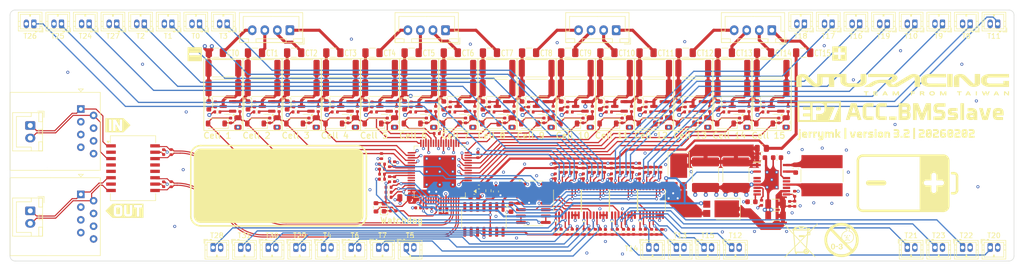
<source format=kicad_pcb>
(kicad_pcb (version 20241229) (generator "pcbnew") (generator_version "9.0")
  (title_block (title "ACC_BMSslave") (date "2025-05-18") (rev "3.1") (company "NTURacing") (comment 1 "Jerrymk"))
  (layers (0 "F.Cu" signal) (4 "In1.Cu" signal) (6 "In2.Cu" signal) (2 "B.Cu" signal) (13 "F.Paste" user) (15 "B.Paste" user) (5 "F.SilkS" user "F.Silkscreen") (7 "B.SilkS" user "B.Silkscreen") (1 "F.Mask" user) (3 "B.Mask" user) (25 "Edge.Cuts" user))
  (net 0 "")
  (net 1 "/VREF2")
  (net 2 "Earth")
  (net 3 "/power/VIN")
  (net 4 "/VP")
  (net 5 "/GPIO6")
  (net 6 "/GPIO7")
  (net 7 "/GPIO8")
  (net 8 "/GPIO9")
  (net 9 "Net-(IC1-VREF1)")
  (net 10 "Net-(TR1-C_RX)")
  (net 11 "Net-(TR1-C_TX)")
  (net 12 "Net-(IC2-TR{slash}SS)")
  (net 13 "Net-(IC2-SW)")
  (net 14 "Net-(IC2-BST)")
  (net 15 "Net-(IC2-FB)")
  (net 16 "Net-(IC2-INTVCC)")
  (net 17 "/C2")
  (net 18 "/C1")
  (net 19 "VREG")
  (net 20 "/C3")
  (net 21 "/C4")
  (net 22 "/C5")
  (net 23 "/C7")
  (net 24 "/C6")
  (net 25 "/C8")
  (net 26 "/C9")
  (net 27 "/C0")
  (net 28 "/C10")
  (net 29 "/C11")
  (net 30 "/C13")
  (net 31 "/C12")
  (net 32 "/C14")
  (net 33 "/C15")
  (net 34 "/C16")
  (net 35 "/C17")
  (net 36 "Net-(D3-A)")
  (net 37 "Net-(IC3-D)")
  (net 38 "Net-(D4-A)")
  (net 39 "Net-(IC4-D)")
  (net 40 "Net-(IC5-D)")
  (net 41 "Net-(D5-A)")
  (net 42 "Net-(IC6-D)")
  (net 43 "Net-(D6-A)")
  (net 44 "Net-(D7-A)")
  (net 45 "Net-(IC7-D)")
  (net 46 "Net-(IC8-D)")
  (net 47 "Net-(D8-A)")
  (net 48 "Net-(D9-A)")
  (net 49 "Net-(IC9-D)")
  (net 50 "Net-(IC10-D)")
  (net 51 "Net-(D10-A)")
  (net 52 "Net-(D11-A)")
  (net 53 "Net-(IC11-D)")
  (net 54 "Net-(IC12-D)")
  (net 55 "Net-(D12-A)")
  (net 56 "Net-(D13-A)")
  (net 57 "Net-(IC13-D)")
  (net 58 "Net-(D14-A)")
  (net 59 "Net-(IC14-D)")
  (net 60 "Net-(IC15-D)")
  (net 61 "Net-(D15-A)")
  (net 62 "Net-(IC16-D)")
  (net 63 "Net-(D16-A)")
  (net 64 "Net-(IC17-D)")
  (net 65 "/CT1")
  (net 66 "/CT2")
  (net 67 "/CT3")
  (net 68 "/CT4")
  (net 69 "/CT5")
  (net 70 "/CT6")
  (net 71 "/CT7")
  (net 72 "/CT8")
  (net 73 "/CT9")
  (net 74 "/CT10")
  (net 75 "/CT11")
  (net 76 "/CT12")
  (net 77 "/CT13")
  (net 78 "/CT14")
  (net 79 "/CT15")
  (net 80 "/S14")
  (net 82 "/S10")
  (net 83 "/S2")
  (net 84 "/S16")
  (net 85 "/OUT_N")
  (net 86 "/S4")
  (net 87 "/GPIO4")
  (net 88 "/S9")
  (net 90 "/IN_P")
  (net 91 "/S11")
  (net 93 "/S8")
  (net 94 "/GPIO2")
  (net 95 "Net-(IC1-ICMP)")
  (net 96 "/GPIO3")
  (net 97 "/S15")
  (net 98 "/GPIO1")
  (net 99 "/S13")
  (net 100 "/S7")
  (net 101 "/OUT_P")
  (net 102 "/S1")
  (net 103 "/S17")
  (net 105 "/S5")
  (net 106 "/GPIO5")
  (net 107 "/IN_N")
  (net 108 "Net-(IC1-IBIAS)")
  (net 109 "/C18")
  (net 110 "/DRIVE")
  (net 111 "/S3")
  (net 113 "Net-(J2-Pin_1)")
  (net 114 "Net-(J2-Pin_2)")
  (net 115 "Net-(IC2-IND)")
  (net 116 "Net-(J2-Pin_3)")
  (net 117 "Net-(IC2-RT)")
  (net 118 "Net-(J2-Pin_4)")
  (net 119 "Net-(J3-Pin_1)")
  (net 120 "Net-(IC3-G)")
  (net 121 "Net-(IC4-G)")
  (net 122 "Net-(IC5-G)")
  (net 123 "Net-(IC6-G)")
  (net 124 "Net-(IC7-G)")
  (net 125 "Net-(IC8-G)")
  (net 126 "Net-(IC9-G)")
  (net 127 "Net-(IC10-G)")
  (net 128 "Net-(IC11-G)")
  (net 129 "Net-(IC12-G)")
  (net 130 "Net-(IC13-G)")
  (net 131 "Net-(IC14-G)")
  (net 132 "Net-(IC15-G)")
  (net 133 "Net-(IC16-G)")
  (net 134 "Net-(IC17-G)")
  (net 135 "/T1")
  (net 136 "/T0")
  (net 137 "/T3")
  (net 138 "/T2")
  (net 139 "/T4")
  (net 140 "/T5")
  (net 141 "/T7")
  (net 142 "/T6")
  (net 143 "/T11")
  (net 144 "/T13")
  (net 145 "/T9")
  (net 146 "/T14")
  (net 147 "/T8")
  (net 148 "/T12")
  (net 149 "/T15")
  (net 150 "/T10")
  (net 151 "/T18")
  (net 152 "/T17")
  (net 153 "/T21")
  (net 154 "/T20")
  (net 155 "/T23")
  (net 156 "/T19")
  (net 157 "/T16")
  (net 158 "/T22")
  (net 159 "/T28")
  (net 160 "/T25")
  (net 161 "/T26")
  (net 162 "/T27")
  (net 163 "/T29")
  (net 164 "/T24")
  (net 165 "/tprobe_mux1/VREF")
  (net 166 "Net-(U1B--)")
  (net 167 "Net-(U1C--)")
  (net 168 "/tprobe_mux1/VREF_b")
  (net 171 "/tprobe_mux1/OUT")
  (net 172 "/tprobe_mux4/OUT")
  (net 173 "/tprobe_mux3/OUT")
  (net 174 "/tprobe_mux2/OUT")
  (net 175 "Net-(IC1-WDT)")
  (net 176 "/T30")
  (net 177 "/T31")
  (net 178 "Net-(J1-Pin_1)")
  (net 179 "Net-(J1-Pin_2)")
  (net 180 "Net-(J1-Pin_3)")
  (net 181 "Net-(J1-Pin_4)")
  (net 182 "Net-(J3-Pin_2)")
  (net 183 "Net-(J3-Pin_3)")
  (net 184 "Net-(J3-Pin_4)")
  (net 185 "Net-(J4-Pin_1)")
  (net 186 "Net-(J4-Pin_2)")
  (net 187 "Net-(J4-Pin_3)")
  (net 188 "Net-(J4-Pin_4)")
  (net 189 "Net-(U1D--)")
  (net 190 "/ISOSPI_OUT-")
  (net 191 "/ISOSPI_OUT+")
  (net 194 "Net-(D1-K)")
  (net 195 "Net-(D2-A)")
  (net 200 "/ISOSPI_IN+")
  (net 207 "/ISOSPI_IN-")
  (net 208 "Net-(U1A--)")
  (net 220 "Net-(IC2-VOUT)")
  (footprint "Resistor_SMD:R_2512_6332Metric" (layer "F.Cu") (at 150.95 60.45)
    (property "Reference" "R92" (hide yes))
    (property "Value" "51R")
  )
  (footprint "Resistor_SMD:R_0402_1005Metric" (layer "F.Cu") (at 167.025 89.15 -90)
    (property "Reference" "R42" (hide yes))
    (property "Value" "10k")
  )
  (footprint "Resistor_SMD:R_0402_1005Metric" (layer "F.Cu") (at 133.75 63.75 -90)
    (property "Reference" "R81" (hide yes))
    (property "Value" "1k")
  )
  (footprint "Resistor_SMD:R_0402_1005Metric" (layer "F.Cu") (at 157.55 65.25)
    (property "Reference" "R100" (hide yes))
    (property "Value" "3.3k")
  )
  (footprint "Resistor_SMD:R_0603_1608Metric" (layer "F.Cu") (at 141.35 80.95 -90)
    (property "Reference" "R2" (hide yes))
    (property "Value" "100R")
  )
  (footprint "Capacitor_SMD:C_0805_2012Metric" (layer "F.Cu") (at 200.65 67.35 -90)
    (property "Reference" "C55" (hide yes))
    (property "Value" "100n 100V")
  )
  (footprint "Connector_JST:JST_ZH_B2B-ZR_1x02_P1.50mm_Vertical" (layer "F.Cu") (at 97.5 92.25)
    (property "Reference" "J28" (hide yes))
    (property "Value" "JST ZH")
  )
  (footprint "Resistor_SMD:R_0402_1005Metric" (layer "F.Cu") (at 155.825 89.15 -90)
    (property "Reference" "R26" (hide yes))
    (property "Value" "10k")
  )
  (footprint "Fuse:Fuse_1206_3216Metric" (layer "F.Cu") (at 102.65 53.45 180)
    (property "Reference" "F3" (hide yes))
    (property "Value" "0466.250NR")
  )
  (footprint "Package_SO:TSSOP-16_4.4x5mm_P0.65mm" (layer "F.Cu") (at 168.25 82.95 90)
    (property "Reference" "U4" (hide yes))
    (property "Value" "CD4051B")
  )
  (footprint "MountingHole:MountingHole_4.3mm_M4_ISO14580" (layer "F.Cu") (at 50.25 53.05)
    (property "Reference" "H1" (hide yes))
    (property "Value" "MountingHole")
  )
  (footprint "Resistor_SMD:R_0402_1005Metric" (layer "F.Cu") (at 166.025 89.15 -90)
    (property "Reference" "R40" (hide yes))
    (property "Value" "10k")
  )
  (footprint "Capacitor_SMD:C_0402_1005Metric" (layer "F.Cu") (at 199.2 66.95 90)
    (property "Reference" "C56" (hide yes))
    (property "Value" "100n")
  )
  (footprint "Fuse:Fuse_1206_3216Metric" (layer "F.Cu") (at 110.45 53.45 180)
    (property "Reference" "F4" (hide yes))
    (property "Value" "0466.250NR")
  )
  (footprint "Capacitor_SMD:C_0402_1005Metric" (layer "F.Cu") (at 152.4 66.95 90)
    (property "Reference" "C44" (hide yes))
    (property "Value" "100n")
  )
  (footprint "Connector_JST:JST_ZH_B2B-ZR_1x02_P1.50mm_Vertical" (layer "F.Cu") (at 204.3 47.7 180)
    (property "Reference" "J25" (hide yes))
    (property "Value" "JST ZH")
  )
  (footprint "Resistor_SMD:R_0402_1005Metric" (layer "F.Cu") (at 78.15 79.65 -90)
    (property "Reference" "R15" (hide yes))
    (property "Value" "100R")
  )
  (footprint "Resistor_SMD:R_0402_1005Metric" (layer "F.Cu") (at 121.45 81.25 180)
    (property "Reference" "R128" (hide yes))
    (property "Value" "47k")
  )
  (footprint "Diode_SMD:D_SOD-123" (layer "F.Cu") (at 180.75 67.55 180)
    (property "Reference" "Z13" (hide yes))
    (property "Value" "MMSZ4692T1G")
  )
  (footprint "Resistor_SMD:R_0402_1005Metric" (layer "F.Cu") (at 118.15 63.75 -90)
    (property "Reference" "R71" (hide yes))
    (property "Value" "1k")
  )
  (footprint "Resistor_SMD:R_0402_1005Metric" (layer "F.Cu") (at 122.35 84.95)
    (property "Reference" "R13" (hide yes))
    (property "Value" "1k")
  )
  (footprint "Fuse:Fuse_1206_3216Metric" (layer "F.Cu") (at 118.25 53.45 180)
    (property "Reference" "F5" (hide yes))
    (property "Value" "0466.250NR")
  )
  (footprint "Connector_JST:JST_ZH_B2B-ZR_1x02_P1.50mm_Vertical" (layer "F.Cu") (at 67.3 47.7 180)
    (property "Reference" "J35" (hide yes))
    (property "Value" "JST ZH")
  )
  (footprint "Resistor_SMD:R_0805_2012Metric" (layer "F.Cu") (at 195.8 72.5 180)
    (property "Reference" "R1" (hide yes))
    (property "Value" "100R")
  )
  (footprint "Package_TO_SOT_SMD:SOT-23" (layer "F.Cu") (at 120.65 64.15 180)
    (property "Reference" "IC7" (hide yes))
    (property "Value" "NX2301P,215")
  )
  (footprint "Capacitor_SMD:C_0402_1005Metric" (layer "F.Cu") (at 129 66.95 90)
    (property "Reference" "C36" (hide yes))
    (property "Value" "100n")
  )
  (footprint "Capacitor_SMD:C_0805_2012Metric" (layer "F.Cu") (at 138.25 67.35 -90)
    (property "Reference" "C37" (hide yes))
    (property "Value" "100n 100V")
  )
  (footprint "Connector_JST:JST_ZH_B2B-ZR_1x02_P1.50mm_Vertical" (layer "F.Cu") (at 189.8 92.25)
    (property "Reference" "J8" (hide yes))
    (property "Value" "JST ZH")
  )
  (footprint "Resistor_SMD:R_0402_1005Metric" (layer "F.Cu") (at 195.75 83.35 -90)
    (property "Reference" "R17" (hide yes))
    (property "Value" "24k")
  )
  (footprint "Resistor_SMD:R_0402_1005Metric" (layer "F.Cu") (at 102.55 63.75 -90)
    (property "Reference" "R61" (hide yes))
    (property "Value" "1k")
  )
  (footprint "Package_TO_SOT_SMD:SOT-23" (layer "F.Cu") (at 112.85 64.15 180)
    (property "Reference" "IC6" (hide yes))
    (property "Value" "NX2301P,215")
  )
  (footprint "Capacitor_SMD:C_0603_1608Metric" (layer "F.Cu") (at 198.85 74.35 180)
    (property "Reference" "C17" (hide yes))
    (property "Value" "2.2u")
  )
  (footprint "LED_SMD:LED_0603_1608Metric" (layer "F.Cu") (at 120.55 84.25 90)
    (property "Reference" "D1" (hide yes))
    (property "Value" "BLUE")
  )
  (footprint "Resistor_SMD:R_0402_1005Metric" (layer "F.Cu") (at 161.425 89.15 -90)
    (property "Reference" "R34" (hide yes))
    (property "Value" "10k")
  )
  (footprint "Capacitor_SMD:C_0805_2012Metric" (layer "F.Cu") (at 107.05 67.35 -90)
    (property "Reference" "C29" (hide yes))
    (property "Value" "100n 100V")
  )
  (footprint "Diode_SMD:D_SOD-123" (layer "F.Cu") (at 118.35 67.55 180)
    (property "Reference" "Z4" (hide yes))
    (property "Value" "MMSZ4692T1G")
  )
  (footprint "Resistor_SMD:R_0402_1005Metric" (layer "F.Cu") (at 130.85 64.65 -90)
    (property "Reference" "R80" (hide yes))
    (property "Value" "10R")
  )
  (footprint "Capacitor_SMD:C_0805_2012Metric" (layer "F.Cu") (at 130.45 67.35 -90)
    (property "Reference" "C35" (hide yes))
    (property "Value" "100n 100V")
  )
  (footprint "Resistor_SMD:R_0402_1005Metric" (layer "F.Cu") (at 164.45 76.75 90)
    (property "Reference" "R31" (hide yes))
    (property "Value" "10k")
  )
  (footprint "Resistor_SMD:R_0402_1005Metric" (layer "F.Cu") (at 172.75 63.75 -90)
    (property "Reference" "R106" (hide yes))
    (property "Value" "1k")
  )
  (footprint "Connector_RJ:RJ45_Amphenol_54602-x08_Horizontal" (layer "F.Cu") (at 60.15 81.6675 -90)
    (property "Reference" "J37" (hide yes))
    (property "Value" "RJ45")
  )
  (footprint "Resistor_SMD:R_0402_1005Metric" (layer "F.Cu") (at 172.65 76.75 90)
    (property "Reference" "R46" (hide yes))
    (property "Value" "10k")
  )
  (footprint "Capacitor_SMD:C_0603_1608Metric" (layer "F.Cu") (at 195.65 74.35)
    (property "Reference" "C1" (hide yes))
    (property "Value" "100n")
  )
  (footprint "Resistor_SMD:R_0402_1005Metric" (layer "F.Cu") (at 126.35 65.25)
    (property "Reference" "R79" (hide yes))
    (property "Value" "3.3k")
  )
  (footprint "Diode_SMD:D_SOD-123" (layer "F.Cu") (at 141.75 67.55 180)
    (property "Reference" "Z7" (hide yes))
    (property "Value" "MMSZ4692T1G")
  )
  (footprint "Package_TO_SOT_SMD:SOT-23" (layer "F.Cu") (at 159.65 64.15 180)
    (property "Reference" "IC12" (hide yes))
    (property "Value" "NX2301P,215")
  )
  (footprint "Diode_SMD:D_SOD-123" (layer "F.Cu") (at 94.95 67.55 180)
    (property "Reference" "Z1" (hide yes))
    (property "Value" "MMSZ4692T1G")
  )
  (footprint "Connector_JST:JST_ZH_B2B-ZR_1x02_P1.50mm_Vertical" (layer "F.Cu") (at 86.5 92.25)
    (property "Reference" "J12" (hide yes))
    (property "Value" "JST ZH")
  )
  (footprint "Resistor_SMD:R_0402_1005Metric" (layer "F.Cu") (at 139.45 80.2 180)
    (property "Reference" "R3" (hide yes))
    (property "Value" "10R")
  )
  (footprint "MountingHole:MountingHole_4.3mm_M4_ISO14580" (layer "F.Cu") (at 69.45 90.85)
    (property "Reference" "H2" (hide yes))
    (property "Value" "MountingHole")
  )
  (footprint "Resistor_SMD:R_2512_6332Metric" (layer "F.Cu") (at 158.75 60.45)
    (property "Reference" "R98" (hide yes))
    (property "Value" "51R")
  )
  (footprint "Resistor_SMD:R_2512_6332Metric" (layer "F.Cu") (at 182.15 56.55)
    (property "Reference" "R112" (hide yes))
    (property "Value" "51R")
  )
  (footprint "Resistor_SMD:R_0402_1005Metric" (layer "F.Cu") (at 134.15 65.25)
    (property "Reference" "R84" (hide yes))
    (property "Value" "3.3k")
  )
  (footprint "Fuse:Fuse_1206_3216Metric" (layer "F.Cu") (at 141.65 53.45 180)
    (property "Reference" "F8" (hide yes))
    (property "Value" "0466.250NR")
  )
  (footprint "Fuse:Fuse_1206_3216Metric" (layer "F.Cu") (at 94.85 53.45 180)
    (property "Reference" "F2" (hide yes))
    (property "Value" "0466.250NR")
  )
  (footprint "Package_TO_SOT_SMD:SOT-23" (layer "F.Cu") (at 183.05 64.15 180)
    (property "Reference" "IC15" (hide yes))
    (property "Value" "NX2301P,215")
  )
  (footprint "Package_TO_SOT_SMD:SOT-23" (layer "F.Cu") (at 190.85 64.15 180)
    (property "Reference" "IC16" (hide yes))
    (property "Value" "NX2301P,215")
  )
  (footprint "Package_TO_SOT_SMD:SOT-23" (layer "F.Cu") (at 144.05 64.15 180)
    (property "Reference" "IC10" (hide yes))
    (property "Value" "NX2301P,215")
  )
  (footprint "Resistor_SMD:R_0402_1005Metric" (layer "F.Cu") (at 196.55 65.25)
    (property "Reference" "R121" (hide yes))
    (property "Value" "3.3k")
  )
  (footprint "Resistor_SMD:R_0402_1005Metric" (layer "F.Cu") (at 171.625 89.15 -90)
    (property "Reference" "R48" (hide yes))
    (property "Value" "10k")
  )
  (footprint "Package_TO_SOT_SMD:SOT-23" (layer "F.Cu") (at 175.25 64.15 180)
    (property "Reference" "IC14" (hide yes))
    (property "Value" "NX2301P,215")
  )
  (footprint "Capacitor_SMD:C_0603_1608Metric" (layer "F.Cu") (at 202.55 76.55 90)
    (property "Reference" "C15" (hide yes))
    (property "Value" "100n")
  )
  (footprint "Resistor_SMD:R_0402_1005Metric" (layer "F.Cu") (at 163.45 76.75 90)
    (property "Reference" "R28" (hide yes))
    (property "Value" "10k")
  )
  (footprint "Resistor_SMD:R_0402_1005Metric" (layer "F.Cu") (at 193.25 64.65 -90)
    (property "Reference" "R125" (hide yes))
    (property "Value" "10R")
  )
  (footprint "Fuse:Fuse_1206_3216Metric" (layer "F.Cu") (at 196.25 53.45 180)
    (property "Reference" "F15" (hide yes))
    (property "Value" "0466.250NR")
  )
  (footprint "Diode_SMD:D_PowerDI-5" (layer "F.Cu") (at 187.7 84.55 180)
    (property "Reference" "Q1" (hide yes))
    (property "Value" "Q_NPN")
  )
  (footprint "LED_SMD:LED_0603_1608Metric" (layer "F.Cu") (at 93.45 63.95 -90)
    (property "Reference" "D2" (hide yes))
    (property "Value" "RED")
  )
  (footprint "Resistor_SMD:R_2512_6332Metric" (layer "F.Cu") (at 111.95 56.55)
    (property "Reference" "R68" (hide yes))
    (property "Value" "51R")
  )
  (footprint "Resistor_SMD:R_0402_1005Metric" (layer "F.Cu") (at 99.65 64.65 -90)
    (property "Reference" "R60" (hide yes))
    (property "Value" "10R")
  )
  (footprint "LED_SMD:LED_0603_1608Metric" (layer "F.Cu") (at 124.65 63.95 -90)
    (property "Reference" "D7" (hide yes))
    (property "Value" "RED")
  )
  (footprint "Resistor_SMD:R_0402_1005Metric" (layer "F.Cu") (at 155.85 76.75 90)
    (property "Reference" "R22" (hide yes))
    (property "Value" "10k")
  )
  (footprint "Connector_JST:JST_ZH_B2B-ZR_1x02_P1.50mm_Vertical" (layer "F.Cu") (at 103 92.25)
    (property "Reference" "J20" (hide yes))
    (property "Value" "JST ZH")
  )
  (footprint "LED_SMD:LED_0603_1608Metric" (layer "F.Cu") (at 179.25 63.95 -90)
    (property "Reference" "D14" (hide yes))
    (property "Value" "RED")
  )
  (footprint "Capacitor_SMD:C_0402_1005Metric" (layer "F.Cu") (at 136.8 66.95 90)
    (property "Reference" "C38" (hide yes))
    (property "Value" "100n")
  )
  (footprint "Resistor_SMD:R_0402_1005Metric" (layer "F.Cu") (at 162.65 89.15 -90)
    (property "Reference" "R35" (hide yes))
    (property "Value" "10k")
  )
  (footprint "Capacitor_SMD:C_0402_1005Metric" (layer "F.Cu") (at 76.65 79.65 90)
    (property "Reference" "C10" (hide yes))
    (property "Value" "100p")
  )
  (footprint "Resistor_SMD:R_0402_1005Metric" (layer "F.Cu") (at 185.45 64.65 -90)
    (property "Reference" "R124" (hide yes))
    (property "Value" "10R")
  )
  (footprint "Resistor_SMD:R_0402_1005Metric" (layer "F.Cu") (at 162.05 64.65 -90)
    (property "Reference" "R101" (hide yes))
    (property "Value" "10R")
  )
  (footprint "Capacitor_SMD:C_0402_1005Metric" (layer "F.Cu") (at 160.2 66.95 90)
    (property "Reference" "C46" (hide yes))
    (property "Value" "100n")
  )
  (footprint "Resistor_SMD:R_0402_1005Metric" (layer "F.Cu") (at 120.15 75.65)
    (property "Reference" "R8" (hide yes))
    (property "Value" "100R")
  )
  (footprint "Diode_SMD:D_SOD-123" (layer "F.Cu") (at 110.55 67.55 180)
    (property "Reference" "Z3" (hide yes))
    (property "Value" "MMSZ4692T1G")
  )
  (footprint "Fuse:Fuse_1206_3216Metric" (layer "F.Cu") (at 126.05 53.45 180)
    (property "Reference" "F6" (hide yes))
    (property "Value" "0466.250NR")
  )
  (footprint "Fuse:Fuse_1206_3216Metric" (layer "F.Cu") (at 87.05 53.45 180)
    (property "Reference" "F1" (hide yes))
    (property "Value" "0466.250NR")
  )
  (footprint "LED_SMD:LED_0603_1608Metric" (layer "F.Cu") (at 116.85 63.95 -90)
    (property "Reference" "D6" (hide yes))
    (property "Value" "RED")
  )
  (footprint "Resistor_SMD:R_0402_1005Metric" (layer "F.Cu") (at 156.85 76.75 90)
    (property "Reference" "R21" (hide yes))
    (property "Value" "10k")
  )
  (footprint "Capacitor_SMD:C_0402_1005Metric" (layer "F.Cu") (at 165.85 78.05 90)
    (property "Reference" "C23" (hide yes))
    (property "Value" "100n")
  )
  (footprint "Capacitor_SMD:C_0402_1005Metric" (layer "F.Cu") (at 165.85 75.95 90)
    (property "Reference" "C20" (hide yes))
    (property "Value" "100n")
  )
  (footprint "Package_TO_SOT_SMD:SOT-23" (layer "F.Cu") (at 151.85 64.15 180)
    (property "Reference" "IC11" (hide yes))
    (property "Value" "NX2301P,215")
  )
  (footprint "Resistor_SMD:R_0402_1005Metric" (layer "F.Cu") (at 154.825 89.15 -90)
    (property "Reference" "R24" (hide yes))
    (property "Value" "10k")
  )
  (footprint "Resistor_SMD:R_2512_6332Metric" (layer "F.Cu") (at 135.35 60.45)
    (property "Reference" "R82" (hide yes))
    (property "Value" "51R")
  )
  (footprint "Resistor_SMD:R_0402_1005Metric" (layer "F.Cu") (at 158.85 76.75 90)
    (property "Reference" "R23" (hide yes))
    (property "Value" "10k")
  )
  (footprint "Resistor_SMD:R_0402_1005Metric" (layer "F.Cu") (at 91.85 64.65 -90)
    (property "Reference" "R95" (hide yes))
    (property "Value" "10R")
  )
  (footprint "Connector_JST:JST_ZH_B2B-ZR_1x02_P1.50mm_Vertical" (layer "F.Cu") (at 235.8 92.25)
    (property "Reference" "J26" (hide yes))
    (property "Value" "JST ZH")
  )
  (footprint "Capacitor_SMD:C_0402_1005Metric" (layer "F.Cu") (at 170.25 89.15 90)
    (property "Reference" "C58" (hide yes))
    (property "Value" "100n")
  )
  (footprint "Connector_JST:JST_ZH_B2B-ZR_1x02_P1.50mm_Vertical" (layer "F.Cu") (at 226.3 47.7 180)
    (property "Reference" "J23" (hide yes))
    (property "Value" "JST ZH")
  )
  (footprint "Resistor_SMD:R_0402_1005Metric" (layer "F.Cu") (at 157.85 76.75 90)
    (property "Reference" "R20" (hide yes))
    (property "Value" "10k")
  )
  (footprint "Resistor_SMD:R_0402_1005Metric" (layer "F.Cu") (at 172.625 89.15 -90)
    (property "Reference" "R50" (hide yes))
    (property "Value" "10k")
  )
  (footprint "Connector_JST:JST_ZH_B2B-ZR_1x02_P1.50mm_Vertical" (layer "F.Cu") (at 119.5 92.25)
    (property "Reference" "J30" (hide yes))
    (property "Value" "JST ZH")
  )
  (footprint "Connector_JST:JST_XH_B4B-XH-A_1x04_P2.50mm_Vertical" (layer "F.Cu") (at 197.8 48.975 180)
    (property "Reference" "J4" (hide yes))
    (property "Value" "JST XH")
  )
  (footprint "Resistor_SMD:R_0402_1005Metric" (layer "F.Cu") (at 157.15 63.75 -90)
    (property "Reference" "R97" (hide yes))
    (property "Value" "1k")
  )
  (footprint "Resistor_SMD:R_2512_6332Metric" (layer "F.Cu") (at 197.75 60.45)
    (property "Reference" "R119" (hide yes))
    (property "Value" "51R")
  )
  (footprint "Capacitor_SMD:C_0402_1005Metric" (layer "F.Cu") (at 183.6 66.95 90)
    (property "Reference" "C52" (hide yes))
    (property "Value" "100n")
  )
  (footprint "Capacitor_SMD:C_0805_2012Metric" (layer "F.Cu") (at 185.05 67.35 -90)
    (property "Reference" "C51" (hide yes))
    (property "Value" "100n 100V")
  )
  (footprint "Resistor_SMD:R_0402_1005Metric" (layer "F.Cu") (at 158.05 89.15 -90)
    (property "Reference" "R25" (hide yes))
    (property "Value" "10k")
  )
  (footprint "Resistor_SMD:R_2512_6332Metric" (layer "F.Cu") (at 111.95 60.45)
    (property "Reference" "R67" (hide yes))
    (property "Value" "51R")
  )
  (footprint "Resistor_SMD:R_0402_1005Metric" (layer "F.Cu") (at 131.05 69.55 180)
    (property "Reference" "R5" (hide yes))
    (property "Value" "10R")
  )
  (footprint "Diode_SMD:D_SOD-123" (layer "F.Cu") (at 87.15 67.55 180)
    (property "Reference" "Z8" (hide yes))
    (property "Value" "MMSZ4692T1G")
  )
  (footprint "Capacitor_SMD:C_0603_1608Metric" (layer "F.Cu") (at 142.85 81.1 90)
    (property "Reference" "C57" (hide yes))
    (property "Value" "1u")
  )
  (footprint "Capacitor_SMD:C_0805_2012Metric" (layer "F.Cu") (at 122.65 67.35 -90)
    (property "Reference" "C33" (hide yes))
    (property "Value" "100n 100V")
  )
  (footprint "Capacitor_SMD:C_0805_2012Metric" (layer "F.Cu") (at 124.65 82.35 180)
    (property "Reference" "C12" (hide yes))
    (property "Value" "1u")
  )
  (footprint "Resistor_SMD:R_0402_1005Metric" (layer "F.Cu") (at 125.95 63.75 -90)
    (property "Reference" "R76" (hide yes))
    (property "Value" "1k")
  )
  (footprint "Resistor_SMD:R_0402_1005Metric" (layer "F.Cu") (at 188.35 63.75 -90)
    (property "Reference" "R114" (hide yes))
    (property "Value" "1k")
  )
  (footprint "Capacitor_SMD:C_0402_1005Metric" (layer "F.Cu") (at 120.15 77.65 180)
    (property "Reference" "C7" (hide yes))
    (property "Value" "10n")
  )
  (footprint "LED_SMD:LED_0603_1608Metric" (layer "F.Cu") (at 140.25 63.95 -90)
    (property "Reference" "D9" (hide yes))
    (property "Value" "RED")
  )
  (footprint "Capacitor_SMD:C_0402_1005Metric" (layer "F.Cu") (at 159.05 89.15 90)
    (property "Reference" "C61" (hide yes))
    (property "Value" "100n")
  )
  (footprint "Capacitor_SMD:C_0402_1005Metric" (layer "F.Cu") (at 154.65 78.05 90)
    (property "Reference" "C19" (hide yes))
    (property "Value" "100n")
  )
  (footprint "Resistor_SMD:R_0402_1005Metric" (layer "F.Cu") (at 154.25 64.65 -90)
    (property "Reference" "R96" (hide yes))
    (property "Value" "10R")
  )
  (footprint "Capacitor_SMD:C_0805_2012Metric" (layer "F.Cu") (at 99.25 67.35 -90)
    (property "Reference" "C27" (hide yes))
    (property "Value" "100n 100V")
  )
  (footprint "Resistor_SMD:R_0402_1005Metric" (layer "F.Cu") (at 163.65 89.15 -90)
    (property "Reference" "R33" (hide yes))
    (property "Value" "10k")
  )
  (footprint "Capacitor_SMD:C_0603_1608Metric" (layer "F.Cu") (at 193.75 83.15 180)
    (property "Reference" "C14" (hide yes))
    (property "Value" "100p")
  )
  (footprint "Connector_JST:JST_ZH_B2B-ZR_1x02_P1.50mm_Vertical" (layer "F.Cu") (at 56.3 47.7 180)
    (property "Reference" "J19" (hide yes))
    (property "Value" "JST ZH")
  )
  (footprint "Resistor_SMD:R_2512_6332Metric" (layer "F.Cu") (at 189.95 56.55)
    (property "Reference" "R116" (hide yes))
    (property "Value" "51R")
  )
  (footprint "Resistor_SMD:R_2512_6332Metric" (layer "F.Cu") (at 88.55 60.45)
    (property "Reference" "R57" (hide yes))
    (property "Value" "51R")
  )
  (footprint "Resistor_SMD:R_0402_1005Metric" (layer "F.Cu") (at 164.95 63.75 -90)
    (property "Reference" "R102" (hide yes))
    (property "Value" "1k")
  )
  (footprint "Fuse:Fuse_1206_3216Metric" (layer "F.Cu") (at 180.65 53.45 180)
    (property "Reference" "F13" (hide yes))
    (property "Value" "0466.250NR")
  )
  (footprint "Capacitor_SMD:C_0402_1005Metric" (layer "F.Cu") (at 127.35 84.35 180)
    (property "Reference" "C9" (hide yes))
    (property "Value" "1u")
  )
  (footprint "Capacitor_SMD:C_0402_1005Metric" (layer "F.Cu") (at 160.25 78.05 90)
    (property "Reference" "C21" (hide yes))
    (property "Value" "100n")
  )
  (footprint "Resistor_SMD:R_0402_1005Metric" (layer "F.Cu") (at 149.35 63.75 -90)
    (property "Reference" "R91" (hide yes))
    (property "Value" "1k")
  )
  (footprint "Resistor_SMD:R_0402_1005Metric" (layer "F.Cu") (at 149.75 65.25)
    (property "Reference" "R94" (hide yes))
    (property "Value" "3.3k")
  )
  (footprint "Resistor_SMD:R_2512_6332Metric" (layer "F.Cu") (at 96.35 56.55)
    (property "Reference" "R54" (hide yes))
    (property "Value" "51R")
  )
  (footprint "Resistor_SMD:R_0402_1005Metric" (layer "F.Cu") (at 165.35 65.25)
    (property "Reference" "R105" (hide yes))
    (property "Value" "3.3k")
  )
  (footprint "Package_TO_SOT_SMD:SOT-23" (layer "F.Cu") (at 97.25 64.15 180)
    (property "Reference" "IC3" (hide yes))
    (property "Value" "NX2301P,215")
  )
  (footprint "Capacitor_SMD:C_0402_1005Metric" (layer "F.Cu") (at 97.8 66.95 90)
    (property "Reference" "C28" (hide yes))
    (property "Value" "100n")
  )
  (footprint "Resistor_SMD:R_0402_1005Metric" (layer "F.Cu") (at 157.05 89.15 -90)
    (property "Reference" "R27" (hide yes))
    (property "Value" "10k")
  )
  (footprint "Resistor_SMD:R_2512_6332Metric" (layer "F.Cu") (at 166.55 56.55)
    (property "Reference" "R104" (hide yes))
    (property "Value" "51R")
  )
  (footprint "Capacitor_SMD:C_0402_1005Metric" (layer "F.Cu") (at 76.65 73.25 90)
    (property "Reference" "C11" (hide yes))
    (property "Value" "100p")
  )
  (footprint "Capacitor_SMD:C_0402_1005Metric" (layer "F.Cu") (at 171.45 75.95 90)
    (property "Reference" "C22" (hide yes))
    (property "Value" "100n")
  )
  (footprint "Connector_JST:JST_ZH_B2B-ZR_1x02_P1.50mm_Vertical" (layer "F.Cu") (at 184.3 92.25)
    (property "Reference" "J32" (hide yes))
    (property "Value" "JST ZH")
  )
  (footprint "Resistor_SMD:R_0402_1005Metric" (layer "F.Cu") (at 121.45 80.25 180)
    (property "Reference" "R129" (hide yes))
    (property "Value" "47k")
  )
  (footprint "Resistor_SMD:R_0402_1005Metric" (layer "F.Cu") (at 202.35 81.55 90)
    (property "Reference" "R19" (hide yes))
    (property "Value" "127k/1%")
  )
  (footprint "Package_SO:SO-14_3.9x8.65mm_P1.27mm" (layer "F.Cu") (at 150.3 83.45)
    (property "Reference" "U1" (hide yes))
    (property "Value" "LM324DT")
  )
  (footprint "Resistor_SMD:R_0402_1005Metric" (layer "F.Cu") (at 102.95 65.25)
    (property "Reference" "R64" (hide yes))
    (property "Value" "3.3k")
  )
  (footprint "Diode_SMD:D_SOD-123" (layer "F.Cu") (at 172.95 67.55 180)
    (property "Reference" "Z12" (hide yes))
    (property "Value" "MMSZ4692T1G")
  )
  (footprint "Resistor_SMD:R_0402_1005Metric" (layer "F.Cu") (at 173.15 65.25)
    (property "Reference" "R109" (hide yes))
    (property "Value" "3.3k")
  )
  (footprint "Resistor_SMD:R_0402_1005Metric" (layer "F.Cu") (at 161.45 76.75 90)
    (property "Reference" "R30" (hide yes))
    (property "Value" "10k")
  )
  (footprint "Connector_JST:JST_XH_B4B-XH-A_1x04_P2.50mm_Vertical" (layer "F.Cu") (at 166.8 48.975 180)
    (property "Reference" "J3" (hide yes))
    (property "Value" "JST XH")
  )
  (footprint "Capacitor_SMD:C_0402_1005Metric" (layer "F.Cu") (at 129.55 84.35)
    (property "Reference" "C8" (hide yes))
    (property "Value" "1u")
  )
  (footprint "Resistor_SMD:R_2512_6332Metric" (layer "F.Cu") (at 166.55 60.45)
    (property "Reference" "R103" (hide yes))
    (property "Value" "51R")
  )
  (footprint "Diode_SMD:D_SOD-123" (layer "F.Cu") (at 165.15 67.55 180)
    (property "Reference" "Z11" (hide yes))
    (property "Value" "MMSZ4692T1G")
  )
  (footprint "Capacitor_SMD:C_0402_1005Metric" (layer "F.Cu") (at 201.35 83.55 -90)
    (property "Reference" "C16" (hide yes))
    (property "Value" "4.7p")
  )
  (footprint "Capacitor_SMD:C_0603_1608Metric" (layer "F.Cu") (at 145.85 84.35 -90)
    (property "Reference" "C3" (hide yes))
    (property "Value" "1u")
  )
  (footprint "Resistor_SMD:R_0402_1005Metric" (layer "F.Cu") (at 180.95 65.25)
    (property "Reference" "R113" (hide yes))
    (property "Value" "3.3k")
  )
  (footprint "Connector_JST:JST_ZH_B2B-ZR_1x02_P1.50mm_Vertical" (layer "F.Cu") (at 89.3 47.7 180)
    (property "Reference" "J29" (hide yes))
    (property "Value" "JST ZH")
  )
  (footprint "Connector_JST:JST_ZH_B2B-ZR_1x02_P1.50mm_Vertical" (layer "F.Cu") (at 92 92.25)
    (property "Reference" "J36" (hide yes))
    (property "Value" "JST ZH")
  )
  (footprint "Connector_JST:JST_ZH_B2B-ZR_1x02_P1.50mm_Vertical" (layer "F.Cu") (at 50.8 47.7 180)
    (property "Reference" "J27" (hide yes))
    (property "Value" "JST ZH")
  )
  (footprint "Connector_JST:JST_ZH_B2B-ZR_1x02_P1.50mm_Vertical" (layer "F.Cu") (at 83.8 47.7 180)
    (property "Reference" "J5" (hide yes))
    (property "Value" "JST ZH")
  )
  (footprint "Connector_JST:JST_ZH_B2B-ZR_1x02_P1.50mm_Vertical" (layer "F.Cu") (at 231.8 47.7 180)
    (property "Reference" "J15" (hide yes))
    (property "Value" "JST ZH")
  )
  (footprint "Resistor_SMD:R_0402_1005Metric" (layer "F.Cu") (at 107.45 64.65 -90)
    (property "Reference" "R65" (hide yes))
    (property "Value" "10R")
  )
  (footprint "Resistor_SMD:R_0402_1005Metric" (layer "F.Cu") (at 201.05 64.65 -90)
    (property "Reference" "R126" (hide yes))
    (property "Value" "10R")
  )
  (footprint "Fuse:Fuse_1206_3216Metric" (layer "F.Cu") (at 188.45 53.45 180)
    (property "Reference" "F14" (hide yes))
    (property "Value" "0466.250NR")
  )
  (footprint "Capacitor_SMD:C_0402_1005Metric" (layer "F.Cu") (at 105.6 66.95 90)
    (property "Reference" "C30" (hide yes))
    (property "Value" "100n")
  )
  (footprint "Connector_JST:JST_ZH_B2B-ZR_1x02_P1.50mm_Vertical" (layer "F.Cu") (at 237.3 47.7 180)
    (property "Reference" "J7" (hide yes))
    (property "Value" "JST ZH")
  )
  (footprint "Connector_JST:JST_ZH_B2B-ZR_1x02_P1.50mm_Vertical" (layer "F.Cu") (at 242.8 47.7 180)
    (property "Reference" "J31" (hide yes))
    (property "Value" "JST ZH")
  )
  (footprint "Resistor_SMD:R_0402_1005Metric" (layer "F.Cu") (at 173.65 76.75 90)
    (property "Reference" "R45" (hide yes))
    (property "Value" "10k")
  )
  (footprint "Capacitor_SMD:C_0805_2012Metric" (layer "F.Cu") (at 146.05 67.35 -90)
    (property "Reference" "C39" (hide yes))
    (property "Value" "100n 100V")
  )
  (footprint "LED_SMD:LED_0603_1608Metric" (layer "F.Cu") (at 194.85 63.95 -90)
    (property "Reference" "D16" (hide yes))
    (property "Value" "RED")
  )
  (footprint "Resistor_SMD:R_0402_1005Metric" (layer "F.Cu") (at 123.05 64.65 -90)
    (property "Reference" "R75" (hide yes))
    (property "Value" "10R")
  )
  (footprint "Resistor_SMD:R_0402_1005Metric" (layer "F.Cu") (at 174.65 76.75 90)
    (property "Reference" "R44" (hide yes))
    (property "Value" "10k")
  )
  (footprint "Connector_JST:JST_ZH_B2B-ZR_1x02_P1.50mm_Vertical" (layer "F.Cu") (at 209.8 47.7 180)
    (property "Reference" "J17" (hide yes))
    (property "Value" "JST ZH")
  )
  (footprint "Resistor_SMD:R_2512_6332Metric" (layer "F.Cu") (at 158.75 56.55)
    (property "Reference" "R99" (hide yes))
    (property "Value" "51R")
  )
  (footprint "Connector_JST:JST_ZH_B2B-ZR_1x02_P1.50mm_Vertical" (layer "F.Cu") (at 220.8 47.7 180)
    (property "Reference" "J33" (hide yes))
    (property "Value" "JST ZH")
  )
  (footprint "Resistor_SMD:R_0402_1005Metric" (layer "F.Cu") (at 177.65 64.65 -90)
    (property "Reference" "R123" (hide yes))
    (property "Value" "10R")
  )
  (footprint "Connector_JST:JST_XH_B2B-XH-A_1x02_P2.50mm_Vertical" (layer "F.Cu") (at 50.075 67.95 -90)
    (property "Reference" "J40" (hide yes))
    (property "Value" "isoSPI_in")
  )
  (footprint "Resistor_SMD:R_0402_1005Metric" (layer "F.Cu") (at 87.35 65.25)
    (property "Reference" "R59" (hide yes))
    (property "Value" "3.3k")
  )
  (footprint "Connector_JST:JST_ZH_B2B-ZR_1x02_P1.50mm_Vertical" (layer "F.Cu") (at 178.8 92.25)
    (property "Reference" "J16" (hide yes))
    (property "Value" "JST ZH")
  )
  (footprint "Capacitor_SMD:C_2220_5750Metric" (layer "F.Cu") (at 190.65 77.75 -90)
    (property "Reference" "C13" (hide yes))
    (property "Value" "2.2u")
  )
  (footprint "Resistor_SMD:R_2512_6332Metric" (layer "F.Cu") (at 96.35 60.45)
    (property "Reference" "R53" (hide yes))
    (property "Value" "51R")
  )
  (footprint "Capacitor_SMD:C_1206_3216Metric" (layer "F.Cu") (at 198.55 85.95 180)
    (property "Reference" "C62" (hide yes))
    (property "Value" "22u")
  )
  (footprint "Resistor_SMD:R_2512_6332Metric" (layer "F.Cu") (at 143.15 56.55)
    (property "Reference" "R88" (hide yes))
    (property "Value" "51R")
  )
  (footprint "Fuse:Fuse_1206_3216Metric" (layer "F.Cu") (at 204.05 53.45 180)
    (property "Reference" "F16" (hide yes))
    (property "Value" "0466.250NR")
  )
  (footprint "Connector_JST:JST_ZH_B2B-ZR_1x02_P1.50mm_Vertical" (layer "F.Cu") (at 230.3 92.25)
    (property "Reference" "J34" (hide yes))
    (property "Value" "JST ZH")
  )
  (footprint "Diode_SMD:D_SOD-123" (layer "F.Cu") (at 196.35 67.55 180)
    (property "Reference" "Z15" (hide yes))
    (property "Value" "MMSZ4692T1G")
  )
  (footprint "Connector_JST:JST_ZH_B2B-ZR_1x02_P1.50mm_Vertical" (layer "F.Cu") (at 173.3 92.25)
    (property "Reference" "J24" (hide yes))
    (property "Value" "JST ZH")
  )
  (footprint "Resistor_SMD:R_0402_1005Metric" (layer "F.Cu") (at 139.25 73.85 -90)
    (property "Reference" "R4" (hide yes))
    (property "Value" "10R")
  )
  (footprint "Connector_JST:JST_ZH_B2B-ZR_1x02_P1.50mm_Vertical" (layer "F.Cu") (at 125 92.25)
    (property "Reference" "J14" (hide yes))
    (property "Value" "JST ZH")
  )
  (footprint "Resistor_SMD:R_0402_1005Metric" (layer "F.Cu") (at 141.55 63.75 -90)
    (property "Reference" "R86" (hide yes))
    (property "Value" "1k")
  )
  (footprint "LED_SMD:LED_0603_1608Metric" (layer "F.Cu") (at 132.45 63.95 -90)
    (property "Reference" "D8" (hide yes))
    (property "Value" "RED")
  )
  (footprint "MountingHole:MountingHole_4.3mm_M4_ISO14580" (layer "F.Cu") (at 241.95 53.05)
    (property "Reference" "H4" (hide yes))
    (property "Value" "MountingHole")
  )
  (footprint "Connector_JST:JST_ZH_B2B-ZR_1x02_P1.50mm_Vertical" (layer "F.Cu") (at 108.5 92.25)
    (property "Reference" "J6" (hide yes))
    (property "Value" "JST ZH")
  )
  (footprint "Resistor_SMD:R_0402_1005Metric" (layer "F.Cu") (at 174.85 89.15 -90)
    (property "Reference" "R49" (hide yes))
    (property "Value" "10k")
  )
  (footprint "Resistor_SMD:R_0603_1608Metric" (layer "F.Cu") (at 118.95 84.25 -90)
    (property "Reference" "R14" (hide yes))
    (property "Value" "1M")
  )
  (footprint "Inductor_SMD:L_Bourns-SRN8040_8x8.15mm" (layer "F.Cu") (at 207.8 77.95 90)
    (property "Reference" "L1" (hide yes))
    (property "Value" "22u/2A")
  )
  (footprint "Package_SO:TSSOP-16_4.4x5mm_P0.65mm" (layer "F.Cu") (at 173.85 82.95 90)
    (property "Reference" "U5" (hide yes))
    (property "Value" "CD4051B")
  )
  (footprint "Capacitor_SMD:C_0805_2012Metric" (layer "F.Cu") (at 91.45 67.35 -90)
    (property "Reference" "C41" (hide yes))
    (property "Value" "100n 100V")
  )
  (footprint "LED_SMD:LED_0603_1608Metric" (layer "F.Cu") (at 171.45 63.95 -90)
    (property "Reference" "D13" (hide yes))
    (property "Value" "RED")
  )
  (footprint "Package_TO_SOT_SMD:SOT-23" (layer "F.Cu") (at 105.05 64.15 180)
    (property "Reference" "IC5" (hide yes))
    (property "Value" "NX2301P,215")
  )
  (footprint "Diode_SMD:D_SOD-123" (layer "F.Cu") (at 126.15 67.55 180)
    (property "Reference" "Z5" (hide yes))
    (property "Value" "MMSZ4692T1G")
  )
  (footprint "Resistor_SMD:R_0402_1005Metric" (layer "F.Cu") (at 188.75 65.25)
    (property "Reference" "R117" (hide yes))
    (property "Value" "3.3k")
  )
  (footprint "Capacitor_SMD:C_0805_2012Metric" (layer "F.Cu") (at 177.25 67.35 -90)
    (property "Reference" "C49" (hide yes))
    (property "Value" "100n 100V")
  )
  (footprint "Connector_JST:JST_XH_B2B-XH-A_1x02_P2.50mm_Vertical" (layer "F.Cu") (at 50.075 84.95 -90)
    (property "Reference" "J39" (hide yes))
    (property "Value" "isoSPI_out")
  )
  (footprint "Connector_JST:JST_ZH_B2B-ZR_1x02_P1.50mm_Vertical" (layer "F.Cu") (at 61.8 47.7 180)
    (property "Reference" "J11" (hide yes))
    (property "Value" "JST ZH")
  )
  (footprint "Resistor_SMD:R_2512_6332Metric" (layer "F.Cu") (at 150.95 56.55)
    (property "Reference" "R93" (hide yes))
    (property "Value" "51R")
  )
  (footprint "Resistor_SMD:R_0402_1005Metric" (layer "F.Cu") (at 173.85 89.15 -90)
    (property "Reference" "R51" (hide yes))
    (property "Value" "10k")
  )
  (footprint "Package_TO_SOT_SMD:SOT-23" (layer "F.Cu") (at 89.45 64.15 180)
    (property "Reference" "IC4" (hide yes))
    (property "Value" "NX2301P,215")
  )
  (footprint "Resistor_SMD:R_0402_1005Metric" (layer "F.Cu") (at 196.15 63.75 -90)
    (property "Reference" "R118" (hide yes))
    (property "Value" "1k")
  )
  (footprint "LED_SMD:LED_0603_1608Metric" (layer "F.Cu") (at 187.05 63.95 -90)
    (property "Reference" "D15" (hide yes))
    (property "Value" "RED")
  )
  (footprint "Resistor_SMD:R_2512_6332Metric" (layer "F.Cu") (at 88.55 56.55)
    (property "Reference" "R58" (hide yes))
    (property "Value" "51R")
  )
  (footprint "Package_TO_SOT_SMD:SOT-23" (layer "F.Cu") (at 167.45 64.15 180)
    (property "Reference" "IC13" (hide yes))
    (property "Value" "NX2301P,215")
  )
  (footprint "Capacitor_SMD:C_0805_2012Metric" (layer "F.Cu") (at 192.85 67.35 -90)
    (property "Reference" "C53" (hide yes))
    (property "Value" "100n 100V")
  )
  (footprint "Package_TO_SOT_SMD:SOT-23" (layer "F.Cu") (at 128.45 64.15 180)
    (property "Reference" "IC8" (hide yes))
    (property "Value" "NX2301P,215")
  )
  (footprint "Resistor_SMD:R_0402_1005Metric" (layer "F.Cu") (at 146.45 64.65 -90)
    (property "Reference" "R90" (hide yes))
    (property "Value" "10R")
  )
  (footprint "Resistor_SMD:R_0402_1005Metric" (layer "F.Cu") (at 115.25 64.65 -90)
    (property "Reference" "R70" (hide yes))
    (property "Value" "10R")
  )
  (footprint "LED_SMD:LED_0603_1608Metric" (layer "F.Cu") (at 163.65 63.95 -90)
    (property "Reference" "D12" (hide yes))
    (property "Value" "RED")
  )
  (footprint "Resistor_SMD:R_0402_1005Metric" (layer "F.Cu") (at 121.45 82.25 180)
    (property "Reference" "R127" (hide yes))
    (property "Value" "47k")
  )
  (footprint "LED_SMD:LED_0603_1608Metric" (layer "F.Cu") (at 101.25 63.95 -90)
    (property "Reference" "D4" (hide yes))
    (property "Value" "RED")
  )
  (footprint "Diode_SMD:D_SOD-123" (layer "F.Cu") (at 149.55 67.55 180)
    (property "Reference" "Z9" (hide yes))
    (property "Value" "MMSZ4692T1G")
  )
  (footprint "Connector_JST:JST_ZH_B2B-ZR_1x02_P1.50mm_Vertical" (layer "F.Cu") (at 72.8 47.7 180)
    (property "Reference" "J21" (hide yes))
    (property "Value" "JST ZH")
  )
  (footprint "Resistor_SMD:R_2512_6332Metric" (layer "F.Cu") (at 104.15 60.45)
    (property "Reference" "R62" (hide yes))
    (property "Value" "51R")
  )
  (footprint "Resistor_SMD:R_0402_1005Metric" (layer "F.Cu") (at 202.35 83.55 90)
    (property "Reference" "R18" (hide yes))
    (property "Value" "1M/1%")
  )
  (footprint "Capacitor_SMD:C_0402_1005Metric" (layer "F.Cu") (at 113.4 66.95 90)
    (property "Reference" "C32" (hide yes))
    (property "Value" "100n")
  )
  (footprint "Capacitor_SMD:C_2220_5750Metric" (layer "F.Cu") (at 184.6 77.75 -90)
    (property "Reference" "C63" (hide yes))
    (property "Value" "2.2u")
  )
  (footprint "LED_SMD:LED_0603_1608Metric" (layer "F.Cu") (at 148.05 63.95 -90)
    (property "Reference" "D10" (hide yes))
    (property "Value" "RED")
  )
  (footprint "Connector_RJ:RJ45_Amphenol_54602-x08_Horizontal" (layer "F.Cu") (at 60.15 64.6675 -90)
    (property "Reference" "J38" (hide yes))
    (property "Value" "RJ45")
  )
  (footprint "Capacitor_SMD:C_0402_1005Metric" (layer "F.Cu") (at 164.65 89.15 90)
    (property "Reference" "C59" (hide yes))
    (property "Value" "100n")
  )
  (footprint "Capacitor_SMD:C_1206_3216Metric" (layer "F.Cu") (at 198.55 83.55 180)
    (property "Reference" "C18" (hide yes))
    (property "Value" "22u")
  )
  (footprint "Resistor_SMD:R_0402_1005Metric" (layer "F.Cu") (at 167.05 76.75 90)
    (property "Reference" "R38" (hide yes))
    (property "Value" "10k")
  )
  (footprint "Resistor_SMD:R_0402_1005Metric" (layer "F.Cu") (at 110.75 65.25)
    (property "Reference" "R69" (hide yes))
    (property "Value" "3.3k")
  )
  (footprint "Capacitor_SMD:C_0402_1005Metric" (layer "F.Cu") (at 160.25 75.95 90)
    (property "Reference" "C24" (hide yes))
    (property "Value" "100n")
  )
  (footprint "Package_QFP:LQFP-64-1EP_10x10mm_P0.5mm_EP6.5x6.5mm" (layer "F.Cu") (at 131.65 77.15 180)
    (property "Reference" "IC1" (hide yes))
    (property "Value" "ADBMS1818ASWAZ-R7")
  )
  (footprint "Resistor_SMD:R_0402_1005Metric" (layer "F.Cu") (at 170.05 76.75 90)
    (property "Reference" "R39" (hide yes))
    (property "Value" "10k")
  )
  (footprint "LED_SMD:LED_0603_1608Metric" (layer "F.Cu") (at 155.85 63.95 -90)
    (property "Reference" "D11" (hide yes))
    (property "Value" "RED")
  )
  (footprint "Connector_JST:JST_ZH_B2B-ZR_1x02_P1.50mm_Vertical" (layer "F.Cu") (at 114 92.25)
    (property "Reference" "J22" (hide yes))
    (property "Value" "JST ZH")
  )
  (footprint "Connector_JST:JST_XH_B4B-XH-A_1x04_P2.50mm_Vertical" (layer "F.Cu") (at 132.8 48.975 180)
    (property "Reference" "J2" (hide yes))
    (property "Value" "JST XH")
  )
  (footprint "Resistor_SMD:R_2512_6332Metric" (layer "F.Cu") (at 174.35 60.45)
    (property "Reference" "R107" (hide yes))
    (property "Value" "51R")
  )
  (footprint "Package_TO_SOT_SMD:SOT-23" (layer "F.Cu") (at 136.25 64.15 180)
    (property "Reference" "IC9" (hide yes))
    (property "Value" "NX2301P,215")
  )
  (footprint "Resistor_SMD:R_0402_1005Metric" (layer "F.Cu") (at 141.95 65.25)
    (property "Reference" "R89" (hide yes))
    (property "Value" "3.3k")
  )
  (footprint "Package_SO:SO-14_3.9x8.65mm_P1.27mm" (layer "F.Cu") (at 140.45 86.65 -90)
    (property "Reference" "U6" (hide yes))
    (property "Value" "LM324DT")
  )
  (footprint "Diode_SMD:D_PowerDI-5" (layer "F.Cu") (at 179.25 77.07 -90)
    (property "Reference" "Q2" (hide yes))
    (property "Value" "Q_NPN")
  )
  (footprint "Resistor_SMD:R_2512_6332Metric" (layer "F.Cu") (at 119.75 56.55)
    (property "Reference" "R73" (hide yes))
    (property "Value" "51R")
  )
  (footprint "Resistor_SMD:R_2512_6332Metric" (layer "F.Cu") (at 135.35 56.55)
    (property "Reference" "R83" (hide yes))
    (property "Value" "51R")
  )
  (footprint "LED_SMD:LED_0603_1608Metric" (layer "F.Cu") (at 109.05 63.95 -90)
    (property "Reference" "D5" (hide yes))
    (property "Value" "RED")
  )
  (footprint "Resistor_SMD:R_0402_1005Metric" (layer "F.Cu") (at 175.65 76.75 90)
    (property "Reference" "R47" (hide yes))
    (property "Value" "10k")
  )
  (footprint "Capacitor_SMD:C_0805_2012Metric" (layer "F.Cu") (at 169.45 67.35 -90)
    (property "Reference" "C47" (hide yes))
    (property "Value" "100n 100V")
  )
  (footprint "Capacitor_SMD:C_0805_2012Metric" (layer "F.Cu") (at 161.65 67.35 -90)
    (property "Reference" "C45" (hide yes))
    (property "Value" "100n 100V")
  )
  (footprint "nturt_kicad_lib_EP6:TSSOP-20 FE20(16) (EP Variation CB)" (layer "F.Cu") (at 197.8 78.75)
    (property "Reference" "IC2" (hide yes))
    (property "Value" "LT8631IFE#PBF" (hide yes))
  )
  (footprint "Resistor_SMD:R_2512_6332Metric" (layer "F.Cu") (at 189.95 60.45)
    (property "Reference" "R115" (hide yes))
    (property "Value" "51R")
  )
  (footprint "Resistor_SMD:R_0402_1005Metric" (layer "F.Cu") (at 160.425 89.15 -90)
    (property "Reference" "R32" (hide yes))
    (property "Value" "10k")
  )
  (footprint "LED_SMD:LED_0603_1608Metric" (layer "F.Cu") (at 85.65 63.95 -90)
    (property "Reference" "D3" (hide yes))
    (property "Value" "RED")
  )
  (footprint "Package_TO_SOT_SMD:SOT-23" (layer "F.Cu") (at 198.65 64.15 180)
    (property "Reference" "IC17" (hide yes))
    (property "Value" "NX2301P,215")
  )
  (footprint "Capacitor_SMD:C_0402_1005Metric" (layer "F.Cu") (at 168 66.95 90)
    (property "Reference" "C48" (hide yes))
    (property "Value" "100n")
  )
  (footprint "Resistor_SMD:R_0402_1005Metric" (layer "F.Cu") (at 86.95 63.75 -90)
    (property "Reference" "R56" (hide yes))
    (property "Value" "1k")
  )
  (footprint "Fuse:Fuse_1206_3216Metric" (layer "F.Cu") (at 157.25 53.45 180)
    (property "Reference" "F10" (hide yes))
    (property "Value" "0466.250NR")
  )
  (footprint "Resistor_SMD:R_2512_6332Metric" (layer "F.Cu") (at 104.15 56.55)
    (property "Reference" "R63" (hide yes))
    (property "Value" "51R")
  )
  (footprint "Transformer_SMD:Transformer_Ethernet_Wuerth_749013011A" (layer "F.Cu") (at 70.55 76.45)
    (property "Reference" "TR1" (hide yes))
    (property "Value" "Wuerth_749013011A")
  )
  (footprint "Resistor_SMD:R_2512_6332Metric" (layer "F.Cu") (at 143.15 60.45)
    (property "Reference" "R87" (hide yes))
    (property "Value" "51R")
  )
  (footprint "Capacitor_SMD:C_0402_1005Metric" (layer "F.Cu") (at 121.2 66.95 90)
    (property "Reference" "C34" (hide yes))
    (property "Value" "100n")
  )
  (footprint "Resistor_SMD:R_0402_1005Metric" (layer "F.Cu") (at 169.25 89.15 -90)
    (property "Reference" "R41" (hide yes))
    (property "Value" "10k")
  )
  (footprint "Diode_SMD:D_SOD-123" (layer "F.Cu") (at 157.35 67.55 180)
    (property "Reference" "Z10" (hide yes))
    (property "Value" "MMSZ4692T1G")
  )
  (footprint "Capacitor_SMD:C_0402_1005Metric" (layer "F.Cu") (at 90 66.95 90)
    (property "Reference" "C42" (hide yes))
    (property "Value" "100n")
  )
  (footprint "Resistor_SMD:R_2512_6332Metric" (layer "F.Cu") (at 174.35 56.55)
    (property "Reference" "R108" (hide yes))
    (property "Value" "51R")
  )
  (footprint "Resistor_SMD:R_0402_1005Metric" (layer "F.Cu") (at 169.05 76.75 90)
    (property "Reference" "R36" (hide yes))
    (property "Value" "10k")
  )
  (footprint "Fuse:Fuse_1206_3216Metric" (layer "F.Cu") (at 172.85 53.45 180)
    (property "Reference" "F12" (hide yes))
    (property "Value" "0466.250NR")
  )
  (footprint "Fuse:Fuse_1206_3216Metric" (layer "F.Cu") (at 133.85 53.45 180)
    (property "Reference" "F7" (hide yes))
    (property "Value" "0466.250NR")
  )
  (footprint "Connector_JST:JST_ZH_B2B-ZR_1x02_P1.50mm_Vertical" (layer "F.Cu") (at 215.3 47.7 180)
    (property "Reference" "J9" (hide yes))
    (property "Value" "JST ZH")
  )
  (footprint "Resistor_SMD:R_0402_1005Metric" (layer "F.Cu") (at 94.75 63.75 -90)
    (property "Reference" "R52" (hide yes))
    (property "Value" "1k")
  )
  (footprint "Capacitor_SMD:C_0805_2012Metric" (layer "F.Cu") (at 114.85 67.35 -90)
    (property "Reference" "C31" (hide yes))
    (property "Value" "100n 100V")
  )
  (footprint "Resistor_SMD:R_2512_6332Metric" (layer "F.Cu") (at 127.55 56.55)
    (property "Reference" "R78" (hide yes))
    (property "Value" "51R")
  )
  (footprint "Resistor_SMD:R_0402_1005Metric" (layer "F.Cu") (at 169.85 64.65 -90)
    (property "Reference" "R122" (hide yes))
    (property "Value" "10R")
  )
  (footprint "Resistor_SMD:R_0402_1005Metric" (layer "F.Cu") (at 168.25 89.15 -90)
    (property "Reference" "R43" (hide yes))
    (property "Value" "10k")
  )
  (footprint "Resistor_SMD:R_0402_1005Metric" (layer "F.Cu") (at 131.75 84.95 -90)
    (property "Reference" "R12" (hide yes))
    (property "Value" "1k")
  )
  (footprint "Capacitor_SMD:C_0402_1005Metric" (layer "F.Cu") (at 120.15 76.65 180)
    (property "Reference" "C5" (hide yes))
    (property "Value" "10n")
  )
  (footprint "Resistor_SMD:R_0402_1005Metric" (layer "F.Cu") (at 168.05 76.75 90)
    (property "Reference" "R37" (hide yes))
    (property "Value" "10k")
  )
  (footprint "Capacitor_SMD:C_0402_1005Metric" (layer "F.Cu") (at 171.45 78.05 90)
    (property "Reference" "C25" (hide yes))
    (property "Value" "100n")
  )
  (footprint "Connector_JST:JST_ZH_B2B-ZR_1x02_P1.50mm_Vertical" (layer "F.Cu") (at 78.3 47.7 180)
    (property "Reference" "J13" (hide yes))
    (property "Value" "JST ZH")
  )
  (footprint "Resistor_SMD:R_0402_1005Metric" (layer "F.Cu") (at 120.15 78.65)
    (property "Reference" "R10" (hide yes))
    (property "Value" "100R")
  )
  (footprint "Capacitor_SMD:C_0402_1005Metric" (layer "F.Cu") (at 122.65 75.65 90)
    (property "Reference" "C4" (hide yes))
    (property "Value" "10n")
  )
  (footprint "Diode_SMD:D_SOD-123" (layer "F.Cu") (at 133.95 67.55 180)
    (property "Reference" "Z6" (hide yes))
    (property "Value" "MMSZ4692T1G")
  )
  (footprint "Resistor_SMD:R_0402_1005Metric" (layer "F.Cu") (at 133.05 84.95 90)
    (property "Reference" "R11" (hide yes))
    (property "Value" "1k")
  )
  (footprint "Diode_SMD:D_SOD-123" (layer "F.Cu") (at 188.55 67.55 180)
    (property "Reference" "Z14" (hide yes))
    (property "Value" "MMSZ4692T1G")
  )
  (footprint "Resistor_SMD:R_0402_1005Metric" (layer "F.Cu") (at 118.55 65.25)
    (property "Reference" "R74" (hide yes))
    (property "Value" "3.3k")
  )
  (footprint "Capacitor_SMD:C_0402_1005Metric" (layer "F.Cu") (at 154.65 75.95 90)
    (property "Reference" "C26" (hide yes))
    (property "Value" "100n")
  )
  (footprint "Resistor_SMD:R_0402_1005Metric" (layer "F.Cu") (at 162.45 76.75 90)
    (property "Reference" "R29" (hide yes))
    (property "Value" "10k")
  )
  (footprint "Resistor_SMD:R_0402_1005Metric" (layer "F.Cu") (at 110.35 63.75 -90)
    (property "Reference" "R66" (hide yes))
    (property "Value" "1k")
  )
  (footprint "Capacitor_SMD:C_0402_1005Metric" (layer "F.Cu") (at 191.4 66.95 90)
    (property "Reference" "C54" (hide yes))
    (property "Value" "100n")
  )
  (footprint "Diode_SMD:D_SOD-123" (layer "F.Cu") (at 102.75 67.55 180)
    (property "Reference" "Z2" (hide yes))
    (property "Value" "MMSZ4692T1G")
  )
  (footprint "Connector_JST:JST_ZH_B2B-ZR_1x02_P1.50mm_Vertical" (layer "F.Cu") (at 224.8 92.25)
    (property "Reference" "J18" (hide yes))
    (property "Value" "JST ZH")
  )
  (footprint "Fuse:Fuse_1206_3216Metric" (layer "F.Cu") (at 149.45 53.45 180)
    (property "Reference" "F9" (hide yes))
    (property "Value" "0466.250NR")
  )
  (footprint "Resistor_SMD:R_0402_1005Metric" (layer "F.Cu") (at 180.55 63.75 -90)
    (property "Reference" "R110" (hide yes))
    (property "Value" "1k")
  )
  (footprint "Resistor_SMD:R_2512_6332Metric" (layer "F.Cu") (at 182.15 60.45)
    (property "Reference" "R111" (hide yes))
    (property "Value" "51R")
  )
  (footprint "Capacitor_SMD:C_0805_2012Metric" (layer "F.Cu") (at 153.85 67.35 -90)
    (property "Reference" "C43" (hide yes))
    (property "Value" "100n 100V")
  )
  (footprint "Connector_JST:JST_XH_B4B-XH-A_1x04_P2.50mm_Vertical" (layer "F.Cu") (at 101.8 48.975 180)
    (property "Reference" "J1" (hide yes))
    (property "Value" "JST XH")
  )
  (footprint "Capacitor_SMD:C_0402_1005Metric" (layer "F.Cu") (at 175.8 66.95 90)
    (property "Reference" "C50" (hide yes))
    (property "Value" "100n")
  )
  (footprint "Resistor_SMD:R_0402_1005Metric" (layer "F.Cu") (at 121.65 75.66 -90)
    (property "Reference" "R7" (hide yes))
    (property "Value" "100R")
  )
  (footprint "Resistor_SMD:R_2512_6332Metric" (layer "F.Cu") (at 197.75 56.55)
    (property "Reference" "R120" (hide yes))
    (property "Value" "51R")
  )
  (footprint "Resistor_SMD:R_2512_6332Metric" (layer "F.Cu") (at 127.55 60.45)
    (property "Reference" "R77" (hide yes))
    (property "Value" "51R")
  )
  (footprint "Capacitor_SMD:C_0402_1005Metric" (layer "F.Cu") (at 122.65 78.65 -90)
    (property "Reference" "C6" (hide yes))
    (property "Value" "10n")
  )
  (footprint "Resistor_SMD:R_2512_6332Metric" (layer "F.Cu") (at 119.75 60.45)
    (property "Reference" "R72" (hide yes))
    (property "Value" "51R")
  )
  (footprint "Connector_JST:JST_ZH_B2B-ZR_1x02_P1.50mm_Vertical" (layer "F.Cu") (at 241.3 92.25)
    (property "Reference" "J10" (hide yes))
    (property "Value" "JST ZH")
  )
  (footprint "Fuse:Fuse_1206_3216Metric" (layer "F.Cu") (at 165.05 53.45 180)
    (property "Reference" "F11" (hide yes))
    (property "Value" "0466.250NR")
  )
  (footprint "Resistor_SMD:R_0402_1005Metric" (layer "F.Cu") (at 138.65 64.65 -90)
    (property "Reference" "R85" (hide yes))
    (property "Value" "10R")
  )
  (footprint "Resistor_SMD:R_0402_1005Metric" (layer "F.Cu") (at 121.65 78.65 90)
    (property "Reference" "R9" (hide yes))
    (property "Value" "100R")
  )
  (footprint "Capacitor_SMD:C_0402_1005Metric" (layer "F.Cu") (at 175.85 89.15 90)
    (property "Reference" "C60" (hide yes))
    (property "Value" "100n")
  )
  (footprint "Capacitor_SMD:C_0402_1005Metric" (layer "F.Cu") (at 144.6 66.95 90)
    (property "Reference" "C40" (hide yes))
    (property "Value" "100n")
  )
  (footprint "Resistor_SMD:R_0402_1005Metric" (layer "F.Cu") (at 95.15 65.25)
    (property "Reference" "R55" (hide yes))
    (property "Value" "3.3k")
  )
  (footprint "MountingHole:MountingHole_4.3mm_M4_ISO14580" (layer "F.Cu") (at 241.95 72.45)
    (property "Reference" "H3" (hide yes))
    (property "Value" "MountingHole")
  )
  (footprint "Package_SO:TSSOP-16_4.4x5mm_P0.65mm" (layer "F.Cu") (at 162.65 82.95 90)
    (property "Reference" "U3" (hide yes))
    (property "Value" "CD4051B")
  )
  (footprint "Capacitor_SMD:C_0603_1608Metric" (layer "F.Cu") (at 138.55 82.15)
    (property "Reference" "C2" (hide yes))
    (property "Value" "100n")
  )
  (footprint "Resistor_SMD:R_0402_1005Metric" (layer "F.Cu") (at 78.15 73.25 -90)
    (property "Reference" "R16" (hide yes))
    (property "Value" "100R")
  )
  (footprint "Package_SO:TSSOP-16_4.4x5mm_P0.65mm" (layer "F.Cu") (at 157.05 82.95 90)
    (property "Reference" "U2" (hide yes))
    (property "Value" "CD4051B")
  )
  (footprint "Resistor_SMD:R_0402_1005Metric" (layer "F.Cu") (at 120.05 74.05 90)
    (property "Reference" "R6" (hide yes))
    (property "Value" "10R")
  )
  (gr_poly (pts (xy 245.058448 58.02481) (xy 245.058448 58.36771) (xy 243.044483 58.369995) (xy 241.02937 58.373426) (xy 240.955078 58.399714) (xy 240.924173 58.411437) (xy 240.894876 58.423476) (xy 240.867163 58.435848) (xy 240.84101 58.448577) (xy 240.816389 58.46168) (xy 240.793278 58.475179) (xy 240.77165 58.489092) (xy 240.751481 58.503441) (xy 240.732744 58.518245) (xy 240.715415 58.533525) (xy 240.69947 58.5493) (xy 240.684884 58.565592) (xy 240.671629 58.582419) (xy 240.659681 58.599801) (xy 240.649017 58.61776) (xy 240.639609 58.636315) (xy 240.630883 58.655491) (xy 240.627315 58.66469) (xy 240.624232 58.674212) (xy 240.621598 58.684499) (xy 240.619377 58.695987) (xy 240.617534 58.709117) (xy 240.616035 58.724326) (xy 240.613926 58.762737) (xy 240.612767 58.81473) (xy 240.612177 58.973499) (xy 240.612317 59.059658) (xy 240.612531 59.095573) (xy 240.612874 59.127198) (xy 240.61337 59.154898) (xy 240.614045 59.179039) (xy 240.614926 59.199985) (xy 240.616035 59.218102) (xy 240.617399 59.233754) (xy 240.619041 59.247306) (xy 240.62099 59.259125) (xy 240.623268 59.269573) (xy 240.625901 59.279016) (xy 240.628914 59.287821) (xy 240.632332 59.29635) (xy 240.63618 59.30497) (xy 240.65031 59.332676) (xy 240.66735 59.359185) (xy 240.687209 59.38445) (xy 240.709797 59.40843) (xy 240.735024 59.431075) (xy 240.762799 59.452343) (xy 240.793033 59.472188) (xy 240.825633 59.490565) (xy 240.860511 59.507428) (xy 240.897575 59.522731) (xy 240.936735 59.536431) (xy 240.977902 59.548483) (xy 241.020984 59.558839) (xy 241.06589 59.567456) (xy 241.112532 59.574288) (xy 241.160817 59.57929) (xy 241.315033 59.583487) (xy 241.638448 59.587148) (xy 242.615856 59.590719) (xy 243.938307 59.590719) (xy 243.938307 59.32783) (xy 243.938307 59.06494) (xy 244.498378 59.06494) (xy 245.058448 59.06494) (xy 245.058448 59.665015) (xy 245.058448 60.265088) (xy 243.095915 60.263945) (xy 241.672309 60.259944) (xy 241.210501 60.256551) (xy 241.00651 60.252514) (xy 240.949955 60.247259) (xy 240.894176 60.240907) (xy 240.838987 60.233428) (xy 240.784199 60.224797) (xy 240.729626 60.214988) (xy 240.675079 60.203973) (xy 240.620372 60.191726) (xy 240.565317 60.17822) (xy 240.468397 60.151854) (xy 240.374916 60.122133) (xy 240.285049 60.089183) (xy 240.198968 60.053132) (xy 240.116844 60.014109) (xy 240.038851 59.972238) (xy 239.965161 59.927649) (xy 239.895947 59.880468) (xy 239.83138 59.830823) (xy 239.771634 59.778841) (xy 239.743622 59.752013) (xy 239.71688 59.724648) (xy 239.691429 59.696763) (xy 239.667291 59.668373) (xy 239.644488 59.639493) (xy 239.623042 59.610141) (xy 239.602971 59.580332) (xy 239.584301 59.550081) (xy 239.567051 59.519405) (xy 239.551243 59.48832) (xy 239.536899 59.456842) (xy 239.52404 59.424985) (xy 239.515692 59.401741) (xy 239.509325 59.37855) (xy 239.504673 59.350645) (xy 239.501467 59.313257) (xy 239.499439 59.261616) (xy 239.498323 59.190955) (xy 239.497751 58.973499) (xy 239.497849 58.850494) (xy 239.498323 58.756044) (xy 239.498784 58.718038) (xy 239.499439 58.685384) (xy 239.500322 58.657484) (xy 239.501467 58.633743) (xy 239.502906 58.613566) (xy 239.504673 58.596355) (xy 239.50569 58.588675) (xy 239.506801 58.581515) (xy 239.508012 58.574797) (xy 239.509325 58.56845) (xy 239.512278 58.556563) (xy 239.515692 58.545259) (xy 239.519601 58.533942) (xy 239.52404 58.522015) (xy 239.56004 58.441031) (xy 239.605602 58.362832) (xy 239.660296 58.287656) (xy 239.723691 58.215744) (xy 239.795357 58.147335) (xy 239.874864 58.082668) (xy 239.961782 58.021982) (xy 240.055679 57.965517) (xy 240.156126 57.913512) (xy 240.262693 57.866208) (xy 240.37495 57.823842) (xy 240.492464 57.786655) (xy 240.614809 57.754887) (xy 240.741551 57.728776) (xy 240.872262 57.708561) (xy 241.00651 57.694484) (xy 241.665593 57.687482) (xy 243.090199 57.683053) (xy 245.058448 57.68191)) (fill yes) (layer "F.SilkS"))
  (gr_poly (pts (xy 211.546937 91.486438) (xy 211.580426 91.490243) (xy 211.613703 91.496548) (xy 211.646453 91.505322) (xy 211.678369 91.516536) (xy 211.709132 91.530158) (xy 211.738445 91.546161) (xy 211.752455 91.555045) (xy 211.765988 91.564512) (xy 211.779001 91.574559) (xy 211.791454 91.585181) (xy 211.803313 91.596377) (xy 211.814533 91.608141) (xy 211.82508 91.620468) (xy 211.834914 91.633357) (xy 211.843994 91.646803) (xy 211.852284 91.660802) (xy 211.859744 91.675351) (xy 211.866335 91.690445) (xy 211.872018 91.706081) (xy 211.876756 91.722258) (xy 211.880508 91.738966) (xy 211.883236 91.756207) (xy 211.884901 91.773973) (xy 211.885465 91.792263) (xy 211.884854 91.811711) (xy 211.88302 91.83082) (xy 211.879966 91.849512) (xy 211.875696 91.867707) (xy 211.870212 91.885328) (xy 211.863512 91.902294) (xy 211.855605 91.918527) (xy 211.846488 91.933949) (xy 211.836164 91.948479) (xy 211.824638 91.962039) (xy 211.818424 91.968433) (xy 211.811912 91.974554) (xy 211.805099 91.980393) (xy 211.797985 91.98594) (xy 211.790574 91.991185) (xy 211.782861 91.996119) (xy 211.774852 92.000731) (xy 211.766544 92.005014) (xy 211.757938 92.008955) (xy 211.749035 92.012545) (xy 211.739834 92.015775) (xy 211.730337 92.018635) (xy 211.730337 92.021806) (xy 211.741624 92.024544) (xy 211.752629 92.027712) (xy 211.763346 92.031293) (xy 211.773768 92.035283) (xy 211.783894 92.039672) (xy 211.793716 92.044447) (xy 211.803232 92.0496) (xy 211.812433 92.055123) (xy 211.821318 92.061008) (xy 211.82988 92.067239) (xy 211.838114 92.073812) (xy 211.846015 92.080716) (xy 211.853577 92.08794) (xy 211.860801 92.095477) (xy 211.867676 92.103314) (xy 211.874197 92.111445) (xy 211.880363 92.119859) (xy 211.886166 92.128546) (xy 211.891602 92.137497) (xy 211.896666 92.146702) (xy 211.901353 92.156151) (xy 211.905658 92.165835) (xy 211.909578 92.175745) (xy 211.913105 92.185872) (xy 211.916235 92.196204) (xy 211.918965 92.206733) (xy 211.921289 92.217449) (xy 211.9232 92.228343) (xy 211.924696 92.239405) (xy 211.925769 92.250626) (xy 211.926418 92.261994) (xy 211.926633 92.273505) (xy 211.926069 92.295022) (xy 211.924395 92.31594) (xy 211.921642 92.336256) (xy 211.917844 92.355959) (xy 211.913031 92.375047) (xy 211.907235 92.393513) (xy 211.90049 92.411355) (xy 211.892823 92.428563) (xy 211.884269 92.445134) (xy 211.874859 92.461061) (xy 211.864622 92.476339) (xy 211.853594 92.490964) (xy 211.841804 92.504929) (xy 211.829284 92.51823) (xy 211.816065 92.530857) (xy 211.80218 92.54281) (xy 211.787659 92.55408) (xy 211.772534 92.564664) (xy 211.75684 92.574556) (xy 211.740604 92.583748) (xy 211.723858 92.592237) (xy 211.706637 92.600018) (xy 211.688974 92.607081) (xy 211.670892 92.613425) (xy 211.652429 92.619044) (xy 211.633616 92.623932) (xy 211.614482 92.628081) (xy 211.595063 92.631489) (xy 211.575386 92.634151) (xy 211.555486 92.636059) (xy 211.535393 92.637207) (xy 211.515139 92.63759) (xy 211.492079 92.637156) (xy 211.46951 92.635857) (xy 211.447445 92.633703) (xy 211.425904 92.630699) (xy 211.404904 92.626856) (xy 211.384461 92.622177) (xy 211.364592 92.616677) (xy 211.345314 92.610358) (xy 211.326643 92.603231) (xy 211.308597 92.595301) (xy 211.291191 92.586579) (xy 211.274444 92.57707) (xy 211.258372 92.566782) (xy 211.24299 92.555726) (xy 211.228318 92.543907) (xy 211.21437 92.531334) (xy 211.201164 92.518013) (xy 211.188717 92.503954) (xy 211.177046 92.489163) (xy 211.166167 92.473651) (xy 211.156099 92.45742) (xy 211.146856 92.440485) (xy 211.138455 92.42285) (xy 211.130914 92.404522) (xy 211.124249 92.385511) (xy 211.118478 92.365823) (xy 211.113618 92.345466) (xy 211.109684 92.324449) (xy 211.106694 92.30278) (xy 211.104665 92.280465) (xy 211.103613 92.257513) (xy 211.103554 92.233933) (xy 211.317254 92.233933) (xy 211.3188 92.256211) (xy 211.321663 92.27786) (xy 211.325866 92.298765) (xy 211.33143 92.318818) (xy 211.338377 92.337907) (xy 211.342374 92.347055) (xy 211.346725 92.35592) (xy 211.351433 92.364488) (xy 211.356498 92.372746) (xy 211.361925 92.380679) (xy 211.367716 92.388274) (xy 211.373872 92.395516) (xy 211.380398 92.402392) (xy 211.387296 92.408888) (xy 211.394567 92.414989) (xy 211.402216 92.420681) (xy 211.410244 92.425952) (xy 211.418654 92.430788) (xy 211.427448 92.435173) (xy 211.436631 92.439094) (xy 211.446202 92.442538) (xy 211.456167 92.44549) (xy 211.466526 92.447937) (xy 211.477282 92.449864) (xy 211.488443 92.451258) (xy 211.500003 92.452105) (xy 211.511968 92.45239) (xy 211.521399 92.452187) (xy 211.530692 92.451582) (xy 211.539832 92.450582) (xy 211.548812 92.449193) (xy 211.557619 92.44742) (xy 211.566245 92.445273) (xy 211.574677 92.442754) (xy 211.582908 92.439873) (xy 211.590926 92.436634) (xy 211.598719 92.433046) (xy 211.606278 92.429112) (xy 211.613592 92.424841) (xy 211.620654 92.420237) (xy 211.627447 92.415309) (xy 211.633965 92.410061) (xy 211.640197 92.404503) (xy 211.646132 92.398637) (xy 211.651759 92.392472) (xy 211.657069 92.386013) (xy 211.662049 92.379266) (xy 211.666692 92.37224) (xy 211.670987 92.364941) (xy 211.674923 92.357372) (xy 211.678488 92.349542) (xy 211.681671 92.341456) (xy 211.684466 92.333125) (xy 211.686858 92.32455) (xy 211.68884 92.315738) (xy 211.690399 92.306696) (xy 211.69152 92.297432) (xy 211.692204 92.287953) (xy 211.692435 92.278261) (xy 211.692007 92.263026) (xy 211.690754 92.248758) (xy 211.688709 92.235432) (xy 211.685898 92.223009) (xy 211.682362 92.211461) (xy 211.678132 92.200757) (xy 211.673242 92.190863) (xy 211.667728 92.181747) (xy 211.66162 92.173377) (xy 211.654959 92.165722) (xy 211.647771 92.158752) (xy 211.640095 92.15243) (xy 211.631964 92.146729) (xy 211.623409 92.141616) (xy 211.614468 92.137057) (xy 211.605172 92.133021) (xy 211.595558 92.129477) (xy 211.585657 92.126393) (xy 211.575503 92.123738) (xy 211.565132 92.121477) (xy 211.554575 92.119581) (xy 211.543869 92.118016) (xy 211.52214 92.115758) (xy 211.500218 92.114444) (xy 211.478371 92.113824) (xy 211.435994 92.113632) (xy 211.435994 91.955309) (xy 211.454545 91.956457) (xy 211.47384 91.956858) (xy 211.493605 91.956391) (xy 211.513572 91.954938) (xy 211.533474 91.952383) (xy 211.553044 91.948604) (xy 211.572014 91.943485) (xy 211.590122 91.936908) (xy 211.598768 91.933037) (xy 211.607096 91.928755) (xy 211.615076 91.924049) (xy 211.622674 91.918906) (xy 211.629856 91.91331) (xy 211.636586 91.907245) (xy 211.642834 91.900698) (xy 211.648567 91.89365) (xy 211.653751 91.886092) (xy 211.658349 91.878006) (xy 211.662334 91.869378) (xy 211.665667 91.860195) (xy 211.668319 91.850437) (xy 211.670253 91.840095) (xy 211.671439 91.829153) (xy 211.671842 91.817592) (xy 211.671625 91.808952) (xy 211.670986 91.800548) (xy 211.669934 91.792379) (xy 211.668485 91.78445) (xy 211.666647 91.776764) (xy 211.664433 91.769324) (xy 211.661859 91.762129) (xy 211.658932 91.755185) (xy 211.655667 91.748494) (xy 211.652076 91.742059) (xy 211.64817 91.73588) (xy 211.643964 91.729964) (xy 211.639466 91.72431) (xy 211.634691 91.718924) (xy 211.629651 91.713803) (xy 211.624358 91.708953) (xy 211.618821 91.704379) (xy 211.613058 91.700081) (xy 211.607077 91.696061) (xy 211.600892 91.692321) (xy 211.594513 91.688868) (xy 211.587953 91.685701) (xy 211.581228 91.682822) (xy 211.574344 91.680236) (xy 211.567318 91.677943) (xy 211.560161 91.675948) (xy 211.552882 91.674254) (xy 211.545497 91.67286) (xy 211.538018 91.671773) (xy 211.530454 91.670991) (xy 211.522821 91.670522) (xy 211.515126 91.670365) (xy 211.504743 91.67061) (xy 211.494667 91.671335) (xy 211.484901 91.672534) (xy 211.475446 91.674194) (xy 211.466304 91.676307) (xy 211.457475 91.67886) (xy 211.448966 91.681848) (xy 211.440773 91.685258) (xy 211.432901 91.689079) (xy 211.425351 91.693305) (xy 211.418124 91.697923) (xy 211.411223 91.702925) (xy 211.404649 91.7083) (xy 211.398402 91.714039) (xy 211.392486 91.720131) (xy 211.386905 91.726568) (xy 211.381655 91.733338) (xy 211.376741 91.74043) (xy 211.372165 91.747839) (xy 211.367927 91.755552) (xy 211.364031 91.763559) (xy 211.360478 91.77185) (xy 211.357269 91.780416) (xy 211.354406 91.789247) (xy 211.35189 91.798333) (xy 211.349725 91.807666) (xy 211.34791 91.817232) (xy 211.346449 91.827024) (xy 211.345344 91.837031) (xy 211.344594 91.847244) (xy 211.344201 91.857654) (xy 211.344169 91.868249) (xy 211.130457 91.868249) (xy 211.131605 91.847233) (xy 211.133559 91.826643) (xy 211.136306 91.806491) (xy 211.13984 91.786796) (xy 211.144147 91.767573) (xy 211.149213 91.748836) (xy 211.155034 91.730604) (xy 211.161596 91.712892) (xy 211.168888 91.695716) (xy 211.1769 91.679091) (xy 211.185621 91.663032) (xy 211.19504 91.64756) (xy 211.205147 91.632684) (xy 211.21593 91.618426) (xy 211.227378 91.604797) (xy 211.239483 91.591817) (xy 211.252233 91.5795) (xy 211.265617 91.56786) (xy 211.279623 91.556919) (xy 211.294241 91.546686) (xy 211.309462 91.537182) (xy 211.325274 91.528419) (xy 211.341666 91.520415) (xy 211.358627 91.513188) (xy 211.376151 91.506749) (xy 211.394217 91.501118) (xy 211.412825 91.496309) (xy 211.431957 91.49234) (xy 211.451607 91.489224) (xy 211.47176 91.486979) (xy 211.492409 91.48562) (xy 211.513541 91.485163)) (fill yes) (layer "F.SilkS"))
  (gr_poly (pts (xy 213.304302 89.760803) (xy 213.310558 89.761279) (xy 213.316721 89.762062) (xy 213.322787 89.763144) (xy 213.328745 89.76452) (xy 213.334588 89.76618) (xy 213.340311 89.768115) (xy 213.345903 89.77032) (xy 213.351358 89.772786) (xy 213.35667 89.775507) (xy 213.361828 89.778472) (xy 213.366824 89.781677) (xy 213.371654 89.785108) (xy 213.376305 89.788766) (xy 213.380774 89.792637) (xy 213.385051 89.796715) (xy 213.38913 89.800991) (xy 213.393 89.805461) (xy 213.396656 89.810112) (xy 213.400089 89.814942) (xy 213.403294 89.819938) (xy 213.406257 89.825094) (xy 213.408979 89.830407) (xy 213.411445 89.83586) (xy 213.41365 89.841455) (xy 213.415586 89.847176) (xy 213.417245 89.85302) (xy 213.418621 89.858979) (xy 213.419705 89.865045) (xy 213.420487 89.871207) (xy 213.420962 89.877463) (xy 213.421123 89.8838) (xy 213.420962 89.890138) (xy 213.420487 89.896391) (xy 213.419705 89.902555) (xy 213.418621 89.90862) (xy 213.417245 89.914579) (xy 213.415586 89.920423) (xy 213.41365 89.926145) (xy 213.411445 89.931739) (xy 213.408979 89.937194) (xy 213.406257 89.942503) (xy 213.403294 89.947661) (xy 213.400089 89.952657) (xy 213.396656 89.957486) (xy 213.393 89.962138) (xy 213.38913 89.966608) (xy 213.385051 89.970885) (xy 213.380774 89.974962) (xy 213.376305 89.978833) (xy 213.371654 89.982489) (xy 213.366824 89.985924) (xy 213.361828 89.989127) (xy 213.35667 89.992092) (xy 213.351358 89.994813) (xy 213.345903 89.997278) (xy 213.340311 89.999484) (xy 213.334588 90.001419) (xy 213.328745 90.003079) (xy 213.322787 90.004454) (xy 213.316721 90.005537) (xy 213.310558 90.00632) (xy 213.304302 90.006796) (xy 213.297966 90.006957) (xy 213.291628 90.006796) (xy 213.285375 90.00632) (xy 213.279211 90.005537) (xy 213.273145 90.004454) (xy 213.267187 90.003079) (xy 213.261343 90.001419) (xy 213.255621 89.999484) (xy 213.250027 89.997278) (xy 213.244572 89.994813) (xy 213.239262 89.992092) (xy 213.234106 89.989127) (xy 213.229107 89.985924) (xy 213.22428 89.982489) (xy 213.219626 89.978833) (xy 213.215158 89.974962) (xy 213.210881 89.970885) (xy 213.206804 89.966608) (xy 213.202931 89.962138) (xy 213.199276 89.957486) (xy 213.195843 89.952657) (xy 213.192639 89.947661) (xy 213.189673 89.942503) (xy 213.186953 89.937194) (xy 213.184488 89.931739) (xy 213.182283 89.926145) (xy 213.180346 89.920423) (xy 213.178687 89.914579) (xy 213.177311 89.90862) (xy 213.176229 89.902555) (xy 213.175444 89.896391) (xy 213.17497 89.890138) (xy 213.174808 89.8838) (xy 213.17497 89.877463) (xy 213.175444 89.871207) (xy 213.176229 89.865045) (xy 213.177311 89.858979) (xy 213.178687 89.85302) (xy 213.180346 89.847176) (xy 213.182283 89.841455) (xy 213.184488 89.83586) (xy 213.186953 89.830407) (xy 213.189673 89.825094) (xy 213.192639 89.819938) (xy 213.195843 89.814942) (xy 213.199276 89.810112) (xy 213.202931 89.805461) (xy 213.206804 89.800991) (xy 213.210881 89.796715) (xy 213.215158 89.792637) (xy 213.219626 89.788766) (xy 213.22428 89.785108) (xy 213.229107 89.781677) (xy 213.234106 89.778472) (xy 213.239262 89.775507) (xy 213.244572 89.772786) (xy 213.250027 89.77032) (xy 213.255621 89.768115) (xy 213.261343 89.76618) (xy 213.267187 89.76452) (xy 213.273145 89.763144) (xy 213.279211 89.762062) (xy 213.285375 89.761279) (xy 213.291628 89.760803) (xy 213.297966 89.760642)) (fill yes) (layer "F.SilkS"))
  (gr_line (start 215.95 84.95) (end 231.95 84.95) (stroke (width 0.5)) (layer "F.SilkS"))
  (gr_rect (start 154.85 54.65) (end 162.65 68.95) (stroke (width 0.15)) (fill no) (layer "F.SilkS"))
  (gr_poly (pts (xy 226.278958 61.225208) (xy 226.278958 61.316647) (xy 225.998923 61.316647) (xy 225.718887 61.316647) (xy 225.718887 61.385228) (xy 225.718887 61.453808) (xy 225.986352 61.453808) (xy 226.252669 61.453808) (xy 226.254957 61.539532) (xy 226.257243 61.625257) (xy 225.988638 61.625257) (xy 225.718887 61.625257) (xy 225.718887 61.790993) (xy 225.718887 61.95787) (xy 225.608017 61.954441) (xy 225.496003 61.951012) (xy 225.492573 61.556677) (xy 225.492146 61.402265) (xy 225.492574 61.273785) (xy 225.49386 61.184738) (xy 225.494824 61.159222) (xy 225.495387 61.151954) (xy 225.496003 61.148626) (xy 225.497682 61.146576) (xy 225.501555 61.144707) (xy 225.51663 61.141483) (xy 225.542717 61.138902) (xy 225.5813 61.136911) (xy 225.633867 61.135455) (xy 225.701904 61.134482) (xy 225.890338 61.133767) (xy 226.278958 61.133767)) (fill yes) (layer "F.SilkS"))
  (gr_poly (pts (xy 235.617266 61.225208) (xy 235.617266 61.316647) (xy 235.445817 61.316647) (xy 235.274368 61.316647) (xy 235.274368 61.636688) (xy 235.274368 61.95787) (xy 235.163495 61.954441) (xy 235.051484 61.951012) (xy 235.048055 61.633259) (xy 235.045768 61.316647) (xy 234.874316 61.316647) (xy 234.702867 61.316647) (xy 234.702867 61.225208) (xy 234.702867 61.133767) (xy 235.160066 61.133767) (xy 235.617266 61.133767)) (fill yes) (layer "F.SilkS"))
  (gr_rect (start 123.65 54.65) (end 131.45 68.95) (stroke (width 0.15)) (fill no) (layer "F.SilkS"))
  (gr_poly (pts (xy 233.822756 57.683053) (xy 233.822756 58.973499) (xy 233.822756 60.265088) (xy 233.285549 60.265088) (xy 232.748338 60.265088) (xy 232.748338 58.9815) (xy 232.748945 58.482152) (xy 232.750625 58.071959) (xy 232.75316 57.793352) (xy 232.75468 57.716655) (xy 232.756336 57.688768) (xy 232.768779 57.687488) (xy 232.801218 57.68625) (xy 232.91736 57.684053) (xy 233.08729 57.6825) (xy 233.293546 57.68191)) (fill yes) (layer "F.SilkS"))
  (gr_poly (pts (xy 222.991693 61.136054) (xy 223.141424 61.139483) (xy 223.141424 61.545247) (xy 223.141424 61.951012) (xy 223.030556 61.954441) (xy 222.91854 61.95787) (xy 222.91854 61.674406) (xy 222.91854 61.390942) (xy 222.771094 61.670978) (xy 222.623645 61.951012) (xy 222.516206 61.954441) (xy 222.408764 61.95787) (xy 222.261315 61.677836) (xy 222.112724 61.3978) (xy 222.109295 61.677836) (xy 222.10701 61.95787) (xy 221.994995 61.954441) (xy 221.884125 61.951012) (xy 221.880696 61.556677) (xy 221.880268 61.402265) (xy 221.880696 61.273785) (xy 221.881982 61.184738) (xy 221.882946 61.159222) (xy 221.883508 61.151954) (xy 221.884125 61.148626) (xy 221.885217 61.146576) (xy 221.887237 61.144707) (xy 221.890228 61.143011) (xy 221.894234 61.141483) (xy 221.899298 61.140116) (xy 221.905463 61.138902) (xy 221.921274 61.136911) (xy 221.942013 61.135455) (xy 221.96803 61.134482) (xy 221.999673 61.133937) (xy 222.037289 61.133767) (xy 222.185879 61.133767) (xy 222.348183 61.437806) (xy 222.37152 61.481499) (xy 222.392735 61.52097) (xy 222.411925 61.556384) (xy 222.429194 61.587913) (xy 222.444642 61.615725) (xy 222.458367 61.639989) (xy 222.470473 61.660874) (xy 222.481058 61.67855) (xy 222.490223 61.693185) (xy 222.494305 61.699414) (xy 222.498069 61.704948) (xy 222.501528 61.709806) (xy 222.504696 61.714009) (xy 222.507584 61.71758) (xy 222.510205 61.720537) (xy 222.512571 61.722904) (xy 222.514696 61.724701) (xy 222.51659 61.725949) (xy 222.518268 61.726669) (xy 222.51903 61.726839) (xy 222.519743 61.726884) (xy 222.520407 61.726807) (xy 222.521025 61.726613) (xy 222.521597 61.726302) (xy 222.522127 61.725877) (xy 222.523064 61.724698) (xy 222.540136 61.695516) (xy 222.577355 61.628401) (xy 222.689941 61.420661) (xy 222.843104 61.132625)) (fill yes) (layer "F.SilkS"))
  (gr_line (start 232.95 81.45) (end 232.95 83.95) (stroke (width 0.5)) (layer "F.SilkS"))
  (gr_line (start 232.95 81.45) (end 232.95 74.95) (stroke (width 0.5)) (layer "F.SilkS"))
  (gr_rect (start 92.45 54.65) (end 100.25 68.95) (stroke (width 0.15)) (fill no) (layer "F.SilkS"))
  (gr_arc (start 215.95 84.95) (mid 215.242893 84.657107) (end 214.95 83.95) (stroke (width 0.5)) (layer "F.SilkS"))
  (gr_rect (start 170.45 54.65) (end 178.25 68.95) (stroke (width 0.15)) (fill no) (layer "F.SilkS"))
  (gr_line (start 117.05 73.95) (end 117.05 85.95) (stroke (width 0.3)) (layer "F.SilkS"))
  (gr_poly (pts (xy 227.45 73.95) (xy 227.45 76.95) (xy 232.45 76.95) (xy 232.45 81.7) (xy 227.45 81.7) (xy 227.45 84.95) (xy 232.2 84.95) (xy 232.95 84.2) (xy 232.95 74.7) (xy 232.2 73.95)) (stroke (width 0.15)) (fill yes) (layer "F.SilkS"))
  (gr_poly (pts (xy 217.05495 61.225208) (xy 217.05495 61.316647) (xy 216.8835 61.316647) (xy 216.712051 61.316647) (xy 216.712051 61.636688) (xy 216.712051 61.956727) (xy 216.597752 61.956727) (xy 216.48345 61.956727) (xy 216.48345 61.636688) (xy 216.48345 61.316647) (xy 216.312001 61.316647) (xy 216.14055 61.316647) (xy 216.14055 61.225208) (xy 216.14055 61.133767) (xy 216.597752 61.133767) (xy 217.05495 61.133767)) (fill yes) (layer "F.SilkS"))
  (gr_arc (start 231.95 73.95) (mid 232.657107 74.242893) (end 232.95 74.95) (stroke (width 0.5)) (layer "F.SilkS"))
  (gr_poly (pts (xy 229.741924 61.11598) (xy 229.765108 61.116622) (xy 229.810318 61.119571) (xy 229.853378 61.124133) (xy 229.874109 61.127021) (xy 229.894309 61.130315) (xy 229.913981 61.134016) (xy 229.933129 61.138125) (xy 229.951755 61.142643) (xy 229.96986 61.14757) (xy 229.987449 61.152906) (xy 230.004522 61.158655) (xy 230.021084 61.164814) (xy 230.037135 61.171387) (xy 230.052678 61.178374) (xy 230.067718 61.185774) (xy 230.082255 61.19359) (xy 230.096292 61.201821) (xy 230.109831 61.21047) (xy 230.122876 61.219538) (xy 230.135429 61.229022) (xy 230.147492 61.238927) (xy 230.159068 61.249252) (xy 230.170159 61.259998) (xy 230.180768 61.271165) (xy 230.190896 61.282757) (xy 230.200548 61.294771) (xy 230.209726 61.307209) (xy 230.218431 61.320073) (xy 230.226667 61.333363) (xy 230.234435 61.34708) (xy 230.241738 61.361225) (xy 230.251318 61.381133) (xy 230.255303 61.390222) (xy 230.258794 61.398979) (xy 230.261823 61.40759) (xy 230.264422 61.416236) (xy 230.266623 61.425104) (xy 230.268456 61.434377) (xy 230.269956 61.444238) (xy 230.271151 61.454875) (xy 230.272076 61.466468) (xy 230.27276 61.479203) (xy 230.27354 61.508836) (xy 230.273743 61.545247) (xy 230.273507 61.579435) (xy 230.273186 61.594387) (xy 230.272707 61.608076) (xy 230.272055 61.620628) (xy 230.271212 61.632165) (xy 230.270161 61.64281) (xy 230.268885 61.652689) (xy 230.267369 61.661925) (xy 230.265594 61.670643) (xy 230.263546 61.678964) (xy 230.261205 61.687015) (xy 230.258557 61.694918) (xy 230.255584 61.702799) (xy 230.252269 61.710779) (xy 230.248597 61.718984) (xy 230.232886 61.749711) (xy 230.214898 61.778455) (xy 230.194637 61.805217) (xy 230.172104 61.829997) (xy 230.147302 61.852795) (xy 230.12023 61.87361) (xy 230.090892 61.892443) (xy 230.059287 61.909293) (xy 230.02542 61.924161) (xy 229.989289 61.937047) (xy 229.9509 61.94795) (xy 229.910251 61.956871) (xy 229.867346 61.963809) (xy 229.822184 61.968765) (xy 229.774769 61.971738) (xy 229.725103 61.97273) (xy 229.693298 61.972325) (xy 229.662395 61.971113) (xy 229.632396 61.969096) (xy 229.603306 61.966276) (xy 229.575129 61.962657) (xy 229.547869 61.958242) (xy 229.521527 61.953032) (xy 229.496111 61.94703) (xy 229.471621 61.94024) (xy 229.448063 61.932665) (xy 229.425439 61.924306) (xy 229.403754 61.915167) (xy 229.383013 61.905249) (xy 229.363218 61.894557) (xy 229.344373 61.883093) (xy 229.326482 61.87086) (xy 229.309548 61.857859) (xy 229.293576 61.844094) (xy 229.27857 61.829568) (xy 229.264532 61.814283) (xy 229.251467 61.798243) (xy 229.239378 61.781449) (xy 229.22827 61.763904) (xy 229.218147 61.745611) (xy 229.20901 61.726574) (xy 229.200866 61.706795) (xy 229.193716 61.686275) (xy 229.187567 61.665019) (xy 229.182419 61.643028) (xy 229.178279 61.620306) (xy 229.175149 61.596856) (xy 229.173033 61.572679) (xy 229.172121 61.550091) (xy 229.172129 61.54639) (xy 229.399347 61.54639) (xy 229.39973 61.562018) (xy 229.400878 61.577179) (xy 229.402784 61.591869) (xy 229.405439 61.606085) (xy 229.408839 61.619823) (xy 229.412977 61.633076) (xy 229.417845 61.645843) (xy 229.423439 61.658118) (xy 229.429751 61.669898) (xy 229.436774 61.681178) (xy 229.444504 61.691955) (xy 229.452931 61.702222) (xy 229.462052 61.711978) (xy 229.471858 61.721217) (xy 229.482344 61.729935) (xy 229.493501 61.738129) (xy 229.505326 61.745793) (xy 229.517811 61.752924) (xy 229.530949 61.759517) (xy 229.544734 61.76557) (xy 229.559159 61.771075) (xy 229.574218 61.776032) (xy 229.606213 61.784277) (xy 229.640665 61.790272) (xy 229.677525 61.793983) (xy 229.716737 61.795378) (xy 229.758253 61.794422) (xy 229.794326 61.791472) (xy 229.811453 61.789391) (xy 229.827976 61.786903) (xy 229.843899 61.784006) (xy 229.85922 61.780699) (xy 229.873943 61.77698) (xy 229.888071 61.772848) (xy 229.901603 61.7683) (xy 229.914544 61.763335) (xy 229.926894 61.757951) (xy 229.938655 61.752148) (xy 229.949828 61.745923) (xy 229.960418 61.739274) (xy 229.970424 61.7322) (xy 229.979849 61.724698) (xy 229.988694 61.716769) (xy 229.996963 61.708408) (xy 230.004656 61.699616) (xy 230.011775 61.690391) (xy 230.018322 61.680729) (xy 230.0243 61.670631) (xy 230.02971 61.660095) (xy 230.034552 61.649118) (xy 230.038831 61.637699) (xy 230.042547 61.625836) (xy 230.045704 61.613527) (xy 230.048302 61.600772) (xy 230.050342 61.587568) (xy 230.051828 61.573914) (xy 230.052761 61.559808) (xy 230.053143 61.545247) (xy 230.052645 61.525969) (xy 230.051142 61.507553) (xy 230.05001 61.498662) (xy 230.048622 61.489977) (xy 230.046977 61.481498) (xy 230.04507 61.47322) (xy 230.042904 61.465143) (xy 230.040474 61.457261) (xy 230.03778 61.449573) (xy 230.034819 61.442076) (xy 230.031591 61.434768) (xy 230.028094 61.427645) (xy 230.024325 61.420705) (xy 230.020282 61.413945) (xy 230.015965 61.407364) (xy 230.011373 61.400956) (xy 230.006502 61.39472) (xy 230.001352 61.388655) (xy 229.99592 61.382755) (xy 229.990205 61.377019) (xy 229.984206 61.371445) (xy 229.97792 61.366029) (xy 229.971347 61.360768) (xy 229.964484 61.355661) (xy 229.957329 61.350704) (xy 229.949881 61.345895) (xy 229.9341 61.336707) (xy 229.917128 61.328078) (xy 229.901587 61.321557) (xy 229.88388 61.315719) (xy 229.864309 61.310577) (xy 229.843172 61.306146) (xy 229.820769 61.302438) (xy 229.7974 61.299466) (xy 229.773365 61.297245) (xy 229.748964 61.295788) (xy 229.724494 61.295106) (xy 229.700258 61.295216) (xy 229.676554 61.296129) (xy 229.653683 61.297859) (xy 229.631943 61.30042) (xy 229.611635 61.303824) (xy 229.593058 61.308086) (xy 229.576512 61.313218) (xy 229.554368 61.321902) (xy 229.533786 61.331254) (xy 229.514747 61.341299) (xy 229.497235 61.352062) (xy 229.481228 61.363569) (xy 229.473785 61.369609) (xy 229.466711 61.375845) (xy 229.460004 61.382279) (xy 229.453663 61.388913) (xy 229.447685 61.395754) (xy 229.442066 61.402801) (xy 229.436807 61.41006) (xy 229.431904 61.417532) (xy 229.427355 61.425223) (xy 229.423156 61.433133) (xy 229.419306 61.441267) (xy 229.415804 61.449627) (xy 229.412646 61.458218) (xy 229.409831 61.467041) (xy 229.407354 61.4761) (xy 229.405216 61.485399) (xy 229.401943 61.504727) (xy 229.399993 61.525048) (xy 229.399347 61.54639) (xy 229.172129 61.54639) (xy 229.172167 61.527978) (xy 229.173164 61.50635) (xy 229.175103 61.485213) (xy 229.177979 61.464575) (xy 229.181786 61.444443) (xy 229.186516 61.424826) (xy 229.192161 61.40573) (xy 229.198716 61.387162) (xy 229.206173 61.369133) (xy 229.214526 61.351647) (xy 229.223766 61.334712) (xy 229.233888 61.318337) (xy 229.244884 61.302528) (xy 229.256749 61.287294) (xy 229.269475 61.272641) (xy 229.283054 61.258579) (xy 229.29748 61.245112) (xy 229.312746 61.23225) (xy 229.328846 61.220001) (xy 229.345771 61.208371) (xy 229.363517 61.197368) (xy 229.382075 61.186998) (xy 229.401437 61.177272) (xy 229.421599 61.168196) (xy 229.442552 61.159776) (xy 229.464291 61.152021) (xy 229.486808 61.144938) (xy 229.510095 61.138535) (xy 229.534146 61.132819) (xy 229.584514 61.12348) (xy 229.601321 61.121123) (xy 229.621249 61.119194) (xy 229.643563 61.117694) (xy 229.667523 61.116622) (xy 229.692395 61.11598) (xy 229.717442 61.115765)) (fill yes) (layer "F.SilkS"))
  (gr_poly (pts (xy 204.662393 92.838575) (xy 204.671872 92.839287) (xy 204.681207 92.84046) (xy 204.690388 92.842084) (xy 204.699402 92.844145) (xy 204.708239 92.846633) (xy 204.716887 92.849537) (xy 204.725335 92.852845) (xy 204.733571 92.856547) (xy 204.741584 92.86063) (xy 204.749363 92.865084) (xy 204.756896 92.869896) (xy 204.764172 92.875056) (xy 204.77118 92.880552) (xy 204.777908 92.886373) (xy 204.784345 92.892508) (xy 204.79048 92.898946) (xy 204.796302 92.905674) (xy 204.801798 92.912682) (xy 204.806958 92.919958) (xy 204.81177 92.927491) (xy 204.816224 92.93527) (xy 204.820307 92.943283) (xy 204.824008 92.951519) (xy 204.827316 92.959966) (xy 204.83022 92.968614) (xy 204.832709 92.977451) (xy 204.83477 92.986465) (xy 204.836393 92.995646) (xy 204.837567 93.004982) (xy 204.838279 93.014461) (xy 204.838519 93.024072) (xy 204.838279 93.033684) (xy 204.837567 93.043163) (xy 204.836393 93.052499) (xy 204.83477 93.06168) (xy 204.832709 93.070694) (xy 204.83022 93.079531) (xy 204.827316 93.088179) (xy 204.824008 93.096627) (xy 204.820307 93.104862) (xy 204.816224 93.112875) (xy 204.81177 93.120654) (xy 204.806958 93.128187) (xy 204.801798 93.135463) (xy 204.796302 93.142471) (xy 204.79048 93.1492) (xy 204.784345 93.155637) (xy 204.777908 93.161772) (xy 204.77118 93.167593) (xy 204.764172 93.173089) (xy 204.756896 93.178249) (xy 204.749363 93.183062) (xy 204.741584 93.187515) (xy 204.733571 93.191598) (xy 204.725335 93.1953) (xy 204.716887 93.198608) (xy 204.708239 93.201512) (xy 204.699402 93.204001) (xy 204.690388 93.206062) (xy 204.681207 93.207685) (xy 204.671872 93.208858) (xy 204.662393 93.209571) (xy 204.652781 93.209811) (xy 204.64317 93.209571) (xy 204.63369 93.208858) (xy 204.624355 93.207685) (xy 204.615174 93.206062) (xy 204.60616 93.204001) (xy 204.597323 93.201512) (xy 204.588675 93.198608) (xy 204.580227 93.1953) (xy 204.571991 93.191598) (xy 204.563978 93.187515) (xy 204.5562 93.183062) (xy 204.548666 93.178249) (xy 204.54139 93.173089) (xy 204.534383 93.167593) (xy 204.527654 93.161772) (xy 204.521217 93.155637) (xy 204.515082 93.1492) (xy 204.509261 93.142471) (xy 204.503764 93.135463) (xy 204.498604 93.128187) (xy 204.493792 93.120654) (xy 204.489338 93.112875) (xy 204.485255 93.104862) (xy 204.481554 93.096627) (xy 204.478245 93.088179) (xy 204.475341 93.079531) (xy 204.472853 93.070694) (xy 204.470792 93.06168) (xy 204.469169 93.052499) (xy 204.467996 93.043163) (xy 204.467283 93.033684) (xy 204.467043 93.024072) (xy 204.467283 93.014601) (xy 204.467996 93.005244) (xy 204.469169 92.996013) (xy 204.470792 92.986921) (xy 204.472853 92.977981) (xy 204.475341 92.969204) (xy 204.478245 92.960602) (xy 204.481554 92.952189) (xy 204.485255 92.943975) (xy 204.489338 92.935974) (xy 204.493792 92.928196) (xy 204.498604 92.920656) (xy 204.503764 92.913364) (xy 204.509261 92.906333) (xy 204.515082 92.899576) (xy 204.521217 92.893104) (xy 204.527654 92.88693) (xy 204.534383 92.881065) (xy 204.54139 92.875522) (xy 204.548666 92.870314) (xy 204.5562 92.865453) (xy 204.563978 92.86095) (xy 204.571991 92.856818) (xy 204.580227 92.853069) (xy 204.588675 92.849715) (xy 204.597323 92.846769) (xy 204.60616 92.844243) (xy 204.615174 92.842149) (xy 204.624355 92.840499) (xy 204.63369 92.839305) (xy 204.64317 92.838579) (xy 204.652781 92.838335)) (fill yes) (layer "F.SilkS"))
  (gr_poly (pts (xy 227.7219 61.134215) (xy 227.770085 61.134853) (xy 227.813097 61.135839) (xy 227.851374 61.137228) (xy 227.885353 61.139072) (xy 227.915472 61.141425) (xy 227.942167 61.144341) (xy 227.965874 61.147872) (xy 227.976744 61.149885) (xy 227.987031 61.152073) (xy 227.996791 61.154442) (xy 228.006076 61.156998) (xy 228.014943 61.159749) (xy 228.023444 61.1627) (xy 228.031637 61.165859) (xy 228.039574 61.169231) (xy 228.054901 61.176648) (xy 228.069864 61.185002) (xy 228.084898 61.194346) (xy 228.098341 61.204446) (xy 228.110791 61.215829) (xy 228.122221 61.228414) (xy 228.132601 61.242121) (xy 228.141902 61.256864) (xy 228.150096 61.272564) (xy 228.157156 61.289137) (xy 228.163052 61.306504) (xy 228.167755 61.324579) (xy 228.171238 61.343283) (xy 228.173471 61.362532) (xy 228.174427 61.382245) (xy 228.174077 61.40234) (xy 228.172394 61.422734) (xy 228.169346 61.443347) (xy 228.164908 61.464095) (xy 228.162921 61.472031) (xy 228.160799 61.479581) (xy 228.158511 61.486786) (xy 228.156033 61.493687) (xy 228.153332 61.500328) (xy 228.150382 61.50675) (xy 228.147155 61.512993) (xy 228.14362 61.519102) (xy 228.139752 61.525116) (xy 228.135519 61.531079) (xy 228.130895 61.537031) (xy 228.12585 61.543015) (xy 228.120357 61.549073) (xy 228.114387 61.555247) (xy 228.107911 61.561577) (xy 228.100901 61.568108) (xy 228.090707 61.577292) (xy 228.080862 61.58586) (xy 228.071606 61.593624) (xy 228.067275 61.597147) (xy 228.063181 61.600398) (xy 228.059355 61.603354) (xy 228.055827 61.605992) (xy 228.052628 61.608288) (xy 228.049787 61.61022) (xy 228.047333 61.611764) (xy 228.045299 61.612894) (xy 228.043714 61.61359) (xy 228.043098 61.613768) (xy 228.042607 61.613827) (xy 228.041482 61.61388) (xy 228.04026 61.614035) (xy 228.038948 61.614288) (xy 228.037552 61.614631) (xy 228.036085 61.615063) (xy 228.03455 61.615576) (xy 228.032959 61.616166) (xy 228.03132 61.616828) (xy 228.029641 61.617558) (xy 228.02793 61.618348) (xy 228.026195 61.619196) (xy 228.024444 61.620096) (xy 228.020933 61.622032) (xy 228.017462 61.624114) (xy 228.015555 61.625975) (xy 228.014586 61.628608) (xy 228.014608 61.632088) (xy 228.015675 61.636491) (xy 228.01784 61.641891) (xy 228.021158 61.648365) (xy 228.025681 61.655987) (xy 228.031462 61.664834) (xy 228.047017 61.6865) (xy 228.068253 61.713965) (xy 228.095596 61.747833) (xy 228.129475 61.788706) (xy 228.178714 61.849571) (xy 228.219057 61.900148) (xy 228.234588 61.919973) (xy 228.246328 61.935296) (xy 228.253755 61.945476) (xy 228.255689 61.948436) (xy 228.256347 61.949869) (xy 228.2557 61.950512) (xy 228.253804 61.951149) (xy 228.246506 61.952388) (xy 228.234949 61.953547) (xy 228.219628 61.954585) (xy 228.201039 61.955462) (xy 228.179677 61.956138) (xy 228.156038 61.956573) (xy 228.130617 61.956727) (xy 228.004887 61.956727) (xy 227.882587 61.808138) (xy 227.760287 61.659547) (xy 227.642559 61.659547) (xy 227.524828 61.659547) (xy 227.523686 61.776134) (xy 227.52332 61.840099) (xy 227.523153 61.865299) (xy 227.522685 61.886451) (xy 227.521682 61.903913) (xy 227.520905 61.911372) (xy 227.519908 61.918042) (xy 227.518659 61.923968) (xy 227.517129 61.929194) (xy 227.51529 61.933764) (xy 227.513112 61.937725) (xy 227.510565 61.941119) (xy 227.507621 61.943993) (xy 227.50425 61.94639) (xy 227.500423 61.948353) (xy 227.496111 61.949931) (xy 227.491282 61.951164) (xy 227.48591 61.9521) (xy 227.479965 61.95278) (xy 227.466237 61.95356) (xy 227.449863 61.953859) (xy 227.408242 61.954441) (xy 227.296228 61.95787) (xy 227.296228 61.545247) (xy 227.296228 61.476667) (xy 227.519112 61.476667) (xy 227.711137 61.476667) (xy 227.742319 61.476637) (xy 227.770015 61.476529) (xy 227.794463 61.476321) (xy 227.8159 61.475989) (xy 227.834564 61.47551) (xy 227.850694 61.47486) (xy 227.857882 61.474463) (xy 227.864527 61.474015) (xy 227.870656 61.473513) (xy 227.8763 61.472953) (xy 227.881489 61.472332) (xy 227.886252 61.47165) (xy 227.890618 61.4709) (xy 227.89462 61.470082) (xy 227.898283 61.469192) (xy 227.901641 61.468226) (xy 227.904721 61.467183) (xy 227.907554 61.46606) (xy 227.91017 61.464851) (xy 227.912596 61.463557) (xy 227.914865 61.462173) (xy 227.917006 61.460697) (xy 227.919048 61.459125) (xy 227.92102 61.457454) (xy 227.922955 61.455683) (xy 227.924878 61.453808) (xy 227.927677 61.450826) (xy 227.93029 61.447675) (xy 227.932715 61.444367) (xy 227.934954 61.440913) (xy 227.937008 61.437325) (xy 227.938876 61.433615) (xy 227.94056 61.429794) (xy 227.942058 61.425875) (xy 227.943372 61.421869) (xy 227.944503 61.417787) (xy 227.94545 61.413642) (xy 227.946215 61.409445) (xy 227.946797 61.405207) (xy 227.947196 61.400942) (xy 227.947414 61.396659) (xy 227.947452 61.392371) (xy 227.947308 61.38809) (xy 227.946984 61.383827) (xy 227.946479 61.379596) (xy 227.945796 61.375404) (xy 227.944933 61.371268) (xy 227.943891 61.367196) (xy 227.942671 61.363202) (xy 227.941274 61.359296) (xy 227.939698 61.35549) (xy 227.937946 61.351798) (xy 227.936017 61.348227) (xy 227.933911 61.344794) (xy 227.93163 61.341508) (xy 227.929174 61.338381) (xy 227.926542 61.335424) (xy 227.923737 61.332649) (xy 227.919591 61.329202) (xy 227.915168 61.326128) (xy 227.910269 61.323399) (xy 227.904697 61.320988) (xy 227.898255 61.318863) (xy 227.890745 61.316998) (xy 227.881969 61.315364) (xy 227.871729 61.313933) (xy 227.846069 61.311565) (xy 227.812185 61.309665) (xy 227.768497 61.308006) (xy 227.713424 61.30636) (xy 227.527114 61.302931) (xy 227.522541 61.3898) (xy 227.519112 61.476667) (xy 227.296228 61.476667) (xy 227.296228 61.133767) (xy 227.608267 61.133767)) (fill yes) (layer "F.SilkS"))
  (gr_poly (pts (xy 232.514024 57.687624) (xy 232.514024 58.02481) (xy 232.514024 58.361995) (xy 230.831529 58.364281) (xy 230.220646 58.365417) (xy 229.975851 58.366066) (xy 229.767163 58.366942) (xy 229.591339 58.368172) (xy 229.445135 58.369886) (xy 229.325307 58.372214) (xy 229.274271 58.373647) (xy 229.228613 58.375282) (xy 229.187928 58.377135) (xy 229.151811 58.379222) (xy 229.119856 58.381558) (xy 229.091656 58.384161) (xy 229.066809 58.387045) (xy 229.044906 58.390228) (xy 229.025544 58.393725) (xy 229.008318 58.397553) (xy 228.99282 58.401727) (xy 228.978647 58.406264) (xy 228.965392 58.41118) (xy 228.952651 58.416491) (xy 228.927088 58.428361) (xy 228.898713 58.442004) (xy 228.878545 58.451791) (xy 228.859584 58.461465) (xy 228.841773 58.471076) (xy 228.825061 58.480671) (xy 228.809394 58.490299) (xy 228.794719 58.50001) (xy 228.78098 58.509851) (xy 228.768126 58.519871) (xy 228.756102 58.530121) (xy 228.744855 58.540645) (xy 228.734332 58.551494) (xy 228.724478 58.562716) (xy 228.71524 58.574361) (xy 228.706565 58.586476) (xy 228.698399 58.59911) (xy 228.690688 58.612312) (xy 228.656397 58.670605) (xy 228.656397 58.971214) (xy 228.656529 59.059973) (xy 228.657022 59.130716) (xy 228.657451 59.160098) (xy 228.658024 59.185894) (xy 228.658763 59.208414) (xy 228.659683 59.22796) (xy 228.660805 59.244842) (xy 228.662145 59.259364) (xy 228.663724 59.271833) (xy 228.665559 59.282557) (xy 228.667669 59.291839) (xy 228.670071 59.299989) (xy 228.672785 59.307312) (xy 228.675828 59.314114) (xy 228.682561 59.326967) (xy 228.690309 59.339793) (xy 228.699039 59.352562) (xy 228.708726 59.365245) (xy 228.719336 59.377815) (xy 228.73084 59.390241) (xy 228.743209 59.402498) (xy 228.756411 59.414555) (xy 228.770417 59.426385) (xy 228.785196 59.437958) (xy 228.800719 59.449246) (xy 228.816955 59.460222) (xy 228.833874 59.470856) (xy 228.851446 59.48112) (xy 228.86964 59.490985) (xy 228.888428 59.500423) (xy 228.94787 59.529564) (xy 229.004782 59.550965) (xy 229.086634 59.565882) (xy 229.220899 59.575576) (xy 229.435047 59.581304) (xy 229.756555 59.584326) (xy 230.831529 59.58729) (xy 232.519739 59.591863) (xy 232.519739 59.929046) (xy 232.519739 60.266232) (xy 230.774377 60.261659) (xy 229.850405 60.258891) (xy 229.537446 60.257138) (xy 229.305336 60.254944) (xy 229.140199 60.25216) (xy 229.028157 60.248639) (xy 228.987711 60.246557) (xy 228.955336 60.244235) (xy 228.929296 60.241655) (xy 228.907857 60.238798) (xy 228.812933 60.222928) (xy 228.721051 60.204893) (xy 228.632225 60.184701) (xy 228.546473 60.16236) (xy 228.463808 60.137877) (xy 228.384245 60.111256) (xy 228.307801 60.082506) (xy 228.234488 60.051632) (xy 228.164324 60.018643) (xy 228.097322 59.983544) (xy 228.033498 59.946342) (xy 227.972867 59.907043) (xy 227.915444 59.865655) (xy 227.861243 59.822186) (xy 227.810281 59.776639) (xy 227.762574 59.729023) (xy 227.743085 59.708014) (xy 227.724863 59.687767) (xy 227.707833 59.668165) (xy 227.691922 59.649085) (xy 227.677055 59.630406) (xy 227.663158 59.612008) (xy 227.650161 59.593772) (xy 227.637986 59.575576) (xy 227.626562 59.557299) (xy 227.615813 59.538821) (xy 227.605668 59.520022) (xy 227.596052 59.50078) (xy 227.586891 59.480976) (xy 227.578112 59.46049) (xy 227.569641 59.439199) (xy 227.561404 59.416984) (xy 227.530542 59.333544) (xy 227.530542 58.973499) (xy 227.530542 58.613454) (xy 227.561404 58.530016) (xy 227.568429 58.51163) (xy 227.576459 58.492012) (xy 227.585213 58.47175) (xy 227.594408 58.451435) (xy 227.603764 58.431655) (xy 227.613 58.413001) (xy 227.621833 58.396061) (xy 227.629983 58.381426) (xy 227.641711 58.362693) (xy 227.656132 58.342254) (xy 227.672967 58.320385) (xy 227.691938 58.297362) (xy 227.712763 58.273462) (xy 227.735164 58.248961) (xy 227.758862 58.224135) (xy 227.783574 58.19926) (xy 227.809024 58.174614) (xy 227.834931 58.15047) (xy 227.861016 58.127108) (xy 227.886998 58.104803) (xy 227.912598 58.083829) (xy 227.937538 58.064465) (xy 227.961535 58.046986) (xy 227.984313 58.031668) (xy 228.040994 57.996361) (xy 228.099584 57.962881) (xy 228.160059 57.931231) (xy 228.222396 57.901419) (xy 228.286577 57.873449) (xy 228.352576 57.847326) (xy 228.420375 57.823054) (xy 228.489948 57.800639) (xy 228.561278 57.780087) (xy 228.63434 57.761399) (xy 228.709113 57.744586) (xy 228.785575 57.729648) (xy 228.863705 57.716592) (xy 228.943481 57.705424) (xy 229.024881 57.696148) (xy 229.107883 57.688768) (xy 230.833812 57.686482)) (fill yes) (layer "F.SilkS"))
  (gr_poly (pts (xy 239.297726 58.634028) (xy 239.2976 58.909083) (xy 239.297138 59.128323) (xy 239.29622 59.298405) (xy 239.294726 59.425985) (xy 239.292536 59.517722) (xy 239.291143 59.552229) (xy 239.289529 59.580272) (xy 239.287681 59.602683) (xy 239.285584 59.620292) (xy 239.283223 59.633935) (xy 239.280581 59.644441) (xy 239.268896 59.679043) (xy 239.254672 59.712965) (xy 239.237975 59.746175) (xy 239.218873 59.778641) (xy 239.173719 59.841213) (xy 239.119741 59.900436) (xy 239.057472 59.956054) (xy 238.987443 60.007819) (xy 238.910189 60.055478) (xy 238.82624 60.098782) (xy 238.736131 60.137476) (xy 238.640391 60.171312) (xy 238.539555 60.200039) (xy 238.434155 60.223404) (xy 238.324723 60.241157) (xy 238.211792 60.253046) (xy 238.095894 60.258821) (xy 237.977561 60.25823) (xy 237.919989 60.25559) (xy 237.863416 60.251524) (xy 237.807824 60.246025) (xy 237.753196 60.239085) (xy 237.699511 60.230698) (xy 237.646752 60.22086) (xy 237.5949 60.20956) (xy 237.543938 60.196794) (xy 237.493845 60.182554) (xy 237.444606 60.166835) (xy 237.396199 60.149628) (xy 237.348609 60.130928) (xy 237.301815 60.110728) (xy 237.255799 60.089021) (xy 237.210544 60.065801) (xy 237.166031 60.041059) (xy 237.133607 60.020106) (xy 237.093094 59.988517) (xy 237.037042 59.939195) (xy 236.958006 59.865037) (xy 236.701188 59.61383) (xy 236.263062 59.178097) (xy 235.895142 58.812838) (xy 235.752108 58.671944) (xy 235.635128 58.557734) (xy 235.543275 58.469348) (xy 235.475626 58.405929) (xy 235.450588 58.383315) (xy 235.431255 58.36662) (xy 235.417511 58.355739) (xy 235.40924 58.350565) (xy 235.401041 58.347527) (xy 235.392539 58.344838) (xy 235.383763 58.342493) (xy 235.374745 58.340488) (xy 235.365516 58.338815) (xy 235.356109 58.33747) (xy 235.336875 58.335741) (xy 235.317293 58.335258) (xy 235.297611 58.335979) (xy 235.278076 58.337857) (xy 235.258937 58.34085) (xy 235.240441 58.344914) (xy 235.222834 58.350007) (xy 235.206368 58.356084) (xy 235.198638 58.359478) (xy 235.191287 58.363102) (xy 235.184343 58.366951) (xy 235.177839 58.371018) (xy 235.171807 58.375298) (xy 235.166275 58.379787) (xy 235.161277 58.384478) (xy 235.15684 58.389367) (xy 235.152998 58.394448) (xy 235.149783 58.399714) (xy 235.146616 58.418719) (xy 235.143959 58.464311) (xy 235.140064 58.638744) (xy 235.137885 58.929977) (xy 235.137206 59.344975) (xy 235.137206 60.266232) (xy 234.599995 60.265088) (xy 234.062789 60.263945) (xy 234.062789 59.316399) (xy 234.062881 59.012634) (xy 234.063308 58.780797) (xy 234.063717 58.688478) (xy 234.064296 58.610092) (xy 234.065072 58.544291) (xy 234.066075 58.489725) (xy 234.067332 58.445044) (xy 234.068872 58.408898) (xy 234.070723 58.379938) (xy 234.072914 58.356815) (xy 234.074145 58.347022) (xy 234.075474 58.33818) (xy 234.0769 58.330123) (xy 234.07843 58.322682) (xy 234.08181 58.308972) (xy 234.085645 58.295701) (xy 234.096688 58.264124) (xy 234.110065 58.232865) (xy 234.125726 58.20197) (xy 234.14362 58.171489) (xy 234.163697 58.14147) (xy 234.185907 58.111961) (xy 234.210199 58.083012) (xy 234.236526 58.054671) (xy 234.264832 58.026985) (xy 234.295072 58.000006) (xy 234.327194 57.973779) (xy 234.361148 57.948354) (xy 234.396883 57.923779) (xy 234.434348 57.900105) (xy 234.473496 57.877377) (xy 234.514273 57.855645) (xy 234.541497 57.842572) (xy 234.571542 57.829544) (xy 234.604121 57.816638) (xy 234.638949 57.803925) (xy 234.714205 57.779378) (xy 234.795021 57.756491) (xy 234.879105 57.735854) (xy 234.964167 57.718058) (xy 235.047915 57.703689) (xy 235.128062 57.69334) (xy 235.17607 57.689848) (xy 235.233951 57.687911) (xy 235.298501 57.687473) (xy 235.366522 57.688482) (xy 235.43481 57.690884) (xy 235.500164 57.694626) (xy 235.559384 57.699654) (xy 235.609268 57.705913) (xy 235.658086 57.714104) (xy 235.710281 57.724719) (xy 235.764618 57.737397) (xy 235.819865 57.751776) (xy 235.874792 57.767495) (xy 235.928165 57.784191) (xy 235.978751 57.801503) (xy 236.025319 57.81907) (xy 236.100661 57.850973) (xy 236.134836 57.867534) (xy 236.168783 57.886347) (xy 236.204075 57.908796) (xy 236.24229 57.936265) (xy 236.285001 57.970142) (xy 236.333786 58.011808) (xy 236.455875 58.124052) (xy 236.621161 58.284074) (xy 237.131744 58.791762) (xy 237.44596 59.103052) (xy 237.707243 59.359263) (xy 237.809661 59.458476) (xy 237.8888 59.534035) (xy 237.941311 59.582643) (xy 237.956535 59.595812) (xy 237.963845 59.601006) (xy 237.970732 59.603442) (xy 237.977879 59.605606) (xy 237.992853 59.609139) (xy 238.008585 59.611638) (xy 238.024889 59.613134) (xy 238.041582 59.613658) (xy 238.058478 59.613243) (xy 238.075395 59.61192) (xy 238.092148 59.609722) (xy 238.108552 59.60668) (xy 238.124425 59.602826) (xy 238.13958 59.598192) (xy 238.153835 59.592809) (xy 238.167004 59.586711) (xy 238.178904 59.579926) (xy 238.18432 59.576287) (xy 238.18935 59.572489) (xy 238.193972 59.568535) (xy 238.19816 59.56443) (xy 238.223306 59.538142) (xy 238.225592 58.612312) (xy 238.229021 57.687624) (xy 238.763945 57.685339) (xy 239.297726 57.683053)) (fill yes) (layer "F.SilkS"))
  (gr_line (start 227.45 73.95) (end 227.45 84.95) (stroke (width 0.4)) (layer "F.SilkS"))
  (gr_poly (pts (xy 209.743179 57.685339) (xy 212.648686 57.687624) (xy 212.654402 58.476296) (xy 212.660116 59.264966) (xy 212.690978 59.318686) (xy 212.698244 59.330076) (xy 212.705924 59.341117) (xy 212.714055 59.351838) (xy 212.722678 59.362263) (xy 212.73183 59.37242) (xy 212.741549 59.382337) (xy 212.751874 59.392039) (xy 212.762843 59.401553) (xy 212.774496 59.410907) (xy 212.786871 59.420127) (xy 212.800006 59.42924) (xy 212.813939 59.438272) (xy 212.828709 59.447251) (xy 212.844355 59.456203) (xy 212.860916 59.465155) (xy 212.878428 59.474133) (xy 212.930828 59.500396) (xy 212.97937 59.519854) (xy 213.007117 59.527349) (xy 213.039806 59.533525) (xy 213.127889 59.542428) (xy 213.259369 59.547581) (xy 213.45 59.55) (xy 214.071721 59.550715) (xy 214.375922 59.550628) (xy 214.61102 59.550232) (xy 214.786889 59.549328) (xy 214.855695 59.548623) (xy 214.913398 59.547715) (xy 214.961228 59.546579) (xy 215.00042 59.54519) (xy 215.032207 59.543522) (xy 215.057826 59.541552) (xy 215.078509 59.539255) (xy 215.09549 59.536604) (xy 215.110002 59.533573) (xy 215.12328 59.530141) (xy 215.153565 59.52088) (xy 215.183067 59.510706) (xy 215.211702 59.499667) (xy 215.239385 59.487814) (xy 215.266028 59.475198) (xy 215.29155 59.461869) (xy 215.315862 59.447877) (xy 215.33888 59.433272) (xy 215.360518 59.418104) (xy 215.38069 59.402424) (xy 215.399312 59.386282) (xy 215.4163 59.369729) (xy 215.424152 59.361312) (xy 215.431564 59.352813) (xy 215.438526 59.344234) (xy 215.445023 59.335586) (xy 215.451049 59.326871) (xy 215.45659 59.318097) (xy 215.461638 59.30927) (xy 215.466179 59.300398) (xy 215.474108 59.282178) (xy 215.480092 59.258143) (xy 215.484443 59.218946) (xy 215.487468 59.155236) (xy 215.490772 58.916886) (xy 215.492469 58.468294) (xy 215.494755 57.687624) (xy 216.077686 57.687624) (xy 216.660615 57.687624) (xy 216.660615 58.499155) (xy 216.660615 59.310685) (xy 216.634328 59.390695) (xy 216.626489 59.412866) (xy 216.617962 59.434819) (xy 216.608729 59.456574) (xy 216.59877 59.478152) (xy 216.588068 59.499577) (xy 216.576604 59.520869) (xy 216.56436 59.542051) (xy 216.551317 59.563145) (xy 216.537457 59.584171) (xy 216.522763 59.605153) (xy 216.507213 59.62611) (xy 216.490792 59.647066) (xy 216.473479 59.668042) (xy 216.455257 59.68906) (xy 216.436109 59.710142) (xy 216.416013 59.731308) (xy 216.368512 59.777931) (xy 216.317767 59.82263) (xy 216.263831 59.865382) (xy 216.206756 59.906168) (xy 216.146592 59.944965) (xy 216.083394 59.981751) (xy 216.017213 60.016504) (xy 215.948098 60.049203) (xy 215.876104 60.079827) (xy 215.801283 60.108352) (xy 215.723685 60.134757) (xy 215.643364 60.159021) (xy 215.560369 60.181122) (xy 215.474756 60.201037) (xy 215.386574 60.218746) (xy 215.295874 60.234227) (xy 215.181931 60.248765) (xy 215.11127 60.253234) (xy 215.013552 60.25623) (xy 214.683153 60.25898) (xy 214.08315 60.259374) (xy 213.581142 60.258659) (xy 213.392495 60.257685) (xy 213.240617 60.25623) (xy 213.121904 60.254238) (xy 213.032753 60.251658) (xy 212.969559 60.248434) (xy 212.928722 60.244514) (xy 212.829286 60.229594) (xy 212.732882 60.212274) (xy 212.639542 60.192561) (xy 212.549298 60.170469) (xy 212.462182 60.146006) (xy 212.378226 60.119181) (xy 212.29746 60.090006) (xy 212.219919 60.05849) (xy 212.145631 60.024644) (xy 212.074629 59.988477) (xy 212.006948 59.95) (xy 211.942616 59.909222) (xy 211.881666 59.866154) (xy 211.82413 59.820807) (xy 211.77004 59.773188) (xy 211.719427 59.723308) (xy 211.700291 59.702988) (xy 211.682273 59.683113) (xy 211.665318 59.663598) (xy 211.649365 59.644351) (xy 211.634357 59.625287) (xy 211.620235 59.606314) (xy 211.606939 59.587343) (xy 211.594412 59.568289) (xy 211.582596 59.54906) (xy 211.571429 59.529567) (xy 211.560856 59.509723) (xy 211.550818 59.489439) (xy 211.541254 59.468627) (xy 211.532108 59.447195) (xy 211.523319 59.425057) (xy 211.514831 59.402124) (xy 211.482826 59.310685) (xy 211.479398 58.821481) (xy 211.475968 58.33342) (xy 210.853033 58.33342) (xy 210.231241 58.33342) (xy 210.231241 59.299256) (xy 210.231241 60.265088) (xy 209.694031 60.265088) (xy 209.15682 60.265088) (xy 209.15682 59.299256) (xy 209.15682 58.33342) (xy 208.533886 58.33342) (xy 207.910951 58.33342) (xy 207.910951 58.955212) (xy 207.910773 59.187455) (xy 207.910348 59.281904) (xy 207.909523 59.363549) (xy 207.908161 59.433619) (xy 207.90613 59.493351) (xy 207.904821 59.519724) (xy 207.903294 59.543973) (xy 207.901533 59.566253) (xy 207.899521 59.586719) (xy 207.897241 59.605524) (xy 207.894677 59.622821) (xy 207.891811 59.638767) (xy 207.888627 59.653513) (xy 207.885109 59.667215) (xy 207.881238 59.680026) (xy 207.876999 59.692099) (xy 207.872374 59.703591) (xy 207.867349 59.714654) (xy 207.861905 59.725442) (xy 207.856025 59.736109) (xy 207.849693 59.746811) (xy 207.835607 59.768929) (xy 207.81951 59.79303) (xy 207.786129 59.838787) (xy 207.748225 59.88258) (xy 207.705942 59.924343) (xy 207.65942 59.964014) (xy 207.608798 60.001529) (xy 207.554219 60.036822) (xy 207.495823 60.069834) (xy 207.433749 60.100496) (xy 207.36814 60.128748) (xy 207.299134 60.154525) (xy 207.226873 60.177764) (xy 207.151499 60.198401) (xy 207.073152 60.216372) (xy 206.99197 60.231615) (xy 206.908097 60.244065) (xy 206.821673 60.253658) (xy 206.762715 60.258218) (xy 206.702986 60.260775) (xy 206.642678 60.261363) (xy 206.581982 60.260016) (xy 206.521092 60.256766) (xy 206.460201 60.251649) (xy 206.399501 60.244696) (xy 206.339184 60.235942) (xy 206.279442 60.225419) (xy 206.22047 60.213161) (xy 206.162459 60.199203) (xy 206.105601 60.183578) (xy 206.050089 60.166317) (xy 205.996116 60.147457) (xy 205.943874 60.127029) (xy 205.893556 60.105069) (xy 205.837271 60.07723) (xy 205.782096 60.043739) (xy 205.751557 60.021802) (xy 205.717252 59.994764) (xy 205.631953 59.920473) (xy 205.515418 59.811037) (xy 205.356864 59.656621) (xy 204.870572 59.173525) (xy 204.674219 58.977549) (xy 204.505472 58.809944) (xy 204.363435 58.669824) (xy 204.247209 58.556305) (xy 204.155896 58.468503) (xy 204.088599 58.405536) (xy 204.063677 58.383088) (xy 204.044421 58.366518) (xy 204.030723 58.355714) (xy 204.022466 58.350565) (xy 204.00701 58.34511) (xy 203.99076 58.340736) (xy 203.973889 58.337423) (xy 203.956564 58.335153) (xy 203.938959 58.333907) (xy 203.921243 58.333668) (xy 203.903588 58.334416) (xy 203.886163 58.336134) (xy 203.86914 58.338804) (xy 203.85269 58.342406) (xy 203.836983 58.346921) (xy 203.822191 58.352333) (xy 203.808483 58.358622) (xy 203.80209 58.36209) (xy 203.796031 58.365769) (xy 203.79033 58.369661) (xy 203.785006 58.373758) (xy 203.780082 58.378062) (xy 203.775578 58.382569) (xy 203.750431 58.408858) (xy 203.748146 59.334688) (xy 203.744717 60.259374) (xy 203.210936 60.262801) (xy 202.676012 60.265088) (xy 202.676012 59.310685) (xy 202.676103 59.002318) (xy 202.67653 58.767635) (xy 202.67694 58.674463) (xy 202.677519 58.595558) (xy 202.678296 58.529534) (xy 202.679298 58.475009) (xy 202.680555 58.430596) (xy 202.682095 58.394912) (xy 202.68298 58.37991) (xy 202.683946 58.366571) (xy 202.684998 58.354722) (xy 202.686139 58.344189) (xy 202.68737 58.3348) (xy 202.688698 58.326381) (xy 202.690125 58.31876) (xy 202.691654 58.311763) (xy 202.695036 58.29895) (xy 202.698872 58.286557) (xy 202.721828 58.229829) (xy 202.751531 58.175044) (xy 202.787728 58.122347) (xy 202.830174 58.071887) (xy 202.878621 58.023812) (xy 202.93282 57.978269) (xy 202.992526 57.935403) (xy 203.057488 57.895366) (xy 203.12746 57.8583) (xy 203.202194 57.824357) (xy 203.281441 57.79368) (xy 203.364955 57.76642) (xy 203.452487 57.742724) (xy 203.543789 57.722736) (xy 203.638616 57.706608) (xy 203.736716 57.694484) (xy 203.78543 57.690661) (xy 203.84439 57.688554) (xy 203.910128 57.688053) (xy 203.979174 57.689053) (xy 204.04806 57.691447) (xy 204.113317 57.695126) (xy 204.171474 57.699984) (xy 204.219062 57.705913) (xy 204.264433 57.713402) (xy 204.308847 57.721728) (xy 204.352332 57.730897) (xy 204.394923 57.740917) (xy 204.436649 57.751795) (xy 204.477542 57.763537) (xy 204.517636 57.776148) (xy 204.556961 57.789638) (xy 204.59555 57.804012) (xy 204.633433 57.819275) (xy 204.670643 57.835437) (xy 204.707212 57.852503) (xy 204.743172 57.870479) (xy 204.778553 57.889373) (xy 204.81339 57.909192) (xy 204.847711 57.929941) (xy 204.875521 57.952452) (xy 204.928311 58.000521) (xy 205.10503 58.169685) (xy 205.370259 58.430146) (xy 205.716392 58.774619) (xy 205.913073 58.970545) (xy 206.081973 59.13802) (xy 206.224031 59.277958) (xy 206.340184 59.391266) (xy 206.431369 59.478857) (xy 206.498525 59.541642) (xy 206.523385 59.564016) (xy 206.542589 59.580531) (xy 206.556254 59.591299) (xy 206.564498 59.596435) (xy 206.579664 59.601889) (xy 206.595499 59.606264) (xy 206.611866 59.609577) (xy 206.62863 59.611848) (xy 206.645655 59.613093) (xy 206.662807 59.613331) (xy 206.679947 59.612583) (xy 206.696942 59.610866) (xy 206.713656 59.608196) (xy 206.729954 59.604594) (xy 206.745698 59.600079) (xy 206.760754 59.594667) (xy 206.774986 59.588378) (xy 206.78826 59.58123) (xy 206.800438 59.573241) (xy 206.806074 59.568938) (xy 206.811386 59.56443) (xy 206.836531 59.541571) (xy 206.836531 58.611169) (xy 206.836531 57.68191)) (fill yes) (layer "F.SilkS"))
  (gr_poly (pts (xy 212.868234 88.26608) (xy 212.900853 88.26856) (xy 212.933269 88.273043) (xy 212.965314 88.279508) (xy 212.996823 88.287941) (xy 213.027621 88.298317) (xy 213.057545 88.310623) (xy 213.086424 88.324841) (xy 213.114093 88.340951) (xy 213.140379 88.358936) (xy 213.141196 88.359556) (xy 213.141605 88.359868) (xy 213.142013 88.360183) (xy 213.155703 88.371332) (xy 213.168709 88.382643) (xy 213.181045 88.394102) (xy 213.192734 88.405691) (xy 213.203782 88.4174) (xy 213.214213 88.429212) (xy 213.224043 88.441115) (xy 213.233285 88.453091) (xy 213.250079 88.477215) (xy 213.264725 88.501468) (xy 213.277352 88.525736) (xy 213.288097 88.549905) (xy 213.297083 88.573863) (xy 213.304448 88.597494) (xy 213.310321 88.620685) (xy 213.314831 88.643319) (xy 213.318111 88.665285) (xy 213.320292 88.686466) (xy 213.321502 88.706752) (xy 213.321878 88.726024) (xy 213.321836 88.732483) (xy 213.321715 88.738802) (xy 213.321515 88.744976) (xy 213.321249 88.750997) (xy 213.32092 88.75686) (xy 213.32053 88.762566) (xy 213.32009 88.768106) (xy 213.319603 88.773473) (xy 213.318434 88.78437) (xy 213.317036 88.795198) (xy 213.315416 88.805946) (xy 213.31358 88.816602) (xy 213.311533 88.827158) (xy 213.309278 88.837601) (xy 213.306829 88.84792) (xy 213.304185 88.858107) (xy 213.301355 88.868152) (xy 213.298343 88.878039) (xy 213.295156 88.887761) (xy 213.291801 88.897305) (xy 213.288284 88.906662) (xy 213.284609 88.915822) (xy 213.280782 88.924773) (xy 213.276811 88.933504) (xy 213.326314 88.948426) (xy 213.374792 88.965293) (xy 213.46853 89.004675) (xy 213.557739 89.051297) (xy 213.642133 89.104801) (xy 213.721423 89.164829) (xy 213.795324 89.231028) (xy 213.863548 89.303037) (xy 213.92581 89.3805) (xy 213.981821 89.463062) (xy 214.031296 89.550364) (xy 214.073947 89.642051) (xy 214.109487 89.737762) (xy 214.13763 89.837145) (xy 214.158089 89.939842) (xy 214.170576 90.045496) (xy 214.174805 90.153749) (xy 214.173267 90.216927) (xy 214.168676 90.279547) (xy 214.161069 90.341518) (xy 214.150481 90.402759) (xy 214.136947 90.463184) (xy 214.120501 90.522703) (xy 214.101183 90.581233) (xy 214.079025 90.638688) (xy 214.054063 90.694984) (xy 214.026332 90.750031) (xy 213.99587 90.803742) (xy 213.962709 90.856039) (xy 213.926887 90.906832) (xy 213.888439 90.956035) (xy 213.847401 91.003562) (xy 213.803809 91.049328) (xy 213.758041 91.092919) (xy 213.71051 91.133954) (xy 213.661305 91.172401) (xy 213.610508 91.208222) (xy 213.558209 91.241381) (xy 213.504489 91.271842) (xy 213.449437 91.299572) (xy 213.393139 91.324533) (xy 213.335677 91.346692) (xy 213.277143 91.366011) (xy 213.217617 91.382455) (xy 213.157189 91.395988) (xy 213.095943 91.406577) (xy 213.033963 91.414183) (xy 212.971337 91.418774) (xy 212.908152 91.420312) (xy 212.844965 91.418775) (xy 212.782341 91.414185) (xy 212.720362 91.406578) (xy 212.659114 91.39599) (xy 212.598686 91.382456) (xy 212.539161 91.366013) (xy 212.480626 91.346695) (xy 212.423166 91.324539) (xy 212.366867 91.299577) (xy 212.311814 91.271848) (xy 212.258095 91.241385) (xy 212.205796 91.208227) (xy 212.154999 91.172406) (xy 212.105793 91.133958) (xy 212.058262 91.09292) (xy 212.012495 91.049328) (xy 211.968902 91.003563) (xy 211.927864 90.956038) (xy 211.889415 90.906836) (xy 211.853591 90.856044) (xy 211.820432 90.803748) (xy 211.789967 90.750037) (xy 211.762237 90.694988) (xy 211.737273 90.638694) (xy 211.715114 90.581237) (xy 211.695793 90.522706) (xy 211.679353 90.463187) (xy 211.665816 90.402762) (xy 211.655228 90.341521) (xy 211.64762 90.279547) (xy 211.643029 90.216927) (xy 211.641491 90.153749) (xy 211.778694 90.153749) (xy 211.780067 90.210083) (xy 211.784159 90.26592) (xy 211.790942 90.32118) (xy 211.800383 90.375788) (xy 211.812452 90.429666) (xy 211.827115 90.482737) (xy 211.844341 90.534927) (xy 211.864101 90.586159) (xy 211.886359 90.636356) (xy 211.911085 90.685439) (xy 211.938247 90.733336) (xy 211.967815 90.779964) (xy 211.999756 90.825252) (xy 212.034039 90.869125) (xy 212.070631 90.911503) (xy 212.1095 90.952311) (xy 212.150313 90.99118) (xy 212.192695 91.027772) (xy 212.236571 91.062054) (xy 212.281865 91.093995) (xy 212.328502 91.123563) (xy 212.376403 91.150727) (xy 212.425491 91.175452) (xy 212.475693 91.19771) (xy 212.526929 91.217469) (xy 212.579123 91.234696) (xy 212.6322 91.249358) (xy 212.686083 91.261427) (xy 212.740694 91.270869) (xy 212.795958 91.277653) (xy 212.8518 91.281745) (xy 212.90814 91.283117) (xy 212.96448 91.281745) (xy 213.020322 91.277653) (xy 213.075585 91.270869) (xy 213.130198 91.261427) (xy 213.18408 91.249358) (xy 213.237157 91.234696) (xy 213.289351 91.217469) (xy 213.340586 91.19771) (xy 213.390788 91.175452) (xy 213.439877 91.150727) (xy 213.487777 91.123563) (xy 213.534414 91.093995) (xy 213.579708 91.062054) (xy 213.623585 91.027772) (xy 213.665967 90.99118) (xy 213.706779 90.952311) (xy 213.70678 90.952309) (xy 213.74565 90.911503) (xy 213.782244 90.869125) (xy 213.816524 90.825252) (xy 213.848466 90.779961) (xy 213.878033 90.733336) (xy 213.905196 90.685439) (xy 213.929924 90.636355) (xy 213.952182 90.586159) (xy 213.97194 90.534927) (xy 213.989168 90.482737) (xy 214.003831 90.429666) (xy 214.015902 90.375787) (xy 214.025346 90.32118) (xy 214.03213 90.26592) (xy 214.036226 90.210083) (xy 214.037599 90.153749) (xy 214.036541 90.102323) (xy 214.033394 90.051506) (xy 214.028192 90.001343) (xy 214.020979 89.951884) (xy 214.011786 89.903176) (xy 214.000654 89.855264) (xy 213.987621 89.808198) (xy 213.972726 89.762025) (xy 213.956005 89.716793) (xy 213.937494 89.672546) (xy 213.917234 89.629337) (xy 213.895261 89.587209) (xy 213.871613 89.54621) (xy 213.84633 89.506389) (xy 213.819446 89.467792) (xy 213.791002 89.430468) (xy 213.761031 89.394462) (xy 213.729578 89.359825) (xy 213.696675 89.326601) (xy 213.662362 89.294838) (xy 213.626676 89.264587) (xy 213.589656 89.23589) (xy 213.551338 89.208799) (xy 213.51176 89.183358) (xy 213.470963 89.159617) (xy 213.42898 89.137622) (xy 213.385852 89.117421) (xy 213.341617 89.099061) (xy 213.29631 89.082591) (xy 213.24997 89.068055) (xy 213.202637 89.055503) (xy 213.154346 89.044982) (xy 213.146348 89.043361) (xy 213.146058 89.043301) (xy 213.145771 89.043236) (xy 213.145207 89.043091) (xy 213.144649 89.042931) (xy 213.144096 89.042759) (xy 213.142995 89.042405) (xy 213.142441 89.042231) (xy 213.141882 89.042066) (xy 213.124202 89.03925) (xy 213.107375 89.036918) (xy 213.091439 89.035029) (xy 213.076438 89.033541) (xy 213.062408 89.032412) (xy 213.049388 89.031601) (xy 213.037422 89.031063) (xy 213.026546 89.030761) (xy 213.0168 89.03065) (xy 213.008226 89.03069) (xy 212.994746 89.031053) (xy 212.983581 89.031744) (xy 213.013123 89.01294) (xy 213.039757 88.994657) (xy 213.063621 88.976772) (xy 213.084856 88.959163) (xy 213.103597 88.941708) (xy 213.112077 88.933002) (xy 213.119985 88.924289) (xy 213.12734 88.915554) (xy 213.134157 88.906781) (xy 213.140456 88.897957) (xy 213.14625 88.889066) (xy 213.15156 88.880091) (xy 213.156403 88.871019) (xy 213.160795 88.861834) (xy 213.164755 88.852521) (xy 213.168298 88.843065) (xy 213.171442 88.833449) (xy 213.176604 88.813684) (xy 213.180377 88.793102) (xy 213.182902 88.771582) (xy 213.184317 88.749007) (xy 213.184758 88.725249) (xy 213.184758 88.724995) (xy 213.184472 88.711301) (xy 213.183581 88.696953) (xy 213.181995 88.682029) (xy 213.179628 88.666599) (xy 213.176388 88.650737) (xy 213.172189 88.634517) (xy 213.166944 88.618012) (xy 213.16056 88.601296) (xy 213.152951 88.584441) (xy 213.144031 88.567522) (xy 213.133709 88.550611) (xy 213.121897 88.533783) (xy 213.108506 88.517111) (xy 213.093449 88.500666) (xy 213.085268 88.492552) (xy 213.076637 88.484524) (xy 213.067544 88.47659) (xy 213.057981 88.468758) (xy 213.039318 88.456097) (xy 213.019576 88.444743) (xy 212.998893 88.434712) (xy 212.977401 88.426014) (xy 212.955232 88.418666) (xy 212.932523 88.412683) (xy 212.90941 88.40808) (xy 212.886022 88.404871) (xy 212.8625 88.40307) (xy 212.838974 88.402693) (xy 212.815579 88.403755) (xy 212.792448 88.406268) (xy 212.769718 88.41025) (xy 212.747523 88.415713) (xy 212.725995 88.422675) (xy 212.705271 88.431147) (xy 212.693862 88.436653) (xy 212.682841 88.442597) (xy 212.672212 88.448977) (xy 212.661979 88.455786) (xy 212.652138 88.463021) (xy 212.642694 88.470675) (xy 212.633651 88.478751) (xy 212.625007 88.487238) (xy 212.616767 88.496135) (xy 212.608932 88.505438) (xy 212.601502 88.515144) (xy 212.594482 88.525245) (xy 212.587872 88.535741) (xy 212.581674 88.546627) (xy 212.575889 88.557898) (xy 212.57052 88.569552) (xy 212.584607 88.567088) (xy 212.598645 88.565343) (xy 212.612613 88.564317) (xy 212.62649 88.564014) (xy 212.640253 88.564435) (xy 212.653885 88.565582) (xy 212.667362 88.567457) (xy 212.680665 88.570064) (xy 212.693774 88.573403) (xy 212.70666 88.577479) (xy 212.719312 88.582292) (xy 212.731706 88.587847) (xy 212.743818 88.594143) (xy 212.75563 88.601184) (xy 212.76712 88.608972) (xy 212.778267 88.617509) (xy 212.788129 88.625925) (xy 212.797383 88.634631) (xy 212.806041 88.643605) (xy 212.814106 88.652828) (xy 212.821586 88.662282) (xy 212.828493 88.671947) (xy 212.834831 88.6818) (xy 212.840609 88.691822) (xy 212.845833 88.701997) (xy 212.850512 88.712299) (xy 212.854655 88.722714) (xy 212.858269 88.733218) (xy 212.86136 88.743796) (xy 212.863937 88.754422) (xy 212.866006 88.765081) (xy 212.86758 88.77575) (xy 212.86866 88.786411) (xy 212.869257 88.797044) (xy 212.86938 88.807629) (xy 212.869034 88.818146) (xy 212.868227 88.828573) (xy 212.866969 88.838896) (xy 212.865266 88.84909) (xy 212.863124 88.859134) (xy 212.860555 88.869015) (xy 212.857562 88.878706) (xy 212.854156 88.888193) (xy 212.850343 88.897451) (xy 212.846133 88.906463) (xy 212.841531 88.915209) (xy 212.836547 88.923668) (xy 212.831186 88.931822) (xy 212.825221 88.940051) (xy 212.818993 88.947936) (xy 212.81252 88.955487) (xy 212.805825 88.962712) (xy 212.798921 88.96962) (xy 212.791827 88.976217) (xy 212.777144 88.988517) (xy 212.761918 88.999684) (xy 212.746295 89.009783) (xy 212.730422 89.018881) (xy 212.71444 89.027048) (xy 212.698493 89.034352) (xy 212.682728 89.04086) (xy 212.667289 89.046638) (xy 212.65232 89.051756) (xy 212.624364 89.060284) (xy 212.600024 89.066984) (xy 212.57483 89.074208) (xy 212.572251 89.075067) (xy 212.530326 89.089044) (xy 212.488994 89.104696) (xy 212.448307 89.121983) (xy 212.408322 89.140868) (xy 212.369092 89.161312) (xy 212.330671 89.183276) (xy 212.293116 89.206722) (xy 212.25648 89.231609) (xy 212.220818 89.257902) (xy 212.186184 89.28556) (xy 212.152633 89.314546) (xy 212.120223 89.344818) (xy 212.089001 89.376342) (xy 212.05903 89.409077) (xy 212.030358 89.442984) (xy 212.003044 89.478023) (xy 211.976338 89.515252) (xy 211.951266 89.553322) (xy 211.92784 89.592194) (xy 211.906072 89.631829) (xy 211.885975 89.672197) (xy 211.867561 89.713255) (xy 211.850842 89.754967) (xy 211.835831 89.797298) (xy 211.82254 89.84021) (xy 211.810982 89.883665) (xy 211.801167 89.927627) (xy 211.79311 89.97206) (xy 211.786821 90.016925) (xy 211.782315 90.062187) (xy 211.779602 90.107806) (xy 211.778694 90.153749) (xy 211.641491 90.153749) (xy 211.642508 90.102228) (xy 211.645552 90.051067) (xy 211.650608 90.000308) (xy 211.657663 89.949992) (xy 211.666701 89.900159) (xy 211.677711 89.850854) (xy 211.690673 89.802114) (xy 211.705584 89.753985) (xy 211.722424 89.706506) (xy 211.741178 89.659719) (xy 211.761835 89.613665) (xy 211.784379 89.568386) (xy 211.808798 89.523925) (xy 211.835078 89.480321) (xy 211.863204 89.437617) (xy 211.893161 89.395856) (xy 211.923716 89.356657) (xy 211.955787 89.318725) (xy 211.989312 89.282102) (xy 212.024231 89.246832) (xy 212.060483 89.212957) (xy 212.098008 89.180518) (xy 212.136744 89.149561) (xy 212.176633 89.120127) (xy 212.217609 89.092257) (xy 212.259616 89.065999) (xy 212.302592 89.04139) (xy 212.346476 89.018477) (xy 212.391206 88.997302) (xy 212.436722 88.977906) (xy 212.482965 88.960333) (xy 212.529567 88.944728) (xy 212.528928 88.944915) (xy 212.528891 88.944915) (xy 212.529276 88.944783) (xy 212.530133 88.944503) (xy 212.531468 88.944068) (xy 212.530066 88.944568) (xy 212.564336 88.934497) (xy 212.582523 88.929517) (xy 212.60271 88.923538) (xy 212.613291 88.920103) (xy 212.624053 88.916328) (xy 212.634891 88.912186) (xy 212.645701 88.90765) (xy 212.656377 88.902688) (xy 212.666812 88.897271) (xy 212.676899 88.891371) (xy 212.686535 88.884962) (xy 212.695611 88.878008) (xy 212.699908 88.874321) (xy 212.704025 88.870485) (xy 212.70795 88.866501) (xy 212.711669 88.862362) (xy 212.715168 88.858067) (xy 212.718436 88.853609) (xy 212.71992 88.85136) (xy 212.721338 88.848984) (xy 212.722691 88.846486) (xy 212.723967 88.843869) (xy 212.725171 88.841142) (xy 212.726291 88.838309) (xy 212.727325 88.835375) (xy 212.72827 88.832347) (xy 212.72912 88.829228) (xy 212.729871 88.826027) (xy 212.730518 88.822748) (xy 212.731059 88.819396) (xy 212.731486 88.815976) (xy 212.731796 88.812495) (xy 212.731986 88.80896) (xy 212.73205 88.805373) (xy 212.731923 88.800307) (xy 212.731532 88.795167) (xy 212.730865 88.78997) (xy 212.729911 88.78473) (xy 212.728659 88.779462) (xy 212.727094 88.774183) (xy 212.725205 88.768906) (xy 212.722984 88.763645) (xy 212.720414 88.758418) (xy 212.717485 88.753237) (xy 212.714187 88.748118) (xy 212.710506 88.743078) (xy 212.70643 88.738127) (xy 212.701947 88.733283) (xy 212.697048 88.728564) (xy 212.691716 88.723978) (xy 212.686598 88.720064) (xy 212.681372 88.716542) (xy 212.67605 88.713405) (xy 212.670637 88.71064) (xy 212.665144 88.708239) (xy 212.659575 88.706188) (xy 212.653942 88.704482) (xy 212.648248 88.703109) (xy 212.642502 88.702055) (xy 212.636715 88.701316) (xy 212.63089 88.700875) (xy 212.625035 88.700727) (xy 212.619163 88.700862) (xy 212.613276 88.701265) (xy 212.607385 88.701928) (xy 212.601494 88.702843) (xy 212.589755 88.705382) (xy 212.578115 88.708801) (xy 212.56664 88.713015) (xy 212.555389 88.717943) (xy 212.544424 88.723507) (xy 212.533806 88.729619) (xy 212.523598 88.736201) (xy 212.51386 88.743172) (xy 212.509733 88.746046) (xy 212.505448 88.748588) (xy 212.501025 88.750797) (xy 212.496484 88.752671) (xy 212.491842 88.754207) (xy 212.487118 88.755405) (xy 212.482334 88.756265) (xy 212.477505 88.756785) (xy 212.472653 88.75696) (xy 212.467794 88.756793) (xy 212.462949 88.756281) (xy 212.458136 88.755422) (xy 212.453374 88.754216) (xy 212.448681 88.75266) (xy 212.444077 88.750754) (xy 212.439582 88.748497) (xy 212.435264 88.745916) (xy 212.431185 88.743056) (xy 212.427354 88.739932) (xy 212.423778 88.736562) (xy 212.42047 88.732962) (xy 212.417437 88.72915) (xy 212.414686 88.72514) (xy 212.412229 88.720949) (xy 212.410074 88.716597) (xy 212.40823 88.712099) (xy 212.406706 88.707471) (xy 212.405511 88.70273) (xy 212.404656 88.697891) (xy 212.404147 88.692974) (xy 212.403995 88.687993) (xy 212.404208 88.682966) (xy 212.40768 88.650188) (xy 212.412834 88.618471) (xy 212.416033 88.603025) (xy 212.419644 88.587854) (xy 212.423663 88.572972) (xy 212.428088 88.558372) (xy 212.432918 88.544069) (xy 212.438146 88.530063) (xy 212.443772 88.516358) (xy 212.44979 88.50296) (xy 212.456202 88.489871) (xy 212.462998 88.477098) (xy 212.470181 88.464645) (xy 212.477748 88.452518) (xy 212.485693 88.440719) (xy 212.494014 88.429252) (xy 212.502709 88.418124) (xy 212.511774 88.407338) (xy 212.521207 88.396899) (xy 212.531005 88.386811) (xy 212.541165 88.37708) (xy 212.551683 88.367709) (xy 212.562557 88.358703) (xy 212.573784 88.350067) (xy 212.585361 88.341804) (xy 212.597285 88.33392) (xy 212.609552 88.326419) (xy 212.622163 88.319305) (xy 212.63511 88.312584) (xy 212.648393 88.306258) (xy 212.677712 88.294226) (xy 212.708005 88.284322) (xy 212.739109 88.276527) (xy 212.770851 88.270825) (xy 212.803066 88.267193) (xy 212.835582 88.265618)) (fill yes) (layer "F.SilkS"))
  (gr_line (start 115.05 87.95) (end 84.05 87.95) (stroke (width 0.3)) (layer "F.SilkS"))
  (gr_arc (start 84.05 87.95) (mid 82.635786 87.364214) (end 82.05 85.95) (stroke (width 0.3)) (layer "F.SilkS"))
  (gr_rect (start 81.426305 52.35) (end 84.273696 53.35) (fill yes) (layer "F.SilkS"))
  (gr_arc (start 115.05 71.95) (mid 116.464214 72.535786) (end 117.05 73.95) (stroke (width 0.3)) (layer "F.SilkS"))
  (gr_poly (pts (xy 212.380075 89.760803) (xy 212.386328 89.761279) (xy 212.392492 89.762062) (xy 212.398558 89.763144) (xy 212.404516 89.76452) (xy 212.41036 89.76618) (xy 212.416083 89.768115) (xy 212.421677 89.77032) (xy 212.42713 89.772786) (xy 212.43244 89.775507) (xy 212.437599 89.778472) (xy 212.442595 89.781677) (xy 212.447423 89.785108) (xy 212.452076 89.788766) (xy 212.456545 89.792637) (xy 212.460822 89.796715) (xy 212.464901 89.800991) (xy 212.468771 89.805461) (xy 212.472426 89.810112) (xy 212.475861 89.814942) (xy 212.479064 89.819938) (xy 212.482029 89.825094) (xy 212.48475 89.830407) (xy 212.487216 89.83586) (xy 212.489422 89.841455) (xy 212.491357 89.847176) (xy 212.493018 89.85302) (xy 212.494392 89.858979) (xy 212.495475 89.865045) (xy 212.496258 89.871207) (xy 212.496735 89.877463) (xy 212.496894 89.8838) (xy 212.496735 89.890138) (xy 212.496258 89.896391) (xy 212.495475 89.902555) (xy 212.494392 89.90862) (xy 212.493018 89.914579) (xy 212.491357 89.920423) (xy 212.489422 89.926145) (xy 212.487216 89.931739) (xy 212.48475 89.937194) (xy 212.482029 89.942503) (xy 212.479064 89.947661) (xy 212.475861 89.952657) (xy 212.472426 89.957486) (xy 212.468771 89.962138) (xy 212.464901 89.966608) (xy 212.460822 89.970885) (xy 212.456545 89.974962) (xy 212.452076 89.978833) (xy 212.447423 89.982489) (xy 212.442595 89.985924) (xy 212.437599 89.989127) (xy 212.43244 89.992092) (xy 212.42713 89.994813) (xy 212.421677 89.997278) (xy 212.416083 89.999484) (xy 212.41036 90.001419) (xy 212.404516 90.003079) (xy 212.398558 90.004454) (xy 212.392492 90.005537) (xy 212.386328 90.00632) (xy 212.380075 90.006796) (xy 212.373737 90.006957) (xy 212.367399 90.006796) (xy 212.361144 90.00632) (xy 212.354982 90.005537) (xy 212.348916 90.004454) (xy 212.342958 90.003079) (xy 212.337115 90.001419) (xy 212.331392 89.999484) (xy 212.325799 89.997278) (xy 212.320344 89.994813) (xy 212.315032 89.992092) (xy 212.309875 89.989127) (xy 212.304879 89.985924) (xy 212.30005 89.982489) (xy 212.295397 89.978833) (xy 212.290929 89.974962) (xy 212.286652 89.970885) (xy 212.282575 89.966608) (xy 212.278702 89.962138) (xy 212.275046 89.957486) (xy 212.271614 89.952657) (xy 212.268411 89.947661) (xy 212.265445 89.942503) (xy 212.262724 89.937194) (xy 212.260258 89.931739) (xy 212.258053 89.926145) (xy 212.256117 89.920423) (xy 212.254458 89.914579) (xy 212.253083 89.90862) (xy 212.252 89.902555) (xy 212.251215 89.896391) (xy 212.250741 89.890138) (xy 212.250579 89.8838) (xy 212.250741 89.877463) (xy 212.251215 89.871207) (xy 212.252 89.865045) (xy 212.253083 89.858979) (xy 212.254458 89.85302) (xy 212.256117 89.847176) (xy 212.258053 89.841455) (xy 212.260258 89.83586) (xy 212.262724 89.830407) (xy 212.265445 89.825094) (xy 212.268411 89.819938) (xy 212.271614 89.814942) (xy 212.275046 89.810112) (xy 212.278702 89.805461) (xy 212.282575 89.800991) (xy 212.286652 89.796715) (xy 212.290929 89.792637) (xy 212.295397 89.788766) (xy 212.30005 89.785108) (xy 212.304879 89.781677) (xy 212.309875 89.778472) (xy 212.315032 89.775507) (xy 212.320344 89.772786) (xy 212.325799 89.77032) (xy 212.331392 89.768115) (xy 212.337115 89.76618) (xy 212.342958 89.76452) (xy 212.348916 89.763144) (xy 212.354982 89.762062) (xy 212.361144 89.761279) (xy 212.367399 89.760803) (xy 212.373737 89.760642)) (fill yes) (layer "F.SilkS"))
  (gr_rect (start 100.25 54.65) (end 108.05 68.95) (stroke (width 0.15)) (fill no) (layer "F.SilkS"))
  (gr_rect (start 115.85 54.65) (end 123.65 68.95) (stroke (width 0.15)) (fill no) (layer "F.SilkS"))
  (gr_poly (pts (arc (start 115.05 86.95) (mid 115.757107 86.657107) (end 116.05 85.95)) (arc (start 116.05 73.95) (mid 115.757107 73.242893) (end 115.05 72.95)) (arc (start 84.05 72.95) (mid 83.342893 73.242893) (end 83.05 73.95)) (arc (start 83.05 85.95) (mid 83.342893 86.657107) (end 84.05 86.95))) (stroke (width 0.8)) (fill yes) (layer "F.SilkS"))
  (gr_poly (pts (xy 239.974381 61.402372) (xy 240.015994 61.506547) (xy 240.050964 61.591967) (xy 240.064818 61.624867) (xy 240.075645 61.649743) (xy 240.08299 61.665484) (xy 240.085215 61.66958) (xy 240.085939 61.670626) (xy 240.086397 61.670978) (xy 240.087566 61.66958) (xy 240.08975 61.665484) (xy 240.096934 61.649743) (xy 240.120974 61.591967) (xy 240.15487 61.506547) (xy 240.194984 61.402372) (xy 240.297852 61.133767) (xy 240.42244 61.136054) (xy 240.545882 61.139483) (xy 240.566456 61.190918) (xy 240.669328 61.469809) (xy 240.752768 61.696123) (xy 240.863637 61.418374) (xy 240.975653 61.139483) (xy 241.091093 61.136054) (xy 241.11443 61.135784) (xy 241.136117 61.135822) (xy 241.155689 61.136154) (xy 241.172676 61.136768) (xy 241.180054 61.137176) (xy 241.18661 61.13765) (xy 241.192284 61.138187) (xy 241.197019 61.138786) (xy 241.200756 61.139445) (xy 241.203437 61.140163) (xy 241.204364 61.140544) (xy 241.205003 61.140939) (xy 241.20535 61.141347) (xy 241.205395 61.141769) (xy 241.192572 61.176612) (xy 241.157674 61.265356) (xy 241.043087 61.550963) (xy 240.880783 61.951012) (xy 240.756197 61.951012) (xy 240.631608 61.951012) (xy 240.528737 61.684694) (xy 240.488142 61.581949) (xy 240.47017 61.537401) (xy 240.454299 61.498813) (xy 240.440948 61.467244) (xy 240.43053 61.443752) (xy 240.426551 61.435367) (xy 240.42346 61.429396) (xy 240.421311 61.425974) (xy 240.420606 61.425261) (xy 240.420154 61.425232) (xy 240.41794 61.428952) (xy 240.41401 61.437198) (xy 240.401866 61.465237) (xy 240.385435 61.505278) (xy 240.366433 61.553248) (xy 240.316711 61.681694) (xy 240.263561 61.816138) (xy 240.209842 61.956727) (xy 240.08754 61.956727) (xy 239.965241 61.956727) (xy 239.802933 61.553248) (xy 239.739961 61.396693) (xy 239.688348 61.266927) (xy 239.653451 61.177451) (xy 239.643945 61.152042) (xy 239.640628 61.141769) (xy 239.640777 61.141344) (xy 239.64122 61.140926) (xy 239.642958 61.140112) (xy 239.645781 61.139333) (xy 239.649629 61.13859) (xy 239.660157 61.137228) (xy 239.674061 61.136054) (xy 239.690858 61.135094) (xy 239.710066 61.134374) (xy 239.731203 61.133924) (xy 239.753787 61.133767) (xy 239.866941 61.133767)) (fill yes) (layer "F.SilkS"))
  (gr_poly (pts (xy 210.009783 91.485578) (xy 210.030222 91.486834) (xy 210.050401 91.488964) (xy 210.070291 91.491995) (xy 210.089867 91.495952) (xy 210.109099 91.500869) (xy 210.12796 91.506771) (xy 210.146423 91.513685) (xy 210.164459 91.52164) (xy 210.18204 91.530664) (xy 210.199138 91.540786) (xy 210.215728 91.552033) (xy 210.231779 91.564433) (xy 210.247266 91.578016) (xy 210.262156 91.592808) (xy 210.276427 91.60884) (xy 210.290047 91.626138) (xy 210.302992 91.644727) (xy 210.315231 91.664641) (xy 210.326736 91.685904) (xy 210.337483 91.708548) (xy 210.347439 91.732596) (xy 210.356581 91.758079) (xy 210.364878 91.785026) (xy 210.372303 91.813464) (xy 210.378829 91.843419) (xy 210.384427 91.874922) (xy 210.389069 91.908003) (xy 210.392729 91.942684) (xy 210.395376 91.978998) (xy 210.396986 92.016973) (xy 210.397529 92.056632) (xy 210.395376 92.135941) (xy 210.389069 92.208399) (xy 210.384427 92.242136) (xy 210.378829 92.274252) (xy 210.372303 92.304774) (xy 210.364878 92.333731) (xy 210.356581 92.361159) (xy 210.347439 92.387081) (xy 210.337483 92.411531) (xy 210.326736 92.434539) (xy 210.315231 92.456133) (xy 210.302992 92.476345) (xy 210.290047 92.4952) (xy 210.276427 92.512733) (xy 210.262156 92.528973) (xy 210.247266 92.543948) (xy 210.231779 92.557689) (xy 210.215728 92.570225) (xy 210.199138 92.581587) (xy 210.18204 92.591804) (xy 210.164459 92.600907) (xy 210.146423 92.608925) (xy 210.109099 92.621824) (xy 210.070291 92.630743) (xy 210.030222 92.635918) (xy 209.989114 92.637592) (xy 209.968732 92.637177) (xy 209.948562 92.635918) (xy 209.928635 92.633785) (xy 209.908979 92.630743) (xy 209.889625 92.626768) (xy 209.870595 92.621824) (xy 209.851923 92.615887) (xy 209.833634 92.608925) (xy 209.815757 92.600907) (xy 209.798323 92.591804) (xy 209.781358 92.581587) (xy 209.764891 92.570225) (xy 209.748951 92.557689) (xy 209.733565 92.543948) (xy 209.718762 92.528973) (xy 209.704572 92.512733) (xy 209.69102 92.4952) (xy 209.678138 92.476345) (xy 209.665953 92.456133) (xy 209.654493 92.434539) (xy 209.643785 92.411531) (xy 209.63386 92.387081) (xy 209.624746 92.361159) (xy 209.61647 92.333731) (xy 209.609061 92.304774) (xy 209.602547 92.274252) (xy 209.596959 92.242136) (xy 209.592322 92.208399) (xy 209.588668 92.173011) (xy 209.586022 92.135941) (xy 209.584414 92.097158) (xy 209.583872 92.056632) (xy 209.808644 92.056632) (xy 209.809001 92.109544) (xy 209.811471 92.171227) (xy 209.81416 92.203835) (xy 209.818169 92.236806) (xy 209.823765 92.269532) (xy 209.831211 92.301401) (xy 209.840773 92.331807) (xy 209.846429 92.346268) (xy 209.852713 92.360136) (xy 209.859659 92.373331) (xy 209.867296 92.38578) (xy 209.875662 92.397405) (xy 209.884786 92.408128) (xy 209.894706 92.417877) (xy 209.90545 92.426574) (xy 209.917054 92.434141) (xy 209.929549 92.440503) (xy 209.942971 92.445583) (xy 209.957349 92.449308) (xy 209.97272 92.451597) (xy 209.989114 92.452377) (xy 210.005798 92.451597) (xy 210.021437 92.449308) (xy 210.036069 92.445583) (xy 210.049725 92.440503) (xy 210.06244 92.434141) (xy 210.074247 92.426574) (xy 210.085182 92.417877) (xy 210.095273 92.408128) (xy 210.10456 92.397405) (xy 210.113073 92.38578) (xy 210.120845 92.373331) (xy 210.127911 92.360136) (xy 210.134304 92.346268) (xy 210.140061 92.331807) (xy 210.14521 92.316825) (xy 210.149789 92.301401) (xy 210.153829 92.285612) (xy 210.157365 92.269532) (xy 210.163058 92.236806) (xy 210.167139 92.203835) (xy 210.169874 92.171227) (xy 210.171531 92.139594) (xy 210.172384 92.109544) (xy 210.172743 92.056632) (xy 210.172384 92.006859) (xy 210.169874 91.947532) (xy 210.167139 91.915843) (xy 210.163058 91.883638) (xy 210.157365 91.85154) (xy 210.149789 91.820172) (xy 210.140061 91.790158) (xy 210.134304 91.775854) (xy 210.127911 91.762121) (xy 210.120845 91.749041) (xy 210.113073 91.736688) (xy 210.10456 91.725142) (xy 210.095273 91.714479) (xy 210.085182 91.70478) (xy 210.074247 91.69612) (xy 210.06244 91.688579) (xy 210.049725 91.682236) (xy 210.036069 91.677164) (xy 210.021437 91.673445) (xy 210.005798 91.671157) (xy 209.989114 91.670378) (xy 209.972718 91.671157) (xy 209.957348 91.673445) (xy 209.942966 91.677164) (xy 209.929546 91.682236) (xy 209.917047 91.688579) (xy 209.905444 91.69612) (xy 209.894699 91.70478) (xy 209.88478 91.714479) (xy 209.875654 91.725142) (xy 209.867288 91.736688) (xy 209.859649 91.749041) (xy 209.852705 91.762121) (xy 209.84642 91.775854) (xy 209.840763 91.790158) (xy 209.835702 91.804957) (xy 209.831204 91.820172) (xy 209.827233 91.835726) (xy 209.823757 91.85154) (xy 209.818162 91.883638) (xy 209.814151 91.915843) (xy 209.811464 91.947532) (xy 209.809834 91.978078) (xy 209.808996 92.006859) (xy 209.808644 92.056632) (xy 209.583872 92.056632) (xy 209.586022 91.978998) (xy 209.588668 91.942684) (xy 209.592322 91.908003) (xy 209.596959 91.874922) (xy 209.602547 91.843419) (xy 209.609061 91.813464) (xy 209.61647 91.785026) (xy 209.624746 91.758079) (xy 209.63386 91.732596) (xy 209.643785 91.708548) (xy 209.654493 91.685904) (xy 209.665953 91.664641) (xy 209.678138 91.644727) (xy 209.69102 91.626138) (xy 209.704572 91.60884) (xy 209.718762 91.592808) (xy 209.733565 91.578016) (xy 209.748951 91.564433) (xy 209.764891 91.552033) (xy 209.781358 91.540786) (xy 209.798323 91.530664) (xy 209.815757 91.52164) (xy 209.833634 91.513685) (xy 209.870595 91.500869) (xy 209.908979 91.491995) (xy 209.948562 91.486834) (xy 209.989114 91.485165)) (fill yes) (layer "F.SilkS"))
  (gr_rect (start 147.05 54.65) (end 154.85 68.95) (stroke (width 0.15)) (fill no) (layer "F.SilkS"))
  (gr_rect (start 131.45 54.65) (end 139.25 68.95) (stroke (width 0.15)) (fill no) (layer "F.SilkS"))
  (gr_rect (start 81.4233 54.013378) (end 84.273696 55.142004) (fill yes) (layer "F.SilkS"))
  (gr_arc (start 82.05 73.95) (mid 82.635786 72.535786) (end 84.05 71.95) (stroke (width 0.3)) (layer "F.SilkS"))
  (gr_poly (pts (xy 206.889569 87.655149) (xy 205.432244 89.139461) (xy 205.462406 89.139461) (xy 205.462406 89.803037) (xy 205.029018 89.803037) (xy 204.797244 92.289061) (xy 206.511744 94.094047) (xy 206.397444 94.201998) (xy 205.194119 92.931997) (xy 205.192531 92.931998) (xy 205.194239 92.943312) (xy 205.195781 92.954644) (xy 205.197135 92.966014) (xy 205.198286 92.97744) (xy 205.199213 92.98894) (xy 205.199898 93.000533) (xy 205.200323 93.012238) (xy 205.200468 93.024072) (xy 205.199753 93.052326) (xy 205.197631 93.080209) (xy 205.194136 93.107688) (xy 205.189303 93.13473) (xy 205.183167 93.161297) (xy 205.175762 93.187357) (xy 205.167122 93.212874) (xy 205.157283 93.237814) (xy 205.146279 93.262143) (xy 205.134145 93.285826) (xy 205.120914 93.308828) (xy 205.106623 93.331114) (xy 205.091304 93.352651) (xy 205.074994 93.373403) (xy 205.057727 93.393336) (xy 205.039536 93.412415) (xy 205.020456 93.430606) (xy 205.000524 93.447874) (xy 204.979772 93.464184) (xy 204.958235 93.479502) (xy 204.935949 93.493794) (xy 204.912947 93.507024) (xy 204.889264 93.519159) (xy 204.864935 93.530163) (xy 204.839995 93.540002) (xy 204.814478 93.548641) (xy 204.788418 93.556046) (xy 204.76185 93.562182) (xy 204.734809 93.567015) (xy 204.70733 93.57051) (xy 204.679446 93.572632) (xy 204.651193 93.573348) (xy 204.596781 93.571968) (xy 204.547041 93.567894) (xy 204.501659 93.561219) (xy 204.480504 93.556937) (xy 204.460321 93.55204) (xy 204.441071 93.546541) (xy 204.422713 93.540453) (xy 204.40521 93.533785) (xy 204.388521 93.526551) (xy 204.372608 93.518762) (xy 204.357431 93.51043) (xy 204.342951 93.501568) (xy 204.329129 93.492187) (xy 204.303302 93.471916) (xy 204.279635 93.449712) (xy 204.257814 93.425671) (xy 204.237526 93.399889) (xy 204.218456 93.37246) (xy 204.200291 93.34348) (xy 204.182717 93.313044) (xy 204.165419 93.281248) (xy 202.823982 93.281248) (xy 202.823982 93.568585) (xy 202.471557 93.568585) (xy 202.471557 93.281248) (xy 202.467693 93.28056) (xy 202.463845 93.279692) (xy 202.460019 93.278649) (xy 202.456222 93.277434) (xy 202.452459 93.276055) (xy 202.448737 93.274516) (xy 202.441444 93.270979) (xy 202.434392 93.266865) (xy 202.427634 93.262216) (xy 202.421219 93.257075) (xy 202.415201 93.251482) (xy 202.409628 93.245481) (xy 202.404553 93.239111) (xy 202.400027 93.232416) (xy 202.397986 93.22896) (xy 202.396101 93.225438) (xy 202.394379 93.221855) (xy 202.392826 93.218217) (xy 202.391449 93.214529) (xy 202.390253 93.210796) (xy 202.389246 93.207024) (xy 202.388434 93.203218) (xy 202.387823 93.199382) (xy 202.387419 93.195523) (xy 202.312807 92.319223) (xy 200.442732 94.222635) (xy 200.331607 94.113098) (xy 202.271948 92.138248) (xy 202.487432 92.138248) (xy 202.569982 93.090748) (xy 204.106681 93.090748) (xy 204.105633 93.082482) (xy 204.104846 93.074328) (xy 204.104281 93.066247) (xy 204.103903 93.058204) (xy 204.103673 93.050161) (xy 204.103556 93.042081) (xy 204.103506 93.02566) (xy 204.103506 93.024072) (xy 204.367031 93.024072) (xy 204.3674 93.03872) (xy 204.368496 93.053181) (xy 204.370301 93.067438) (xy 204.372798 93.081474) (xy 204.375969 93.095268) (xy 204.379797 93.108804) (xy 204.384266 93.122062) (xy 204.389355 93.135024) (xy 204.395049 93.147672) (xy 204.401331 93.159989) (xy 204.408183 93.171954) (xy 204.415586 93.183551) (xy 204.423525 93.194761) (xy 204.431981 93.205565) (xy 204.440936 93.215946) (xy 204.450375 93.225883) (xy 204.460278 93.235362) (xy 204.47063 93.24436) (xy 204.481411 93.252862) (xy 204.492605 93.260849) (xy 204.504194 93.268302) (xy 204.516162 93.275203) (xy 204.528489 93.281533) (xy 204.54116 93.287275) (xy 204.554156 93.29241) (xy 204.567461 93.29692) (xy 204.581056 93.300786) (xy 204.594924 93.303991) (xy 204.609048 93.306514) (xy 204.623411 93.30834) (xy 204.637994 93.309449) (xy 204.652781 93.309823) (xy 204.667568 93.309454) (xy 204.682152 93.308358) (xy 204.696514 93.306553) (xy 204.710638 93.304056) (xy 204.724506 93.300885) (xy 204.738101 93.297056) (xy 204.751406 93.292588) (xy 204.764402 93.287499) (xy 204.777073 93.281804) (xy 204.789401 93.275523) (xy 204.801368 93.268671) (xy 204.812957 93.261268) (xy 204.824151 93.253329) (xy 204.834933 93.244873) (xy 204.845284 93.235917) (xy 204.855187 93.226479) (xy 204.864626 93.216576) (xy 204.873582 93.206224) (xy 204.882038 93.195443) (xy 204.889976 93.184249) (xy 204.89738 93.172659) (xy 204.904231 93.160692) (xy 204.910512 93.148365) (xy 204.916207 93.135694) (xy 204.921297 93.122697) (xy 204.925764 93.109393) (xy 204.929592 93.095798) (xy 204.932764 93.08193) (xy 204.935261 93.067806) (xy 204.937066 93.053443) (xy 204.938162 93.038859) (xy 204.938531 93.024072) (xy 204.938162 93.009286) (xy 204.937066 92.994702) (xy 204.935261 92.98034) (xy 204.932764 92.966215) (xy 204.929592 92.952348) (xy 204.925764 92.938752) (xy 204.921297 92.925448) (xy 204.916207 92.912452) (xy 204.910512 92.899781) (xy 204.904231 92.887453) (xy 204.89738 92.875486) (xy 204.889976 92.863896) (xy 204.882038 92.852703) (xy 204.873582 92.841921) (xy 204.864626 92.83157) (xy 204.855187 92.821666) (xy 204.845284 92.812228) (xy 204.834933 92.803272) (xy 204.824151 92.794816) (xy 204.812957 92.786878) (xy 204.801368 92.779474) (xy 204.789401 92.772623) (xy 204.777073 92.766342) (xy 204.764402 92.760647) (xy 204.751406 92.755557) (xy 204.738101 92.75109) (xy 204.724506 92.747261) (xy 204.710638 92.74409) (xy 204.696514 92.741593) (xy 204.682152 92.739788) (xy 204.667568 92.738692) (xy 204.652781 92.738323) (xy 204.637994 92.738692) (xy 204.623411 92.739788) (xy 204.609048 92.741593) (xy 204.594924 92.74409) (xy 204.581056 92.747261) (xy 204.567461 92.75109) (xy 204.554156 92.755557) (xy 204.54116 92.760647) (xy 204.528489 92.766342) (xy 204.516162 92.772623) (xy 204.504194 92.779474) (xy 204.492605 92.786878) (xy 204.481411 92.794816) (xy 204.47063 92.803272) (xy 204.460278 92.812228) (xy 204.450375 92.821666) (xy 204.440936 92.83157) (xy 204.431981 92.841921) (xy 204.423525 92.852703) (xy 204.415586 92.863896) (xy 204.408183 92.875486) (xy 204.401331 92.887453) (xy 204.395049 92.899781) (xy 204.389355 92.912452) (xy 204.384266 92.925448) (xy 204.379797 92.938752) (xy 204.375969 92.952348) (xy 204.372798 92.966215) (xy 204.370301 92.98034) (xy 204.368496 92.994702) (xy 204.3674 93.009286) (xy 204.367031 93.024072) (xy 204.103506 93.024072) (xy 204.10412 92.997879) (xy 204.105944 92.972001) (xy 204.10895 92.946466) (xy 204.113112 92.921304) (xy 204.118401 92.896539) (xy 204.124791 92.872201) (xy 204.132254 92.848318) (xy 204.140763 92.824916) (xy 204.15029 92.802023) (xy 204.160809 92.779667) (xy 204.172291 92.757876) (xy 204.18471 92.736676) (xy 204.198039 92.716097) (xy 204.212249 92.696164) (xy 204.227314 92.676907) (xy 204.243206 92.658352) (xy 204.259898 92.640528) (xy 204.277363 92.623461) (xy 204.295573 92.60718) (xy 204.314501 92.591712) (xy 204.334119 92.577084) (xy 204.354401 92.563324) (xy 204.37532 92.550461) (xy 204.396846 92.538521) (xy 204.418954 92.527532) (xy 204.441617 92.517522) (xy 204.464805 92.508518) (xy 204.488493 92.500548) (xy 204.512654 92.49364) (xy 204.537258 92.48782) (xy 204.562281 92.483118) (xy 204.587694 92.47956) (xy 204.603569 92.311285) (xy 203.481207 91.12701) (xy 202.487432 92.138248) (xy 202.271948 92.138248) (xy 202.295344 92.114436) (xy 202.103129 89.872886) (xy 202.293757 89.872886) (xy 202.471557 91.933461) (xy 203.370959 91.01828) (xy 203.589922 91.01828) (xy 204.622619 92.106498) (xy 204.836931 89.804624) (xy 204.816294 89.804624) (xy 204.816294 89.768111) (xy 203.589922 91.01828) (xy 203.370959 91.01828) (xy 203.376432 91.012711) (xy 203.374844 91.014298) (xy 202.293757 89.872886) (xy 202.103129 89.872886) (xy 202.084207 89.652224) (xy 200.214132 87.680549) (xy 200.214132 87.463061) (xy 202.061982 89.409336) (xy 202.013597 88.852124) (xy 202.204857 88.852124) (xy 202.271532 89.631587) (xy 202.271532 89.631586) (xy 203.481207 90.906348) (xy 204.197169 90.177686) (xy 203.187519 90.177686) (xy 203.187519 89.796686) (xy 204.354331 89.796686) (xy 204.354331 90.017349) (xy 204.733555 89.631586) (xy 205.044893 89.631586) (xy 205.295718 89.631586) (xy 205.295718 89.309324) (xy 205.263968 89.309324) (xy 205.263969 89.310911) (xy 205.054419 89.523636) (xy 205.044893 89.631586) (xy 204.733555 89.631586) (xy 204.814706 89.549036) (xy 204.814706 89.141049) (xy 204.897256 89.141049) (xy 204.924244 88.852124) (xy 202.204857 88.852124) (xy 202.013597 88.852124) (xy 202.012769 88.842599) (xy 201.782582 88.842599) (xy 201.782582 88.652099) (xy 201.984194 88.652099) (xy 202.190569 88.652099) (xy 202.379482 88.652099) (xy 202.379482 88.479061) (xy 202.363634 88.487824) (xy 202.34825 88.496849) (xy 202.333344 88.50614) (xy 202.318934 88.515698) (xy 202.305035 88.525526) (xy 202.291664 88.535625) (xy 202.278837 88.545999) (xy 202.266571 88.556651) (xy 202.254881 88.56758) (xy 202.243784 88.578792) (xy 202.233298 88.590287) (xy 202.223435 88.602068) (xy 202.214216 88.614137) (xy 202.205654 88.626497) (xy 202.197766 88.639151) (xy 202.190569 88.652099) (xy 201.984194 88.652099) (xy 201.985459 88.64786) (xy 201.986873 88.643492) (xy 201.988436 88.639011) (xy 201.990148 88.634438) (xy 201.992008 88.62979) (xy 201.994017 88.625087) (xy 201.996175 88.620346) (xy 201.998482 88.615586) (xy 202.01183 88.586934) (xy 202.02683 88.559307) (xy 202.043427 88.53269) (xy 202.06156 88.507066) (xy 202.081172 88.482418) (xy 202.102206 88.458731) (xy 202.124602 88.435988) (xy 202.148302 88.414172) (xy 202.173249 88.393268) (xy 202.199384 88.37326) (xy 202.22665 88.354131) (xy 202.254987 88.335864) (xy 202.284338 88.318443) (xy 202.314646 88.301853) (xy 202.34585 88.286078) (xy 202.377895 88.271099) (xy 202.377895 88.145687) (xy 202.703332 88.145687) (xy 202.703332 88.164737) (xy 202.767433 88.150728) (xy 202.832167 88.138394) (xy 202.897274 88.127622) (xy 202.962491 88.118302) (xy 203.02756 88.110321) (xy 203.09222 88.103568) (xy 203.15621 88.097931) (xy 203.219269 88.093299) (xy 203.219269 88.017099) (xy 204.155894 88.017099) (xy 204.155894 88.485411) (xy 203.219269 88.485411) (xy 203.219269 88.294911) (xy 203.411357 88.294911) (xy 203.966981 88.294911) (xy 203.966981 88.207599) (xy 203.411357 88.207599) (xy 203.411357 88.294911) (xy 203.219269 88.294911) (xy 203.219269 88.286974) (xy 203.15608 88.292198) (xy 203.091773 88.298409) (xy 203.026723 88.305698) (xy 202.9613 88.31416) (xy 202.895878 88.323887) (xy 202.830828 88.334971) (xy 202.766522 88.347507) (xy 202.703332 88.361586) (xy 202.703332 88.652099) (xy 204.916306 88.652099) (xy 204.907398 88.633215) (xy 204.897075 88.614953) (xy 204.885383 88.597304) (xy 204.872368 88.580258) (xy 204.858075 88.563805) (xy 204.842549 88.547936) (xy 204.825837 88.532639) (xy 204.807984 88.517906) (xy 204.789036 88.503726) (xy 204.769038 88.49009) (xy 204.748036 88.476987) (xy 204.726076 88.464408) (xy 204.679463 88.440782) (xy 204.629564 88.419133) (xy 204.576744 88.399382) (xy 204.521369 88.381449) (xy 204.463803 88.365255) (xy 204.404412 88.350722) (xy 204.34356 88.33777) (xy 204.281613 88.32632) (xy 204.218936 88.316294) (xy 204.155894 88.307612) (xy 204.155894 88.113936) (xy 204.282717 88.13205) (xy 204.345751 88.143202) (xy 204.408182 88.155856) (xy 204.469749 88.170092) (xy 204.530187 88.185988) (xy 204.589235 88.203623) (xy 204.64663 88.223077) (xy 204.702108 88.244429) (xy 204.755408 88.267757) (xy 204.806265 88.29314) (xy 204.854418 88.320659) (xy 204.899604 88.350391) (xy 204.941561 88.382416) (xy 204.980024 88.416813) (xy 205.014731 88.453661) (xy 205.023675 88.442894) (xy 205.033223 88.432636) (xy 205.043348 88.422913) (xy 205.054022 88.41375) (xy 205.065216 88.405174) (xy 205.076904 88.397209) (xy 205.089057 88.389881) (xy 205.101647 88.383216) (xy 205.114646 88.377239) (xy 205.128027 88.371977) (xy 205.141761 88.367453) (xy 205.155821 88.363695) (xy 205.170177 88.360727) (xy 205.184805 88.358576) (xy 205.199673 88.357266) (xy 205.214756 88.356824) (xy 205.227776 88.357156) (xy 205.240631 88.358142) (xy 205.253304 88.359764) (xy 205.26578 88.362008) (xy 205.278041 88.364856) (xy 205.290072 88.368293) (xy 205.301858 88.372302) (xy 205.313379 88.376866) (xy 205.324623 88.38197) (xy 205.33557 88.387597) (xy 205.346207 88.393731) (xy 205.356515 88.400356) (xy 205.366479 88.407455) (xy 205.376083 88.415013) (xy 205.38531 88.423011) (xy 205.394144 88.431437) (xy 205.402568 88.44027) (xy 205.410567 88.449497) (xy 205.418125 88.459101) (xy 205.425224 88.469065) (xy 205.431849 88.479374) (xy 205.437983 88.49001) (xy 205.44361 88.500957) (xy 205.448714 88.5122) (xy 205.453278 88.523723) (xy 205.457288 88.535507) (xy 205.460724 88.547539) (xy 205.463572 88.559801) (xy 205.465816 88.572276) (xy 205.467438 88.58495) (xy 205.468424 88.597804) (xy 205.468757 88.610824) (xy 205.468424 88.623843) (xy 205.467438 88.636698) (xy 205.465816 88.649372) (xy 205.463572 88.661847) (xy 205.460724 88.674109) (xy 205.457288 88.68614) (xy 205.453278 88.697925) (xy 205.448714 88.709447) (xy 205.44361 88.720691) (xy 205.437983 88.731638) (xy 205.431849 88.742274) (xy 205.425224 88.752582) (xy 205.418125 88.762547) (xy 205.410567 88.77215) (xy 205.402568 88.781378) (xy 205.394144 88.790211) (xy 205.38531 88.798636) (xy 205.376083 88.806635) (xy 205.366479 88.814192) (xy 205.356515 88.821291) (xy 205.346207 88.827917) (xy 205.33557 88.83405) (xy 205.324623 88.839678) (xy 205.313379 88.844782) (xy 205.301858 88.849346) (xy 205.290072 88.853355) (xy 205.278041 88.856792) (xy 205.26578 88.85964) (xy 205.253304 88.861883) (xy 205.240631 88.863506) (xy 205.227776 88.864492) (xy 205.214756 88.864824) (xy 205.171655 88.864526) (xy 205.144683 88.863633) (xy 205.1361 88.862964) (xy 205.130175 88.862145) (xy 205.126451 88.861178) (xy 205.124468 88.860062) (xy 205.123768 88.858796) (xy 205.123894 88.857383) (xy 205.12479 88.854108) (xy 205.124643 88.852248) (xy 205.12349 88.850239) (xy 205.120872 88.848081) (xy 205.116331 88.845774) (xy 205.089344 89.139461) (xy 205.216344 89.139461) (xy 206.889569 87.437661)) (fill yes) (layer "F.SilkS"))
  (gr_poly (pts (xy 242.865029 61.53496) (xy 243.014762 61.821282) (xy 243.061125 61.910757) (xy 243.073992 61.936166) (xy 243.07877 61.94644) (xy 243.078821 61.946973) (xy 243.078551 61.947498) (xy 243.077082 61.948523) (xy 243.074419 61.949512) (xy 243.070626 61.950459) (xy 243.059885 61.952207) (xy 243.045338 61.953727) (xy 243.027471 61.954979) (xy 243.006763 61.955924) (xy 242.983697 61.95652) (xy 242.958757 61.956727) (xy 242.834171 61.956727) (xy 242.795305 61.876717) (xy 242.756447 61.796707) (xy 242.531275 61.796707) (xy 242.304963 61.796707) (xy 242.267242 61.873289) (xy 242.229523 61.951012) (xy 242.10722 61.954441) (xy 242.082225 61.954761) (xy 242.059 61.954853) (xy 242.038024 61.954704) (xy 242.019781 61.954299) (xy 242.004753 61.953627) (xy 241.998596 61.953186) (xy 241.993422 61.952673) (xy 241.989294 61.952088) (xy 241.98627 61.951426) (xy 241.985191 61.951066) (xy 241.984411 61.950687) (xy 241.983938 61.950288) (xy 241.983778 61.949869) (xy 241.99962 61.917062) (xy 242.042786 61.832283) (xy 242.14861 61.627972) (xy 242.397514 61.627972) (xy 242.397852 61.6284) (xy 242.399592 61.629249) (xy 242.402692 61.630085) (xy 242.40708 61.630901) (xy 242.419444 61.632446) (xy 242.436119 61.63383) (xy 242.456546 61.635) (xy 242.48016 61.635902) (xy 242.506399 61.636483) (xy 242.534701 61.636688) (xy 242.676435 61.636688) (xy 242.606711 61.493812) (xy 242.59283 61.465358) (xy 242.579672 61.438698) (xy 242.567532 61.41445) (xy 242.556706 61.393229) (xy 242.547485 61.375651) (xy 242.540168 61.362332) (xy 242.537314 61.357462) (xy 242.535046 61.353889) (xy 242.533401 61.351688) (xy 242.532823 61.351127) (xy 242.532415 61.350937) (xy 242.530349 61.353529) (xy 242.526058 61.360901) (xy 242.511986 61.387567) (xy 242.470124 61.471667) (xy 242.425689 61.564554) (xy 242.408402 61.602203) (xy 242.397543 61.627543) (xy 242.397514 61.627972) (xy 242.14861 61.627972) (xy 242.184945 61.55782) (xy 242.397543 61.153199) (xy 242.399196 61.150155) (xy 242.401226 61.147441) (xy 242.403746 61.145038) (xy 242.406866 61.142929) (xy 242.410695 61.141094) (xy 242.415345 61.139516) (xy 242.420925 61.138175) (xy 242.427547 61.137054) (xy 242.435321 61.136134) (xy 242.444357 61.135395) (xy 242.46666 61.134393) (xy 242.495337 61.133899) (xy 242.531275 61.133767) (xy 242.655861 61.133767)) (fill yes) (layer "F.SilkS"))
  (gr_poly (pts (xy 210.991167 92.134617) (xy 210.514683 92.134617) (xy 210.514683 91.941488) (xy 210.991167 91.941488)) (fill yes) (layer "F.SilkS"))
  (gr_arc (start 234.1 77.45) (mid 234.524264 77.625736) (end 234.7 78.05) (stroke (width 0.5)) (layer "F.SilkS"))
  (gr_line (start 84.05 71.95) (end 115.05 71.95) (stroke (width 0.3)) (layer "F.SilkS"))
  (gr_poly (pts (xy 68.65 66.49235) (xy 70.05 67.89235) (xy 68.65 69.29235)) (fill yes) (layer "F.SilkS"))
  (gr_poly (pts (xy 220.156854 57.682019) (xy 220.778541 57.682785) (xy 221.023561 57.68362) (xy 221.230037 57.684864) (xy 221.401972 57.686601) (xy 221.543369 57.688911) (xy 221.658231 57.691879) (xy 221.750562 57.695584) (xy 221.78953 57.697739) (xy 221.824365 57.700109) (xy 221.85557 57.702706) (xy 221.883643 57.705538) (xy 221.909087 57.708616) (xy 221.9324 57.71195) (xy 221.954084 57.715552) (xy 221.97464 57.71943) (xy 222.014363 57.728059) (xy 222.055575 57.737917) (xy 222.122522 57.755468) (xy 222.187009 57.775082) (xy 222.248961 57.796706) (xy 222.308303 57.820284) (xy 222.364959 57.845766) (xy 222.418854 57.873095) (xy 222.469914 57.902219) (xy 222.518062 57.933085) (xy 222.563222 57.965637) (xy 222.60532 57.999824) (xy 222.625197 58.017515) (xy 222.644281 58.035593) (xy 222.662561 58.054052) (xy 222.680028 58.072887) (xy 222.696674 58.092091) (xy 222.712487 58.111656) (xy 222.72746 58.131576) (xy 222.741582 58.151844) (xy 222.754846 58.172454) (xy 222.767239 58.193398) (xy 222.778754 58.214671) (xy 222.789381 58.236266) (xy 222.799289 58.257951) (xy 222.80337 58.267724) (xy 222.806919 58.277092) (xy 222.809972 58.286286) (xy 222.812567 58.295536) (xy 222.81474 58.305075) (xy 222.816528 58.315131) (xy 222.817966 58.32594) (xy 222.819095 58.337728) (xy 222.819948 58.350729) (xy 222.820564 58.365174) (xy 222.821229 58.399316) (xy 222.821385 58.442004) (xy 222.820772 58.480706) (xy 222.81969 58.513513) (xy 222.818926 58.528043) (xy 222.817991 58.541499) (xy 222.816865 58.554019) (xy 222.815528 58.565735) (xy 222.813965 58.576781) (xy 222.812155 58.587291) (xy 222.81008 58.597399) (xy 222.807722 58.60724) (xy 222.805065 58.616946) (xy 222.802086 58.626653) (xy 222.798769 58.636494) (xy 222.795096 58.646602) (xy 222.765902 58.715026) (xy 222.729885 58.781342) (xy 222.687241 58.84542) (xy 222.638166 58.907135) (xy 222.582856 58.966357) (xy 222.521506 59.022961) (xy 222.454314 59.07682) (xy 222.381473 59.127804) (xy 222.303182 59.17579) (xy 222.219634 59.220647) (xy 222.131027 59.262249) (xy 222.037556 59.300469) (xy 221.939416 59.335181) (xy 221.836806 59.366254) (xy 221.729918 59.393564) (xy 221.61895 59.416984) (xy 221.51265 59.437558) (xy 221.727536 59.650155) (xy 221.941275 59.863895) (xy 223.598625 58.868344) (xy 224.790201 58.156112) (xy 225.168676 57.932066) (xy 225.326839 57.840787) (xy 225.370466 57.822349) (xy 225.418476 57.804086) (xy 225.469993 57.786278) (xy 225.524149 57.769207) (xy 225.580074 57.753153) (xy 225.636896 57.738399) (xy 225.693744 57.725226) (xy 225.749749 57.713914) (xy 225.786357 57.707886) (xy 225.825247 57.702665) (xy 225.908608 57.694643) (xy 225.997299 57.689864) (xy 226.088792 57.688339) (xy 226.180552 57.690083) (xy 226.270048 57.695108) (xy 226.354748 57.703428) (xy 226.394509 57.708828) (xy 226.432123 57.715058) (xy 226.521386 57.73318) (xy 226.607287 57.75487) (xy 226.689598 57.779969) (xy 226.768092 57.808319) (xy 226.805836 57.823663) (xy 226.842541 57.839763) (xy 226.878177 57.856596) (xy 226.912716 57.874144) (xy 226.946131 57.892386) (xy 226.978392 57.911304) (xy 227.009471 57.930877) (xy 227.039339 57.951086) (xy 227.067968 57.971912) (xy 227.09533 57.993334) (xy 227.121397 58.015332) (xy 227.146139 58.037888) (xy 227.169527 58.06098) (xy 227.191534 58.084591) (xy 227.212132 58.1087) (xy 227.231292 58.133288) (xy 227.248985 58.158334) (xy 227.265183 58.18382) (xy 227.279857 58.209725) (xy 227.292979 58.236028) (xy 227.304521 58.262713) (xy 227.314453 58.289758) (xy 227.322748 58.317144) (xy 227.329377 58.34485) (xy 227.332866 58.372987) (xy 227.335645 58.424432) (xy 227.339234 58.605169) (xy 227.340466 58.902919) (xy 227.339663 59.333544) (xy 227.336234 60.259374) (xy 226.802452 60.262801) (xy 226.267528 60.265088) (xy 226.267528 59.33926) (xy 226.267528 58.412287) (xy 226.240098 58.384855) (xy 226.235293 58.380342) (xy 226.230105 58.376019) (xy 226.21867 58.367955) (xy 226.205955 58.360689) (xy 226.192127 58.354244) (xy 226.177346 58.348643) (xy 226.161778 58.343908) (xy 226.145588 58.340064) (xy 226.12894 58.337134) (xy 226.111995 58.335143) (xy 226.094922 58.334111) (xy 226.07788 58.334066) (xy 226.061038 58.335027) (xy 226.044556 58.337021) (xy 226.0286 58.340068) (xy 226.013334 58.344194) (xy 225.998923 58.349423) (xy 225.506005 58.640315) (xy 224.377007 59.315257) (xy 222.795096 60.265088) (xy 221.990425 60.265088) (xy 221.186896 60.265088) (xy 220.786846 59.865037) (xy 220.386795 59.46499) (xy 219.878161 59.46499) (xy 219.6714 59.465689) (xy 219.502453 59.468223) (xy 219.429945 59.470383) (xy 219.364233 59.473248) (xy 219.304431 59.476899) (xy 219.249654 59.48142) (xy 219.199016 59.486893) (xy 219.151631 59.493397) (xy 219.106613 59.501018) (xy 219.063077 59.509835) (xy 219.020138 59.519931) (xy 218.976907 59.531389) (xy 218.932503 59.544289) (xy 218.886037 59.558716) (xy 218.825478 59.578771) (xy 218.768682 59.600221) (xy 218.708807 59.626706) (xy 218.639006 59.661871) (xy 218.552435 59.70936) (xy 218.442249 59.772814) (xy 218.123657 59.962193) (xy 217.61845 60.265088) (xy 216.89493 60.262801) (xy 216.171412 60.259374) (xy 216.998942 59.762169) (xy 217.519579 59.450524) (xy 217.693556 59.347354) (xy 217.823331 59.271537) (xy 217.918924 59.217258) (xy 217.957033 59.196379) (xy 217.990353 59.178704) (xy 218.020137 59.163507) (xy 218.047638 59.150062) (xy 218.100796 59.125519) (xy 218.156524 59.101759) (xy 218.215027 59.078551) (xy 218.338916 59.034168) (xy 218.469582 58.993134) (xy 218.604145 58.956212) (xy 218.739726 58.924166) (xy 218.873447 58.897758) (xy 219.002424 58.877754) (xy 219.064235 58.870391) (xy 219.123781 58.864915) (xy 219.158142 58.861522) (xy 219.188646 58.858342) (xy 219.201379 58.856901) (xy 219.211862 58.855593) (xy 219.219668 58.854445) (xy 219.222431 58.85394) (xy 219.224364 58.853484) (xy 219.30684 58.851128) (xy 219.520687 58.849199) (xy 220.213061 58.846626) (xy 220.555844 58.845674) (xy 220.820136 58.844145) (xy 220.926748 58.842984) (xy 221.018418 58.841463) (xy 221.096709 58.83951) (xy 221.163178 58.837054) (xy 221.219387 58.834022) (xy 221.266896 58.830341) (xy 221.307267 58.825941) (xy 221.342058 58.820749) (xy 221.37283 58.814692) (xy 221.401144 58.8077) (xy 221.428561 58.799699) (xy 221.456642 58.79062) (xy 221.494047 58.776937) (xy 221.529886 58.761683) (xy 221.564041 58.744976) (xy 221.596392 58.726933) (xy 221.626822 58.707672) (xy 221.65521 58.687308) (xy 221.681439 58.66596) (xy 221.705389 58.643744) (xy 221.716472 58.632348) (xy 221.72694 58.620779) (xy 221.73678 58.609051) (xy 221.745977 58.59718) (xy 221.754513 58.585181) (xy 221.762376 58.573067) (xy 221.769551 58.560853) (xy 221.776022 58.548554) (xy 221.781775 58.536185) (xy 221.786795 58.52376) (xy 221.791068 58.511294) (xy 221.794577 58.498803) (xy 221.797308 58.486299) (xy 221.799246 58.473798) (xy 221.800377 58.461314) (xy 221.800686 58.448862) (xy 221.800292 58.437696) (xy 221.79951 58.427302) (xy 221.798303 58.417626) (xy 221.797528 58.413038) (xy 221.796632 58.408608) (xy 221.795611 58.404329) (xy 221.79446 58.400193) (xy 221.793173 58.396194) (xy 221.791746 58.392324) (xy 221.790173 58.388577) (xy 221.788453 58.384945) (xy 221.786577 58.381421) (xy 221.784541 58.377997) (xy 221.782342 58.374668) (xy 221.779974 58.371424) (xy 221.777433 58.368261) (xy 221.774712 58.36517) (xy 221.771809 58.362144) (xy 221.768717 58.359176) (xy 221.765433 58.356259) (xy 221.76195 58.353386) (xy 221.758265 58.350551) (xy 221.754372 58.347745) (xy 221.745945 58.342193) (xy 221.736632 58.336675) (xy 221.726392 58.331134) (xy 221.678386 58.304844) (xy 219.338664 58.301415) (xy 216.9978 58.29913) (xy 216.9978 57.99052) (xy 216.9978 57.68191) (xy 219.332949 57.68191)) (fill yes) (layer "F.SilkS"))
  (gr_rect (start 178.25 54.65) (end 186.05 68.95) (stroke (width 0.15)) (fill no) (layer "F.SilkS"))
  (gr_rect (start 162.65 54.65) (end 170.45 68.95) (stroke (width 0.15)) (fill no) (layer "F.SilkS"))
  (gr_line (start 82.05 85.95) (end 82.05 73.95) (stroke (width 0.3)) (layer "F.SilkS"))
  (gr_arc (start 117.05 85.95) (mid 116.464214 87.364214) (end 115.05 87.95) (stroke (width 0.3)) (layer "F.SilkS"))
  (gr_poly (pts (xy 238.552491 61.136054) (xy 238.663363 61.139483) (xy 238.663363 61.545247) (xy 238.663363 61.951012) (xy 238.552491 61.954441) (xy 238.440475 61.95787) (xy 238.440475 61.545247) (xy 238.440475 61.132625)) (fill yes) (layer "F.SilkS"))
  (gr_poly (pts (xy 220.377541 61.133821) (xy 220.391362 61.133982) (xy 220.404267 61.13425) (xy 220.416262 61.134625) (xy 220.427361 61.135107) (xy 220.437574 61.135696) (xy 220.446908 61.136393) (xy 220.455374 61.137196) (xy 220.462985 61.138107) (xy 220.469747 61.139125) (xy 220.475673 61.140251) (xy 220.480771 61.141483) (xy 220.485053 61.142822) (xy 220.48689 61.143532) (xy 220.488526 61.144269) (xy 220.489965 61.145032) (xy 220.491203 61.145822) (xy 220.492247 61.14664) (xy 220.493094 61.147483) (xy 220.508311 61.174415) (xy 220.541958 61.236924) (xy 220.588893 61.325577) (xy 220.64397 61.430948) (xy 220.762558 61.658404) (xy 220.81435 61.756917) (xy 220.851998 61.827568) (xy 220.919433 61.956727) (xy 220.793704 61.956727) (xy 220.667973 61.956727) (xy 220.629111 61.879004) (xy 220.59025 61.802422) (xy 220.366223 61.798993) (xy 220.14105 61.796707) (xy 220.101045 61.876717) (xy 220.061039 61.956727) (xy 219.941024 61.956727) (xy 219.918597 61.956665) (xy 219.898815 61.956439) (xy 219.881564 61.955996) (xy 219.873852 61.955677) (xy 219.86673 61.95528) (xy 219.860185 61.954803) (xy 219.854201 61.954237) (xy 219.848764 61.953575) (xy 219.843861 61.952809) (xy 219.839477 61.951934) (xy 219.835598 61.950943) (xy 219.832209 61.949828) (xy 219.829297 61.948583) (xy 219.826847 61.947201) (xy 219.824844 61.945675) (xy 219.824007 61.944855) (xy 219.823276 61.943996) (xy 219.82265 61.943099) (xy 219.822126 61.94216) (xy 219.821705 61.941182) (xy 219.821383 61.94016) (xy 219.82103 61.937987) (xy 219.821054 61.935636) (xy 219.821439 61.933099) (xy 219.822174 61.93037) (xy 219.823242 61.927441) (xy 219.824631 61.924306) (xy 219.826324 61.920958) (xy 219.828309 61.917388) (xy 219.830572 61.913593) (xy 219.83587 61.905292) (xy 219.856461 61.868948) (xy 219.900306 61.786849) (xy 219.978737 61.636688) (xy 220.22106 61.636688) (xy 220.363935 61.636688) (xy 220.392718 61.636583) (xy 220.419531 61.636276) (xy 220.443801 61.635784) (xy 220.464949 61.635116) (xy 220.482399 61.634288) (xy 220.495576 61.633312) (xy 220.500383 61.632773) (xy 220.503906 61.632203) (xy 220.506072 61.631602) (xy 220.506625 61.63129) (xy 220.50681 61.630972) (xy 220.505411 61.626943) (xy 220.501399 61.61781) (xy 220.486665 61.586538) (xy 220.46486 61.541766) (xy 220.438232 61.488098) (xy 220.411388 61.434841) (xy 220.399474 61.411548) (xy 220.388938 61.391229) (xy 220.380065 61.374445) (xy 220.373133 61.361761) (xy 220.368426 61.353738) (xy 220.366994 61.351649) (xy 220.366524 61.351117) (xy 220.366223 61.350937) (xy 220.364343 61.353842) (xy 220.359757 61.362171) (xy 220.343647 61.3928) (xy 220.291927 61.493812) (xy 220.22106 61.636688) (xy 219.978737 61.636688) (xy 220.032466 61.533818) (xy 220.103349 61.396319) (xy 220.164053 61.279928) (xy 220.227918 61.158914) (xy 220.230852 61.154864) (xy 220.233761 61.15127) (xy 220.236806 61.148104) (xy 220.240152 61.145341) (xy 220.243959 61.142952) (xy 220.248391 61.140912) (xy 220.253611 61.139192) (xy 220.259779 61.137768) (xy 220.267059 61.136612) (xy 220.275614 61.135696) (xy 220.285605 61.134995) (xy 220.297194 61.134482) (xy 220.325821 61.133911) (xy 220.362791 61.133767)) (fill yes) (layer "F.SilkS"))
  (gr_rect (start 65.05 66.475) (end 65.5 69.3) (fill yes) (layer "F.SilkS"))
  (gr_poly (pts (xy 211.860895 87.344486) (xy 212.02972 87.356862) (xy 212.196805 87.377371) (xy 212.361917 87.405919) (xy 212.524824 87.442406) (xy 212.685296 87.48674) (xy 212.843098 87.538824) (xy 212.998004 87.598563) (xy 213.149778 87.665858) (xy 213.298191 87.740617) (xy 213.443011 87.82274) (xy 213.584006 87.912136) (xy 213.720946 88.008707) (xy 213.853597 88.112355) (xy 213.98173 88.222988) (xy 214.105113 88.340505) (xy 214.22263 88.463888) (xy 214.333261 88.592021) (xy 214.436909 88.724673) (xy 214.533477 88.861614) (xy 214.622871 89.002611) (xy 214.704993 89.147433) (xy 214.77975 89.295847) (xy 214.847042 89.447626) (xy 214.906777 89.602533) (xy 214.958859 89.76034) (xy 215.00319 89.920815) (xy 215.039675 90.083726) (xy 215.068218 90.248843) (xy 215.088723 90.415932) (xy 215.101098 90.584765) (xy 215.105241 90.755104) (xy 215.101095 90.925447) (xy 215.088721 91.094279) (xy 215.068213 91.26137) (xy 215.039668 91.426485) (xy 215.003181 91.589396) (xy 214.958848 91.74987) (xy 214.906766 91.907676) (xy 214.847032 92.062584) (xy 214.779738 92.214359) (xy 214.704981 92.362776) (xy 214.62286 92.507596) (xy 214.533466 92.648593) (xy 214.436898 92.785535) (xy 214.33325 92.918188) (xy 214.22262 93.046323) (xy 214.105101 93.169708) (xy 213.98172 93.287224) (xy 213.853588 93.397855) (xy 213.720939 93.501501) (xy 213.584001 93.59807) (xy 213.443007 93.687463) (xy 213.298187 93.769588) (xy 213.149776 93.844344) (xy 212.998003 93.91164) (xy 212.843098 93.971378) (xy 212.685296 94.023461) (xy 212.524824 94.067795) (xy 212.361917 94.104282) (xy 212.196805 94.132829) (xy 212.029722 94.153338) (xy 211.860895 94.165714) (xy 211.690558 94.16986) (xy 211.520219 94.165714) (xy 211.351386 94.153339) (xy 211.184297 94.13283) (xy 211.01918 94.104285) (xy 210.856268 94.067797) (xy 210.695795 94.023464) (xy 210.537987 93.971382) (xy 210.383079 93.911645) (xy 210.231302 93.84435) (xy 210.082888 93.769594) (xy 209.938065 93.687468) (xy 209.797069 93.598073) (xy 209.660128 93.501505) (xy 209.527476 93.397857) (xy 209.399343 93.287225) (xy 209.275961 93.169707) (xy 209.158441 93.046324) (xy 209.04781 92.91819) (xy 208.944159 92.785539) (xy 208.847591 92.648598) (xy 208.758195 92.507602) (xy 208.676071 92.36278) (xy 208.601312 92.214365) (xy 208.534017 92.062587) (xy 208.474278 91.907679) (xy 208.422195 91.749873) (xy 208.377861 91.589398) (xy 208.341372 91.426486) (xy 208.312826 91.26137) (xy 208.292316 91.094281) (xy 208.279941 90.925447) (xy 208.275795 90.755104) (xy 208.824645 90.755104) (xy 208.828382 90.902362) (xy 208.83947 91.047711) (xy 208.857729 91.190972) (xy 208.882976 91.331961) (xy 208.91503 91.470498) (xy 208.953709 91.606402) (xy 208.998834 91.739489) (xy 209.050222 91.869583) (xy 209.107691 91.996496) (xy 209.171058 92.120051) (xy 209.240145 92.240064) (xy 209.314769 92.356355) (xy 209.394747 92.468742) (xy 209.479902 92.577044) (xy 209.570048 92.681079) (xy 209.665004 92.780665) (xy 209.764593 92.875624) (xy 209.868628 92.96577) (xy 209.97693 93.050921) (xy 210.089317 93.130901) (xy 210.205607 93.205524) (xy 210.325621 93.274611) (xy 210.449176 93.33798) (xy 210.576089 93.395448) (xy 210.70618 93.446833) (xy 210.839269 93.491958) (xy 210.975172 93.530637) (xy 211.113709 93.562691) (xy 211.254697 93.587939) (xy 211.397957 93.606196) (xy 211.543305 93.617284) (xy 211.690558 93.621021) (xy 211.816345 93.618294) (xy 211.940762 93.610192) (xy 212.063693 93.596825) (xy 212.185024 93.578308) (xy 212.304648 93.554753) (xy 212.422446 93.526275) (xy 212.538312 93.492986) (xy 212.652129 93.455) (xy 212.763787 93.412428) (xy 212.873172 93.365386) (xy 212.980173 93.313984) (xy 213.084676 93.258337) (xy 213.18657 93.198559) (xy 213.285742 93.134764) (xy 213.38208 93.067062) (xy 213.475471 92.995565) (xy 209.499813 88.909627) (xy 209.422852 89.004864) (xy 209.34993 89.103375) (xy 209.281174 89.205033) (xy 209.216709 89.309708) (xy 209.156669 89.417279) (xy 209.101178 89.527614) (xy 209.050363 89.640588) (xy 209.004356 89.756075) (xy 208.96328 89.873944) (xy 208.927268 89.99407) (xy 208.896445 90.116327) (xy 208.870938 90.240586) (xy 208.850877 90.366721) (xy 208.83639 90.494605) (xy 208.827603 90.624109) (xy 208.824645 90.755104) (xy 208.275795 90.755104) (xy 208.279941 90.584765) (xy 208.292316 90.415932) (xy 208.312826 90.248843) (xy 208.341372 90.083726) (xy 208.377861 89.920815) (xy 208.422195 89.760339) (xy 208.474278 89.602531) (xy 208.534017 89.447624) (xy 208.601312 89.295846) (xy 208.676071 89.147431) (xy 208.758195 89.002607) (xy 208.847591 88.861609) (xy 208.944159 88.724669) (xy 209.04781 88.592014) (xy 209.105121 88.525634) (xy 209.891987 88.525634) (xy 213.869955 92.613944) (xy 213.948156 92.518325) (xy 214.022263 92.419354) (xy 214.092147 92.317164) (xy 214.157673 92.211883) (xy 214.218712 92.103644) (xy 214.275132 91.992579) (xy 214.326804 91.878816) (xy 214.373593 91.762485) (xy 214.415368 91.643721) (xy 214.452001 91.522647) (xy 214.483358 91.399402) (xy 214.509309 91.274109) (xy 214.52972 91.146905) (xy 214.544463 91.017918) (xy 214.553403 90.887278) (xy 214.556414 90.755116) (xy 214.552678 90.607863) (xy 214.541591 90.462514) (xy 214.523332 90.319253) (xy 214.498087 90.178264) (xy 214.466033 90.039726) (xy 214.427354 89.903823) (xy 214.382231 89.770734) (xy 214.330844 89.640642) (xy 214.273379 89.513727) (xy 214.21001 89.390174) (xy 214.140928 89.270161) (xy 214.066305 89.153869) (xy 213.986327 89.041482) (xy 213.901176 88.933181) (xy 213.811031 88.829145) (xy 213.716077 88.729558) (xy 213.616493 88.634601) (xy 213.512461 88.544456) (xy 213.404162 88.459303) (xy 213.291777 88.379324) (xy 213.175488 88.304701) (xy 213.055479 88.235614) (xy 212.931927 88.172244) (xy 212.805016 88.114777) (xy 212.674928 88.063391) (xy 212.541844 88.018267) (xy 212.405943 87.979587) (xy 212.26741 87.947533) (xy 212.126424 87.922287) (xy 211.983167 87.904028) (xy 211.837824 87.89294) (xy 211.690569 87.889204) (xy 211.56362 87.891981) (xy 211.438063 87.900236) (xy 211.314022 87.913849) (xy 211.191612 87.932705) (xy 211.070949 87.95669) (xy 210.952149 87.985687) (xy 210.835325 88.019575) (xy 210.720596 88.058245) (xy 210.608076 88.101574) (xy 210.497878 88.149449) (xy 210.390123 88.201754) (xy 210.284921 88.258371) (xy 210.182393 88.319183) (xy 210.08265 88.384076) (xy 209.985811 88.452932) (xy 209.891987 88.525634) (xy 209.105121 88.525634) (xy 209.158441 88.463879) (xy 209.275961 88.340493) (xy 209.399343 88.222976) (xy 209.527476 88.112348) (xy 209.660128 88.008699) (xy 209.797069 87.912131) (xy 209.938065 87.822737) (xy 210.082888 87.740613) (xy 210.231302 87.665856) (xy 210.383079 87.598561) (xy 210.537987 87.538823) (xy 210.695795 87.48674) (xy 210.856268 87.442406) (xy 211.01918 87.405919) (xy 211.184297 87.377371) (xy 211.351386 87.356862) (xy 211.520219 87.344486) (xy 211.690558 87.34034)) (fill yes) (layer "F.SilkS"))
  (gr_rect (start 221.175 66.15) (end 222.625 66.855042) (fill yes) (layer "F.SilkS"))
  (gr_poly (pts (xy 212.901067 90.639909) (xy 212.928224 90.64154) (xy 212.959238 90.64459) (xy 212.993584 90.649427) (xy 213.030744 90.656415) (xy 213.070193 90.665921) (xy 213.111413 90.678309) (xy 213.153879 90.693945) (xy 213.197074 90.713195) (xy 213.240471 90.736424) (xy 213.262082 90.749644) (xy 213.283549 90.763991) (xy 213.304806 90.779521) (xy 213.32579 90.796273) (xy 213.346431 90.814295) (xy 213.366666 90.833631) (xy 213.369099 90.83619) (xy 213.371376 90.838842) (xy 213.373495 90.841578) (xy 213.375457 90.844393) (xy 213.377263 90.847283) (xy 213.378911 90.850238) (xy 213.380402 90.853256) (xy 213.381737 90.856326) (xy 213.382914 90.859447) (xy 213.383935 90.862611) (xy 213.384799 90.86581) (xy 213.385505 90.869042) (xy 213.386055 90.872295) (xy 213.386447 90.87557) (xy 213.386682 90.878855) (xy 213.386761 90.882146) (xy 213.386682 90.885436) (xy 213.386447 90.888724) (xy 213.386055 90.891995) (xy 213.385505 90.895249) (xy 213.384799 90.898481) (xy 213.383935 90.90168) (xy 213.382914 90.904844) (xy 213.381737 90.907965) (xy 213.380402 90.911035) (xy 213.378911 90.914053) (xy 213.377263 90.91701) (xy 213.375459 90.919898) (xy 213.373495 90.922713) (xy 213.371376 90.925449) (xy 213.369099 90.928101) (xy 213.366666 90.93066) (xy 213.364107 90.933094) (xy 213.361456 90.93537) (xy 213.358718 90.937489) (xy 213.355904 90.939452) (xy 213.353015 90.941258) (xy 213.350059 90.942906) (xy 213.347042 90.944397) (xy 213.343969 90.945732) (xy 213.340849 90.946909) (xy 213.337686 90.94793) (xy 213.334486 90.948794) (xy 213.331256 90.9495) (xy 213.328001 90.950049) (xy 213.324728 90.950442) (xy 213.321443 90.950678) (xy 213.318152 90.950754) (xy 213.31486 90.950678) (xy 213.311575 90.950442) (xy 213.308302 90.950049) (xy 213.305047 90.9495) (xy 213.301816 90.948794) (xy 213.298618 90.94793) (xy 213.295453 90.946909) (xy 213.292333 90.945732) (xy 213.28926 90.944397) (xy 213.286245 90.942906) (xy 213.283288 90.941258) (xy 213.2804 90.939452) (xy 213.277584 90.937489) (xy 213.274848 90.93537) (xy 213.272197 90.933094) (xy 213.269636 90.93066) (xy 213.253501 90.915277) (xy 213.23698 90.900948) (xy 213.220129 90.887633) (xy 213.203009 90.875295) (xy 213.185676 90.863901) (xy 213.168192 90.853409) (xy 213.150613 90.843786) (xy 213.132998 90.834994) (xy 213.115403 90.826996) (xy 213.097891 90.819753) (xy 213.080518 90.813233) (xy 213.063342 90.807394) (xy 213.02982 90.797616) (xy 212.997793 90.79013) (xy 212.967723 90.784632) (xy 212.940085 90.780833) (xy 212.915343 90.778436) (xy 212.893967 90.777144) (xy 212.863181 90.776693) (xy 212.851469 90.777116) (xy 212.850166 90.7772) (xy 212.848825 90.777265) (xy 212.847483 90.777308) (xy 212.846824 90.77732) (xy 212.84618 90.777323) (xy 212.82186 90.777742) (xy 212.798236 90.778967) (xy 212.775306 90.780942) (xy 212.753082 90.783616) (xy 212.731561 90.78694) (xy 212.710752 90.790858) (xy 212.690656 90.795316) (xy 212.671276 90.800265) (xy 212.652618 90.805652) (xy 212.634688 90.811423) (xy 212.617485 90.817528) (xy 212.601016 90.823911) (xy 212.585284 90.830525) (xy 212.570295 90.837312) (xy 212.55605 90.844224) (xy 212.542553 90.851206) (xy 212.529811 90.858205) (xy 212.517824 90.86517) (xy 212.496138 90.87879) (xy 212.477529 90.891643) (xy 212.462025 90.903311) (xy 212.449659 90.913377) (xy 212.440463 90.921416) (xy 212.431703 90.929754) (xy 212.429186 90.932214) (xy 212.426575 90.934521) (xy 212.423875 90.936674) (xy 212.421095 90.938672) (xy 212.41824 90.940518) (xy 212.415315 90.942206) (xy 212.412325 90.943741) (xy 212.409279 90.945122) (xy 212.406183 90.946347) (xy 212.403041 90.947416) (xy 212.399861 90.948331) (xy 212.396647 90.949091) (xy 212.393405 90.949695) (xy 212.390145 90.950143) (xy 212.386867 90.950435) (xy 212.383583 90.950573) (xy 212.380295 90.950554) (xy 212.377012 90.950377) (xy 212.373738 90.950047) (xy 212.37048 90.949557) (xy 212.367243 90.948913) (xy 212.364035 90.948111) (xy 212.36086 90.947152) (xy 212.357726 90.946038) (xy 212.354636 90.944765) (xy 212.351602 90.943335) (xy 212.348623 90.941748) (xy 212.345709 90.940002) (xy 212.342866 90.938102) (xy 212.340099 90.936042) (xy 212.337414 90.933824) (xy 212.33482 90.931447) (xy 212.332274 90.928866) (xy 212.329894 90.926187) (xy 212.327675 90.923415) (xy 212.325621 90.920554) (xy 212.323727 90.917619) (xy 212.321999 90.914609) (xy 212.320434 90.911535) (xy 212.319034 90.9084) (xy 212.317797 90.905213) (xy 212.316723 90.90198) (xy 212.315816 90.898706) (xy 212.315072 90.895401) (xy 212.314495 90.892069) (xy 212.314081 90.888716) (xy 212.313833 90.885349) (xy 212.313749 90.881976) (xy 212.313823 90.878801) (xy 212.314043 90.875629) (xy 212.314413 90.87247) (xy 212.314927 90.869326) (xy 212.315589 90.866203) (xy 212.316399 90.863107) (xy 212.317357 90.860043) (xy 212.318464 90.857018) (xy 212.319717 90.854037) (xy 212.321119 90.851102) (xy 212.322669 90.848224) (xy 212.324369 90.845404) (xy 212.326216 90.842649) (xy 212.328212 90.839965) (xy 212.330358 90.837355) (xy 212.332653 90.834828) (xy 212.343509 90.824269) (xy 212.370177 90.801348) (xy 212.389326 90.786568) (xy 212.412285 90.770279) (xy 212.439015 90.753012) (xy 212.469464 90.735284) (xy 212.503587 90.717627) (xy 212.541337 90.700568) (xy 212.582673 90.684634) (xy 212.62754 90.670353) (xy 212.675896 90.658253) (xy 212.727696 90.648855) (xy 212.78289 90.642693) (xy 212.81175 90.640988) (xy 212.841437 90.640289) (xy 212.86041 90.63945)) (fill yes) (layer "F.SilkS"))
  (gr_line (start 234.7 78.05) (end 234.7 80.95) (stroke (width 0.5)) (layer "F.SilkS"))
  (gr_arc (start 234.7 80.85) (mid 234.524264 81.274264) (end 234.1 81.45) (stroke (width 0.5)) (layer "F.SilkS"))
  (gr_line (start 233.7 77.45) (end 234.1 77.45) (stroke (width 0.5)) (layer "F.SilkS"))
  (gr_rect (start 193.85 54.65) (end 201.65 68.95) (stroke (width 0.15)) (fill no) (layer "F.SilkS"))
  (gr_arc (start 214.95 74.95) (mid 215.242893 74.242893) (end 215.95 73.95) (stroke (width 0.5)) (layer "F.SilkS"))
  (gr_line (start 215.95 73.95) (end 231.95 73.95) (stroke (width 0.5)) (layer "F.SilkS"))
  (gr_poly (pts (xy 212.880997 89.764814) (xy 212.884314 89.765016) (xy 212.887631 89.765379) (xy 212.890938 89.765906) (xy 212.894231 89.766601) (xy 212.897505 89.767461) (xy 212.900752 89.768491) (xy 212.903969 89.769691) (xy 212.907148 89.771064) (xy 212.910283 89.772609) (xy 212.913367 89.774329) (xy 212.917318 89.776846) (xy 212.92104 89.779583) (xy 212.924528 89.782529) (xy 212.927779 89.785669) (xy 212.930793 89.788989) (xy 212.93356 89.792477) (xy 212.936081 89.796118) (xy 212.938353 89.799894) (xy 212.94037 89.803798) (xy 212.94213 89.807814) (xy 212.943628 89.811924) (xy 212.944863 89.81612) (xy 212.945828 89.820385) (xy 212.946524 89.824704) (xy 212.946942 89.829067) (xy 212.947082 89.833458) (xy 212.947046 89.835684) (xy 212.946937 89.837913) (xy 212.946756 89.840142) (xy 212.946501 89.842369) (xy 212.946173 89.844592) (xy 212.945768 89.84681) (xy 212.945291 89.849021) (xy 212.944737 89.851224) (xy 212.944106 89.853413) (xy 212.943401 89.855592) (xy 212.942618 89.857756) (xy 212.941758 89.859904) (xy 212.94082 89.862031) (xy 212.939804 89.864144) (xy 212.938709 89.866231) (xy 212.937535 89.868297) (xy 212.684068 90.297247) (xy 213.068063 90.297247) (xy 213.071592 90.297338) (xy 213.075077 90.297603) (xy 213.078509 90.298039) (xy 213.081887 90.298642) (xy 213.085207 90.299408) (xy 213.088462 90.300333) (xy 213.09165 90.301412) (xy 213.094765 90.30264) (xy 213.097803 90.304016) (xy 213.100762 90.30553) (xy 213.103635 90.307182) (xy 213.106419 90.308968) (xy 213.109108 90.31088) (xy 213.1117 90.312918) (xy 213.114189 90.315073) (xy 213.116573 90.317345) (xy 213.118843 90.319728) (xy 213.121 90.322218) (xy 213.123037 90.324809) (xy 213.124949 90.3275) (xy 213.126735 90.330283) (xy 213.128385 90.333156) (xy 213.1299 90.336113) (xy 213.131273 90.339152) (xy 213.132502 90.342267) (xy 213.133581 90.345455) (xy 213.134505 90.34871) (xy 213.135272 90.352029) (xy 213.135874 90.355405) (xy 213.136312 90.358839) (xy 213.136576 90.362321) (xy 213.136665 90.365852) (xy 213.136576 90.369381) (xy 213.136312 90.372864) (xy 213.135874 90.376297) (xy 213.135272 90.379674) (xy 213.134505 90.382993) (xy 213.133581 90.386248) (xy 213.132502 90.389435) (xy 213.131273 90.39255) (xy 213.1299 90.39559) (xy 213.128385 90.398548) (xy 213.126735 90.401418) (xy 213.124949 90.404203) (xy 213.123037 90.406893) (xy 213.121 90.409485) (xy 213.118843 90.411975) (xy 213.116573 90.414358) (xy 213.114189 90.41663) (xy 213.1117 90.418785) (xy 213.109108 90.420821) (xy 213.106419 90.422736) (xy 213.103635 90.42452) (xy 213.100762 90.426173) (xy 213.097803 90.427688) (xy 213.094765 90.429062) (xy 213.09165 90.43029) (xy 213.088462 90.431369) (xy 213.085207 90.432294) (xy 213.081887 90.43306) (xy 213.078509 90.433665) (xy 213.075077 90.434101) (xy 213.071592 90.434365) (xy 213.068063 90.434455) (xy 212.563828 90.434455) (xy 212.561524 90.434416) (xy 212.559232 90.434301) (xy 212.556954 90.434111) (xy 212.554695 90.433845) (xy 212.55245 90.433506) (xy 212.550226 90.433095) (xy 212.548023 90.43261) (xy 212.545839 90.432055) (xy 212.54368 90.431431) (xy 212.54155 90.430738) (xy 212.539444 90.429975) (xy 212.537366 90.429145) (xy 212.535318 90.428249) (xy 212.533303 90.427289) (xy 212.531322 90.426263) (xy 212.529373 90.425173) (xy 212.527462 90.424021) (xy 212.52559 90.422806) (xy 212.523757 90.421532) (xy 212.521962 90.420198) (xy 212.520213 90.418804) (xy 212.518509 90.417353) (xy 212.516848 90.415843) (xy 212.515236 90.414279) (xy 212.513673 90.412658) (xy 212.512161 90.410984) (xy 212.510702 90.409256) (xy 212.509297 90.407475) (xy 212.507945 90.405643) (xy 212.506651 90.403759) (xy 212.505416 90.401827) (xy 212.50424 90.399846) (xy 212.502096 90.395778) (xy 212.500242 90.391611) (xy 212.498682 90.387359) (xy 212.497409 90.383035) (xy 212.496427 90.378656) (xy 212.495735 90.374234) (xy 212.495334 90.369785) (xy 212.495224 90.365324) (xy 212.495402 90.360864) (xy 212.495872 90.356422) (xy 212.496631 90.352011) (xy 212.497677 90.347647) (xy 212.499015 90.343342) (xy 212.500641 90.339114) (xy 212.502556 90.334972) (xy 212.504759 90.330938) (xy 212.8194 89.798473) (xy 212.821273 89.79548) (xy 212.823271 89.792616) (xy 212.825393 89.789884) (xy 212.827631 89.787282) (xy 212.829978 89.784815) (xy 212.83243 89.782484) (xy 212.83498 89.780289) (xy 212.837622 89.778233) (xy 212.84035 89.776317) (xy 212.84316 89.774541) (xy 212.846043 89.772908) (xy 212.848995 89.771421) (xy 212.852011 89.770079) (xy 212.855082 89.768883) (xy 212.858206 89.767837) (xy 212.861374 89.766942) (xy 212.86458 89.766198) (xy 212.867821 89.765608) (xy 212.871089 89.765173) (xy 212.874378 89.764895) (xy 212.877683 89.764775)) (fill yes) (layer "F.SilkS"))
  (gr_line (start 214.95 74.95) (end 214.95 83.95) (stroke (width 0.5)) (layer "F.SilkS"))
  (gr_poly (pts (xy 236.923715 61.136054) (xy 237.047161 61.139483) (xy 237.159176 61.350937) (xy 237.290993 61.603022) (xy 237.388202 61.790278) (xy 237.448334 61.907882) (xy 237.463726 61.939058) (xy 237.468927 61.951012) (xy 237.468294 61.951629) (xy 237.466437 61.952191) (xy 237.4593 61.953156) (xy 237.44801 61.953905) (xy 237.433064 61.954441) (xy 237.394185 61.95487) (xy 237.346627 61.954441) (xy 237.223181 61.951012) (xy 237.183176 61.874431) (xy 237.143171 61.796707) (xy 236.919146 61.796707) (xy 236.696262 61.796707) (xy 236.657395 61.876717) (xy 236.618537 61.956727) (xy 236.493948 61.956727) (xy 236.369362 61.956727) (xy 236.49852 61.707553) (xy 236.537705 61.631718) (xy 236.786435 61.631718) (xy 236.786557 61.632115) (xy 236.787696 61.632719) (xy 236.790211 61.633245) (xy 236.799076 61.63408) (xy 236.812575 61.634648) (xy 236.830134 61.634974) (xy 236.875121 61.635009) (xy 236.92943 61.634401) (xy 237.066592 61.630972) (xy 236.994582 61.488098) (xy 236.923715 61.345223) (xy 236.852851 61.486954) (xy 236.838751 61.515414) (xy 236.825776 61.542105) (xy 236.814195 61.566438) (xy 236.804273 61.587824) (xy 236.796281 61.605675) (xy 236.790486 61.619399) (xy 236.788495 61.624531) (xy 236.787155 61.62841) (xy 236.786497 61.630962) (xy 236.786435 61.631718) (xy 236.537705 61.631718) (xy 236.608963 61.493812) (xy 236.658773 61.398622) (xy 236.696262 61.328078) (xy 236.724924 61.274571) (xy 236.750694 61.225779) (xy 236.77068 61.187274) (xy 236.777598 61.173621) (xy 236.781984 61.164628) (xy 236.79913 61.132625)) (fill yes) (layer "F.SilkS"))
  (gr_poly (pts (xy 231.460178 61.136054) (xy 231.611052 61.139483) (xy 231.77107 61.438948) (xy 231.833615 61.555838) (xy 231.885658 61.651404) (xy 231.906067 61.688142) (xy 231.921841 61.715894) (xy 231.932312 61.733439) (xy 231.935349 61.738003) (xy 231.936808 61.739558) (xy 231.940942 61.734062) (xy 231.950382 61.718304) (xy 231.982814 61.660405) (xy 232.029391 61.574644) (xy 232.085397 61.469809) (xy 232.192268 61.269499) (xy 232.247701 61.166915) (xy 232.26828 61.133767) (xy 232.416867 61.133767) (xy 232.565456 61.133767) (xy 232.565456 61.545247) (xy 232.565456 61.95787) (xy 232.454587 61.954441) (xy 232.342572 61.951012) (xy 232.340285 61.68355) (xy 232.339231 61.579841) (xy 232.337856 61.494241) (xy 232.337082 61.461079) (xy 232.336267 61.435859) (xy 232.335425 61.419721) (xy 232.334999 61.415413) (xy 232.33457 61.413803) (xy 232.333418 61.414785) (xy 232.330863 61.418495) (xy 232.321839 61.433555) (xy 232.290139 61.490383) (xy 232.244079 61.575501) (xy 232.188268 61.680121) (xy 232.045391 61.951012) (xy 231.936808 61.951012) (xy 231.828222 61.951012) (xy 231.683062 61.676692) (xy 231.661075 61.635648) (xy 231.641333 61.598975) (xy 231.62372 61.566491) (xy 231.608123 61.538015) (xy 231.594429 61.513362) (xy 231.582522 61.49235) (xy 231.577204 61.483153) (xy 231.57229 61.474798) (xy 231.567766 61.467262) (xy 231.563617 61.460523) (xy 231.559832 61.454557) (xy 231.556393 61.449341) (xy 231.553287 61.444854) (xy 231.550501 61.441072) (xy 231.548019 61.437971) (xy 231.545826 61.43553) (xy 231.543912 61.433727) (xy 231.543053 61.433057) (xy 231.542258 61.432536) (xy 231.541526 61.432165) (xy 231.540853 61.431938) (xy 231.540239 61.431853) (xy 231.539681 61.431907) (xy 231.539178 61.432098) (xy 231.538729 61.432422) (xy 231.53833 61.432877) (xy 231.537981 61.433459) (xy 231.53768 61.434166) (xy 231.537424 61.434996) (xy 231.537045 61.43701) (xy 231.536827 61.439478) (xy 231.536758 61.442377) (xy 231.535901 61.539247) (xy 231.533329 61.716697) (xy 231.531042 61.951012) (xy 231.420172 61.954441) (xy 231.308158 61.95787) (xy 231.308158 61.545247) (xy 231.308158 61.132625)) (fill yes) (layer "F.SilkS"))
  (gr_poly (pts (xy 66.45 86.35) (xy 65.05 84.95) (xy 66.45 83.55)) (fill yes) (layer "F.SilkS"))
  (gr_poly (pts (xy 211.435994 91.955309) (xy 211.435984 91.955308) (xy 211.435994 91.955308)) (fill yes) (layer "F.SilkS"))
  (gr_poly (pts (xy 218.86089 61.225208) (xy 218.86089 61.316647) (xy 218.564853 61.316647) (xy 218.268817 61.316647) (xy 218.264246 61.379513) (xy 218.260817 61.442377) (xy 218.544281 61.442377) (xy 218.8266 61.442377) (xy 218.8266 61.533818) (xy 218.8266 61.625257) (xy 218.546565 61.625257) (xy 218.266531 61.625257) (xy 218.266531 61.688123) (xy 218.26648 61.700825) (xy 218.266335 61.713018) (xy 218.26611 61.724408) (xy 218.265817 61.7347) (xy 218.265471 61.743598) (xy 218.265085 61.750809) (xy 218.264672 61.756038) (xy 218.264459 61.757815) (xy 218.264246 61.758988) (xy 218.265398 61.760059) (xy 218.269612 61.761126) (xy 218.286605 61.763239) (xy 218.313991 61.765297) (xy 218.350541 61.767275) (xy 218.446195 61.770883) (xy 218.56371 61.773848) (xy 218.866606 61.779562) (xy 218.866606 61.865287) (xy 218.866606 61.951012) (xy 218.447124 61.954441) (xy 218.0265 61.956727) (xy 218.0265 61.545247) (xy 218.0265 61.133767) (xy 218.443695 61.133767) (xy 218.86089 61.133767)) (fill yes) (layer "F.SilkS"))
  (gr_arc (start 232.95 83.95) (mid 232.657107 84.657107) (end 231.95 84.95) (stroke (width 0.5)) (layer "F.SilkS"))
  (gr_rect (start 84.65 54.65) (end 92.45 68.95) (stroke (width 0.15)) (fill no) (layer "F.SilkS"))
  (gr_rect (start 139.25 54.65) (end 147.05 68.95) (stroke (width 0.15)) (fill no) (layer "F.SilkS"))
  (gr_poly (pts (xy 244.565815 61.414945) (xy 244.841274 61.696123) (xy 244.841274 61.414945) (xy 244.841274 61.133767) (xy 244.949861 61.133767) (xy 245.058448 61.133767) (xy 245.058448 61.545247) (xy 245.058448 61.956727) (xy 244.939574 61.956727) (xy 244.8207 61.956727) (xy 244.545241 61.673264) (xy 244.269778 61.390942) (xy 244.269778 61.673264) (xy 244.269778 61.956727) (xy 244.161191 61.956727) (xy 244.052604 61.956727) (xy 244.052604 61.545247) (xy 244.052604 61.133767) (xy 244.171478 61.133767) (xy 244.290352 61.133767)) (fill yes) (layer "F.SilkS"))
  (gr_rect (start 108.05 54.65) (end 115.85 68.95) (stroke (width 0.15)) (fill no) (layer "F.SilkS"))
  (gr_rect (start 186.05 54.65) (end 193.85 68.95) (stroke (width 0.15)) (fill no) (layer "F.SilkS"))
  (gr_line (start 234.1 81.45) (end 233.7 81.45) (stroke (width 0.5)) (layer "F.SilkS"))
  (gr_arc (start 47.05 94.95) (mid 46.342893 94.657107) (end 46.05 93.95) (stroke (width 0.1)) (layer "Edge.Cuts"))
  (gr_arc (start 245.05 44.95) (mid 245.757107 45.242893) (end 246.05 45.95) (stroke (width 0.1)) (layer "Edge.Cuts"))
  (gr_line (start 245.05 94.95) (end 47.05 94.95) (stroke (width 0.1)) (layer "Edge.Cuts"))
  (gr_arc (start 46.05 45.95) (mid 46.342893 45.242893) (end 47.05 44.95) (stroke (width 0.1)) (layer "Edge.Cuts"))
  (gr_line (start 46.05 93.95) (end 46.05 45.95) (stroke (width 0.1)) (layer "Edge.Cuts"))
  (gr_arc (start 246.05 93.95) (mid 245.757107 94.657107) (end 245.05 94.95) (stroke (width 0.1)) (layer "Edge.Cuts"))
  (gr_line (start 246.05 45.95) (end 246.05 93.95) (stroke (width 0.1)) (layer "Edge.Cuts"))
  (gr_line (start 47.05 44.95) (end 245.05 44.95) (stroke (width 0.1)) (layer "Edge.Cuts"))
  (gr_text "CT1" (at 96.95 54.25 0) (layer "F.SilkS") (effects (font (size 1.2 0.9)) (justify left bottom)))
  (gr_text "CT0" (at 89.15 54.25 0) (layer "F.SilkS") (effects (font (size 1.2 0.9)) (justify left bottom)))
  (gr_text "T21" (at 225.55 90.45 0) (layer "F.SilkS") (effects (font (size 1 1)) (justify bottom)))
  (gr_text "T0" (at 83.05 49.55 0) (layer "F.SilkS") (effects (font (size 1 1)) (justify top)))
  (gr_text "T4" (at 109.25 90.45 0) (layer "F.SilkS") (effects (font (size 1 1)) (justify bottom)))
  (gr_text "Cell 10" (at 154.65 70.65 0) (layer "F.SilkS") (effects (font (size 1.2 1.2) (thickness 0.2) (bold yes)) (justify left bottom)))
  (gr_text "T15" (at 185.05 90.45 0) (layer "F.SilkS") (effects (font (size 1 1)) (justify bottom)))
  (gr_text "CT9" (at 159.35 54.25 0) (layer "F.SilkS") (effects (font (size 1.2 0.9)) (justify left bottom)))
  (gr_text "Watchdog" (at 124.05 87.55 0) (layer "F.SilkS") (effects (font (size 1.2 1.2) (thickness 0.2) (bold yes)) (justify bottom)))
  (gr_text "T20" (at 242.05 90.45 0) (layer "F.SilkS") (effects (font (size 1 1)) (justify bottom)))
  (gr_text "jerrymk | version 3.2 | 20260202" (at 203.05 70.7 0) (layer "F.SilkS") (effects (font (size 1.8 1.8) (thickness 0.2) (bold yes)) (justify left bottom)))
  (gr_text "T16" (at 214.55 49.55 0) (layer "F.SilkS") (effects (font (size 1 1)) (justify top)))
  (gr_text "T8" (at 236.55 49.55 0) (layer "F.SilkS") (effects (font (size 1 1)) (justify top)))
  (gr_text "T6" (at 114.75 90.45 0) (layer "F.SilkS") (effects (font (size 1 1)) (justify bottom)))
  (gr_text "T29" (at 103.75 90.45 0) (layer "F.SilkS") (effects (font (size 1 1)) (justify bottom)))
  (gr_text "Cell 1" (at 84.45 70.65 0) (layer "F.SilkS") (effects (font (size 1.2 1.2) (thickness 0.2) (bold yes)) (justify left bottom)))
  (gr_text "T26" (at 50.05 49.55 0) (layer "F.SilkS") (effects (font (size 1 1)) (justify top)))
  (gr_text "ACC  BMSslave" (at 212.55 67.45 0) (layer "F.SilkS") (effects (font (size 3.5 3.5) (thickness 0.2) (bold yes)) (justify left bottom)))
  (gr_text "Cell 2" (at 92.25 70.65 0) (layer "F.SilkS") (effects (font (size 1.2 1.2) (thickness 0.2) (bold yes)) (justify left bottom)))
  (gr_text "T9" (at 231.05 49.55 0) (layer "F.SilkS") (effects (font (size 1 1)) (justify top)))
  (gr_text "T17" (at 209.05 49.55 0) (layer "F.SilkS") (effects (font (size 1 1)) (justify top)))
  (gr_text "CT14" (at 198.35 54.25 0) (layer "F.SilkS") (effects (font (size 1.2 0.9)) (justify left bottom)))
  (gr_text "T3" (at 88.55 49.55 0) (layer "F.SilkS") (effects (font (size 1 1)) (justify top)))
  (gr_text "T13" (at 179.55 90.45 0) (layer "F.SilkS") (effects (font (size 1 1)) (justify bottom)))
  (gr_text "Cell 13" (at 178.05 70.65 0) (layer "F.SilkS") (effects (font (size 1.2 1.2) (thickness 0.2) (bold yes)) (justify left bottom)))
  (gr_text "T14" (at 169.85 93.05 0) (layer "F.SilkS") (effects (font (size 1 1)) (justify bottom)))
  (gr_text "T18" (at 203.55 49.55 0) (layer "F.SilkS") (effects (font (size 1 1)) (justify top)))
  (gr_text "CT11" (at 174.95 54.25 0) (layer "F.SilkS") (effects (font (size 1.2 0.9)) (justify left bottom)))
  (gr_text "T5" (at 125.75 90.45 0) (layer "F.SilkS") (effects (font (size 1 1)) (justify bottom)))
  (gr_text "CT2" (at 104.75 54.25 0) (layer "F.SilkS") (effects (font (size 1.2 0.9)) (justify left bottom)))
  (gr_text "CT5" (at 128.15 54.25 0) (layer "F.SilkS") (effects (font (size 1.2 0.9)) (justify left bottom)))
  (gr_text "CT6" (at 135.95 54.25 0) (layer "F.SilkS") (effects (font (size 1.2 0.9)) (justify left bottom)))
  (gr_text "T10" (at 225.55 49.55 0) (layer "F.SilkS") (effects (font (size 1 1)) (justify top)))
  (gr_text "+" (at 226.95 81.45 0) (layer "F.SilkS" knockout) (effects (font (size 4 4) (thickness 1) (bold yes)) (justify left bottom)))
  (gr_text "T30" (at 98.25 90.45 0) (layer "F.SilkS") (effects (font (size 1 1)) (justify bottom)))
  (gr_text "T2" (at 72.05 49.55 0) (layer "F.SilkS") (effects (font (size 1 1)) (justify top)))
  (gr_text "Cell 6" (at 123.45 70.65 0) (layer "F.SilkS") (effects (font (size 1.2 1.2) (thickness 0.2) (bold yes)) (justify left bottom)))
  (gr_text "-" (at 81.035105 54.95 0) (layer "F.SilkS" knockout) (effects (font (size 2.4 2.4) (thickness 0.5)) (justify left bottom)))
  (gr_text "CT10" (at 167.15 54.25 0) (layer "F.SilkS") (effects (font (size 1.2 0.9)) (justify left bottom)))
  (gr_text "+" (at 209.45 54.85 0) (layer "F.SilkS" knockout) (effects (font (size 2.4 2.4) (thickness 0.5)) (justify left bottom)))
  (gr_text "Cell 8" (at 139.05 70.65 0) (layer "F.SilkS") (effects (font (size 1.2 1.2) (thickness 0.2) (bold yes)) (justify left bottom)))
  (gr_text "CT15" (at 206.15 54.25 0) (layer "F.SilkS") (effects (font (size 1.2 0.9)) (justify left bottom)))
  (gr_text "Cell 3" (at 100.05 70.65 0) (layer "F.SilkS") (effects (font (size 1.2 1.2) (thickness 0.2) (bold yes)) (justify left bottom)))
  (gr_text "T31" (at 92.75 90.45 0) (layer "F.SilkS") (effects (font (size 1 1)) (justify bottom)))
  (gr_text "CT4" (at 120.35 54.25 0) (layer "F.SilkS") (effects (font (size 1.2 0.9)) (justify left bottom)))
  (gr_text "IN" (at 65.599095 69.45 0) (layer "F.SilkS" knockout) (effects (font (size 2.4 2.4) (thickness 0.2) (bold yes)) (justify left bottom)))
  (gr_text "Cell 15" (at 193.65 70.65 0) (layer "F.SilkS") (effects (font (size 1.2 1.2) (thickness 0.2) (bold yes)) (justify left bottom)))
  (gr_text "T1" (at 77.55 49.55 0) (layer "F.SilkS") (effects (font (size 1 1)) (justify top)))
  (gr_text "T27" (at 66.55 49.55 0) (layer "F.SilkS") (effects (font (size 1 1)) (justify top)))
  (gr_text "T23" (at 231.05 90.45 0) (layer "F.SilkS") (effects (font (size 1 1)) (justify bottom)))
  (gr_text "CT12" (at 182.75 54.25 0) (layer "F.SilkS") (effects (font (size 1.2 0.9)) (justify left bottom)))
  (gr_text "T19" (at 220.05 49.55 0) (layer "F.SilkS") (effects (font (size 1 1)) (justify top)))
  (gr_text "Cell 7" (at 131.85 70.65 0) (layer "F.SilkS") (effects (font (size 1.2 1.2) (thickness 0.2) (bold yes)) (justify left bottom)))
  (gr_text "T12" (at 190.55 90.45 0) (layer "F.SilkS") (effects (font (size 1 1)) (justify bottom)))
  (gr_text "Cell 11" (at 162.45 70.65 0) (layer "F.SilkS") (effects (font (size 1.2 1.2) (thickness 0.2) (bold yes)) (justify left bottom)))
  (gr_text "T25" (at 55.55 49.55 0) (layer "F.SilkS") (effects (font (size 1 1)) (justify top)))
  (gr_text "CT13" (at 190.55 54.25 0) (layer "F.SilkS") (effects (font (size 1.2 0.9)) (justify left bottom)))
  (gr_text "T24" (at 61.05 49.55 0) (layer "F.SilkS") (effects (font (size 1 1)) (justify top)))
  (gr_text "-" (at 215.45 81.45 0) (layer "F.SilkS") (effects (font (size 4 4) (thickness 1) (bold yes)) (justify left bottom)))
  (gr_text "Cell 9" (at 146.85 70.65 0) (layer "F.SilkS") (effects (font (size 1.2 1.2) (thickness 0.2) (bold yes)) (justify left bottom)))
  (gr_text "Cell 12" (at 170.25 70.65 0) (layer "F.SilkS") (effects (font (size 1.2 1.2) (thickness 0.2) (bold yes)) (justify left bottom)))
  (gr_text "Cell 4" (at 107.85 70.65 0) (layer "F.SilkS") (effects (font (size 1.2 1.2) (thickness 0.2) (bold yes)) (justify left bottom)))
  (gr_text "CT8" (at 151.55 54.25 0) (layer "F.SilkS") (effects (font (size 1.2 0.9)) (justify left bottom)))
  (gr_text "CT3" (at 112.55 54.25 0) (layer "F.SilkS") (effects (font (size 1.2 0.9)) (justify left bottom)))
  (gr_text "T7" (at 120.25 90.45 0) (layer "F.SilkS") (effects (font (size 1 1)) (justify bottom)))
  (gr_text "Cell 5" (at 115.65 70.65 0) (layer "F.SilkS") (effects (font (size 1.2 1.2) (thickness 0.2) (bold yes)) (justify left bottom)))
  (gr_text "T22" (at 236.55 90.45 0) (layer "F.SilkS") (effects (font (size 1 1)) (justify bottom)))
  (gr_text "T11" (at 242.05 49.55 0) (layer "F.SilkS") (effects (font (size 1 1)) (justify top)))
  (gr_text "EP7" (at 203.05 67.45 0) (layer "F.SilkS" knockout) (effects (font (size 3.5 3.5) (thickness 0.2) (bold yes)) (justify left bottom)))
  (gr_text "CT7" (at 143.75 54.25 0) (layer "F.SilkS") (effects (font (size 1.2 0.9)) (justify left bottom)))
  (gr_text "Cell 14" (at 185.85 70.65 0) (layer "F.SilkS") (effects (font (size 1.2 1.2) (thickness 0.2) (bold yes)) (justify left bottom)))
  (gr_text "T28" (at 87.25 90.45 0) (layer "F.SilkS") (effects (font (size 1 1)) (justify bottom)))
  (gr_text "OUT" (at 66.55 86.5 0) (layer "F.SilkS" knockout) (effects (font (size 2.4 2.4) (thickness 0.2) (bold yes)) (justify left bottom)))
  (segment (start 127.83 84.35) (end 128.4 84.35) (width 0.3) (layer "F.Cu") (net 1))
  (segment (start 128.4 84.95) (end 128.4 84.35) (width 0.3) (layer "F.Cu") (net 1))
  (segment (start 128.4 82.8125) (end 128.4 84.35) (width 0.3) (layer "F.Cu") (net 1))
  (segment (start 141.72 85.75) (end 141.72 89.125) (width 0.25) (layer "F.Cu") (net 1))
  (segment (start 141.72 84.175) (end 141.72 85.75) (width 0.25) (layer "F.Cu") (net 1))
  (via (at 128.4 84.95) (size 0.6) (drill 0.3) (layers "F.Cu" "B.Cu") (net 1))
  (via (at 141.72 85.75) (size 0.6) (drill 0.3) (layers "F.Cu" "B.Cu") (net 1))
  (segment (start 141.72 85.75) (end 129.2 85.75) (width 0.25) (layer "B.Cu") (net 1))
  (segment (start 129.2 85.75) (end 128.4 84.95) (width 0.25) (layer "B.Cu") (net 1))
  (segment (start 159.65 77.75) (end 160.07 77.75) (width 0.4) (layer "F.Cu") (net 2))
  (segment (start 170.75 75.47) (end 171.45 75.47) (width 0.4) (layer "F.Cu") (net 2))
  (segment (start 126.25 84.35) (end 126.87 84.35) (width 0.25) (layer "F.Cu") (net 2))
  (segment (start 196.65 74.575) (end 196.65 77.05) (width 0.45) (layer "F.Cu") (net 2))
  (segment (start 194.875 79.725) (end 191.225 79.725) (width 0.45) (layer "F.Cu") (net 2))
  (segment (start 76.87 72.77) (end 77.35 73.25) (width 0.25) (layer "F.Cu") (net 2))
  (segment (start 142.85 80.325) (end 142.85 79.45) (width 0.4) (layer "F.Cu") (net 2))
  (segment (start 76.87 79.17) (end 77.35 79.65) (width 0.25) (layer "F.Cu") (net 2))
  (segment (start 197.075 85.95) (end 197.075 85.425) (width 0.45) (layer "F.Cu") (net 2))
  (segment (start 171.27 77.75) (end 171.45 77.57) (width 0.4) (layer "F.Cu") (net 2))
  (segment (start 85.5875 56.55) (end 85.5875 60.45) (width 0.6) (layer "F.Cu") (net 2))
  (segment (start 198.075 74.35) (end 198.075 78.475) (width 0.3) (layer "F.Cu") (net 2))
  (segment (start 169.85 86.85) (end 169.85 85.8375) (width 0.4) (layer "F.Cu") (net 2))
  (segment (start 85.65 53.45) (end 86.25 52.85) (width 0.6) (layer "F.Cu") (net 2))
  (segment (start 164.275 85.8125) (end 164.925 85.8125) (width 0.4) (layer "F.Cu") (net 2))
  (segment (start 186.75 81.75) (end 186.75 80.35) (width 0.6) (layer "F.Cu") (net 2))
  (segment (start 151.469 83.45) (end 151.45 83.431) (width 0.4) (layer "F.Cu") (net 2))
  (segment (start 188.55 81.75) (end 188.55 80.35) (width 0.6) (layer "F.Cu") (net 2))
  (segment (start 197.075 84.125) (end 197.075 83.55) (width 0.45) (layer "F.Cu") (net 2))
  (segment (start 152.775 83.45) (end 151.469 83.45) (width 0.4) (layer "F.Cu") (net 2))
  (segment (start 182.55 80.35) (end 184.6 80.35) (width 0.6) (layer "F.Cu") (net 2))
  (segment (start 197.075 85.375) (end 197.075 85.95) (width 0.45) (layer "F.Cu") (net 2))
  (segment (start 123.07 75.17) (end 123.25 75.35) (width 0.25) (layer "F.Cu") (net 2))
  (segment (start 197.075 83.55) (end 197.075 84.075) (width 0.45) (layer "F.Cu") (net 2))
  (segment (start 84.85 52.65) (end 84.85 52.15) (width 0.6) (layer "F.Cu") (net 2))
  (segment (start 123.75 82.4) (end 123.7 82.35) (width 0.4) (layer "F.Cu") (net 2))
  (segment (start 184.6 80.3) (end 190.65 80.3) (width 0.6) (layer "F.Cu") (net 2))
  (segment (start 119.36 74.56) (end 120.05 74.56) (width 0.3) (layer "F.Cu") (net 2))
  (segment (start 160.07 77.75) (end 160.25 77.57) (width 0.4) (layer "F.Cu") (net 2))
  (segment (start 123.75 83.45) (end 123.75 82.4) (width 0.4) (layer "F.Cu") (net 2))
  (segment (start 175.45 85.8375) (end 175.475 85.8125) (width 0.4) (layer "F.Cu") (net 2))
  (segment (start 188.55 80.35) (end 190.6 80.35) (width 0.6) (layer "F.Cu") (net 2))
  (segment (start 122.65 79.13) (end 123.07 79.13) (width 0.25) (layer "F.Cu") (net 2))
  (segment (start 174.825 85.8125) (end 175.475 85.8125) (width 0.4) (layer "F.Cu") (net 2))
  (segment (start 85.65 63.1625) (end 85.65 60.5125) (width 0.25) (layer "F.Cu") (net 2))
  (segment (start 195.75 83.86) (end 195.49 83.86) (width 0.3) (layer "F.Cu") (net 2))
  (segment (start 76.65 72.77) (end 76.87 72.77) (width 0.25) (layer "F.Cu") (net 2))
  (segment (start 165.67 77.75) (end 165.85 77.57) (width 0.4) (layer "F.Cu") (net 2))
  (segment (start 158.675 85.8125) (end 159.325 85.8125) (width 0.4) (layer "F.Cu") (net 2))
  (segment (start 139.95 82.15) (end 139.325 82.15) (width 0.4) (layer "F.Cu") (net 2))
  (segment (start 175.475 85.8125) (end 176.125 85.8125) (width 0.4) (layer "F.Cu") (net 2))
  (segment (start 170.85 77.75) (end 171.27 77.75) (width 0.4) (layer "F.Cu") (net 2))
  (segment (start 196.65 77.05) (end 196.75 77.15) (width 0.45) (layer "F.Cu") (net 2))
  (segment (start 158.65 86.85) (end 158.65 85.8375) (width 0.4) (layer "F.Cu") (net 2))
  (segment (start 160.25 75.47) (end 159.55 75.47) (width 0.4) (layer "F.Cu") (net 2))
  (segment (start 159.05 88.67) (end 159.05 88.05) (width 0.4) (layer "F.Cu") (net 2))
  (segment (start 158.65 85.8375) (end 158.675 85.8125) (width 0.4) (layer "F.Cu") (net 2))
  (segment (start 119.67 76.65) (end 119.67 77.65) (width 0.25) (layer "F.Cu") (net 2))
  (segment (start 197.075 83.55) (end 197.075 79.475) (width 0.45) (layer "F.Cu") (net 2))
  (segment (start 197.7 84.75) (end 197.075 85.375) (width 0.45) (layer "F.Cu") (net 2))
  (segment (start 119.35 74.55) (end 119.36 74.56) (width 0.3) (layer "F.Cu") (net 2))
  (segment (start 140.15 81.95) (end 139.95 82.15) (width 0.4) (layer "F.Cu") (net 2))
  (segment (start 165.25 77.75) (end 165.67 77.75) (width 0.4) (layer "F.Cu") (net 2))
  (segment (start 154.47 77.75) (end 154.65 77.57) (width 0.4) (layer "F.Cu") (net 2))
  (segment (start 164.25 85.8375) (end 164.275 85.8125) (width 0.4) (layer "F.Cu") (net 2))
  (segment (start 182.55 81.75) (end 182.55 80.35) (width 0.6) (layer "F.Cu") (net 2))
  (segment (start 140.45 89.125) (end 140.45 90.225) (width 0.4) (layer "F.Cu") (net 2))
  (segment (start 154.03 75.47) (end 154.65 75.47) (width 0.4) (layer "F.Cu") (net 2))
  (segment (start 132.85 81.55) (end 132.9 81.6) (width 0.25) (layer "F.Cu") (net 2))
  (segment (start 192.975 83.15) (end 192.15 83.15) (width 0.3) (layer "F.Cu") (net 2))
  (segment (start 160.25 75.47) (end 165.15 75.47) (width 0.4) (layer "F.Cu") (net 2))
  (segment (start 132.9 84.29) (end 133.05 84.44) (width 0.25) (layer "F.Cu") (net 2))
  (segment (start 190.6 80.35) (end 190.65 80.3) (width 0.6) (layer "F.Cu") (net 2))
  (segment (start 154.05 77.75) (end 154.47 77.75) (width 0.4) (layer "F.Cu") (net 2))
  (segment (start 130.03 85.03) (end 130.03 84.35) (width 0.25) (layer "F.Cu") (net 2))
  (segment (start 197.7 84.75) (end 197.075 84.125) (width 0.45) (layer "F.Cu") (net 2))
  (segment (start 190.65 81.75) (end 190.65 80.3) (width 0.6) (layer "F.Cu") (net 2))
  (segment (start 132.9 82.8125) (end 133.4 82.8125) (width 0.25) (layer "F.Cu") (net 2))
  (segment (start 164.25 86.85) (end 164.25 85.8375) (width 0.4) (layer "F.Cu") (net 2))
  (segment (start 122.65 75.17) (end 123.07 75.17) (width 0.25) (layer "F.Cu") (net 2))
  (segment (start 203.04 81.04) (end 203.05 81.05) (width 0.25) (layer "F.Cu") (net 2))
  (segment (start 122.75 82.75) (end 123.3 82.75) (width 0.4) (layer "F.Cu") (net 2))
  (segment (start 86.25 52.85) (end 86.25 52.15) (width 0.6) (layer "F.Cu") (net 2))
  (segment (start 158.025 85.8125) (end 158.675 85.8125) (width 0.4) (layer "F.Cu") (net 2))
  (segment (start 130.05 85.05) (end 130.03 85.03) (width 0.25) (layer "F.Cu") (net 2))
  (segment (start 123.07 79.13) (end 123.25 78.95) (width 0.25) (layer "F.Cu") (net 2))
  (segment (start 76.65 79.17) (end 76.87 79.17) (width 0.25) (layer "F.Cu") (net 2))
  (segment (start 164.65 88.67) (end 164.65 88.05) (width 0.4) (layer "F.Cu") (net 2))
  (segment (start 184.6 80.35) (end 184.65 80.3) (width 0.6) (layer "F.Cu") (net 2))
  (segment (start 159.55 75.47) (end 154.65 75.47) (width 0.4) (layer "F.Cu") (net 2))
  (segment (start 197.075 85.425) (end 196.4 84.75) (width 0.45) (layer "F.Cu") (net 2))
  (segment (start 195.49 83.86) (end 195 84.35) (width 0.3) (layer "F.Cu") (net 2))
  (segment (start 170.25 88.67) (end 170.25 88.05) (width 0.4) (layer "F.Cu") (net 2))
  (segment (start 153.85 75.65) (end 154.03 75.47) (width 0.4) (layer "F.Cu") (net 2))
  (segment (start 175.45 86.85) (end 175.45 85.8375) (width 0.4) (layer "F.Cu") (net 2))
  (segment (start 169.225 85.8125) (end 169.875 85.8125) (width 0.4) (layer "F.Cu") (net 2))
  (segment (start 194.875 79.725) (end 196.825 79.725) (width 0.45) (layer "F.Cu") (net 2))
  (segment (start 145.775 85.2) (end 145.05 85.2) (width 0.4) (layer "F.Cu") (net 2))
  (segment (start 132.9 81.6) (end 132.9 82.8125) (width 0.25) (layer "F.Cu") (net 2))
  (segment (start 85.65 53.45) (end 84.85 52.65) (width 0.6) (layer "F.Cu") (net 2))
  (segment (start 184.65 81.75) (end 184.65 80.3) (width 0.6) (layer "F.Cu") (net 2))
  (segment (start 192.75 81.75) (end 192.75 80.35) (width 0.6) (layer "F.Cu") (net 2))
  (segment (start 123.3 82.75) (end 123.7 82.35) (width 0.4) (layer "F.Cu") (net 2))
  (segment (start 165.15 75.47) (end 165.85 75.47) (width 0.4) (layer "F.Cu") (net 2))
  (segment (start 165.85 75.47) (end 170.75 75.47) (width 0.4) (layer "F.Cu") (net 2))
  (segment (start 119.67 76.65) (end 119.05 76.65) (width 0.25) (layer "F.Cu") (net 2))
  (segment (start 163.625 85.8125) (end 164.275 85.8125) (width 0.4) (layer "F.Cu") (net 2))
  (segment (start 202.35 81.04) (end 203.04 81.04) (width 0.25) (layer "F.Cu") (net 2))
  (segment (start 176.57 88.67) (end 176.65 88.75) (width 0.4) (layer "F.Cu") (net 2))
  (segment (start 132.9 82.8125) (end 132.9 84.29) (width 0.25) (layer "F.Cu") (net 2))
  (segment (start 169.85 85.8375) (end 169.875 85.8125) (width 0.4) (layer "F.Cu") (net 2))
  (segment (start 197.075 84.075) (end 196.4 84.75) (width 0.45) (layer "F.Cu") (net 2))
  (segment (start 175.85 88.67) (end 176.57 88.67) (width 0.4) (layer "F.Cu") (net 2))
  (segment (start 85.65 53.45) (end 85.65 56.4875) (width 0.6) (layer "F.Cu") (net 2))
  (segment (start 169.875 85.8125) (end 170.525 85.8125) (width 0.4) (layer "F.Cu") (net 2))
  (via (at 203.85 72.75) (size 0.6) (drill 0.3) (layers "F.Cu" "B.Cu") (net 2))
  (via (at 180.45 51.25) (size 0.6) (drill 0.3) (layers "F.Cu" "B.Cu") (net 2))
  (via (at 168.05 84.55) (size 0.6) (drill 0.3) (layers "F.Cu" "B.Cu") (net 2))
  (via (at 197.8 78.75) (size 0.6) (drill 0.3) (layers "F.Cu" "B.Cu") (net 2))
  (via (at 155.05 51.45) (size 0.6) (drill 0.3) (layers "F.Cu" "B.Cu") (net 2))
  (via (at 223.45 53.05) (size 0.6) (drill 0.3) (layers "F.Cu" "B.Cu") (net 2))
  (via (at 123.25 75.35) (size 0.6) (drill 0.3) (layers "F.Cu" "B.Cu") (net 2))
  (via (at 132.85 81.55) (size 0.6) (drill 0.3) (layers "F.Cu" "B.Cu") (net 2))
  (via (at 144.35 77.25) (size 0.6) (drill 0.3) (layers "F.Cu" "B.Cu") (net 2))
  (via (at 146.05 68.3) (size 0.8) (drill 0.4) (layers "F.Cu" "B.Cu") (net 2))
  (via (at 137.75 51.75) (size 0.6) (drill 0.3) (layers "F.Cu" "B.Cu") (net 2))
  (via (at 192.85 68.3) (size 0.8) (drill 0.4) (layers "F.Cu" "B.Cu") (net 2))
  (via (at 160.95 93.35) (size 0.6) (drill 0.3) (layers "F.Cu" "B.Cu") (net 2))
  (via (at 140.15 81.95) (size 0.6) (drill 0.3) (layers "F.Cu" "B.Cu") (net 2))
  (via (at 196.85 77.25) (size 0.6) (drill 0.3) (layers "F.Cu" "B.Cu") (net 2))
  (via (at 200.75 89.05) (size 0.6) (drill 0.3) (layers "F.Cu" "B.Cu") (net 2))
  (via (at 164.65 88.05) (size 0.6) (drill 0.3) (layers "F.Cu" "B.Cu") (net 2))
  (via (at 187.95 89.15) (size 0.6) (drill 0.3) (layers "F.Cu" "B.Cu") (net 2))
  (via (at 175.45 86.85) (size 0.6) (drill 0.3) (layers "F.Cu" "B.Cu") (net 2))
  (via (at 197.7 84.75) (size 0.8) (drill 0.4) (layers "F.Cu" "B.Cu") (net 2))
  (via (at 198.75 77.25) (size 0.6) (drill 0.3) (layers "F.Cu" "B.Cu") (net 2))
  (via (at 138.25 68.3) (size 0.8) (drill 0.4) (layers "F.Cu" "B.Cu") (net 2))
  (via (at 165.15 75.47) (size 0.6) (drill 0.3) (layers "F.Cu" "B.Cu") (net 2))
  (via (at 222.35 67.75) (size 0.6) (drill 0.3) (layers "F.Cu" "B.Cu") (net 2))
  (via (at 194.35 89.05) (size 0.6) (drill 0.3) (layers "F.Cu" "B.Cu") (net 2))
  (via (at 212.65 72.85) (size 0.6) (drill 0.3) (layers "F.Cu" "B.Cu") (net 2))
  (via (at 206.15 83.35) (size 0.6) (drill 0.3) (layers "F.Cu" "B.Cu") (net 2))
  (via (at 169.45 68.3) (size 0.8) (drill 0.4) (layers "F.Cu" "B.Cu") (net 2))
  (via (at 159.65 77.75) (size 0.6) (drill 0.3) (layers "F.Cu" "B.Cu") (net 2))
  (via (at 77.35 79.65) (size 0.6) (drill 0.3) (layers "F.Cu" "B.Cu") (net 2))
  (via (at 148.55 75.65) (size 0.6) (drill 0.3) (layers "F.Cu" "B.Cu") (net 2))
  (via (at 207.85 72.45) (size 0.6) (drill 0.3) (layers "F.Cu" "B.Cu") (net 2))
  (via (at 122.65 68.3) (size 0.8) (drill 0.4) (layers "F.Cu" "B.Cu") (net 2))
  (via (at 86.25 52.15) (size 0.8) (drill 0.4) (layers "F.Cu" "B.Cu") (net 2))
  (via (at 165.25 77.75) (size 0.6) (drill 0.3) (layers "F.Cu" "B.Cu") (net 2))
  (via (at 181.75 77.15) (size 0.6) (drill 0.3) (layers "F.Cu" "B.Cu") (net 2))
  (via (at 130.45 68.3) (size 0.8) (drill 0.4) (layers "F.Cu" "B.Cu") (net 2))
  (via (at 188.55 81.75) (size 0.8) (drill 0.4) (layers "F.Cu" "B.Cu") (net 2))
  (via (at 131.65 74.55) (size 0.6) (drill 0.3) (layers "F.Cu" "B.Cu") (net 2))
  (via (at 151.45 83.431) (size 0.6) (drill 0.3) (layers "F.Cu" "B.Cu") (net 2))
  (via (at 159.05 88.05) (size 0.6) (drill 0.3) (layers "F.Cu" "B.Cu") (net 2))
  (via (at 170.75 75.47) (size 0.6) (drill 0.3) (layers "F.Cu" "B.Cu") (net 2))
  (via (at 184.65 81.75) (size 0.8) (drill 0.4) (layers "F.Cu" "B.Cu") (net 2))
  (via (at 130.05 85.05) (size 0.6) (drill 0.3) (layers "F.Cu" "B.Cu") (net 2))
  (via (at 182.55 81.75) (size 0.8) (drill 0.4) (layers "F.Cu" "B.Cu") (net 2))
  (via (at 235.65 55.75) (size 0.6) (drill 0.3) (layers "F.Cu" "B.Cu") (net 2))
  (via (at 164.65 91.05) (size 0.6) (drill 0.3) (layers "F.Cu" "B.Cu") (net 2))
  (via (at 192.75 81.75) (size 0.8) (drill 0.4) (layers "F.Cu" "B.Cu") (net 2))
  (via (at 185.05 68.3) (size 0.8) (drill 0.4) (layers "F.Cu" "B.Cu") (net 2))
  (via (at 123.75 83.45) (size 0.6) (drill 0.3) (layers "F.Cu" "B.Cu") (net 2))
  (via (at 161.65 68.3) (size 0.8) (drill 0.4) (layers "F.Cu" "B.Cu") (net 2))
  (via (at 203.05 81.05) (size 0.6) (drill 0.3) (layers "F.Cu" "B.Cu") (net 2))
  (via (at 196.85 80.25) (size 0.6) (drill 0.3) (layers "F.Cu" "B.Cu") (net 2))
  (via (at 213.05 77.25) (size 0.6) (drill 0.3) (layers "F.Cu" "B.Cu") (net 2))
  (via (at 131.65 77.15) (size 0.6) (drill 0.3) (layers "F.Cu" "B.Cu") (net 2))
  (via (at 170.85 77.75) (size 0.6) (drill 0.3) (layers "F.Cu" "B.Cu") (net 2))
  (via (at 158.65 86.85) (size 0.6) (drill 0.3) (layers "F.Cu" "B.Cu") (net 2))
  (via (at 134.25 77.15) (size 0.6) (drill 0.3) (layers "F.Cu" "B.Cu") (net 2))
  (via (at 193.75 79.725) (size 0.8) (drill 0.4) (layers "F.Cu" "B.Cu") (net 2))
  (via (at 200.65 68.3) (size 0.8) (drill 0.4) (layers "F.Cu" "B.Cu") (net 2))
  (via (at 238.85 80.15) (size 0.6) (drill 0.3) (layers "F.Cu" "B.Cu") (net 2))
  (via (at 177.25 68.3) (size 0.8) (drill 0.4) (layers "F.Cu" "B.Cu") (net 2))
  (via (at 77.35 73.25) (size 0.6) (drill 0.3) (layers "F.Cu" "B.Cu") (net 2))
  (via (at 114.85 68.3) (size 0.8) (drill 0.4) (layers "F.Cu" "B.Cu") (net 2))
  (via (at 190.65 81.75) (size 0.8) (drill 0.4) (layers "F.Cu" "B.Cu") (net 2))
  (via (at 169.85 86.85) (size 0.6) (drill 0.3) (layers "F.Cu" "B.Cu") (net 2))
  (via (at 174.65 69.75) (size 0.6) (drill 0.3) (layers "F.Cu" "B.Cu") (net 2))
  (via (at 81.15 65.25) (size 0.6) (drill 0.3) (layers "F.Cu" "B.Cu") (net 2))
  (via (at 107.05 68.3) (size 0.8) (drill 0.4) (layers "F.Cu" "B.Cu") (net 2))
  (via (at 192.15 83.15) (size 0.6) (drill 0.3) (layers "F.Cu" "B.Cu") (net 2))
  (via (at 150.95 77.95) (size 0.6) (drill 0.3) (layers "F.Cu" "B.Cu") (net 2))
  (via (at 159.55 75.47) (size 0.6) (drill 0.3) (layers "F.Cu" "B.Cu") (net 2))
  (via (at 201.15 73.35) (size 0.6) (drill 0.3) (layers "F.Cu" "B.Cu") (net 2))
  (via (at 131.65 79.75) (size 0.6) (drill 0.3) (layers "F.Cu" "B.Cu") (net 2))
  (via (at 153.85 68.3) (size 0.8) (drill 0.4) (layers "F.Cu" "B.Cu") (net 2))
  (via (at 140.45 90.225) (size 0.6) (drill 0.3) (layers "F.Cu" "B.Cu") (net 2))
  (via (at 208.25 52.05) (size 0.6) (drill 0.3) (layers "F.Cu" "B.Cu") (net 2))
  (via (at 134.25 74.55) (size 0.6) (drill 0.3) (layers "F.Cu" "B.Cu") (net 2))
  (via (at 142.85 79.45) (size 0.6) (drill 0.3) (layers "F.Cu" "B.Cu") (net 2))
  (via (at 212.85 81.75) (size 0.6) (drill 0.3) (layers "F.Cu" "B.Cu") (net 2))
  (via (at 154.05 77.75) (size 0.6) (drill 0.3) (layers "F.Cu" "B.Cu") (net 2))
  (via (at 198.75 80.25) (size 0.6) (drill 0.3) (layers "F.Cu" "B.Cu") (net 2))
  (via (at 114.05 50.75) (size 0.6) (drill 0.3) (layers "F.Cu" "B.Cu") (net 2))
  (via (at 123.25 78.95) (size 0.6) (drill 0.3) (layers "F.Cu" "B.Cu") (net 2))
  (via (at 196.4 84.75) (size 0.8) (drill 0.4) (layers "F.Cu" "B.Cu") (net 2))
  (via (at 201.85 85.35) (size 0.6) (drill 0.3) (layers "F.Cu" "B.Cu") (net 2))
  (via (at 129.05 77.15) (size 0.6) (drill 0.3) (layers "F.Cu" "B.Cu") (net 2))
  (via (at 129.05 74.55) (size 0.6) (drill 0.3) (layers "F.Cu" "B.Cu") (net 2))
  (via (at 186.75 81.75) (size 0.8) (drill 0.4) (layers "F.Cu" "B.Cu") (net 2))
  (via (at 117.75 80.75) (size 0.6) (drill 0.3) (layers "F.Cu" "B.Cu") (net 2))
  (via (at 126.25 84.35) (size 0.6) (drill 0.3) (layers "F.Cu" "B.Cu") (net 2))
  (via (at 119.35 74.55) (size 0.6) (drill 0.3) (layers "F.Cu" "B.Cu") (net 2))
  (via (at 170.25 88.05) (size 0.6) (drill 0.3) (layers "F.Cu" "B.Cu") (net 2))
  (via (at 91.45 68.3) (size 0.8) (drill 0.4) (layers "F.Cu" "B.Cu") (net 2))
  (via (at 84.85 52.15) (size 0.8) (drill 0.4) (layers "F.Cu" "B.Cu") (net 2))
  (via (at 176.65 75.75) (size 0.6) (drill 0.3) (layers "F.Cu" "B.Cu") (net 2))
  (via (at 203.45 83.95) (size 0.6) (drill 0.3) (layers "F.Cu" "B.Cu") (net 2))
  (via (at 80.55 76.75) (size 0.6) (drill 0.3) (layers "F.Cu" "B.Cu") (net 2))
  (via (at 145.05 85.2) (size 0.6) (drill 0.3) (layers "F.Cu" "B.Cu") (net 2))
  (via (at 209.75 83.45) (size 0.6) (drill 0.3) (layers "F.Cu" "B.Cu") (net 2))
  (via (at 168.05 93.55) (size 0.6) (drill 0.3) (layers "F.Cu" "B.Cu") (net 2))
  (via (at 163.55 84.55) (size 0.6) (drill 0.3) (layers "F.Cu" "B.Cu") (net 2))
  (via (at 142.85 86.05) (size 0.6) (drill 0.3) (layers "F.Cu" "B.Cu") (net 2))
  (via (at 195 84.35) (size 0.6) (drill 0.3) (layers "F.Cu" "B.Cu") (net 2))
  (via (at 78.85 88.05) (size 0.6) (drill 0.3) (layers "F.Cu" "B.Cu") (net 2))
  (via (at 129.05 79.75) (size 0.6) (drill 0.3) (layers "F.Cu" "B.Cu") (net 2))
  (via (at 57.55 57.35) (size 0.6) (drill 0.3) (layers "F.Cu" "B.Cu") (net 2))
  (via (at 122.75 82.75) (size 0.6) (drill 0.3) (layers "F.Cu" "B.Cu") (net 2))
  (via (at 176.65 88.75) (size 0.6) (drill 0.3) (layers "F.Cu" "B.Cu") (net 2))
  (via (at 214.05 58.85) (size 0.6) (drill 0.3) (layers "F.Cu" "B.Cu") (net 2))
  (via (at 72.45 55.75) (size 0.6) (drill 0.3) (layers "F.Cu" "B.Cu") (net 2))
  (via (at 119.05 76.65) (size 0.6) (drill 0.3) (layers "F.Cu" "B.Cu") (net 2))
  (via (at 134.25 79.75) (size 0.6) (drill 0.3) (layers "F.Cu" "B.Cu") (net 2))
  (via (at 146.95 90.35) (size 0.6) (drill 0.3) (layers "F.Cu" "B.Cu") (net 2))
  (via (at 238.55 63.05) (size 0.6) (drill 0.3) (layers "F.Cu" "B.Cu") (net 2))
  (via (at 153.85 75.65) (size 0.6) (drill 0.3) (layers "F.Cu" "B.Cu") (net 2))
  (via (at 172.55 73.45) (size 0.6) (drill 0.3) (layers "F.Cu" "B.Cu") (net 2))
  (via (at 164.25 86.85) (size 0.6) (drill 0.3) (layers "F.Cu" "B.Cu") (net 2))
  (via (at 99.25 68.3) (size 0.8) (drill 0.4) (layers "F.Cu" "B.Cu") (net 2))
  (segment (start 194.875 75.825) (end 190.925 75.825) (width 0.45) (layer "F.Cu") (net 3))
  (segment (start 194.8875 72.5) (end 194.8875 74.3375) (width 0.6) (layer "F.Cu") (net 3))
  (segment (start 181.45 73.95) (end 182.05 73.35) (width 0.6) (layer "F.Cu") (net 3))
  (segment (start 180.45 73.95) (end 181.45 73.95) (width 0.6) (layer "F.Cu") (net 3))
  (segment (start 179.25 75.95) (end 179.25 75.15) (width 0.6) (layer "F.Cu") (net 3))
  (segment (start 194.875 74.35) (end 194.875 75.825) (width 0.45) (layer "F.Cu") (net 3))
  (segment (start 194.8875 74.3375) (end 194.875 74.35) (width 0.6) (layer "F.Cu") (net 3))
  (segment (start 179.25 75.15) (end 180.45 73.95) (width 0.6) (layer "F.Cu") (net 3))
  (segment (start 184.6 75.2) (end 190.65 75.2) (width 0.6) (layer "F.Cu") (net 3))
  (segment (start 137.3125 80.9) (end 137.3125 81.6875) (width 0.3) (layer "F.Cu") (net 4))
  (segment (start 141.25 81.775) (end 140.724 81.249) (width 0.4) (layer "F.Cu") (net 4))
  (segment (start 137.3125 81.6875) (end 137.775 82.15) (width 0.3) (layer "F.Cu") (net 4))
  (segment (start 140.724 81.249) (end 138.676 81.249) (width 0.4) (layer "F.Cu") (net 4))
  (segment (start 138.676 81.249) (end 137.775 82.15) (width 0.4) (layer "F.Cu") (net 4))
  (segment (start 170.525 80.0875) (end 170.525 81.125) (width 0.25) (layer "F.Cu") (net 6))
  (segment (start 159.325 81.125) (end 159.35 81.15) (width 0.25) (layer "F.Cu") (net 6))
  (segment (start 164.925 80.0875) (end 164.925 81.125) (width 0.25) (layer "F.Cu") (net 6))
  (segment (start 122.36 79.85) (end 123.091097 79.85) (width 0.25) (layer "F.Cu") (net 6))
  (segment (start 176.125 81.125) (end 176.15 81.15) (width 0.25) (layer "F.Cu") (net 6))
  (segment (start 123.091097 79.85) (end 123.391097 79.55) (width 0.25) (layer "F.Cu") (net 6))
  (segment (start 159.325 80.0875) (end 159.325 81.125) (width 0.25) (layer "F.Cu") (net 6))
  (segment (start 170.525 81.125) (end 170.55 81.15) (width 0.25) (layer "F.Cu") (net 6))
  (segment (start 164.925 81.125) (end 164.95 81.15) (width 0.25) (layer "F.Cu") (net 6))
  (segment (start 176.125 80.0875) (end 176.125 81.125) (width 0.25) (layer "F.Cu") (net 6))
  (segment (start 124.1 79.4) (end 123.95 79.55) (width 0.25) (layer "F.Cu") (net 6))
  (segment (start 121.96 80.25) (end 122.36 79.85) (width 0.25) (layer "F.Cu") (net 6))
  (segment (start 125.9875 79.4) (end 124.1 79.4) (width 0.25) (layer "F.Cu") (net 6))
  (segment (start 123.391097 79.55) (end 123.95 79.55) (width 0.25) (layer "F.Cu") (net 6))
  (via (at 176.15 81.15) (size 0.6) (drill 0.3) (layers "F.Cu" "B.Cu") (net 6))
  (via (at 159.35 81.15) (size 0.6) (drill 0.3) (layers "F.Cu" "B.Cu") (net 6))
  (via (at 123.95 79.55) (size 0.6) (drill 0.3) (layers "F.Cu" "B.Cu") (net 6))
  (via (at 170.55 81.15) (size 0.6) (drill 0.3) (layers "F.Cu" "B.Cu") (net 6))
  (via (at 164.95 81.15) (size 0.6) (drill 0.3) (layers "F.Cu" "B.Cu") (net 6))
  (segment (start 126.65 79.55) (end 129.25 82.15) (width 0.25) (layer "B.Cu") (net 6))
  (segment (start 131.25 82.15) (end 131.85 82.75) (width 0.25) (layer "B.Cu") (net 6))
  (segment (start 129.25 82.15) (end 131.25 82.15) (width 0.25) (layer "B.Cu") (net 6))
  (segment (start 123.95 79.55) (end 126.65 79.55) (width 0.25) (layer "B.Cu") (net 6))
  (segment (start 156.85 81.15) (end 159.35 81.15) (width 0.25) (layer "B.Cu") (net 6))
  (segment (start 147.05 82.75) (end 148.45 84.15) (width 0.25) (layer "B.Cu") (net 6))
  (segment (start 176.15 81.15) (end 170.55 81.15) (width 0.25) (layer "B.Cu") (net 6))
  (segment (start 170.55 81.15) (end 164.95 81.15) (width 0.25) (layer "B.Cu") (net 6))
  (segment (start 131.85 82.75) (end 147.05 82.75) (width 0.25) (layer "B.Cu") (net 6))
  (segment (start 164.95 81.15) (end 159.35 81.15) (width 0.25) (layer "B.Cu") (net 6))
  (segment (start 153.85 84.15) (end 156.85 81.15) (width 0.25) (layer "B.Cu") (net 6))
  (segment (start 148.45 84.15) (end 153.85 84.15) (width 0.25) (layer "B.Cu") (net 6))
  (segment (start 164.275 80.0875) (end 164.275 81.825) (width 0.25) (layer "F.Cu") (net 7))
  (segment (start 169.875 81.825) (end 169.85 81.85) (width 0.25) (layer "F.Cu") (net 7))
  (segment (start 164.275 81.825) (end 164.25 81.85) (width 0.25) (layer "F.Cu") (net 7))
  (segment (start 158.675 80.0875) (end 158.675 81.825) (width 0.25) (layer "F.Cu") (net 7))
  (segment (start 169.875 80.0875) (end 169.875 81.825) (width 0.25) (layer "F.Cu") (net 7))
  (segment (start 122.85 80.55) (end 123.45 80.55) (width 0.25) (layer "F.Cu") (net 7))
  (segment (start 124.05 80.55) (end 123.45 80.55) (width 0.25) (layer "F.Cu") (net 7))
  (segment (start 121.96 81.25) (end 122.15 81.25) (width 0.25) (layer "F.Cu") (net 7))
  (segment (start 175.475 80.0875) (end 175.475 81.825) (width 0.25) (layer "F.Cu") (net 7))
  (segment (start 175.475 81.825) (end 175.45 81.85) (width 0.25) (layer "F.Cu") (net 7))
  (segment (start 122.15 81.25) (end 122.85 80.55) (width 0.25) (layer "F.Cu") (net 7))
  (segment (start 158.675 81.825) (end 158.65 81.85) (width 0.25) (layer "F.Cu") (net 7))
  (segment (start 124.7 79.9) (end 124.05 80.55) (width 0.25) (layer "F.Cu") (net 7))
  (segment (start 125.9875 79.9) (end 124.7 79.9) (width 0.25) (layer "F.Cu") (net 7))
  (via (at 164.25 81.85) (size 0.6) (drill 0.3) (layers "F.Cu" "B.Cu") (net 7))
  (via (at 169.85 81.85) (size 0.6) (drill 0.3) (layers "F.Cu" "B.Cu") (net 7))
  (via (at 175.45 81.85) (size 0.6) (drill 0.3) (layers "F.Cu" "B.Cu") (net 7))
  (via (at 158.65 81.85) (size 0.6) (drill 0.3) (layers "F.Cu" "B.Cu") (net 7))
  (via (at 123.45 80.55) (size 0.6) (drill 0.3) (layers "F.Cu" "B.Cu") (net 7))
  (segment (start 126.75 80.55) (end 129.05 82.85) (width 0.25) (layer "B.Cu") (net 7))
  (segment (start 157.15 81.85) (end 158.65 81.85) (width 0.25) (layer "B.Cu") (net 7))
  (segment (start 146.25 83.45) (end 147.55 84.75) (width 0.25) (layer "B.Cu") (net 7))
  (segment (start 131.55 83.45) (end 146.25 83.45) (width 0.25) (layer "B.Cu") (net 7))
  (segment (start 123.45 80.55) (end 126.75 80.55) (width 0.25) (layer "B.Cu") (net 7))
  (segment (start 130.95 82.85) (end 131.55 83.45) (width 0.25) (layer "B.Cu") (net 7))
  (segment (start 129.05 82.85) (end 130.95 82.85) (width 0.25) (layer "B.Cu") (net 7))
  (segment (start 154.25 84.75) (end 157.15 81.85) (width 0.25) (layer "B.Cu") (net 7))
  (segment (start 147.55 84.75) (end 154.25 84.75) (width 0.25) (layer "B.Cu") (net 7))
  (segment (start 164.25 81.85) (end 158.65 81.85) (width 0.25) (layer "B.Cu") (net 7))
  (segment (start 175.45 81.85) (end 169.85 81.85) (width 0.25) (layer "B.Cu") (net 7))
  (segment (start 169.85 81.85) (end 164.25 81.85) (width 0.25) (layer "B.Cu") (net 7))
  (segment (start 122.25 82.15) (end 122.06 82.15) (width 0.25) (layer "F.Cu") (net 8))
  (segment (start 122.06 82.15) (end 121.96 82.25) (width 0.25) (layer "F.Cu") (net 8))
  (segment (start 124.45 81.15) (end 123.25 81.15) (width 0.25) (layer "F.Cu") (net 8))
  (segment (start 125.2 80.4) (end 124.45 81.15) (width 0.25) (layer "F.Cu") (net 8))
  (segment (start 163.625 80.0875) (end 163.625 82.525) (width 0.25) (layer "F.Cu") (net 8))
  (segment (start 123.25 81.15) (end 122.25 82.15) (width 0.25) (layer "F.Cu") (net 8))
  (segment (start 158.025 80.0875) (end 158.025 82.525) (width 0.25) (layer "F.Cu") (net 8))
  (segment (start 174.825 82.525) (end 174.85 82.55) (width 0.25) (layer "F.Cu") (net 8))
  (segment (start 158.025 82.525) (end 158.05 82.55) (width 0.25) (layer "F.Cu") (net 8))
  (segment (start 125.9875 80.4) (end 125.2 80.4) (width 0.25) (layer "F.Cu") (net 8))
  (segment (start 163.625 82.525) (end 163.65 82.55) (width 0.25) (layer "F.Cu") (net 8))
  (segment (start 169.225 82.525) (end 169.25 82.55) (width 0.25) (layer "F.Cu") (net 8))
  (segment (start 174.825 80.0875) (end 174.825 82.525) (width 0.25) (layer "F.Cu") (net 8))
  (segment (start 169.225 80.0875) (end 169.225 82.525) (width 0.25) (layer "F.Cu") (net 8))
  (via (at 174.85 82.55) (size 0.6) (drill 0.3) (layers "F.Cu" "B.Cu") (net 8))
  (via (at 163.65 82.55) (size 0.6) (drill 0.3) (layers "F.Cu" "B.Cu") (net 8))
  (via (at 169.25 82.55) (size 0.6) (drill 0.3) (layers "F.Cu" "B.Cu") (net 8))
  (via (at 158.05 82.55) (size 0.6) (drill 0.3) (layers "F.Cu" "B.Cu") (net 8))
  (via (at 124.45 81.15) (size 0.6) (drill 0.3) (layers "F.Cu" "B.Cu") (net 8))
  (segment (start 128.85 83.55) (end 130.75 83.55) (width 0.25) (layer "B.Cu") (net 8))
  (segment (start 154.65 85.35) (end 157.45 82.55) (width 0.25) (layer "B.Cu") (net 8))
  (segment (start 163.65 82.55) (end 169.25 82.55) (width 0.25) (layer "B.Cu") (net 8))
  (segment (start 157.45 82.55) (end 158.05 82.55) (width 0.25) (layer "B.Cu") (net 8))
  (segment (start 124.45 81.435137) (end 124.864863 81.85) (width 0.25) (layer "B.Cu") (net 8))
  (segment (start 131.35 84.15) (end 145.75 84.15) (width 0.25) (layer "B.Cu") (net 8))
  (segment (start 146.95 85.35) (end 154.65 85.35) (width 0.25) (layer "B.Cu") (net 8))
  (segment (start 130.75 83.55) (end 131.35 84.15) (width 0.25) (layer "B.Cu") (net 8))
  (segment (start 124.864863 81.85) (end 127.15 81.85) (width 0.25) (layer "B.Cu") (net 8))
  (segment (start 124.45 81.15) (end 124.45 81.435137) (width 0.25) (layer "B.Cu") (net 8))
  (segment (start 145.75 84.15) (end 146.95 85.35) (width 0.25) (layer "B.Cu") (net 8))
  (segment (start 158.05 82.55) (end 163.65 82.55) (width 0.25) (layer "B.Cu") (net 8))
  (segment (start 127.15 81.85) (end 128.85 83.55) (width 0.25) (layer "B.Cu") (net 8))
  (segment (start 169.25 82.55) (end 174.85 82.55) (width 0.25) (layer "B.Cu") (net 8))
  (segment (start 128.9 84.18) (end 129.07 84.35) (width 0.3) (layer "F.Cu") (net 9))
  (segment (start 128.9 82.8125) (end 128.9 84.18) (width 0.3) (layer "F.Cu") (net 9))
  (segment (start 76.145 79.625) (end 76.65 80.13) (width 0.25) (layer "F.Cu") (net 10))
  (segment (start 74.935 79.625) (end 76.145 79.625) (width 0.25) (layer "F.Cu") (net 10))
  (segment (start 74.935 73.275) (end 76.195 73.275) (width 0.25) (layer "F.Cu") (net 11))
  (segment (start 76.195 73.275) (end 76.65 73.73) (width 0.25) (layer "F.Cu") (net 11))
  (segment (start 194.525 81.775) (end 194.625 81.675) (width 0.3) (layer "F.Cu") (net 12))
  (segment (start 194.525 83.15) (end 194.525 81.775) (width 0.3) (layer "F.Cu") (net 12))
  (segment (start 202.55 75.775) (end 206.975 75.775) (width 0.9) (layer "F.Cu") (net 13))
  (segment (start 200.725 75.825) (end 202.5 75.825) (width 0.45) (layer "F.Cu") (net 13))
  (segment (start 200.725 77.125) (end 202.35 77.125) (width 0.45) (layer "F.Cu") (net 14))
  (segment (start 202.35 82.06) (end 202.35 83.04) (width 0.25) (layer "F.Cu") (net 15))
  (segment (start 202.35 82.06) (end 201.965 81.675) (width 0.25) (layer "F.Cu") (net 15))
  (segment (start 201.38 83.04) (end 202.35 83.04) (width 0.25) (layer "F.Cu") (net 15))
  (segment (start 201.965 81.675) (end 200.725 81.675) (width 0.25) (layer "F.Cu") (net 15))
  (segment (start 199.625 77.875) (end 199.625 74.35) (width 0.3) (layer "F.Cu") (net 16))
  (segment (start 200.175 78.425) (end 199.625 77.875) (width 0.3) (layer "F.Cu") (net 16))
  (segment (start 99.5 66.4) (end 100.05 66.95) (width 0.25) (layer "F.Cu") (net 17))
  (segment (start 101.93 66.47) (end 105.6 66.47) (width 0.25) (layer "F.Cu") (net 17))
  (segment (start 100.5 66.95) (end 101.1 67.55) (width 0.25) (layer "F.Cu") (net 17))
  (segment (start 125 73.9) (end 123.05 71.95) (width 0.25) (layer "F.Cu") (net 17))
  (segment (start 98.22 67.43) (end 99.25 66.4) (width 0.25) (layer "F.Cu") (net 17))
  (segment (start 125.9875 73.9) (end 125 73.9) (width 0.25) (layer "F.Cu") (net 17))
  (segment (start 105.45 71.95) (end 101.1 67.6) (width 0.25) (layer "F.Cu") (net 17))
  (segment (start 97.8 67.43) (end 96.72 67.43) (width 0.25) (layer "F.Cu") (net 17))
  (segment (start 99.65 65.16) (end 99.65 66) (width 0.3) (layer "F.Cu") (net 17))
  (segment (start 101.1 67.3) (end 101.93 66.47) (width 0.25) (layer "F.Cu") (net 17))
  (segment (start 97.8 67.43) (end 98.22 67.43) (width 0.25) (layer "F.Cu") (net 17))
  (segment (start 100.05 66.95) (end 100.5 66.95) (width 0.25) (layer "F.Cu") (net 17))
  (segment (start 123.05 71.95) (end 105.45 71.95) (width 0.25) (layer "F.Cu") (net 17))
  (segment (start 90.42 67.43) (end 91.45 66.4) (width 0.25) (layer "F.Cu") (net 18))
  (segment (start 91.7 66.4) (end 92.25 66.95) (width 0.25) (layer "F.Cu") (net 18))
  (segment (start 92.25 66.95) (end 92.7 66.95) (width 0.25) (layer "F.Cu") (net 18))
  (segment (start 122.75 72.75) (end 124.9 74.9) (width 0.25) (layer "F.Cu") (net 18))
  (segment (start 93.3 67.3) (end 94.13 66.47) (width 0.25) (layer "F.Cu") (net 18))
  (segment (start 92.7 66.95) (end 93.3 67.55) (width 0.25) (layer "F.Cu") (net 18))
  (segment (start 124.9 74.9) (end 125.9875 74.9) (width 0.25) (layer "F.Cu") (net 18))
  (segment (start 94.13 66.47) (end 97.8 66.47) (width 0.25) (layer "F.Cu") (net 18))
  (segment (start 90 67.43) (end 88.92 67.43) (width 0.25) (layer "F.Cu") (net 18))
  (segment (start 93.3 67.6) (end 98.45 72.75) (width 0.25) (layer "F.Cu") (net 18))
  (segment (start 98.45 72.75) (end 122.75 72.75) (width 0.25) (layer "F.Cu") (net 18))
  (segment (start 91.85 65.16) (end 91.85 66) (width 0.3) (layer "F.Cu") (net 18))
  (segment (start 90 67.43) (end 90.42 67.43) (width 0.25) (layer "F.Cu") (net 18))
  (segment (start 118.95 83.425) (end 119.05 83.325) (width 0.25) (layer "F.Cu") (net 19))
  (segment (start 122.75 84.05) (end 124.15 84.05) (width 0.25) (layer "F.Cu") (net 19))
  (segment (start 130.95 81.25) (end 130.75 81.45) (width 0.3) (layer "F.Cu") (net 19))
  (segment (start 171.45 78.53) (end 171.45 79.35) (width 0.4) (layer "F.Cu") (net 19))
  (segment (start 125.6 82.6) (end 125.6 82.35) (width 0.25) (layer "F.Cu") (net 19))
  (segment (start 120.55 83.4625) (end 120.65 83.3625) (width 0.25) (layer "F.Cu") (net 19))
  (segment (start 142.075 82.65) (end 141.000001 82.65) (width 0.4) (layer "F.Cu") (net 19))
  (segment (start 147.825 83.45) (end 145.975 83.45) (width 0.4) (layer "F.Cu") (net 19))
  (segment (start 147.825 83.45) (end 149.35 83.45) (width 0.4) (layer "F.Cu") (net 19))
  (segment (start 130.95 81.15) (end 130.95 81.25) (width 0.3) (layer "F.Cu") (net 19))
  (segment (start 170.827493 78.53) (end 170.585933 78.77156) (width 0.4) (layer "F.Cu") (net 19))
  (segment (start 165.85 78.53) (end 165.27 78.53) (width 0.4) (layer "F.Cu") (net 19))
  (segment (start 119.05 83.325) (end 120.5125 83.325) (width 0.25) (layer "F.Cu") (net 19))
  (segment (start 165.85 78.53) (end 165.85 79.35) (width 0.4) (layer "F.Cu") (net 19))
  (segment (start 171.45 78.53) (end 170.827493 78.53) (width 0.4) (layer "F.Cu") (net 19))
  (segment (start 159.67 78.53) (end 159.45 78.75) (width 0.4) (layer "F.Cu") (net 19))
  (segment (start 160.25 78.53) (end 160.25 79.35) (width 0.4) (layer "F.Cu") (net 19))
  (segment (start 130.95 81.15) (end 130.25 81.15) (width 0.3) (layer "F.Cu") (net 19))
  (segment (start 120.94 83.0725) (end 120.55 83.4625) (width 0.25) (layer "F.Cu") (net 19))
  (segment (start 142.85 81.875) (end 142.075 82.65) (width 0.4) (layer "F.Cu") (net 19))
  (segment (start 130.25 81.15) (end 130 80.9) (width 0.3) (layer "F.Cu") (net 19))
  (segment (start 142.85 81.875) (end 143.725 81.875) (width 0.6) (layer "F.Cu") (net 19))
  (segment (start 122.0625 83.3625) (end 122.75 84.05) (width 0.25) (layer "F.Cu") (net 19))
  (segment (start 143.725 81.875) (end 143.75 81.85) (width 0.6) (layer "F.Cu") (net 19))
  (segment (start 165.27 78.53) (end 165.05 78.75) (width 0.4) (layer "F.Cu") (net 19))
  (segment (start 165.85 79.35) (end 165.975 79.475) (width 0.4) (layer "F.Cu") (net 19))
  (segment (start 154.775 79.475) (end 154.775 80.0875) (width 0.4) (layer "F.Cu") (net 19))
  (segment (start 154.07 78.53) (end 153.85 78.75) (width 0.4) (layer "F.Cu") (net 19))
  (segment (start 125.9875 81.9625) (end 125.6 82.35) (width 0.3) (layer "F.Cu") (net 19))
  (segment (start 130.9 81.8) (end 130.9 82.8125) (width 0.3) (layer "F.Cu") (net 19))
  (segment (start 154.65 79.35) (end 154.775 79.475) (width 0.4) (layer "F.Cu") (net 19))
  (segment (start 154.65 78.53) (end 154.07 78.53) (width 0.4) (layer "F.Cu") (net 19))
  (segment (start 171.45 79.35) (end 171.575 79.475) (width 0.4) (layer "F.Cu") (net 19))
  (segment (start 154.65 78.53) (end 154.65 79.35) (width 0.4) (layer "F.Cu") (net 19))
  (segment (start 130.75 81.65) (end 130.9 81.8) (width 0.3) (layer "F.Cu") (net 19))
  (segment (start 120.65 83.3625) (end 122.0625 83.3625) (width 0.25) (layer "F.Cu") (net 19))
  (segment (start 171.575 79.475) (end 171.575 80.0875) (width 0.4) (layer "F.Cu") (net 19))
  (segment (start 120.94 81.25) (end 120.94 82.25) (width 0.25) (layer "F.Cu") (net 19))
  (segment (start 129.4 82.8125) (end 129.4 80.95) (width 0.3) (layer "F.Cu") (net 19))
  (segment (start 130 80.9) (end 129.45 80.9) (width 0.3) (layer "F.Cu") (net 19))
  (segment (start 129.4 80.95) (end 129.45 80.9) (width 0.3) (layer "F.Cu") (net 19))
  (segment (start 124.15 84.05) (end 125.6 82.6) (width 0.25) (layer "F.Cu") (net 19))
  (segment (start 160.375 79.475) (end 160.375 80.0875) (width 0.4) (layer "F.Cu") (net 19))
  (segment (start 141.000001 82.65) (end 140.45 83.200001) (width 0.4) (layer "F.Cu") (net 19))
  (segment (start 125.9875 80.9) (end 129.45 80.9) (width 0.3) (layer "F.Cu") (net 19))
  (segment (start 125.9875 80.9) (end 125.9875 81.9625) (width 0.3) (layer "F.Cu") (net 19))
  (segment (start 160.25 79.35) (end 160.375 79.475) (width 0.4) (layer "F.Cu") (net 19))
  (segment (start 165.975 79.475) (end 165.975 80.0875) (width 0.4) (layer "F.Cu") (net 19))
  (segment (start 140.45 83.200001) (end 140.45 84.175) (width 0.4) (layer "F.Cu") (net 19))
  (segment (start 160.25 78.53) (end 159.67 78.53) (width 0.4) (layer "F.Cu") (net 19))
  (segment (start 149.35 83.45) (end 149.45 83.35) (width 0.4) (layer "F.Cu") (net 19))
  (segment (start 120.94 80.25) (end 120.94 81.25) (width 0.25) (layer "F.Cu") (net 19))
  (segment (start 130.75 81.45) (end 130.75 81.65) (width 0.3) (layer "F.Cu") (net 19))
  (segment (start 120.94 82.25) (end 120.94 83.0725) (width 0.25) (layer "F.Cu") (net 19))
  (via (at 130.95 81.15) (size 0.8) (drill 0.4) (layers "F.Cu" "B.Cu") (net 19))
  (via (at 153.85 78.75) (size 0.6) (drill 0.3) (layers "F.Cu" "B.Cu") (net 19))
  (via (at 165.05 78.75) (size 0.6) (drill 0.3) (layers "F.Cu" "B.Cu") (net 19))
  (via (at 177.25 82.45) (size 0.8) (drill 0.4) (layers "F.Cu" "B.Cu") (net 19))
  (via (at 149.45 83.35) (size 0.8) (drill 0.4) (layers "F.Cu" "B.Cu") (net 19))
  (via (at 178.15 81.45) (size 0.8) (drill 0.4) (layers "F.Cu" "B.Cu") (net 19))
  (via (at 170.585933 78.77156) (size 0.6) (drill 0.3) (layers "F.Cu" "B.Cu") (net 19))
  (via (at 129.55 81.15) (size 0.8) (drill 0.4) (layers "F.Cu" "B.Cu") (net 19))
  (via (at 143.75 81.85) (size 0.8) (drill 0.4) (layers "F.Cu" "B.Cu") (net 19))
  (via (at 179.05 82.45) (size 0.8) (drill 0.4) (layers "F.Cu" "B.Cu") (net 19))
  (via (at 159.45 78.75) (size 0.6) (drill 0.3) (layers "F.Cu" "B.Cu") (net 19))
  (segment (start 143.75 81.85) (end 143.75 80.65) (width 0.6) (layer "B.Cu") (net 19))
  (segment (start 170.585933 78.77156) (end 170.585933 79.95) (width 0.6) (layer "B.Cu") (net 19))
  (segment (start 159.45 78.75) (end 159.45 79.95) (width 0.6) (layer "B.Cu") (net 19))
  (segment (start 153.85 79.95) (end 153.55 79.95) (width 0.6) (layer "B.Cu") (net 19))
  (segment (start 153.55 79.95) (end 152.85 80.65) (width 0.6) (layer "B.Cu") (net 19))
  (segment (start 176.55 79.95) (end 178.05 81.45) (width 0.6) (layer "B.Cu") (net 19))
  (segment (start 149.45 80.65) (end 149.45 83.35) (width 0.6) (layer "B.Cu") (net 19))
  (segment (start 159.45 79.95) (end 153.85 79.95) (width 0.6) (layer "B.Cu") (net 19))
  (segment (start 170.585933 79.95) (end 165.05 79.95) (width 0.6) (layer "B.Cu") (net 19))
  (segment (start 178.05 81.45) (end 178.15 81.45) (width 0.6) (layer "B.Cu") (net 19))
  (segment (start 165.05 78.75) (end 165.05 79.95) (width 0.6) (layer "B.Cu") (net 19))
  (segment (start 170.585933 79.95) (end 176.55 79.95) (width 0.6) (layer "B.Cu") (net 19))
  (segment (start 131.45 80.65) (end 130.95 81.15) (width 0.6) (layer "B.Cu") (net 19))
  (segment (start 143.75 80.65) (end 131.45 80.65) (width 0.6) (layer "B.Cu") (net 19))
  (segment (start 153.85 78.75) (end 153.85 79.95) (width 0.6) (layer "B.Cu") (net 19))
  (segment (start 152.85 80.65) (end 149.45 80.65) (width 0.6) (layer "B.Cu") (net 19))
  (segment (start 130.95 81.15) (end 129.55 81.15) (width 0.6) (layer "B.Cu") (net 19))
  (segment (start 149.45 80.65) (end 143.75 80.65) (width 0.6) (layer "B.Cu") (net 19))
  (segment (start 165.05 79.95) (end 159.45 79.95) (width 0.6) (layer "B.Cu") (net 19))
  (segment (start 127.3875 71.4875) (end 127.05 71.15) (width 0.25) (layer "F.Cu") (net 20))
  (segment (start 107.45 65.16) (end 107.45 66) (width 0.3) (layer "F.Cu") (net 20))
  (segment (start 108.9 67.3) (end 109.73 66.47) (width 0.25) (layer "F.Cu") (net 20))
  (segment (start 105.6 67.43) (end 106.02 67.43) (width 0.25) (layer "F.Cu") (net 20))
  (segment (start 107.3 66.4) (end 107.85 66.95) (width 0.25) (layer "F.Cu") (net 20))
  (segment (start 127.9 71.4875) (end 127.3875 71.4875) (width 0.25) (layer "F.Cu") (net 20))
  (segment (start 108.9 69.0375) (end 108.9 67.55) (width 0.25) (layer "F.Cu") (net 20))
  (segment (start 127.05 71.15) (end 111.0125 71.15) (width 0.25) (layer "F.Cu") (net 20))
  (segment (start 106.02 67.43) (end 107.05 66.4) (width 0.25) (layer "F.Cu") (net 20))
  (segment (start 109.73 66.47) (end 113.4 66.47) (width 0.25) (layer "F.Cu") (net 20))
  (segment (start 111.0125 71.15) (end 108.9 69.0375) (width 0.25) (layer "F.Cu") (net 20))
  (segment (start 105.6 67.43) (end 104.52 67.43) (width 0.25) (layer "F.Cu") (net 20))
  (segment (start 108.3 66.95) (end 108.9 67.55) (width 0.25) (layer "F.Cu") (net 20))
  (segment (start 107.85 66.95) (end 108.3 66.95) (width 0.25) (layer "F.Cu") (net 20))
  (segment (start 121.05 70.35) (end 128.65 70.35) (width 0.25) (layer "F.Cu") (net 21))
  (segment (start 115.65 66.95) (end 116.1 66.95) (width 0.25) (layer "F.Cu") (net 21))
  (segment (start 113.4 67.43) (end 113.82 67.43) (width 0.25) (layer "F.Cu") (net 21))
  (segment (start 115.25 65.16) (end 115.25 66) (width 0.3) (layer "F.Cu") (net 21))
  (segment (start 117.53 66.47) (end 119.05 66.47) (width 0.25) (layer "F.Cu") (net 21))
  (segment (start 113.4 67.43) (end 112.32 67.43) (width 0.25) (layer "F.Cu") (net 21))
  (segment (start 119.05 68.35) (end 121.05 70.35) (width 0.25) (layer "F.Cu") (net 21))
  (segment (start 113.82 67.43) (end 114.85 66.4) (width 0.25) (layer "F.Cu") (net 21))
  (segment (start 115.1 66.4) (end 115.65 66.95) (width 0.25) (layer "F.Cu") (net 21))
  (segment (start 119.05 66.47) (end 121.2 66.47) (width 0.25) (layer "F.Cu") (net 21))
  (segment (start 128.65 70.35) (end 128.9 70.6) (width 0.25) (layer "F.Cu") (net 21))
  (segment (start 116.7 67.3) (end 117.53 66.47) (width 0.25) (layer "F.Cu") (net 21))
  (segment (start 128.9 70.6) (end 128.9 71.4875) (width 0.25) (layer "F.Cu") (net 21))
  (segment (start 119.05 66.47) (end 119.05 68.35) (width 0.25) (layer "F.Cu") (net 21))
  (segment (start 116.1 66.95) (end 116.7 67.55) (width 0.25) (layer "F.Cu") (net 21))
  (segment (start 128.95 69.55) (end 129.9 70.5) (width 0.25) (layer "F.Cu") (net 22))
  (segment (start 123.05 65.16) (end 123.05 66) (width 0.3) (layer "F.Cu") (net 22))
  (segment (start 121.2 67.43) (end 120.12 67.43) (width 0.25) (layer "F.Cu") (net 22))
  (segment (start 121.2 67.43) (end 121.2 68.9) (width 0.25) (layer "F.Cu") (net 22))
  (segment (start 121.62 67.43) (end 122.65 66.4) (width 0.25) (layer "F.Cu") (net 22))
  (segment (start 129.9 70.5) (end 129.9 71.4875) (width 0.25) (layer "F.Cu") (net 22))
  (segment (start 121.2 67.43) (end 121.62 67.43) (width 0.25) (layer "F.Cu") (net 22))
  (segment (start 121.85 69.55) (end 128.95 69.55) (width 0.25) (layer "F.Cu") (net 22))
  (segment (start 121.2 68.9) (end 121.85 69.55) (width 0.25) (layer "F.Cu") (net 22))
  (segment (start 131.924 70.411103) (end 132.45 69.885103) (width 0.25) (layer "F.Cu") (net 23))
  (segment (start 133.13 66.47) (end 136.8 66.47) (width 0.25) (layer "F.Cu") (net 23))
  (segment (start 132.45 69.885103) (end 132.45 67.7) (width 0.25) (layer "F.Cu") (net 23))
  (segment (start 129.42 67.43) (end 130.45 66.4) (width 0.25) (layer "F.Cu") (net 23))
  (segment (start 129 67.43) (end 129.42 67.43) (width 0.25) (layer "F.Cu") (net 23))
  (segment (start 130.85 65.16) (end 130.85 66) (width 0.3) (layer "F.Cu") (net 23))
  (segment (start 131.924 71.4635) (end 131.924 70.411103) (width 0.25) (layer "F.Cu") (net 23))
  (segment (start 131.25 66.95) (end 131.7 66.95) (width 0.25) (layer "F.Cu") (net 23))
  (segment (start 129 67.43) (end 127.92 67.43) (width 0.25) (layer "F.Cu") (net 23))
  (segment (start 130.7 66.4) (end 131.25 66.95) (width 0.25) (layer "F.Cu") (net 23))
  (segment (start 131.7 66.95) (end 132.3 67.55) (width 0.25) (layer "F.Cu") (net 23))
  (segment (start 132.3 67.3) (end 133.13 66.47) (width 0.25) (layer "F.Cu") (net 23))
  (segment (start 130.9 70.4) (end 130.9 71.4875) (width 0.25) (layer "F.Cu") (net 24))
  (segment (start 125.5 68.55) (end 128.717153 68.55) (width 0.25) (layer "F.Cu") (net 24))
  (segment (start 124.5 67.3) (end 125.33 66.47) (width 0.25) (layer "F.Cu") (net 24))
  (segment (start 129.672847 69.505694) (end 130.495694 69.505694) (width 0.25) (layer "F.Cu") (net 24))
  (segment (start 128.717153 68.55) (end 129.672847 69.505694) (width 0.25) (layer "F.Cu") (net 24))
  (segment (start 124.5 67.55) (end 125.5 68.55) (width 0.25) (layer "F.Cu") (net 24))
  (segment (start 130.54 69.55) (end 130.54 70.04) (width 0.25) (layer "F.Cu") (net 24))
  (segment (start 130.54 70.04) (end 130.9 70.4) (width 0.25) (layer "F.Cu") (net 24))
  (segment (start 125.33 66.47) (end 129 66.47) (width 0.25) (layer "F.Cu") (net 24))
  (segment (start 138.5 66.4) (end 139.05 66.95) (width 0.25) (layer "F.Cu") (net 25))
  (segment (start 132.9 70.25) (end 132.9 71.4875) (width 0.25) (layer "F.Cu") (net 25))
  (segment (start 136.8 67.43) (end 137.22 67.43) (width 0.25) (layer "F.Cu") (net 25))
  (segment (start 139.5 66.95) (end 140.1 67.55) (width 0.25) (layer "F.Cu") (net 25))
  (segment (start 138.65 65.16) (end 138.65 66) (width 0.3) (layer "F.Cu") (net 25))
  (segment (start 140.1 67.3) (end 140.93 66.47) (width 0.25) (layer "F.Cu") (net 25))
  (segment (start 139.05 66.95) (end 139.5 66.95) (width 0.25) (layer "F.Cu") (net 25))
  (segment (start 140.93 66.47) (end 144.6 66.47) (width 0.25) (layer "F.Cu") (net 25))
  (segment (start 136.8 67.43) (end 135.72 67.43) (width 0.25) (layer "F.Cu") (net 25))
  (segment (start 137.22 67.43) (end 138.25 66.4) (width 0.25) (layer "F.Cu") (net 25))
  (segment (start 135.6 67.55) (end 132.9 70.25) (width 0.25) (layer "F.Cu") (net 25))
  (segment (start 133.9 71.4875) (end 133.9 70.3) (width 0.25) (layer "F.Cu") (net 26))
  (segment (start 148.73 66.47) (end 152.4 66.47) (width 0.25) (layer "F.Cu") (net 26))
  (segment (start 147.9 67.3) (end 148.73 66.47) (width 0.25) (layer "F.Cu") (net 26))
  (segment (start 147.3 66.95) (end 147.9 67.55) (width 0.25) (layer "F.Cu") (net 26))
  (segment (start 139.85 69.55) (end 141.85 67.55) (width 0.25) (layer "F.Cu") (net 26))
  (segment (start 144.6 67.43) (end 145.02 67.43) (width 0.25) (layer "F.Cu") (net 26))
  (segment (start 134.65 69.55) (end 139.85 69.55) (width 0.25) (layer "F.Cu") (net 26))
  (segment (start 141.85 67.55) (end 143.4 67.55) (width 0.25) (layer "F.Cu") (net 26))
  (segment (start 146.3 66.4) (end 146.85 66.95) (width 0.25) (layer "F.Cu") (net 26))
  (segment (start 144.6 67.43) (end 143.52 67.43) (width 0.25) (layer "F.Cu") (net 26))
  (segment (start 146.45 65.16) (end 146.45 66) (width 0.3) (layer "F.Cu") (net 26))
  (segment (start 146.85 66.95) (end 147.3 66.95) (width 0.25) (layer "F.Cu") (net 26))
  (segment (start 133.9 70.3) (end 134.65 69.55) (width 0.25) (layer "F.Cu") (net 26))
  (segment (start 145.02 67.43) (end 146.05 66.4) (width 0.25) (layer "F.Cu") (net 26))
  (segment (start 122.45 73.55) (end 124.8 75.9) (width 0.25) (layer "F.Cu") (net 27))
  (segment (start 85.5 67.3) (end 86.33 66.47) (width 0.25) (layer "F.Cu") (net 27))
  (segment (start 122.15 73.55) (end 122.14 73.54) (width 0.25) (layer "F.Cu") (net 27))
  (segment (start 122.14 73.54) (end 120.05 73.54) (width 0.25) (layer "F.Cu") (net 27))
  (segment (start 122.45 73.55) (end 122.15 73.55) (width 0.25) (layer "F.Cu") (net 27))
  (segment (start 124.8 75.9) (end 125.9875 75.9) (width 0.25) (layer "F.Cu") (net 27))
  (segment (start 120.05 73.54) (end 91.46 73.54) (width 0.25) (layer "F.Cu") (net 27))
  (segment (start 86.33 66.47) (end 90 66.47) (width 0.25) (layer "F.Cu") (net 27))
  (segment (start 122.44 73.54) (end 122.45 73.55) (width 0.25) (layer "F.Cu") (net 27))
  (segment (start 85.5 67.6) (end 91.45 73.55) (width 0.25) (layer "F.Cu") (net 27))
  (segment (start 91.46 73.54) (end 91.45 73.55) (width 0.25) (layer "F.Cu") (net 27))
  (segment (start 151.2 67.55) (end 149.3 69.45) (width 0.25) (layer "F.Cu") (net 28))
  (segment (start 155.1 66.95) (end 155.7 67.55) (width 0.25) (layer "F.Cu") (net 28))
  (segment (start 134.9 70.5) (end 134.9 71.4875) (width 0.25) (layer "F.Cu") (net 28))
  (segment (start 154.25 65.16) (end 154.25 66) (width 0.3) (layer "F.Cu") (net 28))
  (segment (start 152.4 67.43) (end 151.32 67.43) (width 0.25) (layer "F.Cu") (net 28))
  (segment (start 154.65 66.95) (end 155.1 66.95) (width 0.25) (layer "F.Cu") (net 28))
  (segment (start 149.3 69.45) (end 141.35 69.45) (width 0.25) (layer "F.Cu") (net 28))
  (segment (start 156.53 66.47) (end 160.2 66.47) (width 0.25) (layer "F.Cu") (net 28))
  (segment (start 135.05 70.35) (end 134.9 70.5) (width 0.25) (layer "F.Cu") (net 28))
  (segment (start 141.35 69.45) (end 140.45 70.35) (width 0.25) (layer "F.Cu") (net 28))
  (segment (start 152.82 67.43) (end 153.85 66.4) (width 0.25) (layer "F.Cu") (net 28))
  (segment (start 152.4 67.43) (end 152.82 67.43) (width 0.25) (layer "F.Cu") (net 28))
  (segment (start 155.7 67.3) (end 156.53 66.47) (width 0.25) (layer "F.Cu") (net 28))
  (segment (start 140.45 70.35) (end 135.05 70.35) (width 0.25) (layer "F.Cu") (net 28))
  (segment (start 154.1 66.4) (end 154.65 66.95) (width 0.25) (layer "F.Cu") (net 28))
  (segment (start 162.05 65.16) (end 162.05 66) (width 0.3) (layer "F.Cu") (net 29))
  (segment (start 159 67.675) (end 156.475 70.2) (width 0.25) (layer "F.Cu") (net 29))
  (segment (start 142 70.2) (end 141.05 71.15) (width 0.25) (layer "F.Cu") (net 29))
  (segment (start 160.62 67.43) (end 161.65 66.4) (width 0.25) (layer "F.Cu") (net 29))
  (segment (start 139.0125 71.15) (end 137.3125 72.85) (width 0.25) (layer "F.Cu") (net 29))
  (segment (start 160.2 67.43) (end 160.62 67.43) (width 0.25) (layer "F.Cu") (net 29))
  (segment (start 160.2 67.43) (end 159.12 67.43) (width 0.25) (layer "F.Cu") (net 29))
  (segment (start 156.475 70.2) (end 142 70.2) (width 0.25) (layer "F.Cu") (net 29))
  (segment (start 137.3125 72.85) (end 137.3125 73.4) (width 0.25) (layer "F.Cu") (net 29))
  (segment (start 141.05 71.15) (end 139.0125 71.15) (width 0.25) (layer "F.Cu") (net 29))
  (segment (start 172.13 66.47) (end 175.8 66.47) (width 0.25) (layer "F.Cu") (net 30))
  (segment (start 163.25 71.35) (end 143.85 71.35) (width 0.25) (layer "F.Cu") (net 30))
  (segment (start 169.85 65.16) (end 169.85 66) (width 0.3) (layer "F.Cu") (net 30))
  (segment (start 166.8 67.8) (end 163.25 71.35) (width 0.25) (layer "F.Cu") (net 30))
  (segment (start 168 67.43) (end 168.42 67.43) (width 0.25) (layer "F.Cu") (net 30))
  (segment (start 170.7 66.95) (end 171.3 67.55) (width 0.25) (layer "F.Cu") (net 30))
  (segment (start 139.8 75.4) (end 137.3125 75.4) (width 0.25) (layer "F.Cu") (net 30))
  (segment (start 168.42 67.43) (end 169.45 66.4) (width 0.25) (layer "F.Cu") (net 30))
  (segment (start 143.85 71.35) (end 139.8 75.4) (width 0.25) (layer "F.Cu") (net 30))
  (segment (start 170.25 66.95) (end 170.7 66.95) (width 0.25) (layer "F.Cu") (net 30))
  (segment (start 169.7 66.4) (end 170.25 66.95) (width 0.25) (layer "F.Cu") (net 30))
  (segment (start 171.3 67.3) (end 172.13 66.47) (width 0.25) (layer "F.Cu") (net 30))
  (segment (start 168 67.43) (end 166.92 67.43) (width 0.25) (layer "F.Cu") (net 30))
  (segment (start 163.5 68.5) (end 161.25 70.75) (width 0.25) (layer "F.Cu") (net 31))
  (segment (start 143.25 70.75) (end 139.64 74.36) (width 0.25) (layer "F.Cu") (net 31))
  (segment (start 163.5 67.3) (end 164.33 66.47) (width 0.25) (layer "F.Cu") (net 31))
  (segment (start 139.64 74.36) (end 139.25 74.36) (width 0.25) (layer "F.Cu") (net 31))
  (segment (start 161.25 70.75) (end 143.25 70.75) (width 0.25) (layer "F.Cu") (net 31))
  (segment (start 163.5 67.55) (end 163.5 68.5) (width 0.25) (layer "F.Cu") (net 31))
  (segment (start 164.33 66.47) (end 168 66.47) (width 0.25) (layer "F.Cu") (net 31))
  (segment (start 137.3125 74.4) (end 139.21 74.4) (width 0.25) (layer "F.Cu") (net 31))
  (segment (start 163.85 71.95) (end 144.05 71.95) (width 0.25) (layer "F.Cu") (net 32))
  (segment (start 139.6 76.4) (end 137.3125 76.4) (width 0.25) (layer "F.Cu") (net 32))
  (segment (start 178.5 66.95) (end 179.1 67.55) (width 0.25) (layer "F.Cu") (net 32))
  (segment (start 172.725 69.55) (end 166.25 69.55) (width 0.25) (layer "F.Cu") (net 32))
  (segment (start 178.05 66.95) (end 178.5 66.95) (width 0.25) (layer "F.Cu") (net 32))
  (segment (start 166.25 69.55) (end 163.85 71.95) (width 0.25) (layer "F.Cu") (net 32))
  (segment (start 177.65 65.16) (end 177.65 66) (width 0.3) (layer "F.Cu") (net 32))
  (segment (start 176.22 67.43) (end 177.25 66.4) (width 0.25) (layer "F.Cu") (net 32))
  (segment (start 179.93 66.47) (end 183.6 66.47) (width 0.25) (layer "F.Cu") (net 32))
  (segment (start 174.6 67.675) (end 172.725 69.55) (width 0.25) (layer "F.Cu") (net 32))
  (segment (start 144.05 71.95) (end 139.6 76.4) (width 0.25) (layer "F.Cu") (net 32))
  (segment (start 179.1 67.3) (end 179.93 66.47) (width 0.25) (layer "F.Cu") (net 32))
  (segment (start 175.8 67.43) (end 176.22 67.43) (width 0.25) (layer "F.Cu") (net 32))
  (segment (start 175.8 67.43) (end 174.72 67.43) (width 0.25) (layer "F.Cu") (net 32))
  (segment (start 177.5 66.4) (end 178.05 66.95) (width 0.25) (layer "F.Cu") (net 32))
  (segment (start 184.02 67.43) (end 185.05 66.4) (width 0.25) (layer "F.Cu") (net 33))
  (segment (start 183.6 67.43) (end 184.02 67.43) (width 0.25) (layer "F.Cu") (net 33))
  (segment (start 144.45 72.55) (end 139.6 77.4) (width 0.25) (layer "F.Cu") (net 33))
  (segment (start 185.45 65.16) (end 185.45 66) (width 0.3) (layer "F.Cu") (net 33))
  (segment (start 139.6 77.4) (end 137.3125 77.4) (width 0.25) (layer "F.Cu") (net 33))
  (segment (start 186.9 67.3) (end 187.73 66.47) (width 0.25) (layer "F.Cu") (net 33))
  (segment (start 180.75 68.25) (end 178.65 70.35) (width 0.25) (layer "F.Cu") (net 33))
  (segment (start 166.65 70.35) (end 164.45 72.55) (width 0.25) (layer "F.Cu") (net 33))
  (segment (start 178.65 70.35) (end 166.65 70.35) (width 0.25) (layer "F.Cu") (net 33))
  (segment (start 185.3 66.4) (end 185.85 66.95) (width 0.25) (layer "F.Cu") (net 33))
  (segment (start 183.6 67.43) (end 182.52 67.43) (width 0.25) (layer "F.Cu") (net 33))
  (segment (start 181.75 68.25) (end 180.75 68.25) (width 0.25) (layer "F.Cu") (net 33))
  (segment (start 164.45 72.55) (end 144.45 72.55) (width 0.25) (layer "F.Cu") (net 33))
  (segment (start 187.73 66.47) (end 191.4 66.47) (width 0.25) (layer "F.Cu") (net 33))
  (segment (start 186.3 66.95) (end 186.9 67.55) (width 0.25) (layer "F.Cu") (net 33))
  (segment (start 185.85 66.95) (end 186.3 66.95) (width 0.25) (layer "F.Cu") (net 33))
  (segment (start 182.4 67.6) (end 181.75 68.25) (width 0.25) (layer "F.Cu") (net 33))
  (segment (start 191.82 67.43) (end 192.85 66.4) (width 0.25) (layer "F.Cu") (net 34))
  (segment (start 193.1 66.4) (end 193.65 66.95) (width 0.25) (layer "F.Cu") (net 34))
  (segment (start 167.05 71.15) (end 165.05 73.15) (width 0.25) (layer "F.Cu") (net 34))
  (segment (start 191.4 67.43) (end 190.32 67.43) (width 0.25) (layer "F.Cu") (net 34))
  (segment (start 139.5 78.4) (end 137.3125 78.4) (width 0.25) (layer "F.Cu") (net 34))
  (segment (start 195.53 66.47) (end 199.2 66.47) (width 0.25) (layer "F.Cu") (net 34))
  (segment (start 194.7 67.3) (end 195.53 66.47) (width 0.25) (layer "F.Cu") (net 34))
  (segment (start 144.75 73.15) (end 139.5 78.4) (width 0.25) (layer "F.Cu") (net 34))
  (segment (start 191.4 67.43) (end 191.82 67.43) (width 0.25) (layer "F.Cu") (net 34))
  (segment (start 181.2 69.2) (end 179.25 71.15) (width 0.25) (layer "F.Cu") (net 34))
  (segment (start 193.25 65.16) (end 193.25 66) (width 0.3) (layer "F.Cu") (net 34))
  (segment (start 193.65 66.95) (end 194.1 66.95) (width 0.25) (layer "F.Cu") (net 34))
  (segment (start 165.05 73.15) (end 144.75 73.15) (width 0.25) (layer "F.Cu") (net 34))
  (segment (start 190.2 67.6) (end 188.6 69.2) (width 0.25) (layer "F.Cu") (net 34))
  (segment (start 179.25 71.15) (end 167.05 71.15) (width 0.25) (layer "F.Cu") (net 34))
  (segment (start 194.1 66.95) (end 194.7 67.55) (width 0.25) (layer "F.Cu") (net 34))
  (segment (start 188.6 69.2) (end 181.2 69.2) (width 0.25) (layer "F.Cu") (net 34))
  (segment (start 181.85 69.95) (end 179.85 71.95) (width 0.25) (layer "F.Cu") (net 35))
  (segment (start 201.05 65.16) (end 201.05 66) (width 0.3) (layer "F.Cu") (net 35))
  (segment (start 199.62 67.43) (end 200.65 66.4) (width 0.25) (layer "F.Cu") (net 35))
  (segment (start 195.6 69.95) (end 181.85 69.95) (width 0.25) (layer "F.Cu") (net 35))
  (segment (start 198 67.55) (end 195.6 69.95) (width 0.25) (layer "F.Cu") (net 35))
  (segment (start 199.2 67.43) (end 199.62 67.43) (width 0.25) (layer "F.Cu") (net 35))
  (segment (start 199.2 67.43) (end 198.12 67.43) (width 0.25) (layer "F.Cu") (net 35))
  (segment (start 165.65 73.75) (end 145.25 73.75) (width 0.25) (layer "F.Cu") (net 35))
  (segment (start 139.6 79.4) (end 137.3125 79.4) (width 0.25) (layer "F.Cu") (net 35))
  (segment (start 179.85 71.95) (end 167.45 71.95) (width 0.25) (layer "F.Cu") (net 35))
  (segment (start 145.25 73.75) (end 139.6 79.4) (width 0.25) (layer "F.Cu") (net 35))
  (segment (start 167.45 71.95) (end 165.65 73.75) (width 0.25) (layer "F.Cu") (net 35))
  (segment (start 85.65 64.7375) (end 86.1275 64.26) (width 0.3) (layer "F.Cu") (net 36))
  (segment (start 86.1275 64.26) (end 86.95 64.26) (width 0.3) (layer "F.Cu") (net 36))
  (segment (start 96.3125 62.9875) (end 97.05 62.25) (width 0.6) (layer "F.Cu") (net 37))
  (segment (start 98.65 62.25) (end 99.3125 61.5875) (width 0.6) (layer "F.Cu") (net 37))
  (segment (start 96.3125 64.15) (end 96.3125 63.35) (width 0.6) (layer "F.Cu") (net 37))
  (segment (start 96.3125 63.35) (end 96.3125 62.9875) (width 0.6) (layer "F.Cu") (net 37))
  (segment (start 96.2025 63.24) (end 96.3125 63.35) (width 0.3) (layer "F.Cu") (net 37))
  (segment (start 94.75 63.24) (end 96.2025 63.24) (width 0.3) (layer "F.Cu") (net 37))
  (segment (start 99.3125 56.55) (end 99.3125 60.45) (width 0.6) (layer "F.Cu") (net 37))
  (segment (start 97.05 62.25) (end 98.65 62.25) (width 0.6) (layer "F.Cu") (net 37))
  (segment (start 101.25 64.7375) (end 101.7275 64.26) (width 0.3) (layer "F.Cu") (net 38))
  (segment (start 101.7275 64.26) (end 102.55 64.26) (width 0.3) (layer "F.Cu") (net 38))
  (segment (start 89.25 62.25) (end 90.85 62.25) (width 0.6) (layer "F.Cu") (net 39))
  (segment (start 91.5125 56.55) (end 91.5125 60.45) (width 0.6) (layer "F.Cu") (net 39))
  (segment (start 88.5125 63.35) (end 88.5125 62.9875) (width 0.6) (layer "F.Cu") (net 39))
  (segment (start 88.4025 63.24) (end 88.5125 63.35) (width 0.3) (layer "F.Cu") (net 39))
  (segment (start 88.5125 64.15) (end 88.5125 63.35) (width 0.6) (layer "F.Cu") (net 39))
  (segment (start 90.85 62.25) (end 91.5125 61.5875) (width 0.6) (layer "F.Cu") (net 39))
  (segment (start 86.95 63.24) (end 88.4025 63.24) (width 0.3) (layer "F.Cu") (net 39))
  (segment (start 88.5125 62.9875) (end 89.25 62.25) (width 0.6) (layer "F.Cu") (net 39))
  (segment (start 107.1125 56.55) (end 107.1125 60.45) (width 0.6) (layer "F.Cu") (net 40))
  (segment (start 102.55 63.24) (end 104.0025 63.24) (width 0.3) (layer "F.Cu") (net 40))
  (segment (start 104.1125 64.15) (end 104.1125 63.35) (width 0.6) (layer "F.Cu") (net 40))
  (segment (start 104.1125 62.9875) (end 104.85 62.25) (width 0.6) (layer "F.Cu") (net 40))
  (segment (start 106.45 62.25) (end 107.1125 61.5875) (width 0.6) (layer "F.Cu") (net 40))
  (segment (start 104.85 62.25) (end 106.45 62.25) (width 0.6) (layer "F.Cu") (net 40))
  (segment (start 104.0025 63.24) (end 104.1125 63.35) (width 0.3) (layer "F.Cu") (net 40))
  (segment (start 104.1125 63.35) (end 104.1125 62.9875) (width 0.6) (layer "F.Cu") (net 40))
  (segment (start 109.5275 64.26) (end 110.35 64.26) (width 0.3) (layer "F.Cu") (net 41))
  (segment (start 109.05 64.7375) (end 109.5275 64.26) (width 0.3) (layer "F.Cu") (net 41))
  (segment (start 111.9125 64.15) (end 111.9125 63.35) (width 0.6) (layer "F.Cu") (net 42))
  (segment (start 111.9125 63.35) (end 111.9125 62.9875) (width 0.6) (layer "F.Cu") (net 42))
  (segment (start 114.25 62.25) (end 114.9125 61.5875) (width 0.6) (layer "F.Cu") (net 42))
  (segment (start 110.35 63.24) (end 111.8025 63.24) (width 0.3) (layer "F.Cu") (net 42))
  (segment (start 112.65 62.25) (end 114.25 62.25) (width 0.6) (layer "F.Cu") (net 42))
  (segment (start 114.9125 56.55) (end 114.9125 60.45) (width 0.6) (layer "F.Cu") (net 42))
  (segment (start 111.9125 62.9875) (end 112.65 62.25) (width 0.6) (layer "F.Cu") (net 42))
  (segment (start 111.8025 63.24) (end 111.9125 63.35) (width 0.3) (layer "F.Cu") (net 42))
  (segment (start 117.3275 64.26) (end 118.15 64.26) (width 0.3) (layer "F.Cu") (net 43))
  (segment (start 116.85 64.7375) (end 117.3275 64.26) (width 0.3) (layer "F.Cu") (net 43))
  (segment (start 124.65 64.7375) (end 125.1275 64.26) (width 0.3) (layer "F.Cu") (net 44))
  (segment (start 125.1275 64.26) (end 125.95 64.26) (width 0.3) (layer "F.Cu") (net 44))
  (segment (start 122.05 62.25) (end 122.7125 61.5875) (width 0.6) (layer "F.Cu") (net 45))
  (segment (start 119.7125 64.15) (end 119.7125 63.35) (width 0.6) (layer "F.Cu") (net 45))
  (segment (start 122.7125 56.55) (end 122.7125 60.45) (width 0.6) (layer "F.Cu") (net 45))
  (segment (start 118.15 63.24) (end 119.6025 63.24) (width 0.3) (layer "F.Cu") (net 45))
  (segment (start 119.7125 63.35) (end 119.7125 62.9875) (width 0.6) (layer "F.Cu") (net 45))
  (segment (start 120.45 62.25) (end 122.05 62.25) (width 0.6) (layer "F.Cu") (net 45))
  (segment (start 119.6025 63.24) (end 119.7125 63.35) (width 0.3) (layer "F.Cu") (net 45))
  (segment (start 119.7125 62.9875) (end 120.45 62.25) (width 0.6) (layer "F.Cu") (net 45))
  (segment (start 127.5125 63.35) (end 127.5125 62.9875) (width 0.6) (layer "F.Cu") (net 46))
  (segment (start 127.5125 64.15) (end 127.5125 63.35) (width 0.6) (layer "F.Cu") (net 46))
  (segment (start 129.85 62.25) (end 130.5125 61.5875) (width 0.6) (layer "F.Cu") (net 46))
  (segment (start 125.95 63.24) (end 127.4025 63.24) (width 0.3) (layer "F.Cu") (net 46))
  (segment (start 130.5125 56.55) (end 130.5125 60.45) (width 0.6) (layer "F.Cu") (net 46))
  (segment (start 128.25 62.25) (end 129.85 62.25) (width 0.6) (layer "F.Cu") (net 46))
  (segment (start 127.4025 63.24) (end 127.5125 63.35) (width 0.3) (layer "F.Cu") (net 46))
  (segment (start 127.5125 62.9875) (end 128.25 62.25) (width 0.6) (layer "F.Cu") (net 46))
  (segment (start 132.45 64.7375) (end 132.9275 64.26) (width 0.3) (layer "F.Cu") (net 47))
  (segment (start 132.9275 64.26) (end 133.75 64.26) (width 0.3) (layer "F.Cu") (net 47))
  (segment (start 140.25 64.7375) (end 140.7275 64.26) (width 0.3) (layer "F.Cu") (net 48))
  (segment (start 140.7275 64.26) (end 141.55 64.26) (width 0.3) (layer "F.Cu") (net 48))
  (segment (start 138.3125 56.55) (end 138.3125 60.45) (width 0.6) (layer "F.Cu") (net 49))
  (segment (start 135.3125 64.15) (end 135.3125 63.35) (width 0.6) (layer "F.Cu") (net 49))
  (segment (start 136.05 62.25) (end 137.65 62.25) (width 0.6) (layer "F.Cu") (net 49))
  (segment (start 135.3125 63.35) (end 135.3125 62.9875) (width 0.6) (layer "F.Cu") (net 49))
  (segment (start 137.65 62.25) (end 138.3125 61.5875) (width 0.6) (layer "F.Cu") (net 49))
  (segment (start 135.2025 63.24) (end 135.3125 63.35) (width 0.3) (layer "F.Cu") (net 49))
  (segment (start 133.75 63.24) (end 135.2025 63.24) (width 0.3) (layer "F.Cu") (net 49))
  (segment (start 135.3125 62.9875) (end 136.05 62.25) (width 0.6) (layer "F.Cu") (net 49))
  (segment (start 143.1125 64.15) (end 143.1125 63.35) (width 0.6) (layer "F.Cu") (net 50))
  (segment (start 143.1125 62.9875) (end 143.85 62.25) (width 0.6) (layer "F.Cu") (net 50))
  (segment (start 143.85 62.25) (end 145.45 62.25) (width 0.6) (layer "F.Cu") (net 50))
  (segment (start 145.45 62.25) (end 146.1125 61.5875) (width 0.6) (layer "F.Cu") (net 50))
  (segment (start 143.1125 63.35) (end 143.1125 62.9875) (width 0.6) (layer "F.Cu") (net 50))
  (segment (start 146.1125 56.55) (end 146.1125 60.45) (width 0.6) (layer "F.Cu") (net 50))
  (segment (start 143.0025 63.24) (end 143.1125 63.35) (width 0.3) (layer "F.Cu") (net 50))
  (segment (start 141.55 63.24) (end 143.0025 63.24) (width 0.3) (layer "F.Cu") (net 50))
  (segment (start 148.05 64.7375) (end 148.5275 64.26) (width 0.3) (layer "F.Cu") (net 51))
  (segment (start 148.5275 64.26) (end 149.35 64.26) (width 0.3) (layer "F.Cu") (net 51))
  (segment (start 155.85 64.7375) (end 156.3275 64.26) (width 0.3) (layer "F.Cu") (net 52))
  (segment (start 156.3275 64.26) (end 157.15 64.26) (width 0.3) (layer "F.Cu") (net 52))
  (segment (start 149.35 63.24) (end 150.8025 63.24) (width 0.3) (layer "F.Cu") (net 53))
  (segment (start 153.9125 56.55) (end 153.9125 60.45) (width 0.6) (layer "F.Cu") (net 53))
  (segment (start 150.9125 64.15) (end 150.9125 63.35) (width 0.6) (layer "F.Cu") (net 53))
  (segment (start 150.8025 63.24) (end 150.9125 63.35) (width 0.3) (layer "F.Cu") (net 53))
  (segment (start 150.9125 62.9875) (end 151.65 62.25) (width 0.6) (layer "F.Cu") (net 53))
  (segment (start 150.9125 63.35) (end 150.9125 62.9875) (width 0.6) (layer "F.Cu") (net 53))
  (segment (start 153.25 62.25) (end 153.9125 61.5875) (width 0.6) (layer "F.Cu") (net 53))
  (segment (start 151.65 62.25) (end 153.25 62.25) (width 0.6) (layer "F.Cu") (net 53))
  (segment (start 159.45 62.25) (end 161.05 62.25) (width 0.6) (layer "F.Cu") (net 54))
  (segment (start 157.15 63.24) (end 158.6025 63.24) (width 0.3) (layer "F.Cu") (net 54))
  (segment (start 158.7125 63.35) (end 158.7125 62.9875) (width 0.6) (layer "F.Cu") (net 54))
  (segment (start 161.05 62.25) (end 161.7125 61.5875) (width 0.6) (layer "F.Cu") (net 54))
  (segment (start 158.7125 62.9875) (end 159.45 62.25) (width 0.6) (layer "F.Cu") (net 54))
  (segment (start 158.7125 64.15) (end 158.7125 63.35) (width 0.6) (layer "F.Cu") (net 54))
  (segment (start 161.7125 56.55) (end 161.7125 60.45) (width 0.6) (layer "F.Cu") (net 54))
  (segment (start 158.6025 63.24) (end 158.7125 63.35) (width 0.3) (layer "F.Cu") (net 54))
  (segment (start 164.1275 64.26) (end 164.95 64.26) (width 0.3) (layer "F.Cu") (net 55))
  (segment (start 163.65 64.7375) (end 164.1275 64.26) (width 0.3) (layer "F.Cu") (net 55))
  (segment (start 171.45 64.7375) (end 171.9275 64.26) (width 0.3) (layer "F.Cu") (net 56))
  (segment (start 171.9275 64.26) (end 172.75 64.26) (width 0.3) (layer "F.Cu") (net 56))
  (segment (start 166.5125 63.35) (end 166.5125 62.9875) (width 0.6) (layer "F.Cu") (net 57))
  (segment (start 167.25 62.25) (end 168.85 62.25) (width 0.6) (layer "F.Cu") (net 57))
  (segment (start 168.85 62.25) (end 169.5125 61.5875) (width 0.6) (layer "F.Cu") (net 57))
  (segment (start 164.95 63.24) (end 166.4025 63.24) (width 0.3) (layer "F.Cu") (net 57))
  (segment (start 166.5125 64.15) (end 166.5125 63.35) (width 0.6) (layer "F.Cu") (net 57))
  (segment (start 166.4025 63.24) (end 166.5125 63.35) (width 0.3) (layer "F.Cu") (net 57))
  (segment (start 169.5125 56.55) (end 169.5125 60.45) (width 0.6) (layer "F.Cu") (net 57))
  (segment (start 166.5125 62.9875) (end 167.25 62.25) (width 0.6) (layer "F.Cu") (net 57))
  (segment (start 179.7275 64.26) (end 180.55 64.26) (width 0.3) (layer "F.Cu") (net 58))
  (segment (start 179.25 64.7375) (end 179.7275 64.26) (width 0.3) (layer "F.Cu") (net 58))
  (segment (start 174.3125 63.35) (end 174.3125 62.9875) (width 0.6) (layer "F.Cu") (net 59))
  (segment (start 174.3125 64.15) (end 174.3125 63.35) (width 0.6) (layer "F.Cu") (net 59))
  (segment (start 177.3125 56.55) (end 177.3125 60.45) (width 0.6) (layer "F.Cu") (net 59))
  (segment (start 172.75 63.24) (end 174.2025 63.24) (width 0.3) (layer "F.Cu") (net 59))
  (segment (start 174.2025 63.24) (end 174.3125 63.35) (width 0.3) (layer "F.Cu") (net 59))
  (segment (start 176.65 62.25) (end 177.3125 61.5875) (width 0.6) (layer "F.Cu") (net 59))
  (segment (start 175.05 62.25) (end 176.65 62.25) (width 0.6) (layer "F.Cu") (net 59))
  (segment (start 174.3125 62.9875) (end 175.05 62.25) (width 0.6) (layer "F.Cu") (net 59))
  (segment (start 180.55 63.24) (end 182.0025 63.24) (width 0.3) (layer "F.Cu") (net 60))
  (segment (start 185.1125 56.55) (end 185.1125 60.45) (width 0.6) (layer "F.Cu") (net 60))
  (segment (start 182.0025 63.24) (end 182.1125 63.35) (width 0.3) (layer "F.Cu") (net 60))
  (segment (start 182.1125 63.35) (end 182.1125 62.9875) (width 0.6) (layer "F.Cu") (net 60))
  (segment (start 182.1125 62.9875) (end 182.85 62.25) (width 0.6) (layer "F.Cu") (net 60))
  (segment (start 182.85 62.25) (end 184.45 62.25) (width 0.6) (layer "F.Cu") (net 60))
  (segment (start 184.45 62.25) (end 185.1125 61.5875) (width 0.6) (layer "F.Cu") (net 60))
  (segment (start 182.1125 64.15) (end 182.1125 63.35) (width 0.6) (layer "F.Cu") (net 60))
  (segment (start 187.5275 64.26) (end 188.35 64.26) (width 0.3) (layer "F.Cu") (net 61))
  (segment (start 187.05 64.7375) (end 187.5275 64.26) (width 0.3) (layer "F.Cu") (net 61))
  (segment (start 189.8025 63.24) (end 189.9125 63.35) (width 0.3) (layer "F.Cu") (net 62))
  (segment (start 188.35 63.24) (end 189.8025 63.24) (width 0.3) (layer "F.Cu") (net 62))
  (segment (start 189.9125 63.35) (end 189.9125 62.9875) (width 0.6) (layer "F.Cu") (net 62))
  (segment (start 192.9125 56.55) (end 192.9125 60.45) (width 0.6) (layer "F.Cu") (net 62))
  (segment (start 189.9125 64.15) (end 189.9125 63.35) (width 0.6) (layer "F.Cu") (net 62))
  (segment (start 190.65 62.25) (end 192.25 62.25) (width 0.6) (layer "F.Cu") (net 62))
  (segment (start 192.25 62.25) (end 192.9125 61.5875) (width 0.6) (layer "F.Cu") (net 62))
  (segment (start 189.9125 62.9875) (end 190.65 62.25) (width 0.6) (layer "F.Cu") (net 62))
  (segment (start 195.3275 64.26) (end 196.15 64.26) (width 0.3) (layer "F.Cu") (net 63))
  (segment (start 194.85 64.7375) (end 195.3275 64.26) (width 0.3) (layer "F.Cu") (net 63))
  (segment (start 198.45 62.25) (end 200.05 62.25) (width 0.6) (layer "F.Cu") (net 64))
  (segment (start 197.7125 63.35) (end 197.7125 62.9875) (width 0.6) (layer "F.Cu") (net 64))
  (segment (start 200.05 62.25) (end 200.7125 61.5875) (width 0.6) (layer "F.Cu") (net 64))
  (segment (start 197.7125 62.9875) (end 198.45 62.25) (width 0.6) (layer "F.Cu") (net 64))
  (segment (start 197.6025 63.24) (end 197.7125 63.35) (width 0.3) (layer "F.Cu") (net 64))
  (segment (start 197.7125 64.15) (end 197.7125 63.35) (width 0.6) (layer "F.Cu") (net 64))
  (segment (start 196.15 63.24) (end 197.6025 63.24) (width 0.3) (layer "F.Cu") (net 64))
  (segment (start 200.7125 56.55) (end 200.7125 60.45) (width 0.6) (layer "F.Cu") (net 64))
  (segment (start 91.85 64.14) (end 91.85 63.25) (width 0.3) (layer "F.Cu") (net 65))
  (segment (start 93.3875 56.55) (end 93.3875 60.45) (width 0.6) (layer "F.Cu") (net 65))
  (segment (start 93.45 53.45) (end 93.45 56.4875) (width 0.6) (layer "F.Cu") (net 65))
  (segment (start 93.55 63.15) (end 92.75 62.35) (width 0.3) (layer "F.Cu") (net 65))
  (segment (start 91.85 63.25) (end 91.9 63.2) (width 0.3) (layer "F.Cu") (net 65))
  (segment (start 90.3875 63.2) (end 91.9 63.2) (width 0.6) (layer "F.Cu") (net 65))
  (segment (start 91.9 63.2) (end 92.75 62.35) (width 0.6) (layer "F.Cu") (net 65))
  (segment (start 92.75 62.35) (end 93.3875 61.7125) (width 0.6) (layer "F.Cu") (net 65))
  (segment (start 99.65 63.25) (end 99.7 63.2) (width 0.3) (layer "F.Cu") (net 66))
  (segment (start 99.7 63.2) (end 100.55 62.35) (width 0.6) (layer "F.Cu") (net 66))
  (segment (start 100.55 62.35) (end 101.1875 61.7125) (width 0.6) (layer "F.Cu") (net 66))
  (segment (start 98.1875 63.2) (end 99.7 63.2) (width 0.6) (layer "F.Cu") (net 66))
  (segment (start 101.1875 56.55) (end 101.1875 60.45) (width 0.6) (layer "F.Cu") (net 66))
  (segment (start 99.65 64.14) (end 99.65 63.25) (width 0.3) (layer "F.Cu") (net 66))
  (segment (start 101.25 53.45) (end 101.25 56.4875) (width 0.6) (layer "F.Cu") (net 66))
  (segment (start 101.35 63.15) (end 100.55 62.35) (width 0.3) (layer "F.Cu") (net 66))
  (segment (start 108.9875 56.55) (end 108.9875 60.45) (width 0.6) (layer "F.Cu") (net 67))
  (segment (start 109.05 53.45) (end 109.05 56.4875) (width 0.6) (layer "F.Cu") (net 67))
  (segment (start 107.5 63.2) (end 108.35 62.35) (width 0.6) (layer "F.Cu") (net 67))
  (segment (start 109.15 63.15) (end 108.35 62.35) (width 0.3) (layer "F.Cu") (net 67))
  (segment (start 107.45 64.14) (end 107.45 63.25) (width 0.3) (layer "F.Cu") (net 67))
  (segment (start 105.9875 63.2) (end 107.5 63.2) (width 0.6) (layer "F.Cu") (net 67))
  (segment (start 108.35 62.35) (end 108.9875 61.7125) (width 0.6) (layer "F.Cu") (net 67))
  (segment (start 107.45 63.25) (end 107.5 63.2) (width 0.3) (layer "F.Cu") (net 67))
  (segment (start 116.7875 56.55) (end 116.7875 60.45) (width 0.6) (layer "F.Cu") (net 68))
  (segment (start 116.85 53.45) (end 116.85 56.4875) (width 0.6) (layer "F.Cu") (net 68))
  (segment (start 115.25 63.25) (end 115.3 63.2) (width 0.3) (layer "F.Cu") (net 68))
  (segment (start 116.95 63.15) (end 116.15 62.35) (width 0.3) (layer "F.Cu") (net 68))
  (segment (start 116.15 62.35) (end 116.7875 61.7125) (width 0.6) (layer "F.Cu") (net 68))
  (segment (start 115.25 64.14) (end 115.25 63.25) (width 0.3) (layer "F.Cu") (net 68))
  (segment (start 113.7875 63.2) (end 115.3 63.2) (width 0.6) (layer "F.Cu") (net 68))
  (segment (start 115.3 63.2) (end 116.15 62.35) (width 0.6) (layer "F.Cu") (net 68))
  (segment (start 123.05 63.25) (end 123.1 63.2) (width 0.3) (layer "F.Cu") (net 69))
  (segment (start 131.75 68.75) (end 131.75 69.36) (width 0.25) (layer "F.Cu") (net 69))
  (segment (start 121.5875 63.2) (end 123.1 63.2) (width 0.6) (layer "F.Cu") (net 69))
  (segment (start 131.75 69.36) (end 131.56 69.55) (width 0.25) (layer "F.Cu") (net 69))
  (segment (start 124.5875 56.55) (end 124.5875 60.45) (width 0.6) (layer "F.Cu") (net 69))
  (segment (start 125.25 62.05) (end 125.85 62.05) (width 0.25) (layer "F.Cu") (net 69))
  (segment (start 124.75 63.15) (end 123.95 62.35) (width 0.3) (layer "F.Cu") (net 69))
  (segment (start 124.5875 61.3875) (end 125.25 62.05) (width 0.25) (layer "F.Cu") (net 69))
  (segment (start 123.05 64.14) (end 123.05 63.25) (width 0.3) (layer "F.Cu") (net 69))
  (segment (start 123.1 63.2) (end 123.95 62.35) (width 0.6) (layer "F.Cu") (net 69))
  (segment (start 124.65 53.45) (end 124.65 56.4875) (width 0.6) (layer "F.Cu") (net 69))
  (segment (start 123.95 62.35) (end 124.5875 61.7125) (width 0.6) (layer "F.Cu") (net 69))
  (via (at 125.85 62.05) (size 0.8) (drill 0.4) (layers "F.Cu" "B.Cu") (net 69))
  (via (at 131.75 68.75) (size 0.6) (drill 0.3) (layers "F.Cu" "B.Cu") (net 69))
  (segment (start 130.85 63.25) (end 130.9 63.2) (width 0.3) (layer "F.Cu") (net 70))
  (segment (start 130.9 63.2) (end 131.75 62.35) (width 0.6) (layer "F.Cu") (net 70))
  (segment (start 132.55 63.15) (end 131.75 62.35) (width 0.3) (layer "F.Cu") (net 70))
  (segment (start 132.45 53.45) (end 132.45 56.4875) (width 0.6) (layer "F.Cu") (net 70))
  (segment (start 129.3875 63.2) (end 130.9 63.2) (width 0.6) (layer "F.Cu") (net 70))
  (segment (start 132.3875 56.55) (end 132.3875 60.45) (width 0.6) (layer "F.Cu") (net 70))
  (segment (start 130.85 64.14) (end 130.85 63.25) (width 0.3) (layer "F.Cu") (net 70))
  (segment (start 131.75 62.35) (end 132.3875 61.7125) (width 0.6) (layer "F.Cu") (net 70))
  (segment (start 140.35 63.15) (end 139.55 62.35) (width 0.3) (layer "F.Cu") (net 71))
  (segment (start 138.7 63.2) (end 139.55 62.35) (width 0.6) (layer "F.Cu") (net 71))
  (segment (start 139.55 62.35) (end 140.1875 61.7125) (width 0.6) (layer "F.Cu") (net 71))
  (segment (start 137.1875 63.2) (end 138.7 63.2) (width 0.6) (layer "F.Cu") (net 71))
  (segment (start 140.25 53.45) (end 140.25 56.4875) (width 0.6) (layer "F.Cu") (net 71))
  (segment (start 140.1875 56.55) (end 140.1875 60.45) (width 0.6) (layer "F.Cu") (net 71))
  (segment (start 138.65 64.14) (end 138.65 63.25) (width 0.3) (layer "F.Cu") (net 71))
  (segment (start 138.65 63.25) (end 138.7 63.2) (width 0.3) (layer "F.Cu") (net 71))
  (segment (start 148.05 53.45) (end 148.05 56.4875) (width 0.6) (layer "F.Cu") (net 72))
  (segment (start 146.5 63.2) (end 147.35 62.35) (width 0.6) (layer "F.Cu") (net 72))
  (segment (start 144.9875 63.2) (end 146.5 63.2) (width 0.6) (layer "F.Cu") (net 72))
  (segment (start 146.45 64.14) (end 146.45 63.25) (width 0.3) (layer "F.Cu") (net 72))
  (segment (start 147.35 62.35) (end 147.9875 61.7125) (width 0.6) (layer "F.Cu") (net 72))
  (segment (start 147.9875 56.55) (end 147.9875 60.45) (width 0.6) (layer "F.Cu") (net 72))
  (segment (start 148.15 63.15) (end 147.35 62.35) (width 0.3) (layer "F.Cu") (net 72))
  (segment (start 146.45 63.25) (end 146.5 63.2) (width 0.3) (layer "F.Cu") (net 72))
  (segment (start 154.25 64.14) (end 154.25 63.25) (width 0.3) (layer "F.Cu") (net 73))
  (segment (start 155.85 53.45) (end 155.85 56.4875) (width 0.6) (layer "F.Cu") (net 73))
  (segment (start 154.3 63.2) (end 155.15 62.35) (width 0.6) (layer "F.Cu") (net 73))
  (segment (start 152.7875 63.2) (end 154.3 63.2) (width 0.6) (layer "F.Cu") (net 73))
  (segment (start 154.25 63.25) (end 154.3 63.2) (width 0.3) (layer "F.Cu") (net 73))
  (segment (start 155.7875 56.55) (end 155.7875 60.45) (width 0.6) (layer "F.Cu") (net 73))
  (segment (start 155.15 62.35) (end 155.7875 61.7125) (width 0.6) (layer "F.Cu") (net 73))
  (segment (start 155.95 63.15) (end 155.15 62.35) (width 0.3) (layer "F.Cu") (net 73))
  (segment (start 160.5875 63.2) (end 162.1 63.2) (width 0.6) (layer "F.Cu") (net 74))
  (segment (start 139.3 72.7) (end 139.3 73.29) (width 0.25) (layer "F.Cu") (net 74))
  (segment (start 163.75 63.15) (end 162.95 62.35) (width 0.3) (layer "F.Cu") (net 74))
  (segment (start 162.1 63.2) (end 162.95 62.35) (width 0.6) (layer "F.Cu") (net 74))
  (segment (start 162.05 64.14) (end 162.05 63.25) (width 0.3) (layer "F.Cu") (net 74))
  (segment (start 163.5875 56.55) (end 163.5875 60.45) (width 0.6) (layer "F.Cu") (net 74))
  (segment (start 163.65 53.45) (end 163.65 56.4875) (width 0.6) (layer "F.Cu") (net 74))
  (segment (start 162.05 63.25) (end 162.1 63.2) (width 0.3) (layer "F.Cu") (net 74))
  (segment (start 160.65 64.14) (end 160.65 63.2625) (width 0.25) (layer "F.Cu") (net 74))
  (segment (start 162.95 62.35) (end 163.5875 61.7125) (width 0.6) (layer "F.Cu") (net 74))
  (via (at 160.65 64.14) (size 0.8) (drill 0.4) (layers "F.Cu" "B.Cu") (net 74))
  (via (at 139.3 72.7) (size 0.6) (drill 0.3) (layers "F.Cu" "B.Cu") (net 74))
  (segment (start 171.55 63.15) (end 170.75 62.35) (width 0.3) (layer "F.Cu") (net 75))
  (segment (start 169.85 63.25) (end 169.9 63.2) (width 0.3) (layer "F.Cu") (net 75))
  (segment (start 168.3875 63.2) (end 169.9 63.2) (width 0.6) (layer "F.Cu") (net 75))
  (segment (start 171.45 53.45) (end 171.45 56.4875) (width 0.6) (layer "F.Cu") (net 75))
  (segment (start 169.9 63.2) (end 170.75 62.35) (width 0.6) (layer "F.Cu") (net 75))
  (segment (start 170.75 62.35) (end 171.3875 61.7125) (width 0.6) (layer "F.Cu") (net 75))
  (segment (start 171.3875 56.55) (end 171.3875 60.45) (width 0.6) (layer "F.Cu") (net 75))
  (segment (start 169.85 64.14) (end 169.85 63.25) (width 0.3) (layer "F.Cu") (net 75))
  (segment (start 176.1875 63.2) (end 177.7 63.2) (width 0.6) (layer "F.Cu") (net 76))
  (segment (start 178.55 62.35) (end 179.1875 61.7125) (width 0.6) (layer "F.Cu") (net 76))
  (segment (start 179.1875 56.55) (end 179.1875 60.45) (width 0.6) (layer "F.Cu") (net 76))
  (segment (start 177.65 64.14) (end 177.65 63.25) (width 0.3) (layer "F.Cu") (net 76))
  (segment (start 179.25 53.45) (end 179.25 56.4875) (width 0.6) (layer "F.Cu") (net 76))
  (segment (start 179.35 63.15) (end 178.55 62.35) (width 0.3) (layer "F.Cu") (net 76))
  (segment (start 177.65 63.25) (end 177.7 63.2) (width 0.3) (layer "F.Cu") (net 76))
  (segment (start 177.7 63.2) (end 178.55 62.35) (width 0.6) (layer "F.Cu") (net 76))
  (segment (start 185.5 63.2) (end 186.35 62.35) (width 0.6) (layer "F.Cu") (net 77))
  (segment (start 185.45 64.14) (end 185.45 63.25) (width 0.3) (layer "F.Cu") (net 77))
  (segment (start 185.45 63.25) (end 185.5 63.2) (width 0.3) (layer "F.Cu") (net 77))
  (segment (start 183.9875 63.2) (end 185.5 63.2) (width 0.6) (layer "F.Cu") (net 77))
  (segment (start 187.15 63.15) (end 186.35 62.35) (width 0.3) (layer "F.Cu") (net 77))
  (segment (start 186.9875 56.55) (end 186.9875 60.45) (width 0.6) (layer "F.Cu") (net 77))
  (segment (start 187.05 53.45) (end 187.05 56.4875) (width 0.6) (layer "F.Cu") (net 77))
  (segment (start 186.35 62.35) (end 186.9875 61.7125) (width 0.6) (layer "F.Cu") (net 77))
  (segment (start 194.7875 56.55) (end 194.7875 60.45) (width 0.6) (layer "F.Cu") (net 78))
  (segment (start 194.85 53.45) (end 194.85 56.4875) (width 0.6) (layer "F.Cu") (net 78))
  (segment (start 193.3 63.2) (end 194.15 62.35) (width 0.6) (layer "F.Cu") (net 78))
  (segment (start 194.15 62.35) (end 194.7875 61.7125) (width 0.6) (layer "F.Cu") (net 78))
  (segment (start 193.25 63.25) (end 193.3 63.2) (width 0.3) (layer "F.Cu") (net 78))
  (segment (start 191.7875 63.2) (end 193.3 63.2) (width 0.6) (layer "F.Cu") (net 78))
  (segment (start 194.95 63.15) (end 194.15 62.35) (width 0.3) (layer "F.Cu") (net 78))
  (segment (start 193.25 64.14) (end 193.25 63.25) (width 0.3) (layer "F.Cu") (net 78))
  (segment (start 140.64 79.54) (end 145.63 74.55) (width 0.45) (layer "F.Cu") (net 79))
  (segment (start 201.05 63.2) (end 199.5875 63.2) (width 0.6) (layer "F.Cu") (net 79))
  (segment (start 168.85 72.75) (end 180.65 72.75) (width 0.45) (layer "F.Cu") (net 79))
  (segment (start 199.8 72.5) (end 196.7125 72.5) (width 0.6) (layer "F.Cu") (net 79))
  (segment (start 195.25 70.95) (end 196.7125 72.4125) (width 0.45) (layer "F.Cu") (net 79))
  (segment (start 202.65 53.45) (end 202.65 63.15) (width 0.6) (layer "F.Cu") (net 79))
  (segment (start 202.65 63.15) (end 202.6 63.2) (width 0.6) (layer "F.Cu") (net 79))
  (segment (start 196.7125 72.4125) (end 196.7125 72.5) (width 0.45) (layer "F.Cu") (net 79))
  (segment (start 141.225 80.125) (end 140.64 79.54) (width 0.45) (layer "F.Cu") (net 79))
  (segment (start 182.45 70.95) (end 195.25 70.95) (width 0.45) (layer "F.Cu") (net 79))
  (segment (start 201.05 64.14) (end 201.05 63.2) (width 0.4) (layer "F.Cu") (net 79))
  (segment (start 139.98 80.2) (end 140.64 79.54) (width 0.45) (layer "F.Cu") (net 79))
  (segment (start 180.65 72.75) (end 182.45 70.95) (width 0.45) (layer "F.Cu") (net 79))
  (segment (start 145.63 74.55) (end 167.05 74.55) (width 0.45) (layer "F.Cu") (net 79))
  (segment (start 196.7125 72.1625) (end 196.7125 72.5) (width 0.45) (layer "F.Cu") (net 79))
  (segment (start 167.05 74.55) (end 168.85 72.75) (width 0.45) (layer "F.Cu") (net 79))
  (segment (start 202.65 63.15) (end 202.65 69.65) (width 0.6) (layer "F.Cu") (net 79))
  (segment (start 202.65 69.65) (end 199.8 72.5) (width 0.6) (layer "F.Cu") (net 79))
  (segment (start 202.6 63.2) (end 201.05 63.2) (width 0.6) (layer "F.Cu") (net 79))
  (segment (start 136.4 75.9) (end 137.3125 75.9) (width 0.25) (layer "F.Cu") (net 80))
  (segment (start 172.64 65.25) (end 172.35 65.25) (width 0.25) (layer "F.Cu") (net 80))
  (segment (start 135.45 74.75) (end 135.45 74.95) (width 0.25) (layer "F.Cu") (net 80))
  (segment (start 171.75 65.85) (end 171.55 65.85) (width 0.25) (layer "F.Cu") (net 80))
  (segment (start 172.35 65.25) (end 171.75 65.85) (width 0.25) (layer "F.Cu") (net 80))
  (segment (start 135.45 74.95) (end 136.4 75.9) (width 0.25) (layer "F.Cu") (net 80))
  (via (at 135.45 74.75) (size 0.6) (drill 0.3) (layers "F.Cu" "B.Cu") (net 80))
  (via (at 171.55 65.85) (size 0.8) (drill 0.4) (layers "F.Cu" "B.Cu") (net 80))
  (segment (start 148.35 65.85) (end 148.15 65.85) (width 0.25) (layer "F.Cu") (net 82))
  (segment (start 134.4 73.35) (end 134.4 71.4875) (width 0.25) (layer "F.Cu") (net 82))
  (segment (start 148.95 65.25) (end 148.35 65.85) (width 0.25) (layer "F.Cu") (net 82))
  (segment (start 149.24 65.25) (end 148.95 65.25) (width 0.25) (layer "F.Cu") (net 82))
  (via (at 148.15 65.85) (size 0.8) (drill 0.4) (layers "F.Cu" "B.Cu") (net 82))
  (via (at 134.4 73.35) (size 0.6) (drill 0.3) (layers "F.Cu" "B.Cu") (net 82))
  (segment (start 127.199998 74.4) (end 125.9875 74.4) (width 0.25) (layer "F.Cu") (net 83))
  (segment (start 94.64 65.25) (end 94.35 65.25) (width 0.25) (layer "F.Cu") (net 83))
  (segment (start 93.75 65.85) (end 93.55 65.85) (width 0.25) (layer "F.Cu") (net 83))
  (segment (start 94.35 65.25) (end 93.75 65.85) (width 0.25) (layer "F.Cu") (net 83))
  (segment (start 127.649998 73.95) (end 127.199998 74.4) (width 0.25) (layer "F.Cu") (net 83))
  (segment (start 127.899998 73.95) (end 127.649998 73.95) (width 0.25) (layer "F.Cu") (net 83))
  (via (at 127.899998 73.95) (size 0.6) (drill 0.3) (layers "F.Cu" "B.Cu") (net 83))
  (via (at 93.55 65.85) (size 0.8) (drill 0.4) (layers "F.Cu" "B.Cu") (net 83))
  (segment (start 136.2 77.9) (end 137.3125 77.9) (width 0.25) (layer "F.Cu") (net 84))
  (segment (start 187.95 65.25) (end 187.35 65.85) (width 0.25) (layer "F.Cu") (net 84))
  (segment (start 187.35 65.85) (end 187.15 65.85) (width 0.25) (layer "F.Cu") (net 84))
  (segment (start 135.45 77.15) (end 136.2 77.9) (width 0.25) (layer "F.Cu") (net 84))
  (segment (start 188.24 65.25) (end 187.95 65.25) (width 0.25) (layer "F.Cu") (net 84))
  (via (at 187.15 65.85) (size 0.8) (drill 0.4) (layers "F.Cu" "B.Cu") (net 84))
  (via (at 135.45 77.15) (size 0.6) (drill 0.3) (layers "F.Cu" "B.Cu") (net 84))
  (segment (start 134.9409 83.959651) (end 134.9409 87.134961) (width 0.2182) (layer "F.Cu") (net 85))
  (segment (start 132.334961 89.7409) (end 96.45032 89.7409) (width 0.2182) (layer "F.Cu") (net 85))
  (segment (start 134.355113 88.549175) (end 133.749174 89.155114) (width 0.2182) (layer "F.Cu") (net 85))
  (segment (start 134.9 83.918751) (end 134.9409 83.959651) (width 0.2182) (layer "F.Cu") (net 85))
  (segment (start 78.430001 79.14) (end 78.15 79.14) (width 0.2182) (layer "F.Cu") (net 85))
  (segment (start 90.793466 87.397754) (end 85.302187 81.906475) (width 0.2182) (layer "F.Cu") (net 85))
  (segment (start 79.349762 79.4409) (end 78.730901 79.4409) (width 0.2182) (layer "F.Cu") (net 85))
  (segment (start 77.36 78.55) (end 77.95 79.14) (width 0.2) (layer "F.Cu") (net 85))
  (segment (start 134.9 82.8125) (end 134.9 83.918751) (width 0.2182) (layer "F.Cu") (net 85))
  (segment (start 75.13 78.55) (end 77.36 78.55) (width 0.2) (layer "F.Cu") (net 85))
  (segment (start 78.730901 79.4409) (end 78.430001 79.14) (width 0.2182) (layer "F.Cu") (net 85))
  (segment (start 77.95 79.14) (end 78.15 79.14) (width 0.2) (layer "F.Cu") (net 85))
  (arc (start 133.749174 89.155114) (mid 133.100328 89.588659) (end 132.334961 89.7409) (width 0.2182) (layer "F.Cu") (net 85))
  (arc (start 90.793466 87.397754) (mid 93.388853 89.131936) (end 96.45032 89.7409) (width 0.2182) (layer "F.Cu") (net 85))
  (arc (start 85.302187 81.906475) (mid 82.571191 80.081682) (end 79.349762 79.4409) (width 0.2182) (layer "F.Cu") (net 85))
  (arc (start 134.355113 88.549175) (mid 134.788659 87.900328) (end 134.9409 87.134961) (width 0.2182) (layer "F.Cu") (net 85))
  (segment (start 109.95 65.25) (end 109.35 65.85) (width 0.25) (layer "F.Cu") (net 86))
  (segment (start 109.35 65.85) (end 109.15 65.85) (width 0.25) (layer "F.Cu") (net 86))
  (segment (start 128.4 72.55) (end 128.4 71.4875) (width 0.25) (layer "F.Cu") (net 86))
  (segment (start 110.24 65.25) (end 109.95 65.25) (width 0.25) (layer "F.Cu") (net 86))
  (via (at 109.15 65.85) (size 0.8) (drill 0.4) (layers "F.Cu" "B.Cu") (net 86))
  (via (at 128.4 72.55) (size 0.6) (drill 0.3) (layers "F.Cu" "B.Cu") (net 86))
  (segment (start 122.65 78.17) (end 121.68 78.17) (width 0.25) (layer "F.Cu") (net 87))
  (segment (start 125.9875 77.9) (end 122.92 77.9) (width 0.25) (layer "F.Cu") (net 87))
  (segment (start 122.92 77.9) (end 122.65 78.17) (width 0.25) (layer "F.Cu") (net 87))
  (segment (start 141.15 65.25) (end 140.55 65.85) (width 0.25) (layer "F.Cu") (net 88))
  (segment (start 141.44 65.25) (end 141.15 65.25) (width 0.25) (layer "F.Cu") (net 88))
  (segment (start 140.55 65.85) (end 140.35 65.85) (width 0.25) (layer "F.Cu") (net 88))
  (segment (start 133.419413 72.559258) (end 133.4 72.539845) (width 0.25) (layer "F.Cu") (net 88))
  (segment (start 133.419413 72.559654) (end 133.419413 72.559258) (width 0.25) (layer "F.Cu") (net 88))
  (segment (start 133.4 72.539845) (end 133.4 71.4875) (width 0.25) (layer "F.Cu") (net 88))
  (via (at 133.419413 72.559654) (size 0.6) (drill 0.3) (layers "F.Cu" "B.Cu") (net 88))
  (via (at 140.35 65.85) (size 0.8) (drill 0.4) (layers "F.Cu" "B.Cu") (net 88))
  (segment (start 133.650884 87.044828) (end 133.644828 87.050884) (width 0.2182) (layer "F.Cu") (net 90))
  (segment (start 95.097813 85.293525) (end 85.606534 75.802246) (width 0.2182) (layer "F.Cu") (net 90))
  (segment (start 75.13 74.35) (end 77.46 74.35) (width 0.2) (layer "F.Cu") (net 90))
  (segment (start 134.4 83.918751) (end 134.3591 83.959651) (width 0.2182) (layer "F.Cu") (net 90))
  (segment (start 78.730901 73.4591) (end 78.430001 73.76) (width 0.2182) (layer "F.Cu") (net 90))
  (segment (start 131.935044 87.7591) (end 101.050238 87.7591) (width 0.2182) (layer "F.Cu") (net 90))
  (segment (start 134.3591 83.959651) (end 134.3591 85.335044) (width 0.2182) (layer "F.Cu") (net 90))
  (segment (start 134.4 82.8125) (end 134.4 83.918751) (width 0.2182) (layer "F.Cu") (net 90))
  (segment (start 79.94968 73.4591) (end 78.730901 73.4591) (width 0.2182) (layer "F.Cu") (net 90))
  (segment (start 77.46 74.35) (end 77.95 73.86) (width 0.2) (layer "F.Cu") (net 90))
  (segment (start 78.430001 73.76) (end 78.15 73.76) (width 0.2182) (layer "F.Cu") (net 90))
  (arc (start 133.650884 87.044828) (mid 134.17504 86.260372) (end 134.3591 85.335044) (width 0.2182) (layer "F.Cu") (net 90))
  (arc (start 133.644828 87.050884) (mid 132.860372 87.57504) (end 131.935044 87.7591) (width 0.2182) (layer "F.Cu") (net 90))
  (arc (start 95.097813 85.293525) (mid 97.828809 87.118318) (end 101.050238 87.7591) (width 0.2182) (layer "F.Cu") (net 90))
  (arc (start 85.606534 75.802246) (mid 83.011147 74.068064) (end 79.94968 73.4591) (width 0.2182) (layer "F.Cu") (net 90))
  (segment (start 156.75 65.25) (end 156.15 65.85) (width 0.25) (layer "F.Cu") (net 91))
  (segment (start 135.4375 71.45) (end 135.4 71.4875) (width 0.25) (layer "F.Cu") (net 91))
  (segment (start 156.15 65.85) (end 155.95 65.85) (width 0.25) (layer "F.Cu") (net 91))
  (segment (start 137.15 71.45) (end 135.4375 71.45) (width 0.25) (layer "F.Cu") (net 91))
  (segment (start 157.04 65.25) (end 156.75 65.25) (width 0.25) (layer "F.Cu") (net 91))
  (via (at 137.15 71.45) (size 0.6) (drill 0.3) (layers "F.Cu" "B.Cu") (net 91))
  (via (at 155.95 65.85) (size 0.8) (drill 0.4) (layers "F.Cu" "B.Cu") (net 91))
  (segment (start 132.4 73.35) (end 132.4 71.4875) (width 0.25) (layer "F.Cu") (net 93))
  (segment (start 132.75 65.85) (end 132.55 65.85) (width 0.25) (layer "F.Cu") (net 93))
  (segment (start 133.64 65.25) (end 133.35 65.25) (width 0.25) (layer "F.Cu") (net 93))
  (segment (start 133.35 65.25) (end 132.75 65.85) (width 0.25) (layer "F.Cu") (net 93))
  (via (at 132.55 65.85) (size 0.8) (drill 0.4) (layers "F.Cu" "B.Cu") (net 93))
  (via (at 132.4 73.35) (size 0.6) (drill 0.3) (layers "F.Cu" "B.Cu") (net 93))
  (segment (start 125.9875 76.9) (end 120.88 76.9) (width 0.25) (layer "F.Cu") (net 94))
  (segment (start 120.63 76.65) (end 120.63 75.68) (width 0.25) (layer "F.Cu") (net 94))
  (segment (start 120.88 76.9) (end 120.63 76.65) (width 0.25) (layer "F.Cu") (net 94))
  (segment (start 132.4 82.8125) (end 132.4 85.41) (width 0.25) (layer "F.Cu") (net 95))
  (segment (start 131.75 85.46) (end 132.45 85.46) (width 0.25) (layer "F.Cu") (net 95))
  (segment (start 132.4 85.41) (end 132.45 85.46) (width 0.25) (layer "F.Cu") (net 95))
  (segment (start 132.45 85.46) (end 133.05 85.46) (width 0.25) (layer "F.Cu") (net 95))
  (segment (start 120.63 77.65) (end 120.63 78.62) (width 0.25) (layer "F.Cu") (net 96))
  (segment (start 125.9875 77.4) (end 120.88 77.4) (width 0.25) (layer "F.Cu") (net 96))
  (segment (start 120.88 77.4) (end 120.63 77.65) (width 0.25) (layer "F.Cu") (net 96))
  (segment (start 180.15 65.25) (end 179.55 65.85) (width 0.25) (layer "F.Cu") (net 97))
  (segment (start 135.45 76.05) (end 136.3 76.9) (width 0.25) (layer "F.Cu") (net 97))
  (segment (start 180.44 65.25) (end 180.15 65.25) (width 0.25) (layer "F.Cu") (net 97))
  (segment (start 135.45 75.95) (end 135.45 76.05) (width 0.25) (layer "F.Cu") (net 97))
  (segment (start 136.3 76.9) (end 137.3125 76.9) (width 0.25) (layer "F.Cu") (net 97))
  (segment (start 179.55 65.85) (end 179.35 65.85) (width 0.25) (layer "F.Cu") (net 97))
  (via (at 179.35 65.85) (size 0.8) (drill 0.4) (layers "F.Cu" "B.Cu") (net 97))
  (via (at 135.45 75.95) (size 0.6) (drill 0.3) (layers "F.Cu" "B.Cu") (net 97))
  (segment (start 122.65 76.13) (end 121.69 76.13) (width 0.25) (layer "F.Cu") (net 98))
  (segment (start 122.92 76.4) (end 122.65 76.13) (width 0.25) (layer "F.Cu") (net 98))
  (segment (start 125.9875 76.4) (end 122.92 76.4) (width 0.25) (layer "F.Cu") (net 98))
  (segment (start 137.3125 74.9) (end 136.505822 74.9) (width 0.25) (layer "F.Cu") (net 99))
  (segment (start 164.55 65.25) (end 163.95 65.85) (width 0.25) (layer "F.Cu") (net 99))
  (segment (start 164.84 65.25) (end 164.55 65.25) (width 0.25) (layer "F.Cu") (net 99))
  (segment (start 163.95 65.85) (end 163.75 65.85) (width 0.25) (layer "F.Cu") (net 99))
  (segment (start 136.075 74.469178) (end 136.075 73.438014) (width 0.25) (layer "F.Cu") (net 99))
  (segment (start 136.505822 74.9) (end 136.075 74.469178) (width 0.25) (layer "F.Cu") (net 99))
  (via (at 163.75 65.85) (size 0.8) (drill 0.4) (layers "F.Cu" "B.Cu") (net 99))
  (via (at 136.075 73.438014) (size 0.6) (drill 0.3) (layers "F.Cu" "B.Cu") (net 99))
  (segment (start 125.55 65.25) (end 124.95 65.85) (width 0.25) (layer "F.Cu") (net 100))
  (segment (start 131.4 71.4875) (end 131.4 72.55) (width 0.25) (layer "F.Cu") (net 100))
  (segment (start 125.84 65.25) (end 125.55 65.25) (width 0.25) (layer "F.Cu") (net 100))
  (segment (start 124.95 65.85) (end 124.75 65.85) (width 0.25) (layer "F.Cu") (net 100))
  (via (at 124.75 65.85) (size 0.8) (drill 0.4) (layers "F.Cu" "B.Cu") (net 100))
  (via (at 131.4 72.55) (size 0.6) (drill 0.3) (layers "F.Cu" "B.Cu") (net 100))
  (segment (start 75.08 80.75) (end 77.36 80.75) (width 0.2) (layer "F.Cu") (net 101))
  (segment (start 90.497813 87.693525) (end 85.006534 82.202246) (width 0.2182) (layer "F.Cu") (net 101))
  (segment (start 134.650884 88.844828) (end 134.044828 89.450884) (width 0.2182) (layer "F.Cu") (net 101))
  (segment (start 78.730901 79.8591) (end 78.430001 80.16) (width 0.2182) (layer "F.Cu") (net 101))
  (segment (start 135.4 83.918751) (end 135.3591 83.959651) (width 0.2182) (layer "F.Cu") (net 101))
  (segment (start 135.4 82.8125) (end 135.4 83.918751) (width 0.2182) (layer "F.Cu") (net 101))
  (segment (start 79.34968 79.8591) (end 78.730901 79.8591) (width 0.2182) (layer "F.Cu") (net 101))
  (segment (start 77.95 80.16) (end 78.15 80.16) (width 0.2) (layer "F.Cu") (net 101))
  (segment (start 78.430001 80.16) (end 78.15 80.16) (width 0.2182) (layer "F.Cu") (net 101))
  (segment (start 132.335044 90.1591) (end 96.450238 90.1591) (width 0.2182) (layer "F.Cu") (net 101))
  (segment (start 135.3591 83.959651) (end 135.3591 87.135044) (width 0.2182) (layer "F.Cu") (net 101))
  (segment (start 77.36 80.75) (end 77.95 80.16) (width 0.2) (layer "F.Cu") (net 101))
  (arc (start 134.650884 88.844828) (mid 135.17504 88.060372) (end 135.3591 87.135044) (width 0.2182) (layer "F.Cu") (net 101))
  (arc (start 134.044828 89.450884) (mid 133.260372 89.97504) (end 132.335044 90.1591) (width 0.2182) (layer "F.Cu") (net 101))
  (arc (start 96.450238 90.1591) (mid 93.228809 89.518318) (end 90.497813 87.693525) (width 0.2182) (layer "F.Cu") (net 101))
  (arc (start 85.006534 82.202246) (mid 82.411147 80.468064) (end 79.34968 79.8591) (width 0.2182) (layer "F.Cu") (net 101))
  (segment (start 126.924342 75.4) (end 127.3 75.024342) (width 0.25) (layer "F.Cu") (net 102))
  (segment (start 85.95 65.85) (end 85.75 65.85) (width 0.25) (layer "F.Cu") (net 102))
  (segment (start 125.9875 75.4) (end 126.924342 75.4) (width 0.25) (layer "F.Cu") (net 102))
  (segment (start 86.84 65.25) (end 86.55 65.25) (width 0.25) (layer "F.Cu") (net 102))
  (segment (start 86.55 65.25) (end 85.95 65.85) (width 0.25) (layer "F.Cu") (net 102))
  (via (at 127.3 75.024342) (size 0.6) (drill 0.3) (layers "F.Cu" "B.Cu") (net 102))
  (via (at 85.75 65.85) (size 0.8) (drill 0.4) (layers "F.Cu" "B.Cu") (net 102))
  (segment (start 136.25 78.9) (end 135.45 79.7) (width 0.25) (layer "F.Cu") (net 103))
  (segment (start 195.75 65.25) (end 195.15 65.85) (width 0.25) (layer "F.Cu") (net 103))
  (segment (start 195.15 65.85) (end 194.95 65.85) (width 0.25) (layer "F.Cu") (net 103))
  (segment (start 137.3125 78.9) (end 136.25 78.9) (width 0.25) (layer "F.Cu") (net 103))
  (segment (start 196.04 65.25) (end 195.75 65.25) (width 0.25) (layer "F.Cu") (net 103))
  (via (at 194.95 65.85) (size 0.8) (drill 0.4) (layers "F.Cu" "B.Cu") (net 103))
  (via (at 135.45 79.7) (size 0.6) (drill 0.3) (layers "F.Cu" "B.Cu") (net 103))
  (segment (start 129.4 73.2) (end 129.4 71.4875) (width 0.25) (layer "F.Cu") (net 105))
  (segment (start 129.45 73.25) (end 129.4 73.2) (width 0.25) (layer "F.Cu") (net 105))
  (segment (start 117.15 65.85) (end 116.95 65.85) (width 0.25) (layer "F.Cu") (net 105))
  (segment (start 129.45 73.35) (end 129.45 73.25) (width 0.25) (layer "F.Cu") (net 105))
  (segment (start 117.75 65.25) (end 117.15 65.85) (width 0.25) (layer "F.Cu") (net 105))
  (segment (start 118.04 65.25) (end 117.75 65.25) (width 0.25) (layer "F.Cu") (net 105))
  (via (at 129.45 73.35) (size 0.6) (drill 0.3) (layers "F.Cu" "B.Cu") (net 105))
  (via (at 116.95 65.85) (size 0.8) (drill 0.4) (layers "F.Cu" "B.Cu") (net 105))
  (segment (start 133.9 82.8125) (end 133.9 83.918751) (width 0.2182) (layer "F.Cu") (net 107))
  (segment (start 95.393466 84.997754) (end 85.902187 75.506475) (width 0.2182) (layer "F.Cu") (net 107))
  (segment (start 79.949762 73.0409) (end 78.730901 73.0409) (width 0.2182) (layer "F.Cu") (net 107))
  (segment (start 133.355113 86.749175) (end 133.349174 86.755114) (width 0.2182) (layer "F.Cu") (net 107))
  (segment (start 78.730901 73.0409) (end 78.430001 72.74) (width 0.2182) (layer "F.Cu") (net 107))
  (segment (start 78.430001 72.74) (end 78.15 72.74) (width 0.2182) (layer "F.Cu") (net 107))
  (segment (start 133.9 83.918751) (end 133.9409 83.959651) (width 0.2182) (layer "F.Cu") (net 107))
  (segment (start 131.934961 87.3409) (end 101.05032 87.3409) (width 0.2182) (layer "F.Cu") (net 107))
  (segment (start 77.26 72.15) (end 77.95 72.84) (width 0.2) (layer "F.Cu") (net 107))
  (segment (start 75.08 72.15) (end 77.26 72.15) (width 0.2) (layer "F.Cu") (net 107))
  (segment (start 133.9409 83.959651) (end 133.9409 85.334961) (width 0.2182) (layer "F.Cu") (net 107))
  (arc (start 79.949762 73.0409) (mid 83.171191 73.681682) (end 85.902187 75.506475) (width 0.2182) (layer "F.Cu") (net 107))
  (arc (start 101.05032 87.3409) (mid 97.988853 86.731936) (end 95.393466 84.997754) (width 0.2182) (layer "F.Cu") (net 107))
  (arc (start 133.349174 86.755114) (mid 132.700328 87.188659) (end 131.934961 87.3409) (width 0.2182) (layer "F.Cu") (net 107))
  (arc (start 133.355113 86.749175) (mid 133.788659 86.100328) (end 133.9409 85.334961) (width 0.2182) (layer "F.Cu") (net 107))
  (segment (start 131.9 84.29) (end 131.75 84.44) (width 0.25) (layer "F.Cu") (net 108))
  (segment (start 131.9 82.8125) (end 131.9 84.29) (width 0.25) (layer "F.Cu") (net 108))
  (segment (start 138.74 80.4) (end 137.3125 80.4) (width 0.25) (layer "F.Cu") (net 109))
  (segment (start 138.94 80.2) (end 138.74 80.4) (width 0.25) (layer "F.Cu") (net 109))
  (segment (start 184.52 83.63) (end 184.838 83.63) (width 0.4) (layer "F.Cu") (net 110))
  (segment (start 127.35 83.45) (end 127.65 83.45) (width 0.3) (layer "F.Cu") (net 110))
  (segment (start 127.9 83.2) (end 127.9 82.8125) (width 0.3) (layer "F.Cu") (net 110))
  (segment (start 177.432 79.932) (end 176.85 79.35) (width 0.4) (layer "F.Cu") (net 110))
  (segment (start 193.925 77.125) (end 193.8 77.25) (width 0.25) (layer "F.Cu") (net 110))
  (segment (start 184.34 83.45) (end 184.52 83.63) (width 0.4) (layer "F.Cu") (net 110))
  (segment (start 176.85 79.35) (end 176.85 78.55) (width 0.4) (layer "F.Cu") (net 110))
  (segment (start 176.85 78.55) (end 176.75 78.45) (width 0.4) (layer "F.Cu") (net 110))
  (segment (start 178.33 79.932) (end 177.432 79.932) (width 0.4) (layer "F.Cu") (net 110))
  (segment (start 127.65 83.45) (end 127.9 83.2) (width 0.3) (layer "F.Cu") (net 110))
  (segment (start 183.7 83.45) (end 184.34 83.45) (width 0.4) (layer "F.Cu") (net 110))
  (segment (start 194.875 77.125) (end 193.925 77.125) (width 0.25) (layer "F.Cu") (net 110))
  (via (at 193.8 77.25) (size 0.6) (drill 0.3) (layers "F.Cu" "B.Cu") (net 110))
  (via (at 183.7 83.45) (size 0.8) (drill 0.4) (layers "F.Cu" "B.Cu") (net 110))
  (via (at 176.75 78.45) (size 0.8) (drill 0.4) (layers "F.Cu" "B.Cu") (net 110))
  (via (at 127.35 83.45) (size 0.6) (drill 0.3) (layers "F.Cu" "B.Cu") (net 110))
  (segment (start 193.8 77.25) (end 182.85 77.25) (width 0.25) (layer "B.Cu") (net 110))
  (segment (start 144.4 86.05) (end 143.2 84.85) (width 0.4) (layer "B.Cu") (net 110))
  (segment (start 179.55 83.45) (end 179.85 83.45) (width 0.25) (layer "B.Cu") (net 110))
  (segment (start 178.75 78.45) (end 176.75 78.45) (width 0.4) (layer "B.Cu") (net 110))
  (segment (start 128.15 84.25) (end 127.35 83.45) (width 0.4) (layer "B.Cu") (net 110))
  (segment (start 182.85 77.25) (end 180.2 79.9) (width 0.25) (layer "B.Cu") (net 110))
  (segment (start 180.45 80.15) (end 180.2 79.9) (width 0.4) (layer "B.Cu") (net 110))
  (segment (start 179.55 83.45) (end 158.25 83.45) (width 0.4) (layer "B.Cu") (net 110))
  (segment (start 131.05 84.85) (end 130.45 84.25) (width 0.4) (layer "B.Cu") (net 110))
  (segment (start 180.2 79.9) (end 178.75 78.45) (width 0.4) (layer "B.Cu") (net 110))
  (segment (start 143.2 84.85) (end 131.05 84.85) (width 0.4) (layer "B.Cu") (net 110))
  (segment (start 130.45 84.25) (end 128.15 84.25) (width 0.4) (layer "B.Cu") (net 110))
  (segment (start 158.25 83.45) (end 155.65 86.05) (width 0.4) (layer "B.Cu") (net 110))
  (segment (start 179.55 83.45) (end 180.45 83.45) (width 0.4) (layer "B.Cu") (net 110))
  (segment (start 180.45 83.45) (end 183.7 83.45) (width 0.4) (layer "B.Cu") (net 110))
  (segment (start 155.65 86.05) (end 144.4 86.05) (width 0.4) (layer "B.Cu") (net 110))
  (segment (start 180.45 83.45) (end 180.45 80.15) (width 0.4) (layer "B.Cu") (net 110))
  (segment (start 127.15 72.95) (end 126.7 73.4) (width 0.25) (layer "F.Cu") (net 111))
  (segment (start 101.55 65.85) (end 101.35 65.85) (width 0.25) (layer "F.Cu") (net 111))
  (segment (start 102.44 65.25) (end 102.15 65.25) (width 0.25) (layer "F.Cu") (net 111))
  (segment (start 102.15 65.25) (end 101.55 65.85) (width 0.25) (layer "F.Cu") (net 111))
  (segment (start 126.7 73.4) (end 125.9875 73.4) (width 0.25) (layer "F.Cu") (net 111))
  (via (at 101.35 65.85) (size 0.8) (drill 0.4) (layers "F.Cu" "B.Cu") (net 111))
  (via (at 127.15 72.95) (size 0.6) (drill 0.3) (layers "F.Cu" "B.Cu") (net 111))
  (segment (start 132.8 48.975) (end 138.875 48.975) (width 0.6) (layer "F.Cu") (net 113))
  (segment (start 138.875 48.975) (end 143.05 53.15) (width 0.6) (layer "F.Cu") (net 113))
  (segment (start 133.25 51.15) (end 132.05 51.15) (width 0.6) (layer "F.Cu") (net 114))
  (segment (start 135.25 53.15) (end 133.25 51.15) (width 0.6) (layer "F.Cu") (net 114))
  (segment (start 132.05 51.15) (end 130.3 49.4) (width 0.6) (layer "F.Cu") (net 114))
  (segment (start 200.725 79.725) (end 206.8 79.725) (width 0.45) (layer "F.Cu") (net 115))
  (segment (start 127.8 52.6) (end 127.8 48.975) (width 0.6) (layer "F.Cu") (net 116))
  (segment (start 127.45 52.95) (end 127.8 52.6) (width 0.6) (layer "F.Cu") (net 116))
  (segment (start 196.05 80.599) (end 196.05 82.05) (width 0.3) (layer "F.Cu") (net 117))
  (segment (start 196.05 82.05) (end 195.75 82.35) (width 0.3) (layer "F.Cu") (net 117))
  (segment (start 195.826 80.375) (end 196.05 80.599) (width 0.3) (layer "F.Cu") (net 117))
  (segment (start 195.75 82.35) (end 195.75 82.84) (width 0.3) (layer "F.Cu") (net 117))
  (segment (start 194.875 80.375) (end 195.826 80.375) (width 0.3) (layer "F.Cu") (net 117))
  (segment (start 125.3 48.975) (end 123.825 48.975) (width 0.6) (layer "F.Cu") (net 118))
  (segment (start 123.825 48.975) (end 119.65 53.15) (width 0.6) (layer "F.Cu") (net 118))
  (segment (start 170.075 48.975) (end 174.25 53.15) (width 0.6) (layer "F.Cu") (net 119))
  (segment (start 166.8 48.975) (end 170.075 48.975) (width 0.6) (layer "F.Cu") (net 119))
  (segment (start 95.66 65.25) (end 95.81 65.1) (width 0.25) (layer "F.Cu") (net 120))
  (segment (start 95.81 65.1) (end 98.1875 65.1) (width 0.25) (layer "F.Cu") (net 120))
  (segment (start 87.86 65.25) (end 88.01 65.1) (width 0.25) (layer "F.Cu") (net 121))
  (segment (start 88.01 65.1) (end 90.3875 65.1) (width 0.25) (layer "F.Cu") (net 121))
  (segment (start 103.61 65.1) (end 105.9875 65.1) (width 0.25) (layer "F.Cu") (net 122))
  (segment (start 103.46 65.25) (end 103.61 65.1) (width 0.25) (layer "F.Cu") (net 122))
  (segment (start 111.41 65.1) (end 113.7875 65.1) (width 0.25) (layer "F.Cu") (net 123))
  (segment (start 111.26 65.25) (end 111.41 65.1) (width 0.25) (layer "F.Cu") (net 123))
  (segment (start 119.21 65.1) (end 121.5875 65.1) (width 0.25) (layer "F.Cu") (net 124))
  (segment (start 119.06 65.25) (end 119.21 65.1) (width 0.25) (layer "F.Cu") (net 124))
  (segment (start 126.86 65.25) (end 127.01 65.1) (width 0.25) (layer "F.Cu") (net 125))
  (segment (start 127.01 65.1) (end 129.3875 65.1) (width 0.25) (layer "F.Cu") (net 125))
  (segment (start 134.66 65.25) (end 134.81 65.1) (width 0.25) (layer "F.Cu") (net 126))
  (segment (start 134.81 65.1) (end 137.1875 65.1) (width 0.25) (layer "F.Cu") (net 126))
  (segment (start 142.46 65.25) (end 142.61 65.1) (width 0.25) (layer "F.Cu") (net 127))
  (segment (start 142.61 65.1) (end 144.9875 65.1) (width 0.25) (layer "F.Cu") (net 127))
  (segment (start 150.26 65.25) (end 150.41 65.1) (width 0.25) (layer "F.Cu") (net 128))
  (segment (start 150.41 65.1) (end 152.7875 65.1) (width 0.25) (layer "F.Cu") (net 128))
  (segment (start 158.06 65.25) (end 158.21 65.1) (width 0.25) (layer "F.Cu") (net 129))
  (segment (start 158.21 65.1) (end 160.5875 65.1) (width 0.25) (layer "F.Cu") (net 129))
  (segment (start 166.01 65.1) (end 168.3875 65.1) (width 0.25) (layer "F.Cu") (net 130))
  (segment (start 165.86 65.25) (end 166.01 65.1) (width 0.25) (layer "F.Cu") (net 130))
  (segment (start 173.66 65.25) (end 173.81 65.1) (width 0.25) (layer "F.Cu") (net 131))
  (segment (start 173.81 65.1) (end 176.1875 65.1) (width 0.25) (layer "F.Cu") (net 131))
  (segment (start 181.46 65.25) (end 181.61 65.1) (width 0.25) (layer "F.Cu") (net 132))
  (segment (start 181.61 65.1) (end 183.9875 65.1) (width 0.25) (layer "F.Cu") (net 132))
  (segment (start 189.41 65.1) (end 191.7875 65.1) (width 0.25) (layer "F.Cu") (net 133))
  (segment (start 189.26 65.25) (end 189.41 65.1) (width 0.25) (layer "F.Cu") (net 133))
  (segment (start 197.06 65.25) (end 197.21 65.1) (width 0.25) (layer "F.Cu") (net 134))
  (segment (start 197.21 65.1) (end 199.5875 65.1) (width 0.25) (layer "F.Cu") (net 134))
  (segment (start 161.675 78.225) (end 161.95 77.95) (width 0.25) (layer "F.Cu") (net 135))
  (segment (start 161.675 80.0875) (end 161.675 78.225) (width 0.25) (layer "F.Cu") (net 135))
  (segment (start 162.45 77.26) (end 162.45 77.45) (width 0.25) (layer "F.Cu") (net 135))
  (segment (start 162.45 77.45) (end 161.95 77.95) (width 0.25) (layer "F.Cu") (net 135))
  (via (at 161.95 77.95) (size 0.6) (drill 0.3) (layers "F.Cu" "B.Cu") (net 135))
  (segment (start 156.25 69.95) (end 153.8 69.95) (width 0.25) (layer "B.Cu") (net 135))
  (segment (start 142.4 58.55) (end 88.85 58.55) (width 0.25) (layer "B.Cu") (net 135))
  (segment (start 161.95 77.95) (end 161.95 75.65) (width 0.25) (layer "B.Cu") (net 135))
  (segment (start 88.85 58.55) (end 78.3 48) (width 0.25) (layer "B.Cu") (net 135))
  (segment (start 78.3 48) (end 78.3 47.7) (width 0.25) (layer "B.Cu") (net 135))
  (segment (start 161.95 75.65) (end 156.25 69.95) (width 0.25) (layer "B.Cu") (net 135))
  (segment (start 153.8 69.95) (end 142.4 58.55) (width 0.25) (layer "B.Cu") (net 135))
  (segment (start 162.325 80.0875) (end 162.325 78.775) (width 0.25) (layer "F.Cu") (net 136))
  (segment (start 163.45 77.26) (end 163.45 77.65) (width 0.25) (layer "F.Cu") (net 136))
  (segment (start 163.45 77.65) (end 163.15 77.95) (width 0.25) (layer "F.Cu") (net 136))
  (segment (start 162.325 78.775) (end 163.15 77.95) (width 0.25) (layer "F.Cu") (net 136))
  (via (at 163.15 77.95) (size 0.6) (drill 0.3) (layers "F.Cu" "B.Cu") (net 136))
  (segment (start 163.15 77.95) (end 163.15 75.65) (width 0.25) (layer "B.Cu") (net 136))
  (segment (start 93.45 57.75) (end 83.8 48.1) (width 0.25) (layer "B.Cu") (net 136))
  (segment (start 145.25 57.75) (end 93.45 57.75) (width 0.25) (layer "B.Cu") (net 136))
  (segment (start 83.8 48.1) (end 83.8 47.7) (width 0.25) (layer "B.Cu") (net 136))
  (segment (start 163.15 75.65) (end 145.25 57.75) (width 0.25) (layer "B.Cu") (net 136))
  (segment (start 162.975 79.225) (end 162.975 80.0875) (width 0.25) (layer "F.Cu") (net 137))
  (segment (start 164.05 78.85) (end 163.35 78.85) (width 0.25) (layer "F.Cu") (net 137))
  (segment (start 164.45 78.45) (end 164.45 77.26) (width 0.25) (layer "F.Cu") (net 137))
  (segment (start 163.35 78.85) (end 162.975 79.225) (width 0.25) (layer "F.Cu") (net 137))
  (segment (start 164.05 78.85) (end 164.45 78.45) (width 0.25) (layer "F.Cu") (net 137))
  (via (at 164.05 78.85) (size 0.6) (drill 0.3) (layers "F.Cu" "B.Cu") (net 137))
  (segment (start 145.75 56.95) (end 98.25 56.95) (width 0.25) (layer "B.Cu") (net 137))
  (segment (start 89.3 48) (end 89.3 47.7) (width 0.25) (layer "B.Cu") (net 137))
  (segment (start 98.25 56.95) (end 89.3 48) (width 0.25) (layer "B.Cu") (net 137))
  (segment (start 164.05 75.25) (end 145.75 56.95) (width 0.25) (layer "B.Cu") (net 137))
  (segment (start 164.05 78.85) (end 164.05 75.25) (width 0.25) (layer "B.Cu") (net 137))
  (segment (start 161.05 78.95) (end 161.05 79.05) (width 0.25) (layer "F.Cu") (net 138))
  (segment (start 161.05 79.05) (end 161.025 79.075) (width 0.25) (layer "F.Cu") (net 138))
  (segment (start 161.05 77.66) (end 161.45 77.26) (width 0.25) (layer "F.Cu") (net 138))
  (segment (start 161.025 79.075) (end 161.025 80.0875) (width 0.25) (layer "F.Cu") (net 138))
  (segment (start 161.05 78.95) (end 161.05 77.66) (width 0.25) (layer "F.Cu") (net 138))
  (via (at 161.05 78.95) (size 0.6) (drill 0.3) (layers "F.Cu" "B.Cu") (net 138))
  (segment (start 84.05 59.35) (end 72.8 48.1) (width 0.25) (layer "B.Cu") (net 138))
  (segment (start 161.05 78.95) (end 161.05 75.95) (width 0.25) (layer "B.Cu") (net 138))
  (segment (start 139.95 59.35) (end 84.05 59.35) (width 0.25) (layer "B.Cu") (net 138))
  (segment (start 161.05 75.95) (end 155.8 70.7) (width 0.25) (layer "B.Cu") (net 138))
  (segment (start 72.8 48.1) (end 72.8 47.7) (width 0.25) (layer "B.Cu") (net 138))
  (segment (start 155.8 70.7) (end 151.3 70.7) (width 0.25) (layer "B.Cu") (net 138))
  (segment (start 151.3 70.7) (end 139.95 59.35) (width 0.25) (layer "B.Cu") (net 138))
  (segment (start 160.35 88.565) (end 160.35 86.85) (width 0.25) (layer "F.Cu") (net 139))
  (segment (start 160.375 86.825) (end 160.35 86.85) (width 0.25) (layer "F.Cu") (net 139))
  (segment (start 160.375 85.8125) (end 160.375 86.825) (width 0.25) (layer "F.Cu") (net 139))
  (via (at 160.35 86.85) (size 0.6) (drill 0.3) (layers "F.Cu" "B.Cu") (net 139))
  (segment (start 160.35 87.635298) (end 156.435298 91.55) (width 0.25) (layer "B.Cu") (net 139))
  (segment (start 156.435298 91.55) (end 137.55 91.55) (width 0.25) (layer "B.Cu") (net 139))
  (segment (start 160.35 86.85) (end 160.35 87.635298) (width 0.25) (layer "B.Cu") (net 139))
  (segment (start 108.5 91.2) (end 108.5 92.25) (width 0.25) (layer "B.Cu") (net 139))
  (segment (start 109.55 90.15) (end 108.5 91.2) (width 0.25) (layer "B.Cu") (net 139))
  (segment (start 136.15 90.15) (end 109.55 90.15) (width 0.25) (layer "B.Cu") (net 139))
  (segment (start 137.55 91.55) (end 136.15 90.15) (width 0.25) (layer "B.Cu") (net 139))
  (segment (start 162.975 87.675) (end 163.25 87.95) (width 0.25) (layer "F.Cu") (net 140))
  (segment (start 163.65 88.35) (end 163.25 87.95) (width 0.25) (layer "F.Cu") (net 140))
  (segment (start 163.65 88.64) (end 163.65 88.35) (width 0.25) (layer "F.Cu") (net 140))
  (segment (start 162.975 85.8125) (end 162.975 87.675) (width 0.25) (layer "F.Cu") (net 140))
  (via (at 163.25 87.95) (size 0.6) (drill 0.3) (layers "F.Cu" "B.Cu") (net 140))
  (segment (start 158.2171 93.95) (end 125.85 93.95) (width 0.25) (layer "B.Cu") (net 140))
  (segment (start 125.85 93.95) (end 125 93.1) (width 0.25) (layer "B.Cu") (net 140))
  (segment (start 163.25 87.95) (end 163.25 88.9171) (width 0.25) (layer "B.Cu") (net 140))
  (segment (start 163.25 88.9171) (end 158.2171 93.95) (width 0.25) (layer "B.Cu") (net 140))
  (segment (start 125 93.1) (end 125 92.25) (width 0.25) (layer "B.Cu") (net 140))
  (segment (start 162.25 86.85) (end 162.3 86.85) (width 0.25) (layer "F.Cu") (net 141))
  (segment (start 162.25 88.24) (end 162.25 86.85) (width 0.25) (layer "F.Cu") (net 141))
  (segment (start 162.325 86.825) (end 162.325 85.8125) (width 0.25) (layer "F.Cu") (net 141))
  (segment (start 162.3 86.85) (end 162.325 86.825) (width 0.25) (layer "F.Cu") (net 141))
  (segment (start 162.65 88.64) (end 162.25 88.24) (width 0.25) (layer "F.Cu") (net 141))
  (via (at 162.25 86.85) (size 0.6) (drill 0.3) (layers "F.Cu" "B.Cu") (net 141))
  (segment (start 162.25 86.85) (end 162.25 88.35) (width 0.25) (layer "B.Cu") (net 141))
  (segment (start 130.151 90.951) (end 120.799 90.951) (width 0.25) (layer "B.Cu") (net 141))
  (segment (start 157.65 92.95) (end 132.15 92.95) (width 0.25) (layer "B.Cu") (net 141))
  (segment (start 120.799 90.951) (end 119.5 92.25) (width 0.25) (layer "B.Cu") (net 141))
  (segment (start 132.15 92.95) (end 130.151 90.951) (width 0.25) (layer "B.Cu") (net 141))
  (segment (start 162.25 88.35) (end 157.65 92.95) (width 0.25) (layer "B.Cu") (net 141))
  (segment (start 161.35 87.95) (end 161.35 88.565) (width 0.25) (layer "F.Cu") (net 142))
  (segment (start 161.025 87.625) (end 161.025 85.8125) (width 0.25) (layer "F.Cu") (net 142))
  (segment (start 161.35 87.95) (end 161.025 87.625) (width 0.25) (layer "F.Cu") (net 142))
  (via (at 161.35 87.95) (size 0.6) (drill 0.3) (layers "F.Cu" "B.Cu") (net 142))
  (segment (start 157.15 92.15) (end 135.05 92.15) (width 0.25) (layer "B.Cu") (net 142))
  (segment (start 133.45 90.55) (end 115.7 90.55) (width 0.25) (layer "B.Cu") (net 142))
  (segment (start 115.7 90.55) (end 114 92.25) (width 0.25) (layer "B.Cu") (net 142))
  (segment (start 161.35 87.95) (end 157.15 92.15) (width 0.25) (layer "B.Cu") (net 142))
  (segment (start 135.05 92.15) (end 133.45 90.55) (width 0.25) (layer "B.Cu") (net 142))
  (segment (start 175.25 78.85) (end 174.55 78.85) (width 0.25) (layer "F.Cu") (net 143))
  (segment (start 175.25 78.85) (end 175.65 78.45) (width 0.25) (layer "F.Cu") (net 143))
  (segment (start 174.55 78.85) (end 174.175 79.225) (width 0.25) (layer "F.Cu") (net 143))
  (segment (start 175.65 78.45) (end 175.65 77.26) (width 0.25) (layer "F.Cu") (net 143))
  (segment (start 174.175 79.225) (end 174.175 80.0875) (width 0.25) (layer "F.Cu") (net 143))
  (via (at 175.25 78.85) (size 0.6) (drill 0.3) (layers "F.Cu" "B.Cu") (net 143))
  (segment (start 240.65 46.35) (end 222.85 64.15) (width 0.25) (layer "B.Cu") (net 143))
  (segment (start 242.8 47.660646) (end 242.8 47.280323) (width 0.25) (layer "B.Cu") (net 143))
  (segment (start 241.869677 46.35) (end 240.65 46.35) (width 0.25) (layer "B.Cu") (net 143))
  (segment (start 175.25 76.15) (end 175.25 78.85) (width 0.25) (layer "B.Cu") (net 143))
  (segment (start 222.85 64.15) (end 187.25 64.15) (width 0.25) (layer "B.Cu") (net 143))
  (segment (start 187.25 64.15) (end 175.25 76.15) (width 0.25) (layer "B.Cu") (net 143))
  (segment (start 242.8 47.280323) (end 241.869677 46.35) (width 0.25) (layer "B.Cu") (net 143))
  (segment (start 174.85 88.64) (end 174.85 88.35) (width 0.25) (layer "F.Cu") (net 144))
  (segment (start 174.175 85.8125) (end 174.175 87.675) (width 0.25) (layer "F.Cu") (net 144))
  (segment (start 174.85 88.35) (end 174.45 87.95) (width 0.25) (layer "F.Cu") (net 144))
  (segment (start 174.175 87.675) (end 174.45 87.95) (width 0.25) (layer "F.Cu") (net 144))
  (via (at 174.45 87.95) (size 0.6) (drill 0.3) (layers "F.Cu" "B.Cu") (net 144))
  (segment (start 174.5 87.95) (end 178.8 92.25) (width 0.25) (layer "B.Cu") (net 144))
  (segment (start 174.45 87.95) (end 174.5 87.95) (width 0.25) (layer "B.Cu") (net 144))
  (segment (start 173.65 77.26) (end 173.65 77.45) (width 0.25) (layer "F.Cu") (net 145))
  (segment (start 172.875 80.0875) (end 172.875 78.225) (width 0.25) (layer "F.Cu") (net 145))
  (segment (start 173.65 77.45) (end 173.15 77.95) (width 0.25) (layer "F.Cu") (net 145))
  (segment (start 172.875 78.225) (end 173.15 77.95) (width 0.25) (layer "F.Cu") (net 145))
  (via (at 173.15 77.95) (size 0.6) (drill 0.3) (layers "F.Cu" "B.Cu") (net 145))
  (segment (start 217.8325 62.15) (end 186.25 62.15) (width 0.25) (layer "B.Cu") (net 145))
  (segment (start 231.8 47.7) (end 231.8 48.1825) (width 0.25) (layer "B.Cu") (net 145))
  (segment (start 231.8 48.1825) (end 217.8325 62.15) (width 0.25) (layer "B.Cu") (net 145))
  (segment (start 173.15 75.25) (end 173.15 77.95) (width 0.25) (layer "B.Cu") (net 145))
  (segment (start 186.25 62.15) (end 173.15 75.25) (width 0.25) (layer "B.Cu") (net 145))
  (segment (start 172.225 87.625) (end 172.225 85.8125) (width 0.25) (layer "F.Cu") (net 146))
  (segment (start 172.55 87.95) (end 172.55 88.565) (width 0.25) (layer "F.Cu") (net 146))
  (segment (start 172.55 87.95) (end 172.225 87.625) (width 0.25) (layer "F.Cu") (net 146))
  (via (at 172.55 87.95) (size 0.6) (drill 0.3) (layers "F.Cu" "B.Cu") (net 146))
  (segment (start 173.3 88.7) (end 173.3 92.25) (width 0.25) (layer "B.Cu") (net 146))
  (segment (start 172.55 87.95) (end 173.3 88.7) (width 0.25) (layer "B.Cu") (net 146))
  (segment (start 174.65 77.26) (end 174.65 77.65) (width 0.25) (layer "F.Cu") (net 147))
  (segment (start 173.525 78.775) (end 174.35 77.95) (width 0.25) (layer "F.Cu") (net 147))
  (segment (start 173.525 80.0875) (end 173.525 78.775) (width 0.25) (layer "F.Cu") (net 147))
  (segment (start 174.65 77.65) (end 174.35 77.95) (width 0.25) (layer "F.Cu") (net 147))
  (via (at 174.35 77.95) (size 0.6) (drill 0.3) (layers "F.Cu" "B.Cu") (net 147))
  (segment (start 174.35 77.95) (end 174.35 75.45) (width 0.25) (layer "B.Cu") (net 147))
  (segment (start 174.35 75.45) (end 186.65 63.15) (width 0.25) (layer "B.Cu") (net 147))
  (segment (start 222.25 63.15) (end 237.3 48.1) (width 0.25) (layer "B.Cu") (net 147))
  (segment (start 186.65 63.15) (end 222.25 63.15) (width 0.25) (layer "B.Cu") (net 147))
  (segment (start 237.3 48.1) (end 237.3 47.7) (width 0.25) (layer "B.Cu") (net 147))
  (segment (start 171.55 88.565) (end 171.55 86.85) (width 0.25) (layer "F.Cu") (net 148))
  (segment (start 171.575 86.825) (end 171.55 86.85) (width 0.25) (layer "F.Cu") (net 148))
  (segment (start 171.575 85.8125) (end 171.575 86.825) (width 0.25) (layer "F.Cu") (net 148))
  (via (at 171.55 86.85) (size 0.6) (drill 0.3) (layers "F.Cu" "B.Cu") (net 148))
  (segment (start 179.75 89.45) (end 187 89.45) (width 0.25) (layer "B.Cu") (net 148))
  (segment (start 176.45 86.15) (end 179.75 89.45) (width 0.25) (layer "B.Cu") (net 148))
  (segment (start 187 89.45) (end 189.8 92.25) (width 0.25) (layer "B.Cu") (net 148))
  (segment (start 171.55 86.85) (end 172.25 86.15) (width 0.25) (layer "B.Cu") (net 148))
  (segment (start 172.25 86.15) (end 176.45 86.15) (width 0.25) (layer "B.Cu") (net 148))
  (segment (start 173.45 88.24) (end 173.45 86.85) (width 0.25) (layer "F.Cu") (net 149))
  (segment (start 173.525 86.825) (end 173.525 85.8125) (width 0.25) (layer "F.Cu") (net 149))
  (segment (start 173.5 86.85) (end 173.525 86.825) (width 0.25) (layer "F.Cu") (net 149))
  (segment (start 173.85 88.64) (end 173.45 88.24) (width 0.25) (layer "F.Cu") (net 149))
  (segment (start 173.45 86.85) (end 173.5 86.85) (width 0.25) (layer "F.Cu") (net 149))
  (via (at 173.45 86.85) (size 0.6) (drill 0.3) (layers "F.Cu" "B.Cu") (net 149))
  (segment (start 179.3 90.3) (end 176.95 87.95) (width 0.25) (layer "B.Cu") (net 149))
  (segment (start 182.35 90.3) (end 179.3 90.3) (width 0.25) (layer "B.Cu") (net 149))
  (segment (start 174.3 86.85) (end 173.45 86.85) (width 0.25) (layer "B.Cu") (net 149))
  (segment (start 184.3 92.25) (end 182.35 90.3) (width 0.25) (layer "B.Cu") (net 149))
  (segment (start 176.95 87.95) (end 175.4 87.95) (width 0.25) (layer "B.Cu") (net 149))
  (segment (start 175.4 87.95) (end 174.3 86.85) (width 0.25) (layer "B.Cu") (net 149))
  (segment (start 172.25 78.95) (end 172.25 77.66) (width 0.25) (layer "F.Cu") (net 150))
  (segment (start 172.25 77.66) (end 172.65 77.26) (width 0.25) (layer "F.Cu") (net 150))
  (segment (start 172.25 79.05) (end 172.225 79.075) (width 0.25) (layer "F.Cu") (net 150))
  (segment (start 172.25 78.95) (end 172.25 79.05) (width 0.25) (layer "F.Cu") (net 150))
  (segment (start 172.225 79.075) (end 172.225 80.0875) (width 0.25) (layer "F.Cu") (net 150))
  (via (at 172.25 78.95) (size 0.6) (drill 0.3) (layers "F.Cu" "B.Cu") (net 150))
  (segment (start 185.85 61.15) (end 213.25 61.15) (width 0.25) (layer "B.Cu") (net 150))
  (segment (start 172.25 78.95) (end 172.25 74.75) (width 0.25) (layer "B.Cu") (net 150))
  (segment (start 172.25 74.75) (end 185.85 61.15) (width 0.25) (layer "B.Cu") (net 150))
  (segment (start 213.25 61.15) (end 226.3 48.1) (width 0.25) (layer "B.Cu") (net 150))
  (segment (start 226.3 48.1) (end 226.3 47.7) (width 0.25) (layer "B.Cu") (net 150))
  (segment (start 166.625 79.075) (end 166.625 80.0875) (width 0.25) (layer "F.Cu") (net 151))
  (segment (start 166.65 77.66) (end 167.05 77.26) (width 0.25) (layer "F.Cu") (net 151))
  (segment (start 166.65 78.95) (end 166.65 77.66) (width 0.25) (layer "F.Cu") (net 151))
  (segment (start 166.65 79.05) (end 166.625 79.075) (width 0.25) (layer "F.Cu") (net 151))
  (segment (start 166.65 78.95) (end 166.65 79.05) (width 0.25) (layer "F.Cu") (net 151))
  (via (at 166.65 78.95) (size 0.6) (drill 0.3) (layers "F.Cu" "B.Cu") (net 151))
  (segment (start 195.25 57.15) (end 204.3 48.1) (width 0.25) (layer "B.Cu") (net 151))
  (segment (start 204.3 48.1) (end 204.3 47.7) (width 0.25) (layer "B.Cu") (net 151))
  (segment (start 182.25 57.15) (end 195.25 57.15) (width 0.25) (layer "B.Cu") (net 151))
  (segment (start 166.65 78.95) (end 166.65 72.75) (width 0.25) (layer "B.Cu") (net 151))
  (segment (start 166.65 72.75) (end 182.25 57.15) (width 0.25) (layer "B.Cu") (net 151))
  (segment (start 167.275 80.0875) (end 167.275 78.225) (width 0.25) (layer "F.Cu") (net 152))
  (segment (start 167.275 78.225) (end 167.55 77.95) (width 0.25) (layer "F.Cu") (net 152))
  (segment (start 168.05 77.26) (end 168.05 77.45) (width 0.25) (layer "F.Cu") (net 152))
  (segment (start 168.05 77.45) (end 167.55 77.95) (width 0.25) (layer "F.Cu") (net 152))
  (via (at 167.55 77.95) (size 0.6) (drill 0.3) (layers "F.Cu" "B.Cu") (net 152))
  (segment (start 199.85 58.15) (end 182.65 58.15) (width 0.25) (layer "B.Cu") (net 152))
  (segment (start 182.65 58.15) (end 167.55 73.25) (width 0.25) (layer "B.Cu") (net 152))
  (segment (start 167.55 73.25) (end 167.55 77.95) (width 0.25) (layer "B.Cu") (net 152))
  (segment (start 209.8 47.7) (end 209.8 48.2) (width 0.25) (layer "B.Cu") (net 152))
  (segment (start 209.8 48.2) (end 199.85 58.15) (width 0.25) (layer "B.Cu") (net 152))
  (segment (start 168.575 87.675) (end 168.85 87.95) (width 0.25) (layer "F.Cu") (net 153))
  (segment (start 169.25 88.35) (end 168.85 87.95) (width 0.25) (layer "F.Cu") (net 153))
  (segment (start 168.575 85.8125) (end 168.575 87.675) (width 0.25) (layer "F.Cu") (net 153))
  (segment (start 169.25 88.64) (end 169.25 88.35) (width 0.25) (layer "F.Cu") (net 153))
  (via (at 168.85 87.95) (size 0.6) (drill 0.3) (layers "F.Cu" "B.Cu") (net 153))
  (segment (start 224.8 92.25) (end 224.8 91.9) (width 0.25) (layer "B.Cu") (net 153))
  (segment (start 179.85 88.35) (end 177.05 85.55) (width 0.25) (layer "B.Cu") (net 153))
  (segment (start 224.8 91.9) (end 221.25 88.35) (width 0.25) (layer "B.Cu") (net 153))
  (segment (start 177.05 85.55) (end 170.25 85.55) (width 0.25) (layer "B.Cu") (net 153))
  (segment (start 168.85 86.95) (end 168.85 87.95) (width 0.25) (layer "B.Cu") (net 153))
  (segment (start 221.25 88.35) (end 179.85 88.35) (width 0.25) (layer "B.Cu") (net 153))
  (segment (start 170.25 85.55) (end 168.85 86.95) (width 0.25) (layer "B.Cu") (net 153))
  (segment (start 165.975 86.825) (end 165.95 86.85) (width 0.25) (layer "F.Cu") (net 154))
  (segment (start 165.975 85.8125) (end 165.975 86.825) (width 0.25) (layer "F.Cu") (net 154))
  (segment (start 165.95 88.565) (end 165.95 86.85) (width 0.25) (layer "F.Cu") (net 154))
  (via (at 165.95 86.85) (size 0.6) (drill 0.3) (layers "F.Cu" "B.Cu") (net 154))
  (segment (start 171.25 93.75) (end 240.225 93.75) (width 0.25) (layer "B.Cu") (net 154))
  (segment (start 165.95 88.45) (end 171.25 93.75) (width 0.25) (layer "B.Cu") (net 154))
  (segment (start 240.225 93.75) (end 241.3 92.675) (width 0.25) (layer "B.Cu") (net 154))
  (segment (start 241.3 92.675) (end 241.3 92.25) (width 0.25) (layer "B.Cu") (net 154))
  (segment (start 165.95 86.85) (end 165.95 88.45) (width 0.25) (layer "B.Cu") (net 154))
  (segment (start 167.925 86.825) (end 167.925 85.8125) (width 0.25) (layer "F.Cu") (net 155))
  (segment (start 167.85 86.85) (end 167.9 86.85) (width 0.25) (layer "F.Cu") (net 155))
  (segment (start 167.85 88.24) (end 167.85 86.85) (width 0.25) (layer "F.Cu") (net 155))
  (segment (start 168.25 88.64) (end 167.85 88.24) (width 0.25) (layer "F.Cu") (net 155))
  (segment (start 167.9 86.85) (end 167.925 86.825) (width 0.25) (layer "F.Cu") (net 155))
  (via (at 167.85 86.85) (size 0.6) (drill 0.3) (layers "F.Cu" "B.Cu") (net 155))
  (segment (start 230.3 92.25) (end 230.3 91.980753) (width 0.25) (layer "B.Cu") (net 155))
  (segment (start 177.65 84.95) (end 180.25 87.55) (width 0.25) (layer "B.Cu") (net 155))
  (segment (start 169.75 84.95) (end 167.85 86.85) (width 0.25) (layer "B.Cu") (net 155))
  (segment (start 177.65 84.95) (end 169.75 84.95) (width 0.25) (layer "B.Cu") (net 155))
  (segment (start 230.3 91.980753) (end 225.869247 87.55) (width 0.25) (layer "B.Cu") (net 155))
  (segment (start 225.869247 87.55) (end 180.25 87.55) (width 0.25) (layer "B.Cu") (net 155))
  (segment (start 168.95 78.85) (end 168.575 79.225) (width 0.25) (layer "F.Cu") (net 156))
  (segment (start 169.65 78.85) (end 170.05 78.45) (width 0.25) (layer "F.Cu") (net 156))
  (segment (start 168.575 79.225) (end 168.575 80.0875) (width 0.25) (layer "F.Cu") (net 156))
  (segment (start 169.65 78.85) (end 168.95 78.85) (width 0.25) (layer "F.Cu") (net 156))
  (segment (start 170.05 78.45) (end 170.05 77.26) (width 0.25) (layer "F.Cu") (net 156))
  (via (at 169.65 78.85) (size 0.6) (drill 0.3) (layers "F.Cu" "B.Cu") (net 156))
  (segment (start 169.65 73.75) (end 169.65 78.85) (width 0.25) (layer "B.Cu") (net 156))
  (segment (start 220.8 47.7) (end 220.8 48.2) (width 0.25) (layer "B.Cu") (net 156))
  (segment (start 208.85 60.15) (end 183.25 60.15) (width 0.25) (layer "B.Cu") (net 156))
  (segment (start 220.8 48.2) (end 208.85 60.15) (width 0.25) (layer "B.Cu") (net 156))
  (segment (start 183.25 60.15) (end 169.65 73.75) (width 0.25) (layer "B.Cu") (net 156))
  (segment (start 167.925 80.0875) (end 167.925 78.775) (width 0.25) (layer "F.Cu") (net 157))
  (segment (start 167.925 78.775) (end 168.75 77.95) (width 0.25) (layer "F.Cu") (net 157))
  (segment (start 169.05 77.26) (end 169.05 77.65) (width 0.25) (layer "F.Cu") (net 157))
  (segment (start 169.05 77.65) (end 168.75 77.95) (width 0.25) (layer "F.Cu") (net 157))
  (via (at 168.75 77.95) (size 0.6) (drill 0.3) (layers "F.Cu" "B.Cu") (net 157))
  (segment (start 204.25 59.15) (end 215.3 48.1) (width 0.25) (layer "B.Cu") (net 157))
  (segment (start 168.75 73.25) (end 182.85 59.15) (width 0.25) (layer "B.Cu") (net 157))
  (segment (start 168.75 77.95) (end 168.75 73.25) (width 0.25) (layer "B.Cu") (net 157))
  (segment (start 215.3 48.1) (end 215.3 47.7) (width 0.25) (layer "B.Cu") (net 157))
  (segment (start 182.85 59.15) (end 204.25 59.15) (width 0.25) (layer "B.Cu") (net 157))
  (segment (start 166.625 87.625) (end 166.625 85.8125) (width 0.25) (layer "F.Cu") (net 158))
  (segment (start 166.95 87.95) (end 166.625 87.625) (width 0.25) (layer "F.Cu") (net 158))
  (segment (start 166.95 87.95) (end 166.95 88.565) (width 0.25) (layer "F.Cu") (net 158))
  (via (at 166.95 87.95) (size 0.6) (drill 0.3) (layers "F.Cu" "B.Cu") (net 158))
  (segment (start 166.95 86.864702) (end 166.95 87.95) (width 0.25) (layer "B.Cu") (net 158))
  (segment (start 178.25 84.35) (end 180.65 86.75) (width 0.25) (layer "B.Cu") (net 158))
  (segment (start 235.8 92.25) (end 235.8 91.875) (width 0.25) (layer "B.Cu") (net 158))
  (segment (start 235.8 91.875) (end 230.675 86.75) (width 0.25) (layer "B.Cu") (net 158))
  (segment (start 169.464702 84.35) (end 166.95 86.864702) (width 0.25) (layer "B.Cu") (net 158))
  (segment (start 178.25 84.35) (end 169.464702 84.35) (width 0.25) (layer "B.Cu") (net 158))
  (segment (start 230.675 86.75) (end 180.65 86.75) (width 0.25) (layer "B.Cu") (net 158))
  (segment (start 154.775 86.825) (end 154.75 86.85) (width 0.25) (layer "F.Cu") (net 159))
  (segment (start 154.75 88.565) (end 154.75 86.85) (width 0.25) (layer "F.Cu") (net 159))
  (segment (start 154.775 85.8125) (end 154.775 86.825) (width 0.25) (layer "F.Cu") (net 159))
  (via (at 154.75 86.85) (size 0.6) (drill 0.3) (layers "F.Cu" "B.Cu") (net 159))
  (segment (start 153.25 88.35) (end 90.4 88.35) (width 0.25) (layer "B.Cu") (net 159))
  (segment (start 90.4 88.35) (end 86.5 92.25) (width 0.25) (layer "B.Cu") (net 159))
  (segment (start 154.75 86.85) (end 153.25 88.35) (width 0.25) (layer "B.Cu") (net 159))
  (segment (start 156.85 77.26) (end 156.85 77.45) (width 0.25) (layer "F.Cu") (net 160))
  (segment (start 156.85 77.45) (end 156.35 77.95) (width 0.25) (layer "F.Cu") (net 160))
  (segment (start 156.075 80.0875) (end 156.075 78.225) (width 0.25) (layer "F.Cu") (net 160))
  (segment (start 156.075 78.225) (end 156.35 77.95) (width 0.25) (layer "F.Cu") (net 160))
  (via (at 156.35 77.95) (size 0.6) (drill 0.3) (layers "F.Cu" "B.Cu") (net 160))
  (segment (start 153.85 72.95) (end 156.35 75.45) (width 0.25) (layer "B.Cu") (net 160))
  (segment (start 156.35 75.45) (end 156.35 77.95) (width 0.25) (layer "B.Cu") (net 160))
  (segment (start 71.65 63.35) (end 131.2 63.35) (width 0.25) (layer "B.Cu") (net 160))
  (segment (start 56.3 48) (end 71.65 63.35) (width 0.25) (layer "B.Cu") (net 160))
  (segment (start 56.3 47.7) (end 56.3 48) (width 0.25) (layer "B.Cu") (net 160))
  (segment (start 131.2 63.35) (end 140.8 72.95) (width 0.25) (layer "B.Cu") (net 160))
  (segment (start 140.8 72.95) (end 153.85 72.95) (width 0.25) (layer "B.Cu") (net 160))
  (segment (start 155.45 77.66) (end 155.85 77.26) (width 0.25) (layer "F.Cu") (net 161))
  (segment (start 155.45 78.95) (end 155.45 77.66) (width 0.25) (layer "F.Cu") (net 161))
  (segment (start 155.425 79.075) (end 155.425 80.0875) (width 0.25) (layer "F.Cu") (net 161))
  (segment (start 155.45 78.95) (end 155.45 79.05) (width 0.25) (layer "F.Cu") (net 161))
  (segment (start 155.45 79.05) (end 155.425 79.075) (width 0.25) (layer "F.Cu") (net 161))
  (via (at 155.45 78.95) (size 0.6) (drill 0.3) (layers "F.Cu" "B.Cu") (net 161))
  (segment (start 153.3 73.7) (end 138.05 73.7) (width 0.25) (layer "B.Cu") (net 161))
  (segment (start 155.45 78.95) (end 155.45 75.85) (width 0.25) (layer "B.Cu") (net 161))
  (segment (start 69.05 64.15) (end 52.6 47.7) (width 0.25) (layer "B.Cu") (net 161))
  (segment (start 52.6 47.7) (end 50.8 47.7) (width 0.25) (layer "B.Cu") (net 161))
  (segment (start 155.45 75.85) (end 153.3 73.7) (width 0.25) (layer "B.Cu") (net 161))
  (segment (start 138.05 73.7) (end 128.5 64.15) (width 0.25) (layer "B.Cu") (net 161))
  (segment (start 128.5 64.15) (end 69.05 64.15) (width 0.25) (layer "B.Cu") (net 161))
  (segment (start 157.375 79.225) (end 157.375 80.0875) (width 0.25) (layer "F.Cu") (net 162))
  (segment (start 158.45 78.85) (end 158.85 78.45) (width 0.25) (layer "F.Cu") (net 162))
  (segment (start 158.85 78.45) (end 158.85 77.26) (width 0.25) (layer "F.Cu") (net 162))
  (segment (start 157.75 78.85) (end 157.375 79.225) (width 0.25) (layer "F.Cu") (net 162))
  (segment (start 158.45 78.85) (end 157.75 78.85) (width 0.25) (layer "F.Cu") (net 162))
  (via (at 158.45 78.85) (size 0.6) (drill 0.3) (layers "F.Cu" "B.Cu") (net 162))
  (segment (start 158.45 74.95) (end 154.95 71.45) (width 0.25) (layer "B.Cu") (net 162))
  (segment (start 67.3 48) (end 67.3 47.7) (width 0.25) (layer "B.Cu") (net 162))
  (segment (start 79.45 60.15) (end 67.3 48) (width 0.25) (layer "B.Cu") (net 162))
  (segment (start 154.95 71.45) (end 147.55 71.45) (width 0.25) (layer "B.Cu") (net 162))
  (segment (start 147.55 71.45) (end 136.25 60.15) (width 0.25) (layer "B.Cu") (net 162))
  (segment (start 136.25 60.15) (end 79.45 60.15) (width 0.25) (layer "B.Cu") (net 162))
  (segment (start 158.45 78.85) (end 158.45 74.95) (width 0.25) (layer "B.Cu") (net 162))
  (segment (start 158.05 88.35) (end 157.65 87.95) (width 0.25) (layer "F.Cu") (net 163))
  (segment (start 157.375 87.675) (end 157.65 87.95) (width 0.25) (layer "F.Cu") (net 163))
  (segment (start 158.05 88.64) (end 158.05 88.35) (width 0.25) (layer "F.Cu") (net 163))
  (segment (start 157.375 85.8125) (end 157.375 87.675) (width 0.25) (layer "F.Cu") (net 163))
  (via (at 157.65 87.95) (size 0.6) (drill 0.3) (layers "F.Cu" "B.Cu") (net 163))
  (segment (start 157.65 87.95) (end 154.55 91.05) (width 0.25) (layer "B.Cu") (net 163))
  (segment (start 138.549 89.749) (end 105.501 89.749) (width 0.25) (layer "B.Cu") (net 163))
  (segment (start 105.501 89.749) (end 103 92.25) (width 0.25) (layer "B.Cu") (net 163))
  (segment (start 139.85 91.05) (end 138.549 89.749) (width 0.25) (layer "B.Cu") (net 163))
  (segment (start 154.55 91.05) (end 139.85 91.05) (width 0.25) (layer "B.Cu") (net 163))
  (segment (start 157.85 77.26) (end 157.85 77.65) (width 0.25) (layer "F.Cu") (net 164))
  (segment (start 157.85 77.65) (end 157.55 77.95) (width 0.25) (layer "F.Cu") (net 164))
  (segment (start 156.725 80.0875) (end 156.725 78.775) (width 0.25) (layer "F.Cu") (net 164))
  (segment (start 156.725 78.775) (end 157.55 77.95) (width 0.25) (layer "F.Cu") (net 164))
  (via (at 157.55 77.95) (size 0.6) (drill 0.3) (layers "F.Cu" "B.Cu") (net 164))
  (segment (start 74.65 60.95) (end 61.8 48.1) (width 0.25) (layer "B.Cu") (net 164))
  (segment (start 154.75 72.45) (end 144.8 72.45) (width 0.25) (layer "B.Cu") (net 164))
  (segment (start 144.8 72.45) (end 133.3 60.95) (width 0.25) (layer "B.Cu") (net 164))
  (segment (start 157.55 75.25) (end 154.75 72.45) (width 0.25) (layer "B.Cu") (net 164))
  (segment (start 133.3 60.95) (end 74.65 60.95) (width 0.25) (layer "B.Cu") (net 164))
  (segment (start 61.8 48.1) (end 61.8 47.7) (width 0.25) (layer "B.Cu") (net 164))
  (segment (start 157.55 77.95) (end 157.55 75.25) (width 0.25) (layer "B.Cu") (net 164))
  (segment (start 155.85 76.24) (end 154.84 76.24) (width 0.4) (layer "F.Cu") (net 165))
  (segment (start 161.26 76.43) (end 160.25 76.43) (width 0.4) (layer "F.Cu") (net 165))
  (segment (start 145.45 81.65) (end 145.45 79.55) (width 0.4) (layer "F.Cu") (net 165))
  (segment (start 162.45 76.24) (end 163.45 76.24) (width 0.4) (layer "F.Cu") (net 165))
  (segment (start 144.26 82.84) (end 145.45 81.65) (width 0.4) (layer "F.Cu") (net 165))
  (segment (start 161.45 76.24) (end 161.26 76.43) (width 0.4) (layer "F.Cu") (net 165))
  (segment (start 169.05 76.24) (end 170.05 76.24) (width 0.4) (layer "F.Cu") (net 165))
  (segment (start 155.85 76.24) (end 156.85 76.24) (width 0.4) (layer "F.Cu") (net 165))
  (segment (start 163.45 76.24) (end 164.45 76.24) (width 0.4) (layer "F.Cu") (net 165))
  (segment (start 172.46 76.43) (end 171.45 76.43) (width 0.4) (layer "F.Cu") (net 165))
  (segment (start 164.45 76.24) (end 164.64 76.43) (width 0.4) (layer "F.Cu") (net 165))
  (segment (start 161.45 76.24) (end 162.45 76.24) (width 0.4) (layer "F.Cu") (net 165))
  (segment (start 158.85 76.24) (end 159.04 76.43) (width 0.4) (layer "F.Cu") (net 165))
  (segment (start 167.05 76.24) (end 166.86 76.43) (width 0.4) (layer "F.Cu") (net 165))
  (segment (start 144.26 84.175) (end 144.26 82.84) (width 0.4) (layer "F.Cu") (net 165))
  (segment (start 173.65 76.24) (end 174.65 76.24) (width 0.4) (layer "F.Cu") (net 165))
  (segment (start 157.85 76.24) (end 158.85 76.24) (width 0.4) (layer "F.Cu") (net 165))
  (segment (start 172.65 76.24) (end 173.65 76.24) (width 0.4) (layer "F.Cu") (net 165))
  (segment (start 174.65 76.24) (end 175.65 76.24) (width 0.4) (layer "F.Cu") (net 165))
  (segment (start 170.24 76.43) (end 171.45 76.43) (width 0.4) (layer "F.Cu") (net 165))
  (segment (start 154.84 76.24) (end 154.65 76.43) (width 0.4) (layer "F.Cu") (net 165))
  (segment (start 167.05 76.24) (end 168.05 76.24) (width 0.4) (layer "F.Cu") (net 165))
  (segment (start 156.85 76.24) (end 157.85 76.24) (width 0.4) (layer "F.Cu") (net 165))
  (segment (start 172.65 76.24) (end 172.46 76.43) (width 0.4) (layer "F.Cu") (net 165))
  (segment (start 164.64 76.43) (end 165.85 76.43) (width 0.4) (layer "F.Cu") (net 165))
  (segment (start 142.99 84.175) (end 144.26 84.175) (width 0.4) (layer "F.Cu") (net 165))
  (segment (start 170.05 76.24) (end 170.24 76.43) (width 0.4) (layer "F.Cu") (net 165))
  (segment (start 148.57 76.43) (end 154.65 76.43) (width 0.4) (layer "F.Cu") (net 165))
  (segment (start 166.86 76.43) (end 165.85 76.43) (width 0.4) (layer "F.Cu") (net 165))
  (segment (start 168.05 76.24) (end 169.05 76.24) (width 0.4) (layer "F.Cu") (net 165))
  (segment (start 145.45 79.55) (end 148.57 76.43) (width 0.4) (layer "F.Cu") (net 165))
  (segment (start 159.04 76.43) (end 160.25 76.43) (width 0.4) (layer "F.Cu") (net 165))
  (segment (start 119.64 78.65) (end 119.05 78.65) (width 0.25) (layer "F.Cu") (net 166))
  (segment (start 147.825 85.99) (end 147.825 87.26) (width 0.25) (layer "F.Cu") (net 166))
  (segment (start 149.25 87.37) (end 149.14 87.26) (width 0.25) (layer "F.Cu") (net 166))
  (segment (start 149.14 87.26) (end 147.825 87.26) (width 0.25) (layer "F.Cu") (net 166))
  (segment (start 149.25 87.45) (end 149.25 87.37) (width 0.25) (layer "F.Cu") (net 166))
  (via (at 119.05 78.65) (size 0.6) (drill 0.3) (layers "F.Cu" "B.Cu") (net 166))
  (via (at 149.25 87.45) (size 0.6) (drill 0.3) (layers "F.Cu" "B.Cu") (net 166))
  (segment (start 119.05 81.75) (end 124.65 87.35) (width 0.25) (layer "B.Cu") (net 166))
  (segment (start 124.65 87.35) (end 149.15 87.35) (width 0.25) (layer "B.Cu") (net 166))
  (segment (start 119.05 78.65) (end 119.05 81.75) (width 0.25) (layer "B.Cu") (net 166))
  (segment (start 149.15 87.35) (end 149.25 87.45) (width 0.25) (layer "B.Cu") (net 166))
  (segment (start 120.959006 79.45) (end 121.36 79.45) (width 0.25) (layer "F.Cu") (net 167))
  (segment (start 151.46 87.26) (end 151.45 87.25) (width 0.25) (layer "F.Cu") (net 167))
  (segment (start 152.775 87.26) (end 151.46 87.26) (width 0.25) (layer "F.Cu") (net 167))
  (segment (start 121.36 79.45) (end 121.65 79.16) (width 0.25) (layer "F.Cu") (net 167))
  (segment (start 152.775 85.99) (end 152.775 87.26) (width 0.25) (layer "F.Cu") (net 167))
  (via (at 151.45 87.25) (size 0.6) (drill 0.3) (layers "F.Cu" "B.Cu") (net 167))
  (via (at 120.959006 79.45) (size 0.6) (drill 0.3) (layers "F.Cu" "B.Cu") (net 167))
  (segment (start 120.959006 82.359006) (end 125.35 86.75) (width 0.25) (layer "B.Cu") (net 167))
  (segment (start 125.35 86.75) (end 150.95 86.75) (width 0.25) (layer "B.Cu") (net 167))
  (segment (start 150.95 86.75) (end 151.45 87.25) (width 0.25) (layer "B.Cu") (net 167))
  (segment (start 120.959006 79.45) (end 120.959006 82.359006) (width 0.25) (layer "B.Cu") (net 167))
  (segment (start 166.025 89.66) (end 167.025 89.66) (width 0.4) (layer "F.Cu") (net 168))
  (segment (start 148.615 89.125) (end 149.15 89.66) (width 0.4) (layer "F.Cu") (net 168))
  (segment (start 166.025 89.66) (end 164.68 89.66) (width 0.4) (layer "F.Cu") (net 168))
  (segment (start 160.425 89.66) (end 159.08 89.66) (width 0.4) (layer "F.Cu") (net 168))
  (segment (start 142.99 89.125) (end 144.26 89.125) (width 0.4) (layer "F.Cu") (net 168))
  (segment (start 157.05 89.66) (end 158.05 89.66) (width 0.4) (layer "F.Cu") (net 168))
  (segment (start 167.025 89.66) (end 168.25 89.66) (width 0.4) (layer "F.Cu") (net 168))
  (segment (start 158.05 89.66) (end 159.02 89.66) (width 0.4) (layer "F.Cu") (net 168))
  (segment (start 171.625 89.66) (end 170.28 89.66) (width 0.4) (layer "F.Cu") (net 168))
  (segment (start 149.15 89.66) (end 154.825 89.66) (width 0.4) (layer "F.Cu") (net 168))
  (segment (start 154.825 89.66) (end 155.825 89.66) (width 0.4) (layer "F.Cu") (net 168))
  (segment (start 169.25 89.66) (end 170.22 89.66) (width 0.4) (layer "F.Cu") (net 168))
  (segment (start 161.425 89.66) (end 162.65 89.66) (width 0.4) (layer "F.Cu") (net 168))
  (segment (start 168.25 89.66) (end 169.25 89.66) (width 0.4) (layer "F.Cu") (net 168))
  (segment (start 163.65 89.66) (end 164.62 89.66) (width 0.4) (layer "F.Cu") (net 168))
  (segment (start 172.625 89.66) (end 173.85 89.66) (width 0.4) (layer "F.Cu") (net 168))
  (segment (start 173.85 89.66) (end 174.85 89.66) (width 0.4) (layer "F.Cu") (net 168))
  (segment (start 174.85 89.66) (end 175.82 89.66) (width 0.4) (layer "F.Cu") (net 168))
  (segment (start 171.625 89.66) (end 172.625 89.66) (width 0.4) (layer "F.Cu") (net 168))
  (segment (start 144.26 89.125) (end 148.615 89.125) (width 0.4) (layer "F.Cu") (net 168))
  (segment (start 160.425 89.66) (end 161.425 89.66) (width 0.4) (layer "F.Cu") (net 168))
  (segment (start 162.65 89.66) (end 163.65 89.66) (width 0.4) (layer "F.Cu") (net 168))
  (segment (start 155.825 89.66) (end 157.05 89.66) (width 0.4) (layer "F.Cu") (net 168))
  (segment (start 155.72 84.72) (end 152.775 84.72) (width 0.25) (layer "F.Cu") (net 171))
  (segment (start 156.075 85.075) (end 155.72 84.72) (width 0.25) (layer "F.Cu") (net 171))
  (segment (start 156.075 85.8125) (end 156.075 85.075) (width 0.25) (layer "F.Cu") (net 171))
  (segment (start 172.875 85.8125) (end 172.875 85.075001) (width 0.25) (layer "F.Cu") (net 172))
  (segment (start 172.875 85.075001) (end 171.149999 83.35) (width 0.25) (layer "F.Cu") (net 172))
  (segment (start 156.85 83.35) (end 155.68 82.18) (width 0.25) (layer "F.Cu") (net 172))
  (segment (start 171.149999 83.35) (end 156.85 83.35) (width 0.25) (layer "F.Cu") (net 172))
  (segment (start 155.68 82.18) (end 152.775 82.18) (width 0.25) (layer "F.Cu") (net 172))
  (segment (start 150.78 82.18) (end 151.406 82.806) (width 0.25) (layer "F.Cu") (net 173))
  (segment (start 155.506 82.806) (end 156.65 83.95) (width 0.25) (layer "F.Cu") (net 173))
  (segment (start 147.825 82.18) (end 150.78 82.18) (width 0.25) (layer "F.Cu") (net 173))
  (segment (start 166.149999 83.95) (end 167.275 85.075001) (width 0.25) (layer "F.Cu") (net 173))
  (segment (start 156.65 83.95) (end 166.149999 83.95) (width 0.25) (layer "F.Cu") (net 173))
  (segment (start 151.406 82.806) (end 155.506 82.806) (width 0.25) (layer "F.Cu") (net 173))
  (segment (start 167.275 85.075001) (end 167.275 85.8125) (width 0.25) (layer "F.Cu") (net 173))
  (segment (start 150.78 84.72) (end 151.424 84.076) (width 0.25) (layer "F.Cu") (net 174))
  (segment (start 147.825 84.72) (end 150.78 84.72) (width 0.25) (layer "F.Cu") (net 174))
  (segment (start 151.424 84.076) (end 155.976 84.076) (width 0.25) (layer "F.Cu") (net 174))
  (segment (start 156.45 84.55) (end 161.149999 84.55) (width 0.25) (layer "F.Cu") (net 174))
  (segment (start 161.149999 84.55) (end 161.675 85.075001) (width 0.25) (layer "F.Cu") (net 174))
  (segment (start 161.675 85.075001) (end 161.675 85.8125) (width 0.25) (layer "F.Cu") (net 174))
  (segment (start 155.976 84.076) (end 156.45 84.55) (width 0.25) (layer "F.Cu") (net 174))
  (segment (start 130.95 85.25) (end 130.95 84.05) (width 0.25) (layer "F.Cu") (net 175))
  (segment (start 130.25 85.95) (end 130.95 85.25) (width 0.25) (layer "F.Cu") (net 175))
  (segment (start 122.16 84.25) (end 122.86 84.95) (width 0.25) (layer "F.Cu") (net 175))
  (segment (start 130.95 84.05) (end 131.4 83.6) (width 0.25) (layer "F.Cu") (net 175))
  (segment (start 119.775 84.25) (end 122.16 84.25) (width 0.25) (layer "F.Cu") (net 175))
  (segment (start 131.4 83.6) (end 131.4 82.8125) (width 0.25) (layer "F.Cu") (net 175))
  (segment (start 118.95 85.075) (end 119.775 84.25) (width 0.25) (layer "F.Cu") (net 175))
  (segment (start 122.86 84.95) (end 124.45 84.95) (width 0.25) (layer "F.Cu") (net 175))
  (segment (start 124.45 84.95) (end 125.45 85.95) (width 0.25) (layer "F.Cu") (net 175))
  (segment (start 125.45 85.95) (end 130.25 85.95) (width 0.25) (layer "F.Cu") (net 175))
  (segment (start 155.75 87.95) (end 155.425 87.625) (width 0.25) (layer "F.Cu") (net 176))
  (segment (start 155.75 87.95) (end 155.75 88.565) (width 0.25) (layer "F.Cu") (net 176))
  (segment (start 155.425 87.625) (end 155.425 85.8125) (width 0.25) (layer "F.Cu") (net 176))
  (via (at 155.75 87.95) (size 0.6) (drill 0.3) (layers "F.Cu" "B.Cu") (net 176))
  (segment (start 155.75 87.95) (end 154.05 89.65) (width 0.25) (layer "B.Cu") (net 176))
  (segment (start 154.05 89.65) (end 140.05 89.65) (width 0.25) (layer "B.Cu") (net 176))
  (segment (start 100.402 89.348) (end 97.5 92.25) (width 0.25) (layer "B.Cu") (net 176))
  (segment (start 139.748 89.348) (end 100.402 89.348) (width 0.25) (layer "B.Cu") (net 176))
  (segment (start 140.05 89.65) (end 139.748 89.348) (width 0.25) (layer "B.Cu") (net 176))
  (segment (start 156.65 88.24) (end 156.65 86.85) (width 0.25) (layer "F.Cu") (net 177))
  (segment (start 156.65 86.85) (end 156.7 86.85) (width 0.25) (layer "F.Cu") (net 177))
  (segment (start 156.7 86.85) (end 156.725 86.825) (width 0.25) (layer "F.Cu") (net 177))
  (segment (start 157.05 88.64) (end 156.65 88.24) (width 0.25) (layer "F.Cu") (net 177))
  (segment (start 156.725 86.825) (end 156.725 85.8125) (width 0.25) (layer "F.Cu") (net 177))
  (via (at 156.65 86.85) (size 0.6) (drill 0.3) (layers "F.Cu" "B.Cu") (net 177))
  (segment (start 153.764702 89.05) (end 140.95 89.05) (width 0.25) (layer "B.Cu") (net 177))
  (segment (start 140.847 88.947) (end 95.303 88.947) (width 0.25) (layer "B.Cu") (net 177))
  (segment (start 140.95 89.05) (end 140.847 88.947) (width 0.25) (layer "B.Cu") (net 177))
  (segment (start 95.303 88.947) (end 92 92.25) (width 0.25) (layer "B.Cu") (net 177))
  (segment (start 155.964702 86.85) (end 153.764702 89.05) (width 0.25) (layer "B.Cu") (net 177))
  (segment (start 156.65 86.85) (end 155.964702 86.85) (width 0.25) (layer "B.Cu") (net 177))
  (segment (start 107.675 48.975) (end 111.85 53.15) (width 0.6) (layer "F.Cu") (net 178))
  (segment (start 101.8 48.975) (end 107.675 48.975) (width 0.6) (layer "F.Cu") (net 178))
  (segment (start 99.3 48.975) (end 99.3 49.8) (width 0.6) (layer "F.Cu") (net 179))
  (segment (start 100.85 51.35) (end 102.25 51.35) (width 0.6) (layer "F.Cu") (net 179))
  (segment (start 102.25 51.35) (end 104.05 53.15) (width 0.6) (layer "F.Cu") (net 179))
  (segment (start 99.3 49.8) (end 100.85 51.35) (width 0.6) (layer "F.Cu") (net 179))
  (segment (start 96.8 52.6) (end 96.8 48.975) (width 0.6) (layer "F.Cu") (net 180))
  (segment (start 96.25 53.15) (end 96.8 52.6) (width 0.6) (layer "F.Cu") (net 180))
  (segment (start 94.3 48.975) (end 92.925 48.975) (width 0.6) (layer "F.Cu") (net 181))
  (segment (start 92.925 48.975) (end 88.45 53.45) (width 0.6) (layer "F.Cu") (net 181))
  (segment (start 164.3 51) (end 166.45 53.15) (width 0.6) (layer "F.Cu") (net 182))
  (segment (start 164.3 48.975) (end 164.3 51) (width 0.6) (layer "F.Cu") (net 182))
  (segment (start 158.65 52.35) (end 158.65 53.45) (width 0.6) (layer "F.Cu") (net 183))
  (segment (start 161.8 49.2) (end 158.65 52.35) (width 0.6) (layer "F.Cu") (net 183))
  (segment (start 155.025 48.975) (end 150.85 53.15) (width 0.6) (layer "F.Cu") (net 184))
  (segment (start 159.3 48.975) (end 155.025 48.975) (width 0.6) (layer "F.Cu") (net 184))
  (segment (start 197.875 48.975) (end 200.05 51.15) (width 0.6) (layer "F.Cu") (net 185))
  (segment (start 200.05 51.15) (end 203.45 51.15) (width 0.6) (layer "F.Cu") (net 185))
  (segment (start 203.45 51.15) (end 205.45 53.15) (width 0.6) (layer "F.Cu") (net 185))
  (segment (start 195.3 48.975) (end 195.3 50.95) (width 0.6) (layer "F.Cu") (net 186))
  (segment (start 195.3 50.95) (end 197.65 53.3) (width 0.6) (layer "F.Cu") (net 186))
  (segment (start 189.85 52.15) (end 192.8 49.2) (width 0.6) (layer "F.Cu") (net 187))
  (segment (start 189.85 53.45) (end 189.85 52.15) (width 0.6) (layer "F.Cu") (net 187))
  (segment (start 182.05 53.15) (end 186.225 48.975) (width 0.6) (layer "F.Cu") (net 188))
  (segment (start 186.225 48.975) (end 190.3 48.975) (width 0.6) (layer "F.Cu") (net 188))
  (segment (start 151.46 79.64) (end 151.45 79.65) (width 0.25) (layer "F.Cu") (net 189))
  (segment (start 152.775 79.64) (end 151.46 79.64) (width 0.25) (layer "F.Cu") (net 189))
  (segment (start 152.775 79.64) (end 152.775 80.91) (width 0.25) (layer "F.Cu") (net 189))
  (segment (start 121.65 75.15) (end 121.65 74.55) (width 0.25) (layer "F.Cu") (net 189))
  (via (at 121.65 74.55) (size 0.6) (drill 0.3) (layers "F.Cu" "B.Cu") (net 189))
  (via (at 151.45 79.65) (size 0.6) (drill 0.3) (layers "F.Cu" "B.Cu") (net 189))
  (segment (start 121.65 75.25) (end 122.55 76.15) (width 0.25) (layer "B.Cu") (net 189))
  (segment (start 122.55 76.15) (end 131.75 76.15) (width 0.25) (layer "B.Cu") (net 189))
  (segment (start 138.8 77.95) (end 149.75 77.95) (width 0.25) (layer "B.Cu") (net 189))
  (segment (start 121.65 74.55) (end 121.65 75.25) (width 0.25) (layer "B.Cu") (net 189))
  (segment (start 138.05 77.95) (end 138.8 77.95) (width 0.25) (layer "B.Cu") (net 189))
  (segment (start 133.55 77.95) (end 138.8 77.95) (width 0.25) (layer "B.Cu") (net 189))
  (segment (start 131.75 76.15) (end 133.55 77.95) (width 0.25) (layer "B.Cu") (net 189))
  (segment (start 149.75 77.95) (end 151.45 79.65) (width 0.25) (layer "B.Cu") (net 189))
  (segment (start 51.3409 85.9909) (end 54.963388 85.9909) (width 0.2182) (layer "F.Cu") (net 190))
  (segment (start 65.53 78.355) (end 66.165 78.355) (width 0.2182) (layer "F.Cu") (net 190))
  (segment (start 54.963388 85.9909) (end 58.434989 82.519299) (width 0.2182) (layer "F.Cu") (net 190))
  (segment (start 62.004288 81.2) (end 63.788388 79.4159) (width 0.2182) (layer "F.Cu") (net 190))
  (segment (start 50.075 84.95) (end 50.3 84.95) (width 0.2182) (layer "F.Cu") (net 190))
  (segment (start 58.434989 82.519299) (end 59.298201 82.519299) (width 0.2182) (layer "F.Cu") (net 190))
  (segment (start 64.4691 79.4159) (end 65.53 78.355) (width 0.2182) (layer "F.Cu") (net 190))
  (segment (start 60.6175 81.2) (end 62.004288 81.2) (width 0.2182) (layer "F.Cu") (net 190))
  (segment (start 59.298201 82.519299) (end 60.15 81.6675) (width 0.2182) (layer "F.Cu") (net 190))
  (segment (start 63.788388 79.4159) (end 64.4691 79.4159) (width 0.2182) (layer "F.Cu") (net 190))
  (segment (start 60.15 81.6675) (end 60.6175 81.2) (width 0.2182) (layer "F.Cu") (net 190))
  (segment (start 50.3 84.95) (end 51.3409 85.9909) (width 0.2182) (layer "F.Cu") (net 190))
  (segment (start 62.69 82.9375) (end 62.3 82.5475) (width 0.2182) (layer "F.Cu") (net 191))
  (segment (start 58.608212 82.9375) (end 62.69 82.9375) (width 0.2182) (layer "F.Cu") (net 191))
  (segment (start 65.53 80.895) (end 66.165 80.895) (width 0.2182) (layer "F.Cu") (net 191))
  (segment (start 55.136612 86.4091) (end 58.608212 82.9375) (width 0.2182) (layer "F.Cu") (net 191))
  (segment (start 51.3409 86.4091) (end 55.136612 86.4091) (width 0.2182) (layer "F.Cu") (net 191))
  (segment (start 50.3 87.45) (end 51.3409 86.4091) (width 0.2182) (layer "F.Cu") (net 191))
  (segment (start 50.075 87.45) (end 50.3 87.45) (width 0.2182) (layer "F.Cu") (net 191))
  (segment (start 62.3 82.5475) (end 62.3 81.495712) (width 0.2182) (layer "F.Cu") (net 191))
  (segment (start 63.961612 79.8341) (end 64.4691 79.8341) (width 0.2182) (layer "F.Cu") (net 191))
  (segment (start 64.4691 79.8341) (end 65.53 80.895) (width 0.2182) (layer "F.Cu") (net 191))
  (segment (start 62.3 81.495712) (end 63.961612 79.8341) (width 0.2182) (layer "F.Cu") (net 191))
  (segment (start 121.84 84.95) (end 120.5625 84.95) (width 0.25) (layer "F.Cu") (net 194))
  (segment (start 93.45 64.7375) (end 93.9275 64.26) (width 0.3) (layer "F.Cu") (net 195))
  (segment (start 93.9275 64.26) (end 94.75 64.26) (width 0.3) (layer "F.Cu") (net 195))
  (segment (start 50.075 70.45) (end 50.3 70.45) (width 0.2182) (layer "F.Cu") (net 200))
  (segment (start 65.395 74.545) (end 66.165 74.545) (width 0.2182) (layer "F.Cu") (net 200))
  (segment (start 62.69 65.9375) (end 64.05 67.2975) (width 0.2182) (layer "F.Cu") (net 200))
  (segment (start 51.3409 69.4091) (end 55.136612 69.4091) (width 0.2182) (layer "F.Cu") (net 200))
  (segment (start 64.05 73.2) (end 65.395 74.545) (width 0.2182) (layer "F.Cu") (net 200))
  (segment (start 64.05 67.2975) (end 64.05 73.2) (width 0.2182) (layer "F.Cu") (net 200))
  (segment (start 55.136612 69.4091) (end 58.608212 65.9375) (width 0.2182) (layer "F.Cu") (net 200))
  (segment (start 50.3 70.45) (end 51.3409 69.4091) (width 0.2182) (layer "F.Cu") (net 200))
  (segment (start 58.608212 65.9375) (end 62.69 65.9375) (width 0.2182) (layer "F.Cu") (net 200))
  (segment (start 59.298201 65.519299) (end 60.15 64.6675) (width 0.2182) (layer "F.Cu") (net 207))
  (segment (start 64.55 71.17) (end 65.385 72.005) (width 0.2182) (layer "F.Cu") (net 207))
  (segment (start 50.3 67.95) (end 51.3409 68.9909) (width 0.2182) (layer "F.Cu") (net 207))
  (segment (start 58.434989 65.519299) (end 59.298201 65.519299) (width 0.2182) (layer "F.Cu") (net 207))
  (segment (start 65.385 72.005) (end 66.165 72.005) (width 0.2182) (layer "F.Cu") (net 207))
  (segment (start 51.3409 68.9909) (end 54.963388 68.9909) (width 0.2182) (layer "F.Cu") (net 207))
  (segment (start 50.075 67.95) (end 50.3 67.95) (width 0.2182) (layer "F.Cu") (net 207))
  (segment (start 60.15 64.6675) (end 63.1675 64.6675) (width 0.2182) (layer "F.Cu") (net 207))
  (segment (start 54.963388 68.9909) (end 58.434989 65.519299) (width 0.2182) (layer "F.Cu") (net 207))
  (segment (start 64.55 66.05) (end 64.55 71.17) (width 0.2182) (layer "F.Cu") (net 207))
  (segment (start 63.1675 64.6675) (end 64.55 66.05) (width 0.2182) (layer "F.Cu") (net 207))
  (segment (start 147.825 79.64) (end 149.14 79.64) (width 0.25) (layer "F.Cu") (net 208))
  (segment (start 119.64 75.65) (end 119.05 75.65) (width 0.25) (layer "F.Cu") (net 208))
  (segment (start 147.825 79.64) (end 147.825 80.91) (width 0.25) (layer "F.Cu") (net 208))
  (segment (start 149.14 79.64) (end 149.15 79.65) (width 0.25) (layer "F.Cu") (net 208))
  (via (at 119.05 75.65) (size 0.6) (drill 0.3) (layers "F.Cu" "B.Cu") (net 208))
  (via (at 149.15 79.65) (size 0.6) (drill 0.3) (layers "F.Cu" "B.Cu") (net 208))
  (segment (start 132.875 78.55) (end 148.05 78.55) (width 0.25) (layer "B.Cu") (net 208))
  (segment (start 127.65 77.05) (end 128.55 77.95) (width 0.25) (layer "B.Cu") (net 208))
  (segment (start 148.05 78.55) (end 149.15 79.65) (width 0.25) (layer "B.Cu") (net 208))
  (segment (start 128.55 77.95) (end 132.275 77.95) (width 0.25) (layer "B.Cu") (net 208))
  (segment (start 121.05 77.05) (end 127.65 77.05) (width 0.25) (layer "B.Cu") (net 208))
  (segment (start 132.275 77.95) (end 132.875 78.55) (width 0.25) (layer "B.Cu") (net 208))
  (segment (start 119.05 75.65) (end 119.65 75.65) (width 0.25) (layer "B.Cu") (net 208))
  (segment (start 119.65 75.65) (end 121.05 77.05) (width 0.25) (layer "B.Cu") (net 208))
  (segment (start 190.02 85.75) (end 192.05 85.75) (width 0.6) (layer "F.Cu") (net 220))
  (segment (start 200.725 81.025) (end 199.825 81.025) (width 0.45) (layer "F.Cu") (net 220))
  (segment (start 200.505 84.03) (end 200.025 83.55) (width 0.25) (layer "F.Cu") (net 220))
  (segment (start 201.38 84.06) (end 202.35 84.06) (width 0.25) (layer "F.Cu") (net 220))
  (segment (start 189.62 85.35) (end 188.82 84.55) (width 0.6) (layer "F.Cu") (net 220))
  (segment (start 199.55 81.3) (end 199.55 83.075) (width 0.45) (layer "F.Cu") (net 220))
  (segment (start 201.35 84.03) (end 200.505 84.03) (width 0.25) (layer "F.Cu") (net 220))
  (segment (start 199.55 83.075) (end 200.025 83.55) (width 0.45) (layer "F.Cu") (net 220))
  (segment (start 199.825 81.025) (end 199.55 81.3) (width 0.45) (layer "F.Cu") (net 220))
  (segment (start 200.025 83.55) (end 200.025 85.95) (width 0.6) (layer "F.Cu") (net 220))
  (segment (start 188.82 84.55) (end 190.02 85.75) (width 0.6) (layer "F.Cu") (net 220))
  (zone (net 3) (net_name "/power/VIN") (layer "F.Cu") (priority 2) (connect_pads (clearance 0.15)) (min_thickness 0.15) (fill yes (thermal_gap 0.2) (thermal_bridge_width 0.8))
    (polygon (pts (xy 179.6 74.25) (xy 180.1 74.25) (xy 182.6 71.75) (xy 195.4 71.75) (xy 195.6 71.95) (xy 195.6 76.05) (xy 195.25 76.4) (xy 179.6 76.4)))
  )
  (zone (net 220) (net_name "Net-(IC2-VOUT)") (layer "F.Cu") (priority 5) (connect_pads (clearance 0.15)) (min_thickness 0.25) (fill yes (thermal_gap 0.3) (thermal_bridge_width 0.8))
    (polygon (pts (xy 186.4 82.85) (xy 191.3 82.85) (xy 191.7 83.25) (xy 191.7 83.75) (xy 192.4 84.45) (xy 193.6 84.45) (xy 196.5 87.35) (xy 197.9 87.35) (xy 198.55 86.7) (xy 198.55 81.8) (xy 199.6 80.75) (xy 200.8 80.75) (xy 200.8 87.45) (xy 200.8 87.45) (xy 199.5 88.75) (xy 195.6 88.75) (xy 193.1 86.25) (xy 189.8 86.25)))
  )
  (zone (net 19) (net_name "VREG") (layer "F.Cu") (priority 1) (connect_pads (clearance 0.12)) (min_thickness 0.15) (fill yes (thermal_gap 0.2) (thermal_bridge_width 0.5))
    (polygon (pts (xy 125.95 80.75) (xy 131.15 80.75) (xy 131.35 80.95) (xy 131.35 83.55) (xy 125.55 83.55) (xy 124.95 82.95) (xy 124.95 81.75)))
  )
  (zone (net 19) (net_name "VREG") (layer "F.Cu") (priority 4) (connect_pads (clearance 0.2)) (min_thickness 0.25) (fill yes (thermal_gap 0.3) (thermal_bridge_width 0.8))
    (polygon (pts (xy 176.75 83.05) (xy 179.95 86.25) (xy 185.55 86.25) (xy 185.65 86.15) (xy 185.65 84.85) (xy 185.45 84.65) (xy 183.75 84.65) (xy 180.95 81.85) (xy 180.95 79.25) (xy 180.85 79.15) (xy 179.45 79.15) (xy 179.35 79.25) (xy 179.35 80.95) (xy 179.35 80.95) (xy 177.55 80.95) (xy 176.75 81.75)))
  )
  (zone (net 19) (net_name "VREG") (layer "B.Cu") (priority 3) (connect_pads (clearance 0.3)) (min_thickness 0.25) (fill yes (thermal_gap 0.3) (thermal_bridge_width 0.5))
    (polygon (pts (xy 129.05 81.15) (xy 129.05 80.55) (xy 130.45 79.15) (xy 178.35 79.15) (xy 179.65 80.45) (xy 179.65 82.45) (xy 179.25 82.85) (xy 154.55 82.85) (xy 153.65 83.75) (xy 131.65 83.75)))
  )
)
</source>
